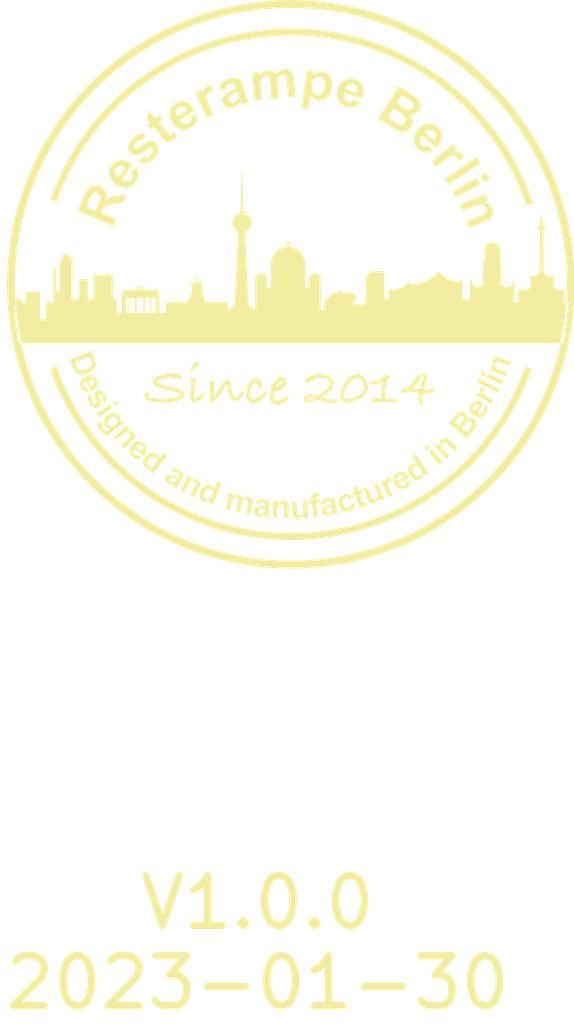
<source format=kicad_pcb>
(kicad_pcb (version 20211014) (generator pcbnew)
  (title_block (title "#PROJECT#") (date "2023-01-30") (rev "1.0.0") (company "Resterampe Berlin ") (comment 3 "https://creativecommons.org/licenses/by-nc/4.0 ") (comment 4 "License CC BY-NC 4.0 "))
  (layers (0 "F.Cu" signal) (31 "B.Cu" signal) (34 "B.Paste" user) (35 "F.Paste" user) (36 "B.SilkS" user "B.Silkscreen") (37 "F.SilkS" user "F.Silkscreen") (38 "B.Mask" user) (39 "F.Mask" user) (44 "Edge.Cuts" user))
  (net 0 "")
  (gr_poly (pts (xy 29.18181 27.967348) (xy 29.184505 27.967517) (xy 29.187163 27.967785) (xy 29.189785 27.968152) (xy 29.19238 27.968597) (xy 29.194956 27.969111) (xy 29.197512 27.969693) (xy 29.200049 27.970343) (xy 29.202567 27.971061) (xy 29.205065 27.971847) (xy 29.207544 27.9727) (xy 29.210003 27.973622) (xy 29.212442 27.97461) (xy 29.214863 27.975667) (xy 29.217263 27.97679) (xy 29.219644 27.977981) (xy 29.222005 27.97924) (xy 29.224347 27.980565) (xy 29.226669 27.981958) (xy 29.228971 27.983418) (xy 29.231303 27.984977) (xy 29.233706 27.986666) (xy 29.23618 27.988487) (xy 29.238724 27.990438) (xy 29.241339 27.992521) (xy 29.244025 27.994734) (xy 29.249608 27.999554) (xy 29.255474 28.004899) (xy 29.261624 28.010769) (xy 29.268055 28.017164) (xy 29.27477 28.024084) (xy 29.422063 28.178151) (xy 29.356472 28.240884) (xy 29.235506 28.114334) (xy 29.226269 28.104808) (xy 29.217746 28.096291) (xy 29.209939 28.088785) (xy 29.202847 28.082289) (xy 29.19647 28.076804) (xy 29.19355 28.074441) (xy 29.190809 28.072331) (xy 29.188248 28.070473) (xy 29.185865 28.068869) (xy 29.183661 28.067517) (xy 29.181637 28.066418) (xy 29.179701 28.065486) (xy 29.177763 28.064635) (xy 29.175824 28.063864) (xy 29.173883 28.063173) (xy 29.17194 28.062563) (xy 29.169996 28.062034) (xy 29.16805 28.061584) (xy 29.166102 28.061216) (xy 29.164153 28.060927) (xy 29.162202 28.060719) (xy 29.16025 28.060591) (xy 29.158296 28.060543) (xy 29.156341 28.060575) (xy 29.154385 28.060688) (xy 29.152427 28.06088) (xy 29.150468 28.061152) (xy 29.148512 28.061505) (xy 29.146576 28.061936) (xy 29.144658 28.062448) (xy 29.142759 28.063038) (xy 29.140879 28.063709) (xy 29.139017 28.064459) (xy 29.137175 28.065289) (xy 29.135351 28.0662) (xy 29.133546 28.06719) (xy 29.13176 28.06826) (xy 29.129993 28.06941) (xy 29.128245 28.07064) (xy 29.126516 28.071951) (xy 29.124806 28.073342) (xy 29.123115 28.074814) (xy 29.121444 28.076366) (xy 29.119364 28.078428) (xy 29.117381 28.080537) (xy 29.115495 28.082692) (xy 29.113706 28.084894) (xy 29.112013 28.087142) (xy 29.110418 28.089437) (xy 29.108919 28.091778) (xy 29.107517 28.094166) (xy 29.106213 28.0966) (xy 29.105005 28.099081) (xy 29.103895 28.101608) (xy 29.102882 28.104182) (xy 29.101966 28.106802) (xy 29.101147 28.109469) (xy 29.100425 28.112182) (xy 29.099801 28.114942) (xy 29.099281 28.117717) (xy 29.098873 28.120477) (xy 29.098577 28.123221) (xy 29.098392 28.125949) (xy 29.09832 28.128662) (xy 29.098359 28.131359) (xy 29.098509 28.134039) (xy 29.098772 28.136704) (xy 29.099147 28.139353) (xy 29.099633 28.141985) (xy 29.100232 28.144601) (xy 29.100942 28.147201) (xy 29.101765 28.149784) (xy 29.1027 28.152351) (xy 29.103747 28.154901) (xy 29.104906 28.157435) (xy 29.106239 28.160043) (xy 29.107805 28.162818) (xy 29.109605 28.165761) (xy 29.111639 28.16887) (xy 29.113907 28.172145) (xy 29.11641 28.175588) (xy 29.119147 28.179197) (xy 29.122118 28.182973) (xy 29.125323 28.186916) (xy 29.128763 28.191026) (xy 29.136347 28.199746) (xy 29.14487 28.209133) (xy 29.154333 28.219188) (xy 29.261672 28.331478) (xy 29.196084 28.394211) (xy 28.959069 28.146269) (xy 29.020002 28.088008) (xy 29.054821 28.124441) (xy 29.054076 28.115409) (xy 29.053778 28.106581) (xy 29.053925 28.097956) (xy 29.054518 28.089534) (xy 29.055556 28.081316) (xy 29.05704 28.0733) (xy 29.058969 28.065488) (xy 29.061344 28.057878) (xy 29.064164 28.050471) (xy 29.067428 28.043267) (xy 29.071138 28.036265) (xy 29.075293 28.029466) (xy 29.079893 28.022869) (xy 29.084938 28.016475) (xy 29.090427 28.010283) (xy 29.096361 28.004294) (xy 29.099089 28.001744) (xy 29.101847 27.999283) (xy 29.104633 27.996912) (xy 29.107448 27.994629) (xy 29.110293 27.992436) (xy 29.113167 27.990332) (xy 29.11607 27.988317) (xy 29.119002 27.986391) (xy 29.121964 27.984554) (xy 29.124954 27.982806) (xy 29.127974 27.981147) (xy 29.131023 27.979577) (xy 29.134101 27.978096) (xy 29.137209 27.976703) (xy 29.140345 27.975399) (xy 29.143511 27.974184) (xy 29.146673 27.973063) (xy 29.149799 27.972041) (xy 29.152889 27.971118) (xy 29.155943 27.970295) (xy 29.158961 27.96957) (xy 29.161943 27.968945) (xy 29.164889 27.968419) (xy 29.167799 27.967993) (xy 29.170673 27.967665) (xy 29.173512 27.967437) (xy 29.176314 27.967308) (xy 29.17908 27.967278)) (layer "F.SilkS") (width 0) (fill solid))
  (gr_poly (pts (xy 22.601105 27.289654) (xy 22.531441 27.336538) (xy 22.480746 27.261238) (xy 22.550411 27.214354)) (layer "F.SilkS") (width 0) (fill solid))
  (gr_poly (pts (xy 22.130305 26.3847) (xy 22.135323 26.398124) (xy 22.139761 26.410833) (xy 22.14362 26.422827) (xy 22.146898 26.434104) (xy 22.149598 26.444664) (xy 22.151718 26.454507) (xy 22.15326 26.463632) (xy 22.154224 26.472039) (xy 22.154579 26.477434) (xy 22.154761 26.482795) (xy 22.15477 26.488123) (xy 22.154607 26.493416) (xy 22.154271 26.498675) (xy 22.153762 26.5039) (xy 22.15308 26.509092) (xy 22.152226 26.51425) (xy 22.1512 26.519373) (xy 22.150001 26.524464) (xy 22.14863 26.52952) (xy 22.147087 26.534543) (xy 22.145372 26.539532) (xy 22.143485 26.544487) (xy 22.141426 26.549409) (xy 22.139195 26.554297) (xy 22.136803 26.559142) (xy 22.134268 26.563922) (xy 22.131591 26.568637) (xy 22.128772 26.573288) (xy 22.125811 26.577874) (xy 22.122708 26.582396) (xy 22.119462 26.586854) (xy 22.116074 26.591247) (xy 22.112544 26.595575) (xy 22.108872 26.599839) (xy 22.105057 26.604039) (xy 22.1011 26.608174) (xy 22.097 26.612244) (xy 22.092758 26.61625) (xy 22.088373 26.620191) (xy 22.083845 26.624068) (xy 22.079148 26.627886) (xy 22.074253 26.631651) (xy 22.069161 26.635362) (xy 22.063872 26.63902) (xy 22.058385 26.642624) (xy 22.0527 26.646175) (xy 22.046818 26.649672) (xy 22.040738 26.653116) (xy 22.03446 26.656506) (xy 22.027984 26.659842) (xy 22.021311 26.663125) (xy 22.014439 26.666354) (xy 22.007369 26.669529) (xy 22.000101 26.67265) (xy 21.992635 26.675718) (xy 21.98497 26.678731) (xy 21.971482 26.683678) (xy 21.958305 26.688022) (xy 21.945436 26.691762) (xy 21.932877 26.694897) (xy 21.920627 26.697427) (xy 21.908684 26.699351) (xy 21.902829 26.700086) (xy 21.897051 26.700669) (xy 21.891349 26.7011) (xy 21.885724 26.701379) (xy 21.878949 26.701545) (xy 21.872274 26.701544) (xy 21.865701 26.701378) (xy 21.859228 26.701047) (xy 21.852857 26.700549) (xy 21.846587 26.699886) (xy 21.840417 26.699057) (xy 21.834349 26.698062) (xy 21.828382 26.696902) (xy 21.822516 26.695575) (xy 21.816752 26.694082) (xy 21.811088 26.692424) (xy 21.805525 26.690599) (xy 21.800063 26.688608) (xy 21.794703 26.686451) (xy 21.789443 26.684128) (xy 21.785513 26.682234) (xy 21.781612 26.680183) (xy 21.77774 26.677975) (xy 21.773896 26.67561) (xy 21.770081 26.673089) (xy 21.766294 26.67041) (xy 21.762536 26.667575) (xy 21.758807 26.664582) (xy 21.755107 26.661433) (xy 21.751436 26.658127) (xy 21.747794 26.654664) (xy 21.74418 26.651044) (xy 21.740596 26.647267) (xy 21.73704 26.643333) (xy 21.733514 26.639243) (xy 21.730017 26.634995) (xy 21.727434 26.631664) (xy 21.724864 26.628148) (xy 21.722307 26.624448) (xy 21.719763 26.620564) (xy 21.717233 26.616496) (xy 21.714716 26.612245) (xy 21.712211 26.607809) (xy 21.709721 26.603189) (xy 21.707243 26.598386) (xy 21.704779 26.593398) (xy 21.702328 26.588227) (xy 21.699891 26.582872) (xy 21.697467 26.577333) (xy 21.695057 26.571611) (xy 21.690277 26.559616) (xy 21.648958 26.452301) (xy 21.734437 26.452301) (xy 21.7601 26.518896) (xy 21.763634 26.527892) (xy 21.76705 26.536186) (xy 21.77035 26.543778) (xy 21.773531 26.550669) (xy 21.776595 26.55686) (xy 21.779541 26.56235) (xy 21.782368 26.567141) (xy 21.785077 26.571231) (xy 21.786817 26.573642) (xy 21.788594 26.575972) (xy 21.790409 26.578223) (xy 21.79226 26.580393) (xy 21.794148 26.582484) (xy 21.796073 26.584494) (xy 21.798035 26.586424) (xy 21.800033 26.588274) (xy 21.802068 26.590043) (xy 21.80414 26.591732) (xy 21.806247 26.593341) (xy 21.808392 26.594869) (xy 21.810572 26.596317) (xy 21.812789 26.597684) (xy 21.815041 26.598971) (xy 21.81733 26.600177) (xy 21.819695 26.601297) (xy 21.822174 26.602326) (xy 21.824769 26.603263) (xy 21.82748 26.60411) (xy 21.830305 26.604864) (xy 21.833246 26.605528) (xy 21.836302 26.606099) (xy 21.839473 26.606579) (xy 21.842759 26.606968) (xy 21.846159 26.607264) (xy 21.849675 26.607468) (xy 21.853306 26.607581) (xy 21.857052 26.607601) (xy 21.860912 26.607529) (xy 21.864887 26.607365) (xy 21.868977 26.607109) (xy 21.873195 26.606743) (xy 21.877553 26.606242) (xy 21.882053 26.605605) (xy 21.886693 26.604832) (xy 21.891474 26.603924) (xy 21.896396 26.60288) (xy 21.906663 26.600385) (xy 21.917495 26.597348) (xy 21.928891 26.59377) (xy 21.940852 26.58965) (xy 21.953379 26.58499) (xy 21.965762 26.580061) (xy 21.977295 26.575137) (xy 21.987975 26.570217) (xy 21.997802 26.565301) (xy 22.006776 26.560389) (xy 22.014897 26.555481) (xy 22.018636 26.553028) (xy 22.022162 26.550575) (xy 22.025474 26.548123) (xy 22.028573 26.545672) (xy 22.031507 26.543211) (xy 22.034325 26.54073) (xy 22.037028 26.538228) (xy 22.039615 26.535706) (xy 22.042087 26.533164) (xy 22.044443 26.530601) (xy 22.046683 26.528018) (xy 22.048807 26.525415) (xy 22.050816 26.522792) (xy 22.052708 26.520148) (xy 22.054484 26.517485) (xy 22.056144 26.514801) (xy 22.057688 26.512098) (xy 22.059115 26.509374) (xy 22.060426 26.506631) (xy 22.06162 26.503868) (xy 22.062704 26.501076) (xy 22.063685 26.498245) (xy 22.064562 26.495376) (xy 22.065335 26.492468) (xy 22.066005 26.489522) (xy 22.066571 26.486537) (xy 22.067033 26.483514) (xy 22.067391 26.480453) (xy 22.067645 26.477353) (xy 22.067796 26.474214) (xy 22.067843 26.471037) (xy 22.067785 26.467822) (xy 22.067624 26.464568) (xy 22.067358 26.461276) (xy 22.066989 26.457945) (xy 22.066515 26.454576) (xy 22.066073 26.451902) (xy 22.065489 26.448961) (xy 22.0639 26.442277) (xy 22.061748 26.434524) (xy 22.059034 26.4257) (xy 22.055756 26.415806) (xy 22.051915 26.404842) (xy 22.047511 26.392806) (xy 22.042544 26.379699) (xy 22.027118 26.339615) (xy 21.734437 26.452301) (xy 21.648958 26.452301) (xy 21.625639 26.391737) (xy 22.06752 26.221637)) (layer "F.SilkS") (width 0) (fill solid))
  (gr_poly (pts (xy 24.076449 28.755684) (xy 24.054091 28.800848) (xy 24.062322 28.797069) (xy 24.070516 28.793776) (xy 24.078671 28.790972) (xy 24.086788 28.788655) (xy 24.094867 28.786825) (xy 24.102908 28.785483) (xy 24.11091 28.784629) (xy 24.118874 28.784262) (xy 24.1268 28.784383) (xy 24.134687 28.784992) (xy 24.142536 28.786089) (xy 24.150345 28.787673) (xy 24.158117 28.789746) (xy 24.165849 28.792306) (xy 24.173542 28.795354) (xy 24.181196 28.79889) (xy 24.184523 28.800586) (xy 24.187776 28.802339) (xy 24.190955 28.804151) (xy 24.194061 28.806019) (xy 24.197093 28.807946) (xy 24.200051 28.80993) (xy 24.202936 28.811971) (xy 24.205747 28.814071) (xy 24.208485 28.816228) (xy 24.211149 28.818443) (xy 24.21374 28.820715) (xy 24.216257 28.823045) (xy 24.218701 28.825433) (xy 24.221072 28.827879) (xy 24.22337 28.830382) (xy 24.225594 28.832943) (xy 24.227729 28.835537) (xy 24.229758 28.83813) (xy 24.23168 28.840723) (xy 24.233498 28.843315) (xy 24.235209 28.845907) (xy 24.236815 28.848498) (xy 24.238315 28.851089) (xy 24.239709 28.853679) (xy 24.240999 28.856268) (xy 24.242183 28.858857) (xy 24.243261 28.861445) (xy 24.244235 28.864032) (xy 24.245103 28.866619) (xy 24.245866 28.869205) (xy 24.246524 28.871791) (xy 24.247078 28.874376) (xy 24.247539 28.876968) (xy 24.24793 28.879565) (xy 24.248251 28.882167) (xy 24.248502 28.884774) (xy 24.248683 28.887385) (xy 24.248794 28.890001) (xy 24.248836 28.892622) (xy 24.248807 28.895248) (xy 24.248709 28.897879) (xy 24.248541 28.900514) (xy 24.248304 28.903153) (xy 24.247997 28.905797) (xy 24.24762 28.908446) (xy 24.247174 28.911099) (xy 24.246658 28.913756) (xy 24.246072 28.916418) (xy 24.245403 28.919138) (xy 24.244635 28.921971) (xy 24.242803 28.927971) (xy 24.240575 28.93442) (xy 24.237953 28.941315) (xy 24.234935 28.948657) (xy 24.231521 28.956445) (xy 24.22771 28.964678) (xy 24.223504 28.973356) (xy 24.128915 29.164385) (xy 24.047582 29.124142) (xy 24.125238 28.967244) (xy 24.131046 28.955302) (xy 24.136147 28.944379) (xy 24.140541 28.934476) (xy 24.144228 28.925592) (xy 24.147208 28.917728) (xy 24.149482 28.910883) (xy 24.151048 28.905058) (xy 24.151566 28.902527) (xy 24.151907 28.900252) (xy 24.152122 28.898116) (xy 24.152262 28.896007) (xy 24.152326 28.893922) (xy 24.152313 28.891863) (xy 24.152225 28.88983) (xy 24.152061 28.887823) (xy 24.151821 28.885841) (xy 24.151504 28.883884) (xy 24.151111 28.881954) (xy 24.150642 28.880049) (xy 24.150096 28.87817) (xy 24.149474 28.876317) (xy 24.148775 28.874489) (xy 24.148 28.872688) (xy 24.147148 28.870913) (xy 24.146219 28.869163) (xy 24.145222 28.867445) (xy 24.144156 28.865771) (xy 24.143022 28.864143) (xy 24.141819 28.86256) (xy 24.140547 28.861022) (xy 24.139206 28.859529) (xy 24.137796 28.858081) (xy 24.136317 28.856678) (xy 24.13477 28.85532) (xy 24.133153 28.854007) (xy 24.131468 28.852739) (xy 24.129714 28.851516) (xy 24.127891 28.850338) (xy 24.125999 28.849204) (xy 24.124039 28.848115) (xy 24.122009 28.847071) (xy 24.119364 28.84582) (xy 24.116708 28.844675) (xy 24.114041 28.843637) (xy 24.111363 28.842706) (xy 24.108674 28.841882) (xy 24.105974 28.841165) (xy 24.103263 28.840556) (xy 24.100541 28.840053) (xy 24.097809 28.839658) (xy 24.095065 28.83937) (xy 24.092311 28.839189) (xy 24.089546 28.839116) (xy 24.08677 28.839151) (xy 24.083984 28.839293) (xy 24.081187 28.839543) (xy 24.07838 28.839901) (xy 24.075589 28.840357) (xy 24.072852 28.840914) (xy 24.070169 28.84157) (xy 24.06754 28.842327) (xy 24.064964 28.843183) (xy 24.062442 28.844139) (xy 24.059974 28.845194) (xy 24.05756 28.84635) (xy 24.0552 28.847605) (xy 24.052893 28.848961) (xy 24.050639 28.850416) (xy 24.048439 28.851971) (xy 24.046293 28.853625) (xy 24.0442 28.85538) (xy 24.04216 28.857234) (xy 24.040174 28.859189) (xy 24.038176 28.861327) (xy 24.036101 28.863743) (xy 24.033949 28.866437) (xy 24.03172 28.869408) (xy 24.029415 28.872658) (xy 24.027032 28.876185) (xy 24.024573 28.87999) (xy 24.022037 28.884073) (xy 24.019423 28.888434) (xy 24.016733 28.893072) (xy 24.013966 28.897989) (xy 24.011123 28.903183) (xy 24.005204 28.914404) (xy 23.998978 28.926737) (xy 23.930081 29.06596) (xy 23.848721 29.025691) (xy 24.000883 28.718298)) (layer "F.SilkS") (width 0) (fill solid))
  (gr_poly (pts (xy 30.230266 26.346822) (xy 30.232939 26.346959) (xy 30.235624 26.347166) (xy 30.238319 26.347443) (xy 30.241027 26.34779) (xy 30.246694 26.348722) (xy 30.252839 26.350007) (xy 30.259463 26.351647) (xy 30.266566 26.353641) (xy 30.274148 26.355988) (xy 30.282208 26.358688) (xy 30.290747 26.361741) (xy 30.299766 26.365146) (xy 30.498548 26.442088) (xy 30.46579 26.526729) (xy 30.302544 26.463546) (xy 30.290134 26.45884) (xy 30.278801 26.454746) (xy 30.268545 26.451261) (xy 30.259367 26.448389) (xy 30.251266 26.446127) (xy 30.244244 26.444477) (xy 30.238299 26.44344) (xy 30.235732 26.44315) (xy 30.233434 26.443014) (xy 30.231283 26.442996) (xy 30.229164 26.44305) (xy 30.227078 26.443177) (xy 30.225025 26.443377) (xy 30.223005 26.44365) (xy 30.221018 26.443995) (xy 30.219064 26.444414) (xy 30.217142 26.444906) (xy 30.215254 26.44547) (xy 30.213398 26.446109) (xy 30.211575 26.44682) (xy 30.209785 26.447605) (xy 30.208028 26.448463) (xy 30.206304 26.449395) (xy 30.204613 26.450401) (xy 30.202955 26.45148) (xy 30.201338 26.452628) (xy 30.199771 26.453842) (xy 30.198255 26.455119) (xy 30.196789 26.456461) (xy 30.195374 26.457868) (xy 30.19401 26.459338) (xy 30.192696 26.460874) (xy 30.191432 26.462474) (xy 30.19022 26.464138) (xy 30.189059 26.465867) (xy 30.187948 26.46766) (xy 30.186889 26.469518) (xy 30.18588 26.471441) (xy 30.184923 26.473427) (xy 30.184017 26.475479) (xy 30.183163 26.477595) (xy 30.18215 26.480344) (xy 30.181247 26.483094) (xy 30.180451 26.485845) (xy 30.179764 26.488598) (xy 30.179185 26.491351) (xy 30.178715 26.494106) (xy 30.178352 26.496862) (xy 30.178097 26.499618) (xy 30.17795 26.502376) (xy 30.177911 26.505134) (xy 30.17798 26.507893) (xy 30.178156 26.510653) (xy 30.17844 26.513414) (xy 30.178831 26.516176) (xy 30.17933 26.518938) (xy 30.179937 26.521701) (xy 30.180644 26.524438) (xy 30.181446 26.527113) (xy 30.182343 26.529726) (xy 30.183334 26.532277) (xy 30.18442 26.534766) (xy 30.1856 26.537193) (xy 30.186875 26.539557) (xy 30.188244 26.541859) (xy 30.189707 26.544099) (xy 30.191265 26.546276) (xy 30.192916 26.548391) (xy 30.194662 26.550443) (xy 30.196502 26.552433) (xy 30.198435 26.554361) (xy 30.200463 26.556226) (xy 30.202584 26.558028) (xy 30.204898 26.559825) (xy 30.207495 26.561672) (xy 30.210375 26.56357) (xy 30.213538 26.56552) (xy 30.216983 26.56752) (xy 30.220712 26.569572) (xy 30.224724 26.571676) (xy 30.229019 26.57383) (xy 30.233597 26.576036) (xy 30.238458 26.578294) (xy 30.24903 26.582964) (xy 30.260735 26.587842) (xy 30.273572 26.592927) (xy 30.418458 26.649018) (xy 30.385702 26.733658) (xy 30.065821 26.609834) (xy 30.096248 26.531226) (xy 30.143238 26.549403) (xy 30.13873 26.541547) (xy 30.134711 26.533684) (xy 30.131182 26.525816) (xy 30.128141 26.517942) (xy 30.125591 26.510061) (xy 30.123529 26.502175) (xy 30.121957 26.494283) (xy 30.120873 26.486386) (xy 30.12028 26.478483) (xy 30.120175 26.470574) (xy 30.12056 26.46266) (xy 30.121434 26.454741) (xy 30.122797 26.446816) (xy 30.12465 26.438886) (xy 30.126991 26.430952) (xy 30.129822 26.423012) (xy 30.131209 26.419543) (xy 30.13266 26.416143) (xy 30.134176 26.412811) (xy 30.135756 26.409547) (xy 30.137401 26.406352) (xy 30.13911 26.403225) (xy 30.140884 26.400166) (xy 30.142722 26.397175) (xy 30.144624 26.394252) (xy 30.146592 26.391398) (xy 30.148623 26.388612) (xy 30.150719 26.385894) (xy 30.15288 26.383244) (xy 30.155105 26.380662) (xy 30.157394 26.378149) (xy 30.159748 26.375704) (xy 30.162134 26.373346) (xy 30.164529 26.371093) (xy 30.166934 26.368945) (xy 30.169348 26.366903) (xy 30.171771 26.364966) (xy 30.174204 26.363134) (xy 30.176647 26.361407) (xy 30.179099 26.359786) (xy 30.18156 26.35827) (xy 30.184032 26.356858) (xy 30.186513 26.355552) (xy 30.189004 26.354351) (xy 30.191504 26.353254) (xy 30.194015 26.352263) (xy 30.196535 26.351377) (xy 30.199065 26.350595) (xy 30.201605 26.3499) (xy 30.204156 26.349274) (xy 30.206718 26.348717) (xy 30.20929 26.348229) (xy 30.211873 26.347811) (xy 30.214468 26.347461) (xy 30.217073 26.347181) (xy 30.219689 26.34697) (xy 30.222316 26.346829) (xy 30.224955 26.346757) (xy 30.227605 26.346755)) (layer "F.SilkS") (width 0) (fill solid))
  (gr_poly (pts (xy 29.12528 28.453636) (xy 29.056013 28.512267) (xy 28.834424 28.250435) (xy 28.903692 28.191803)) (layer "F.SilkS") (width 0) (fill solid))
  (gr_poly (pts (xy 28.84215 28.682553) (xy 28.772326 28.729781) (xy 28.744095 28.688029) (xy 28.743924 28.692512) (xy 28.743637 28.696931) (xy 28.743234 28.701285) (xy 28.742717 28.705576) (xy 28.742084 28.709803) (xy 28.741336 28.713965) (xy 28.740473 28.718064) (xy 28.739495 28.722098) (xy 28.738402 28.726068) (xy 28.737193 28.729974) (xy 28.73587 28.733816) (xy 28.734432 28.737593) (xy 28.73288 28.741306) (xy 28.731212 28.744955) (xy 28.729429 28.748539) (xy 28.727532 28.752059) (xy 28.725549 28.755501) (xy 28.7235 28.758853) (xy 28.721384 28.762114) (xy 28.719202 28.765285) (xy 28.716954 28.768365) (xy 28.714639 28.771355) (xy 28.712258 28.774254) (xy 28.709811 28.777062) (xy 28.707297 28.77978) (xy 28.704717 28.782407) (xy 28.702071 28.784944) (xy 28.699358 28.787391) (xy 28.696579 28.789746) (xy 28.693734 28.792012) (xy 28.690822 28.794186) (xy 28.687844 28.796271) (xy 28.681673 28.800217) (xy 28.675403 28.80378) (xy 28.669035 28.806961) (xy 28.662568 28.80976) (xy 28.656003 28.812176) (xy 28.649338 28.81421) (xy 28.642576 28.815861) (xy 28.635714 28.81713) (xy 28.628755 28.818016) (xy 28.621696 28.818521) (xy 28.614539 28.818643) (xy 28.607283 28.818383) (xy 28.599929 28.817741) (xy 28.592477 28.816717) (xy 28.584925 28.81531) (xy 28.577276 28.813522) (xy 28.56963 28.811324) (xy 28.562093 28.808698) (xy 28.554663 28.805644) (xy 28.547341 28.802162) (xy 28.540128 28.798252) (xy 28.533022 28.793915) (xy 28.526023 28.78915) (xy 28.519133 28.783958) (xy 28.512351 28.778338) (xy 28.505676 28.77229) (xy 28.49911 28.765815) (xy 28.492651 28.758913) (xy 28.486301 28.751583) (xy 28.480058 28.743826) (xy 28.473923 28.735641) (xy 28.467896 28.727029) (xy 28.462014 28.718041) (xy 28.45658 28.709145) (xy 28.451596 28.70034) (xy 28.44706 28.691628) (xy 28.442973 28.683006) (xy 28.439335 28.674477) (xy 28.436146 28.666039) (xy 28.433405 28.657692) (xy 28.431113 28.649437) (xy 28.429269 28.641273) (xy 28.427874 28.633201) (xy 28.426928 28.62522) (xy 28.42643 28.61733) (xy 28.42638 28.609531) (xy 28.426731 28.602764) (xy 28.515923 28.602764) (xy 28.516093 28.60712) (xy 28.516515 28.611544) (xy 28.517189 28.616038) (xy 28.518116 28.620601) (xy 28.519295 28.625233) (xy 28.520726 28.629934) (xy 28.52241 28.634703) (xy 28.524347 28.639542) (xy 28.526535 28.644449) (xy 28.528977 28.649425) (xy 28.53167 28.654469) (xy 28.534616 28.659581) (xy 28.537814 28.664762) (xy 28.541265 28.670012) (xy 28.545092 28.675565) (xy 28.548885 28.680856) (xy 28.552643 28.685884) (xy 28.556366 28.690649) (xy 28.560054 28.695151) (xy 28.563708 28.69939) (xy 28.567327 28.703366) (xy 28.570912 28.70708) (xy 28.574461 28.71053) (xy 28.577976 28.713717) (xy 28.581456 28.716642) (xy 28.584902 28.719303) (xy 28.588312 28.721702) (xy 28.591688 28.723838) (xy 28.595029 28.725711) (xy 28.598336 28.727321) (xy 28.603077 28.729311) (xy 28.607775 28.730994) (xy 28.612431 28.732372) (xy 28.617044 28.733443) (xy 28.621614 28.734207) (xy 28.626142 28.734665) (xy 28.630627 28.734817) (xy 28.63507 28.734663) (xy 28.63947 28.734202) (xy 28.643828 28.733435) (xy 28.648143 28.732361) (xy 28.652416 28.730982) (xy 28.656647 28.729295) (xy 28.660835 28.727303) (xy 28.664981 28.725004) (xy 28.669085 28.722399) (xy 28.672241 28.720136) (xy 28.675219 28.717742) (xy 28.67802 28.715217) (xy 28.680644 28.712561) (xy 28.68309 28.709774) (xy 28.685359 28.706857) (xy 28.687451 28.703808) (xy 28.689365 28.700627) (xy 28.691102 28.697316) (xy 28.692662 28.693874) (xy 28.694044 28.6903) (xy 28.695249 28.686595) (xy 28.696277 28.682758) (xy 28.697127 28.678791) (xy 28.6978 28.674692) (xy 28.698296 28.670461) (xy 28.698579 28.666128) (xy 28.698604 28.66172) (xy 28.698371 28.657238) (xy 28.69788 28.652682) (xy 28.697131 28.648051) (xy 28.696125 28.643346) (xy 28.69486 28.638567) (xy 28.693338 28.633714) (xy 28.691559 28.628787) (xy 28.689522 28.623785) (xy 28.687227 28.61871) (xy 28.684675 28.613561) (xy 28.681865 28.608337) (xy 28.678798 28.60304) (xy 28.675473 28.597669) (xy 28.671891 28.592224) (xy 28.667757 28.586256) (xy 28.663629 28.580596) (xy 28.659509 28.575243) (xy 28.655395 28.570198) (xy 28.651288 28.56546) (xy 28.647188 28.56103) (xy 28.643095 28.556907) (xy 28.639009 28.553092) (xy 28.634929 28.549585) (xy 28.630857 28.546385) (xy 28.626791 28.543493) (xy 28.622732 28.540908) (xy 28.61868 28.538631) (xy 28.614635 28.536662) (xy 28.610596 28.535) (xy 28.606565 28.533645) (xy 28.602555 28.532555) (xy 28.598581 28.531686) (xy 28.594645 28.531037) (xy 28.590744 28.530609) (xy 28.586881 28.530402) (xy 28.583054 28.530416) (xy 28.579263 28.53065) (xy 28.575509 28.531105) (xy 28.571792 28.531781) (xy 28.568111 28.532678) (xy 28.564467 28.533796) (xy 28.560859 28.535134) (xy 28.557288 28.536693) (xy 28.553754 28.538473) (xy 28.550256 28.540473) (xy 28.546795 28.542695) (xy 28.543537 28.545017) (xy 28.54046 28.547459) (xy 28.537564 28.550022) (xy 28.534848 28.552705) (xy 28.532314 28.555508) (xy 28.52996 28.558431) (xy 28.527787 28.561475) (xy 28.525794 28.564638) (xy 28.523982 28.567921) (xy 28.52235 28.571325) (xy 28.520898 28.574848) (xy 28.519627 28.578491) (xy 28.518535 28.582254) (xy 28.517624 28.586136) (xy 28.516893 28.590139) (xy 28.516341 28.594261) (xy 28.516006 28.598478) (xy 28.515923 28.602764) (xy 28.426731 28.602764) (xy 28.426779 28.601824) (xy 28.427627 28.594208) (xy 28.428863 28.586738) (xy 28.430438 28.579466) (xy 28.432353 28.572393) (xy 28.434606 28.56552) (xy 28.437199 28.558845) (xy 28.440131 28.552369) (xy 28.443401 28.546093) (xy 28.447011 28.540015) (xy 28.450959 28.534137) (xy 28.455246 28.528458) (xy 28.459872 28.522977) (xy 28.464837 28.517696) (xy 28.470141 28.512614) (xy 28.475783 28.507731) (xy 28.481764 28.503047) (xy 28.488084 28.498562) (xy 28.494091 28.494722) (xy 28.500208 28.49126) (xy 28.506434 28.488176) (xy 28.512769 28.485469) (xy 28.519213 28.48314) (xy 28.525766 28.481188) (xy 28.532427 28.479614) (xy 28.539198 28.478417) (xy 28.546077 28.477597) (xy 28.553066 28.477155) (xy 28.560163 28.47709) (xy 28.567369 28.477402) (xy 28.574683 28.478091) (xy 28.582106 28.479157) (xy 28.589638 28.480601) (xy 28.597278 28.482422) (xy 28.501736 28.341161) (xy 28.576932 28.290334)) (layer "F.SilkS") (width 0) (fill solid))
  (gr_poly (pts (xy 24.956731 27.152841) (xy 24.956597 27.152819) (xy 24.956466 27.152793) (xy 24.956428 27.152784) (xy 24.956406 27.152776) (xy 24.956401 27.152773) (xy 24.956401 27.15277) (xy 24.956412 27.152766) (xy 24.956481 27.152761) (xy 24.956797 27.152759)) (layer "F.SilkS") (width 0) (fill solid))
  (gr_poly (pts (xy 28.075904 28.759658) (xy 28.080004 28.759842) (xy 28.084145 28.760155) (xy 28.092982 28.843658) (xy 28.08963 28.843268) (xy 28.086351 28.842972) (xy 28.083146 28.84277) (xy 28.080014 28.842661) (xy 28.076955 28.842646) (xy 28.073969 28.842724) (xy 28.071056 28.842896) (xy 28.068217 28.843162) (xy 28.06545 28.843521) (xy 28.062757 28.843974) (xy 28.060137 28.844521) (xy 28.05759 28.845161) (xy 28.055116 28.845895) (xy 28.052716 28.846722) (xy 28.050389 28.847644) (xy 28.048134 28.848659) (xy 28.046025 28.849717) (xy 28.043991 28.85083) (xy 28.042034 28.851997) (xy 28.040153 28.853218) (xy 28.038348 28.854493) (xy 28.036619 28.855822) (xy 28.034967 28.857206) (xy 28.033391 28.858643) (xy 28.031891 28.860135) (xy 28.030468 28.861681) (xy 28.029121 28.863282) (xy 28.02785 28.864936) (xy 28.026656 28.866646) (xy 28.025537 28.868409) (xy 28.024495 28.870228) (xy 28.02353 28.872101) (xy 28.022651 28.874051) (xy 28.021869 28.8761) (xy 28.021184 28.87825) (xy 28.020597 28.8805) (xy 28.020108 28.882849) (xy 28.019715 28.885299) (xy 28.019421 28.887849) (xy 28.019223 28.890499) (xy 28.019123 28.893249) (xy 28.01912 28.896099) (xy 28.019215 28.899049) (xy 28.019407 28.9021) (xy 28.019696 28.905251) (xy 28.020082 28.908503) (xy 28.020566 28.911854) (xy 28.021148 28.915307) (xy 28.021901 28.919013) (xy 28.022911 28.923116) (xy 28.024178 28.927617) (xy 28.025701 28.932516) (xy 28.027481 28.937812) (xy 28.029517 28.943506) (xy 28.03436 28.956086) (xy 28.040228 28.970255) (xy 28.047122 28.986015) (xy 28.05504 29.003365) (xy 28.063984 29.022304) (xy 28.109756 29.117819) (xy 28.027894 29.15703) (xy 27.879702 28.847706) (xy 27.955715 28.811299) (xy 27.976803 28.855273) (xy 27.978043 28.845505) (xy 27.979481 28.836461) (xy 27.981116 28.82814) (xy 27.982948 28.820543) (xy 27.983937 28.817016) (xy 27.984975 28.813669) (xy 27.986062 28.810503) (xy 27.987198 28.807518) (xy 27.988383 28.804713) (xy 27.989616 28.802089) (xy 27.990898 28.799645) (xy 27.992228 28.797382) (xy 27.993617 28.795245) (xy 27.995077 28.793168) (xy 27.996606 28.791152) (xy 27.998206 28.789197) (xy 27.999876 28.787304) (xy 28.001615 28.785471) (xy 28.003425 28.7837) (xy 28.005305 28.78199) (xy 28.007255 28.780341) (xy 28.009275 28.778754) (xy 28.011365 28.777228) (xy 28.013526 28.775764) (xy 28.015756 28.774362) (xy 28.018056 28.773022) (xy 28.020427 28.771743) (xy 28.022867 28.770527) (xy 28.026386 28.768919) (xy 28.029945 28.767438) (xy 28.033547 28.766086) (xy 28.037189 28.764862) (xy 28.040874 28.763765) (xy 28.0446 28.762796) (xy 28.048367 28.761956) (xy 28.052177 28.761243) (xy 28.056027 28.760659) (xy 28.059919 28.760202) (xy 28.063853 28.759874) (xy 28.067829 28.759673) (xy 28.071845 28.759601)) (layer "F.SilkS") (width 0) (fill solid))
  (gr_poly (pts (xy 24.167219 26.431589) (xy 24.175725 26.434138) (xy 24.183644 26.436823) (xy 24.190977 26.439646) (xy 24.197723 26.44261) (xy 24.203883 26.445715) (xy 24.209456 26.448963) (xy 24.214442 26.452357) (xy 24.218841 26.455897) (xy 24.222655 26.459585) (xy 24.225881 26.463423) (xy 24.228521 26.467414) (xy 24.230574 26.471557) (xy 24.23138 26.473687) (xy 24.23204 26.475855) (xy 24.232554 26.478063) (xy 24.23292 26.480311) (xy 24.233214 26.484924) (xy 24.233147 26.486617) (xy 24.233063 26.487455) (xy 24.232945 26.488286) (xy 24.232793 26.489111) (xy 24.232606 26.489931) (xy 24.232385 26.490745) (xy 24.232129 26.491554) (xy 24.231838 26.492359) (xy 24.231512 26.493158) (xy 24.230754 26.494743) (xy 24.229852 26.496311) (xy 24.228805 26.497865) (xy 24.227612 26.499405) (xy 24.22627 26.500933) (xy 24.224778 26.502452) (xy 24.223134 26.503962) (xy 24.221338 26.505466) (xy 24.219386 26.506964) (xy 24.217277 26.508459) (xy 24.215011 26.509953) (xy 24.215011 26.512228) (xy 24.212264 26.515348) (xy 24.209571 26.518306) (xy 24.206931 26.5211) (xy 24.204345 26.52373) (xy 24.201811 26.526193) (xy 24.199332 26.528488) (xy 24.196905 26.530612) (xy 24.194532 26.532565) (xy 24.192212 26.534345) (xy 24.189946 26.535949) (xy 24.187732 26.537377) (xy 24.185573 26.538627) (xy 24.183466 26.539697) (xy 24.181413 26.540585) (xy 24.179413 26.541289) (xy 24.177466 26.541809) (xy 24.160401 26.562288) (xy 24.149023 26.577078) (xy 24.122857 26.583904) (xy 24.11148 26.599832) (xy 24.093276 26.608934) (xy 24.063696 26.635101) (xy 24.045492 26.618036) (xy 24.048905 26.589592) (xy 24.06142 26.569114) (xy 24.061687 26.567208) (xy 24.062062 26.565328) (xy 24.062548 26.563474) (xy 24.063145 26.561648) (xy 24.063855 26.559848) (xy 24.06468 26.558075) (xy 24.065622 26.556328) (xy 24.066682 26.554608) (xy 24.067862 26.552915) (xy 24.069164 26.551248) (xy 24.070589 26.549608) (xy 24.072139 26.547995) (xy 24.073816 26.546409) (xy 24.075621 26.544849) (xy 24.077556 26.543315) (xy 24.079623 26.541809) (xy 24.079623 26.537258) (xy 24.086449 26.532708) (xy 24.087588 26.515642) (xy 24.105791 26.511091) (xy 24.105791 26.500851) (xy 24.119443 26.498576) (xy 24.120111 26.495843) (xy 24.120834 26.493192) (xy 24.121618 26.490624) (xy 24.122466 26.488141) (xy 24.123379 26.485745) (xy 24.124363 26.483437) (xy 24.12542 26.481219) (xy 24.126554 26.479093) (xy 24.127768 26.47706) (xy 24.129065 26.475122) (xy 24.130449 26.473281) (xy 24.131923 26.471538) (xy 24.13349 26.469894) (xy 24.135153 26.468353) (xy 24.136917 26.466915) (xy 24.138784 26.465582) (xy 24.142197 26.463307) (xy 24.149023 26.456481) (xy 24.158126 26.429176)) (layer "F.SilkS") (width 0) (fill solid))
  (gr_poly (pts (xy 22.68277 22.391961) (xy 22.697284 22.393174) (xy 22.712046 22.39526) (xy 22.727055 22.398219) (xy 22.742313 22.402052) (xy 22.757818 22.406759) (xy 22.773572 22.412339) (xy 22.789573 22.418792) (xy 22.805823 22.426119) (xy 22.822321 22.434319) (xy 22.839067 22.443392) (xy 22.856062 22.453339) (xy 22.873305 22.464159) (xy 22.890797 22.475852) (xy 22.685031 22.786843) (xy 22.692016 22.791073) (xy 22.698951 22.794963) (xy 22.705837 22.798512) (xy 22.712673 22.80172) (xy 22.719459 22.804588) (xy 22.726195 22.807115) (xy 22.732882 22.809302) (xy 22.739519 22.811148) (xy 22.746105 22.812653) (xy 22.752642 22.813818) (xy 22.759129 22.814641) (xy 22.765566 22.815124) (xy 22.771953 22.815266) (xy 22.778289 22.815067) (xy 22.784576 22.814526) (xy 22.790812 22.813645) (xy 22.796944 22.812464) (xy 22.802909 22.811012) (xy 22.808707 22.809291) (xy 22.814337 22.807301) (xy 22.8198 22.80504) (xy 22.825096 22.802511) (xy 22.830224 22.799711) (xy 22.835185 22.796642) (xy 22.83998 22.793304) (xy 22.844607 22.789696) (xy 22.849067 22.785819) (xy 22.85336 22.781673) (xy 22.857486 22.777257) (xy 22.861446 22.772573) (xy 22.865238 22.767618) (xy 22.868864 22.762395) (xy 22.871189 22.758749) (xy 22.873342 22.755093) (xy 22.875324 22.751427) (xy 22.877133 22.747751) (xy 22.878771 22.744065) (xy 22.880237 22.740369) (xy 22.88153 22.736663) (xy 22.882652 22.732947) (xy 22.883601 22.729222) (xy 22.884379 22.725486) (xy 22.884984 22.72174) (xy 22.885417 22.717985) (xy 22.885678 22.71422) (xy 22.885766 22.710444) (xy 22.885682 22.706659) (xy 22.885426 22.702864) (xy 22.884982 22.699051) (xy 22.884336 22.695214) (xy 22.883487 22.691352) (xy 22.882436 22.687466) (xy 22.881181 22.683554) (xy 22.879725 22.679619) (xy 22.878066 22.675658) (xy 22.876205 22.671673) (xy 22.874142 22.667664) (xy 22.871877 22.66363) (xy 22.86941 22.659571) (xy 22.866741 22.655488) (xy 22.86387 22.651381) (xy 22.860797 22.64725) (xy 22.857523 22.643094) (xy 22.854046 22.638914) (xy 22.956652 22.528953) (xy 22.962987 22.537585) (xy 22.968925 22.546264) (xy 22.974467 22.554993) (xy 22.979612 22.563769) (xy 22.98436 22.572593) (xy 22.988711 22.581466) (xy 22.992666 22.590387) (xy 22.996224 22.599356) (xy 22.999385 22.608373) (xy 23.00215 22.617438) (xy 23.004519 22.626551) (xy 23.006491 22.635712) (xy 23.008067 22.64492) (xy 23.009246 22.654177) (xy 23.010029 22.663481) (xy 23.010416 22.672834) (xy 23.010394 22.682214) (xy 23.009961 22.691613) (xy 23.009118 22.701031) (xy 23.007865 22.710467) (xy 23.0062 22.719922) (xy 23.004125 22.729395) (xy 23.001638 22.738886) (xy 22.998741 22.748396) (xy 22.995432 22.757924) (xy 22.991712 22.76747) (xy 22.987581 22.777034) (xy 22.983039 22.786617) (xy 22.978085 22.796217) (xy 22.972719 22.805836) (xy 22.966942 22.815473) (xy 22.960753 22.825128) (xy 22.950485 22.839967) (xy 22.939921 22.853896) (xy 22.929062 22.866915) (xy 22.917906 22.879024) (xy 22.906455 22.890222) (xy 22.894707 22.900509) (xy 22.882664 22.909887) (xy 22.870326 22.918354) (xy 22.857691 22.925911) (xy 22.844761 22.932557) (xy 22.831534 22.938293) (xy 22.818012 22.943119) (xy 22.804195 22.947034) (xy 22.790081 22.950039) (xy 22.775672 22.952134) (xy 22.760966 22.953319) (xy 22.749113 22.953551) (xy 22.737237 22.953248) (xy 22.725338 22.952408) (xy 22.713416 22.951032) (xy 22.701472 22.94912) (xy 22.689504 22.946672) (xy 22.677514 22.943689) (xy 22.665502 22.940169) (xy 22.653466 22.936113) (xy 22.641408 22.931522) (xy 22.629328 22.926395) (xy 22.617225 22.920733) (xy 22.605099 22.914535) (xy 22.592951 22.907802) (xy 22.58078 22.900533) (xy 22.568587 22.892729) (xy 22.554367 22.882973) (xy 22.540857 22.873002) (xy 22.528057 22.862817) (xy 22.515967 22.852417) (xy 22.504587 22.841802) (xy 22.493917 22.830973) (xy 22.483957 22.819929) (xy 22.474707 22.808671) (xy 22.466167 22.797198) (xy 22.458337 22.785511) (xy 22.451217 22.773609) (xy 22.444808 22.761493) (xy 22.439108 22.749162) (xy 22.434118 22.736616) (xy 22.429838 22.723856) (xy 22.426269 22.710881) (xy 22.4234 22.697844) (xy 22.421213 22.684897) (xy 22.419709 22.672039) (xy 22.418887 22.659271) (xy 22.418747 22.646593) (xy 22.41929 22.634005) (xy 22.419995 22.626811) (xy 22.543633 22.626811) (xy 22.543771 22.63238) (xy 22.544214 22.637991) (xy 22.544961 22.643645) (xy 22.546012 22.649342) (xy 22.547368 22.65508) (xy 22.549024 22.66079) (xy 22.550986 22.666399) (xy 22.553253 22.671907) (xy 22.555826 22.677315) (xy 22.558704 22.682622) (xy 22.561887 22.687829) (xy 22.565376 22.692934) (xy 22.56917 22.697939) (xy 22.573269 22.702844) (xy 22.577673 22.707647) (xy 22.582382 22.71235) (xy 22.587396 22.716952) (xy 22.592714 22.721453) (xy 22.598337 22.725853) (xy 22.604265 22.730151) (xy 22.610498 22.734349) (xy 22.733264 22.548824) (xy 22.726454 22.544697) (xy 22.719716 22.540901) (xy 22.71305 22.537435) (xy 22.706455 22.534299) (xy 22.699932 22.531493) (xy 22.693481 22.529017) (xy 22.687102 22.526872) (xy 22.680794 22.525057) (xy 22.674558 22.523573) (xy 22.668394 22.52242) (xy 22.662301 22.521597) (xy 22.65628 22.521104) (xy 22.65033 22.520943) (xy 22.644451 22.521113) (xy 22.638644 22.521613) (xy 22.632908 22.522445) (xy 22.627288 22.523554) (xy 22.621828 22.524899) (xy 22.616528 22.526479) (xy 22.611388 22.528293) (xy 22.606407 22.530343) (xy 22.601587 22.532627) (xy 22.596927 22.535146) (xy 22.592427 22.5379) (xy 22.588087 22.540888) (xy 22.583907 22.544111) (xy 22.579886 22.547569) (xy 22.576026 22.551262) (xy 22.572326 22.555189) (xy 22.568785 22.55935) (xy 22.565405 22.563746) (xy 22.562185 22.568376) (xy 22.558978 22.573473) (xy 22.556075 22.578613) (xy 22.553477 22.583796) (xy 22.551182 22.589023) (xy 22.549191 22.594292) (xy 22.547504 22.599605) (xy 22.546122 22.604961) (xy 22.545043 22.610359) (xy 22.544269 22.6158) (xy 22.543798 22.621284) (xy 22.543633 22.626811) (xy 22.419995 22.626811) (xy 22.420515 22.621506) (xy 22.422422 22.609096) (xy 22.425012 22.596775) (xy 22.428284 22.584544) (xy 22.432239 22.572402) (xy 22.436876 22.560349) (xy 22.442196 22.548385) (xy 22.448199 22.53651) (xy 22.454884 22.524723) (xy 22.462252 22.513026) (xy 22.471065 22.50029) (xy 22.480191 22.488257) (xy 22.489629 22.476927) (xy 22.499379 22.466299) (xy 22.509441 22.456373) (xy 22.519816 22.447151) (xy 22.530503 22.438631) (xy 22.541501 22.430813) (xy 22.552812 22.423698) (xy 22.564434 22.417286) (xy 22.576369 22.411576) (xy 22.588615 22.406569) (xy 22.601172 22.402264) (xy 22.614041 22.398662) (xy 22.627222 22.395763) (xy 22.640713 22.393566) (xy 22.654485 22.392158) (xy 22.668504 22.391623)) (layer "F.SilkS") (width 0) (fill solid))
  (gr_poly (pts (xy 30.346358 26.81732) (xy 30.308602 26.899843) (xy 29.996685 26.757181) (xy 30.034415 26.674657)) (layer "F.SilkS") (width 0) (fill solid))
  (gr_poly (pts (xy 23.07942 21.867024) (xy 23.087773 21.867623) (xy 23.096147 21.868613) (xy 23.104541 21.869994) (xy 23.112956 21.871767) (xy 23.121391 21.873931) (xy 23.129846 21.876486) (xy 23.138322 21.879432) (xy 23.146819 21.88277) (xy 23.155336 21.886499) (xy 23.163873 21.89062) (xy 23.087409 22.011164) (xy 23.083635 22.009286) (xy 23.079864 22.007582) (xy 23.076095 22.006052) (xy 23.072328 22.004695) (xy 23.068563 22.003512) (xy 23.064801 22.002503) (xy 23.061041 22.001668) (xy 23.057283 22.001007) (xy 23.053528 22.00052) (xy 23.049774 22.000207) (xy 23.046023 22.000067) (xy 23.042274 22.000102) (xy 23.038526 22.000311) (xy 23.034781 22.000694) (xy 23.031038 22.001252) (xy 23.027296 22.001983) (xy 23.023549 22.00291) (xy 23.019787 22.004053) (xy 23.01601 22.005412) (xy 23.01222 22.006988) (xy 23.008416 22.008779) (xy 23.004597 22.010787) (xy 23.000765 22.013011) (xy 22.996918 22.01545) (xy 22.993058 22.018106) (xy 22.989184 22.020977) (xy 22.985296 22.024063) (xy 22.981394 22.027366) (xy 22.977478 22.030883) (xy 22.973549 22.034616) (xy 22.969605 22.038565) (xy 22.965649 22.042729) (xy 22.960788 22.048064) (xy 22.956199 22.053295) (xy 22.951881 22.058423) (xy 22.947833 22.063446) (xy 22.944057 22.068365) (xy 22.940552 22.07318) (xy 22.937317 22.077891) (xy 22.934354 22.082499) (xy 22.931662 22.087002) (xy 22.929241 22.091402) (xy 22.92709 22.095698) (xy 22.925211 22.09989) (xy 22.923603 22.103978) (xy 22.922265 22.107963) (xy 22.921199 22.111844) (xy 22.920404 22.115621) (xy 22.920096 22.118136) (xy 22.919918 22.12059) (xy 22.919869 22.122983) (xy 22.919949 22.125315) (xy 22.920158 22.127587) (xy 22.920496 22.129799) (xy 22.920964 22.131949) (xy 22.921562 22.13404) (xy 22.922289 22.136069) (xy 22.923146 22.138039) (xy 22.924132 22.139948) (xy 22.925249 22.141797) (xy 22.926495 22.143585) (xy 22.927871 22.145313) (xy 22.929378 22.146981) (xy 22.931014 22.148589) (xy 22.932494 22.149883) (xy 22.934025 22.151067) (xy 22.935609 22.15214) (xy 22.937245 22.153104) (xy 22.938932 22.153957) (xy 22.940672 22.154699) (xy 22.942463 22.155332) (xy 22.944306 22.155855) (xy 22.946201 22.156267) (xy 22.948148 22.15657) (xy 22.950146 22.156762) (xy 22.952196 22.156845) (xy 22.954298 22.156817) (xy 22.956451 22.15668) (xy 22.958656 22.156433) (xy 22.960912 22.156076) (xy 22.96428 22.155245) (xy 22.968243 22.153912) (xy 22.972801 22.152078) (xy 22.977953 22.149742) (xy 22.9837 22.146905) (xy 22.990042 22.143566) (xy 22.996978 22.139726) (xy 23.004509 22.135386) (xy 23.012635 22.130544) (xy 23.021355 22.125201) (xy 23.04058 22.113013) (xy 23.062184 22.098821) (xy 23.086166 22.082628) (xy 23.110714 22.066383) (xy 23.134015 22.052039) (xy 23.145197 22.045581) (xy 23.156068 22.039597) (xy 23.166627 22.034089) (xy 23.176875 22.029056) (xy 23.186811 22.024499) (xy 23.196435 22.020418) (xy 23.205748 22.016813) (xy 23.214749 22.013683) (xy 23.223439 22.01103) (xy 23.231818 22.008852) (xy 23.239885 22.00715) (xy 23.247641 22.005925) (xy 23.255211 22.005249) (xy 23.262712 22.005005) (xy 23.270144 22.005194) (xy 23.277506 22.005816) (xy 23.2848 22.006872) (xy 23.292024 22.00836) (xy 23.29918 22.010281) (xy 23.306266 22.012636) (xy 23.313284 22.015423) (xy 23.320232 22.018644) (xy 23.327113 22.022298) (xy 23.333924 22.026385) (xy 23.340667 22.030906) (xy 23.347342 22.03586) (xy 23.353948 22.041247) (xy 23.360486 22.047068) (xy 23.367341 22.053768) (xy 23.373728 22.060724) (xy 23.379647 22.067934) (xy 23.385097 22.0754) (xy 23.39008 22.08312) (xy 23.394595 22.091095) (xy 23.398642 22.099325) (xy 23.40222 22.107809) (xy 23.405331 22.116549) (xy 23.407974 22.125544) (xy 23.41015 22.134793) (xy 23.411857 22.144297) (xy 23.413097 22.154056) (xy 23.413869 22.16407) (xy 23.414174 22.174339) (xy 23.41401 22.184863) (xy 23.413285 22.195544) (xy 23.411912 22.206283) (xy 23.409892 22.217082) (xy 23.407224 22.227939) (xy 23.403909 22.238856) (xy 23.399947 22.249831) (xy 23.395337 22.260866) (xy 23.390079 22.27196) (xy 23.384175 22.283114) (xy 23.377622 22.294326) (xy 23.370423 22.305598) (xy 23.362576 22.316929) (xy 23.354081 22.32832) (xy 23.34494 22.33977) (xy 23.33515 22.351279) (xy 23.324714 22.362848) (xy 23.314935 22.373119) (xy 23.305143 22.382868) (xy 23.295339 22.392095) (xy 23.285523 22.400799) (xy 23.275695 22.408982) (xy 23.265854 22.416642) (xy 23.256001 22.42378) (xy 23.246136 22.430396) (xy 23.236259 22.43649) (xy 23.22637 22.442062) (xy 23.216469 22.447111) (xy 23.206556 22.451639) (xy 23.196631 22.455644) (xy 23.186694 22.459127) (xy 23.176745 22.462088) (xy 23.166785 22.464527) (xy 23.156845 22.466483) (xy 23.146961 22.467996) (xy 23.137131 22.469066) (xy 23.127356 22.469692) (xy 23.117636 22.469876) (xy 23.107971 22.469616) (xy 23.09836 22.468914) (xy 23.088805 22.467768) (xy 23.079305 22.46618) (xy 23.069861 22.464149) (xy 23.060472 22.461676) (xy 23.051138 22.45876) (xy 23.04186 22.455402) (xy 23.032637 22.451601) (xy 23.02347 22.447358) (xy 23.014358 22.442672) (xy 23.099263 22.317684) (xy 23.104043 22.320394) (xy 23.108807 22.322881) (xy 23.113557 22.325144) (xy 23.118292 22.327184) (xy 23.123011 22.328999) (xy 23.127716 22.330591) (xy 23.132405 22.331958) (xy 23.137078 22.333102) (xy 23.141736 22.334022) (xy 23.146379 22.334718) (xy 23.151006 22.335191) (xy 23.155617 22.335439) (xy 23.160212 22.335463) (xy 23.164791 22.335264) (xy 23.169355 22.334841) (xy 23.173902 22.334194) (xy 23.178439 22.333313) (xy 23.18297 22.33218) (xy 23.187497 22.330793) (xy 23.192019 22.329153) (xy 23.196536 22.32726) (xy 23.201048 22.325114) (xy 23.205555 22.322714) (xy 23.210057 22.320062) (xy 23.214554 22.317156) (xy 23.219046 22.313996) (xy 23.223533 22.310583) (xy 23.228016 22.306917) (xy 23.232493 22.302998) (xy 23.236965 22.298824) (xy 23.241432 22.294398) (xy 23.245894 22.289717) (xy 23.250665 22.284454) (xy 23.255162 22.279242) (xy 23.259386 22.274081) (xy 23.263337 22.268971) (xy 23.267015 22.263912) (xy 23.27042 22.258904) (xy 23.273552 22.253947) (xy 23.276411 22.249041) (xy 23.278997 22.244186) (xy 23.281309 22.239383) (xy 23.283348 22.23463) (xy 23.285114 22.229929) (xy 23.286607 22.22528) (xy 23.287826 22.220681) (xy 23.288772 22.216134) (xy 23.289445 22.211639) (xy 23.289671 22.208608) (xy 23.289736 22.205636) (xy 23.289639 22.202724) (xy 23.28938 22.19987) (xy 23.28896 22.197077) (xy 23.288377 22.194342) (xy 23.287633 22.191666) (xy 23.286726 22.18905) (xy 23.285658 22.186492) (xy 23.284428 22.183993) (xy 23.283036 22.181553) (xy 23.281483 22.179172) (xy 23.279767 22.176849) (xy 23.27789 22.174585) (xy 23.27585 22.172379) (xy 23.273649 22.170231) (xy 23.272085 22.168838) (xy 23.270498 22.167536) (xy 23.268888 22.166326) (xy 23.267255 22.165206) (xy 23.265599 22.164178) (xy 23.26392 22.163242) (xy 23.262218 22.162396) (xy 23.260493 22.161642) (xy 23.258746 22.16098) (xy 23.256975 22.160409) (xy 23.255181 22.15993) (xy 23.253365 22.159542) (xy 23.251525 22.159246) (xy 23.249662 22.159041) (xy 23.247777 22.158928) (xy 23.245869 22.158907) (xy 23.24388 22.15911) (xy 23.241756 22.159478) (xy 23.239494 22.160012) (xy 23.237096 22.160713) (xy 23.234562 22.16158) (xy 23.23189 22.162613) (xy 23.229082 22.163812) (xy 23.226137 22.165178) (xy 23.223054 22.16671) (xy 23.219835 22.168407) (xy 23.216478 22.170271) (xy 23.212985 22.172302) (xy 23.209353 22.174498) (xy 23.205585 22.176861) (xy 23.201678 22.179389) (xy 23.197635 22.182084) (xy 23.161214 22.206892) (xy 23.127755 22.228826) (xy 23.097256 22.247888) (xy 23.069719 22.264076) (xy 23.045141 22.27739) (xy 23.023524 22.287831) (xy 23.013826 22.291973) (xy 23.004867 22.295397) (xy 22.996648 22.298102) (xy 22.989169 22.300089) (xy 22.979397 22.302046) (xy 22.969777 22.303431) (xy 22.960308 22.304246) (xy 22.95099 22.30449) (xy 22.941824 22.304162) (xy 22.932808 22.303264) (xy 22.923944 22.301795) (xy 22.915232 22.299755) (xy 22.906671 22.297144) (xy 22.898261 22.293962) (xy 22.890002 22.29021) (xy 22.881894 22.285887) (xy 22.873938 22.280993) (xy 22.866134 22.275529) (xy 22.85848 22.269494) (xy 22.850978 22.262888) (xy 22.844496 22.256569) (xy 22.838455 22.250043) (xy 22.832855 22.243311) (xy 22.827696 22.236372) (xy 22.822977 22.229227) (xy 22.818699 22.221875) (xy 22.814862 22.214317) (xy 22.811466 22.206552) (xy 22.80851 22.198581) (xy 22.805994 22.190403) (xy 22.80392 22.182019) (xy 22.802285 22.173428) (xy 22.801091 22.164631) (xy 22.800338 22.155627) (xy 22.800025 22.146416) (xy 22.800152 22.137) (xy 22.80081 22.127425) (xy 22.802091 22.117751) (xy 22.803995 22.107978) (xy 22.806522 22.098105) (xy 22.809671 22.088134) (xy 22.813443 22.078062) (xy 22.817838 22.067892) (xy 22.822856 22.057621) (xy 22.828496 22.047252) (xy 22.83476 22.036782) (xy 22.841647 22.026213) (xy 22.849156 22.015545) (xy 22.857289 22.004776) (xy 22.866045 21.993908) (xy 22.875424 21.982941) (xy 22.885426 21.971873) (xy 22.895194 21.961562) (xy 22.904862 21.95179) (xy 22.91443 21.942558) (xy 22.923898 21.933867) (xy 22.933267 21.925715) (xy 22.942535 21.918103) (xy 22.951704 21.91103) (xy 22.960773 21.904497) (xy 22.969742 21.898504) (xy 22.978611 21.89305) (xy 22.987381 21.888135) (xy 22.99605 21.883759) (xy 23.00462 21.879923) (xy 23.01309 21.876626) (xy 23.02146 21.873868) (xy 23.02973 21.871649) (xy 23.037961 21.8699) (xy 23.046212 21.868542) (xy 23.054483 21.867576) (xy 23.062775 21.867) (xy 23.071087 21.866817)) (layer "F.SilkS") (width 0) (fill solid))
  (gr_poly (pts (xy 26.444526 27.092477) (xy 26.444522 27.092475) (xy 26.444522 27.092472) (xy 26.444533 27.092468) (xy 26.444602 27.092463) (xy 26.444918 27.09246)) (layer "F.SilkS") (width 0) (fill solid))
  (gr_poly (pts (xy 26.86638 29.165296) (xy 26.871556 29.165583) (xy 26.876512 29.166023) (xy 26.881251 29.166615) (xy 26.88577 29.16736) (xy 26.890071 29.168257) (xy 26.894154 29.169307) (xy 26.89806 29.170474) (xy 26.901841 29.171725) (xy 26.905497 29.17306) (xy 26.909028 29.174477) (xy 26.912433 29.175978) (xy 26.915714 29.177562) (xy 26.918869 29.17923) (xy 26.921899 29.180982) (xy 26.924805 29.182817) (xy 26.927585 29.184736) (xy 26.930241 29.186739) (xy 26.932772 29.188826) (xy 26.935178 29.190996) (xy 26.937459 29.193251) (xy 26.939615 29.19559) (xy 26.941647 29.198014) (xy 26.943595 29.200625) (xy 26.945501 29.203537) (xy 26.947363 29.206749) (xy 26.949183 29.210263) (xy 26.950959 29.214077) (xy 26.952693 29.218193) (xy 26.954383 29.222609) (xy 26.956031 29.227326) (xy 26.957635 29.232345) (xy 26.959196 29.237664) (xy 26.960715 29.243285) (xy 26.962189 29.249207) (xy 26.963621 29.25543) (xy 26.965009 29.261954) (xy 26.966354 29.26878) (xy 26.967656 29.275907) (xy 26.985039 29.380418) (xy 26.986998 29.391173) (xy 26.988963 29.401175) (xy 26.990935 29.410422) (xy 26.992914 29.418915) (xy 26.994899 29.426654) (xy 26.99689 29.433639) (xy 26.998886 29.43987) (xy 27.000888 29.445347) (xy 27.003017 29.450473) (xy 27.005397 29.455651) (xy 27.008028 29.460882) (xy 27.010909 29.466166) (xy 27.01404 29.471503) (xy 27.017422 29.476894) (xy 27.021055 29.482339) (xy 27.024939 29.487839) (xy 26.936488 29.503396) (xy 26.935179 29.501194) (xy 26.93377 29.498732) (xy 26.932263 29.496012) (xy 26.930657 29.493031) (xy 26.928954 29.489791) (xy 26.927153 29.486289) (xy 26.925254 29.482525) (xy 26.923259 29.478499) (xy 26.921588 29.475051) (xy 26.92019 29.472248) (xy 26.919069 29.47009) (xy 26.918232 29.468577) (xy 26.91584 29.471825) (xy 26.913408 29.474989) (xy 26.910936 29.478071) (xy 26.908424 29.481069) (xy 26.905871 29.483985) (xy 26.903278 29.486817) (xy 26.900645 29.489567) (xy 26.897971 29.492234) (xy 26.895257 29.494819) (xy 26.892503 29.49732) (xy 26.889708 29.499739) (xy 26.886874 29.502075) (xy 26.883998 29.504329) (xy 26.881083 29.5065) (xy 26.878127 29.508588) (xy 26.875131 29.510594) (xy 26.872093 29.512517) (xy 26.869013 29.514358) (xy 26.86589 29.516116) (xy 26.862724 29.517792) (xy 26.859516 29.519386) (xy 26.856265 29.520897) (xy 26.852971 29.522326) (xy 26.849635 29.523673) (xy 26.846257 29.524938) (xy 26.842836 29.526121) (xy 26.839372 29.527222) (xy 26.835867 29.52824) (xy 26.832319 29.529177) (xy 26.828728 29.530032) (xy 26.825096 29.530804) (xy 26.821421 29.531495) (xy 26.814964 29.532516) (xy 26.808643 29.533285) (xy 26.802455 29.533803) (xy 26.796402 29.534069) (xy 26.790483 29.534085) (xy 26.784698 29.533849) (xy 26.779048 29.533361) (xy 26.773531 29.532623) (xy 26.768148 29.531632) (xy 26.7629 29.530391) (xy 26.757785 29.528898) (xy 26.752803 29.527153) (xy 26.747956 29.525156) (xy 26.743242 29.522908) (xy 26.738661 29.520409) (xy 26.734214 29.517657) (xy 26.729941 29.514701) (xy 26.725882 29.511586) (xy 26.722038 29.508314) (xy 26.718408 29.504883) (xy 26.714993 29.501294) (xy 26.711792 29.497547) (xy 26.708805 29.493642) (xy 26.706033 29.489578) (xy 26.703475 29.485357) (xy 26.701131 29.480977) (xy 26.699001 29.476439) (xy 26.697085 29.471744) (xy 26.695384 29.46689) (xy 26.693896 29.461878) (xy 26.692623 29.456707) (xy 26.691563 29.451379) (xy 26.690991 29.447817) (xy 26.690535 29.444284) (xy 26.690194 29.44078) (xy 26.68997 29.437305) (xy 26.689861 29.43386) (xy 26.689867 29.430444) (xy 26.689989 29.427058) (xy 26.690227 29.4237) (xy 26.69058 29.420373) (xy 26.690718 29.419399) (xy 26.778719 29.419399) (xy 26.778774 29.421714) (xy 26.778977 29.424057) (xy 26.779325 29.426429) (xy 26.779788 29.428746) (xy 26.780354 29.431003) (xy 26.781023 29.433201) (xy 26.781795 29.43534) (xy 26.782669 29.437419) (xy 26.783646 29.439439) (xy 26.784725 29.4414) (xy 26.785907 29.443302) (xy 26.787191 29.445146) (xy 26.788577 29.44693) (xy 26.790066 29.448656) (xy 26.791656 29.450323) (xy 26.793349 29.451932) (xy 26.795143 29.453482) (xy 26.79704 29.454974) (xy 26.799038 29.456407) (xy 26.801107 29.457752) (xy 26.803217 29.458979) (xy 26.805368 29.460089) (xy 26.80756 29.46108) (xy 26.809793 29.461955) (xy 26.812067 29.462711) (xy 26.814382 29.46335) (xy 26.816738 29.463872) (xy 26.819135 29.464275) (xy 26.821572 29.464562) (xy 26.824051 29.464731) (xy 26.82657 29.464782) (xy 26.829131 29.464716) (xy 26.831732 29.464533) (xy 26.834374 29.464233) (xy 26.837057 29.463815) (xy 26.840059 29.463224) (xy 26.843022 29.462512) (xy 26.845945 29.461678) (xy 26.84883 29.460724) (xy 26.851675 29.459649) (xy 26.854482 29.458452) (xy 26.857249 29.457135) (xy 26.859977 29.455696) (xy 26.862666 29.454136) (xy 26.865316 29.452454) (xy 26.867927 29.450651) (xy 26.870499 29.448727) (xy 26.873032 29.446682) (xy 26.875526 29.444515) (xy 26.87798 29.442226) (xy 26.880396 29.439816) (xy 26.88211 29.437933) (xy 26.88373 29.436022) (xy 26.885256 29.434086) (xy 26.886687 29.432122) (xy 26.888024 29.430132) (xy 26.889267 29.428115) (xy 26.890415 29.426071) (xy 26.891469 29.424001) (xy 26.892429 29.421904) (xy 26.893295 29.419781) (xy 26.894066 29.41763) (xy 26.894744 29.415454) (xy 26.895326 29.41325) (xy 26.895815 29.41102) (xy 26.896209 29.408763) (xy 26.896509 29.406479) (xy 26.896665 29.404893) (xy 26.896766 29.403149) (xy 26.896811 29.401249) (xy 26.896801 29.399192) (xy 26.896736 29.396978) (xy 26.896614 29.394608) (xy 26.896205 29.389397) (xy 26.895572 29.38356) (xy 26.894716 29.377097) (xy 26.893635 29.370008) (xy 26.892328 29.362294) (xy 26.889207 29.344461) (xy 26.884861 29.346743) (xy 26.8799 29.349203) (xy 26.874324 29.351843) (xy 26.868133 29.35466) (xy 26.861327 29.357657) (xy 26.853905 29.360832) (xy 26.845869 29.364185) (xy 26.837217 29.367717) (xy 26.82866 29.371264) (xy 26.820909 29.374658) (xy 26.813963 29.377901) (xy 26.807821 29.380993) (xy 26.802483 29.383934) (xy 26.797948 29.386723) (xy 26.795982 29.388061) (xy 26.794216 29.389361) (xy 26.79265 29.390623) (xy 26.791285 29.391848) (xy 26.789443 29.393801) (xy 26.787747 29.395782) (xy 26.786196 29.39779) (xy 26.784791 29.399826) (xy 26.783533 29.401889) (xy 26.78242 29.40398) (xy 26.781453 29.406099) (xy 26.780632 29.408245) (xy 26.779957 29.41042) (xy 26.779428 29.412622) (xy 26.779046 29.414853) (xy 26.778809 29.417112) (xy 26.778719 29.419399) (xy 26.690718 29.419399) (xy 26.691048 29.417074) (xy 26.691631 29.413806) (xy 26.69233 29.410567) (xy 26.693143 29.407357) (xy 26.694071 29.404177) (xy 26.695115 29.401027) (xy 26.696273 29.397907) (xy 26.697539 29.39484) (xy 26.698905 29.391839) (xy 26.700371 29.388904) (xy 26.701938 29.386036) (xy 26.703605 29.383234) (xy 26.705373 29.380499) (xy 26.70724 29.377831) (xy 26.709208 29.375229) (xy 26.711276 29.372694) (xy 26.713444 29.370225) (xy 26.715712 29.367823) (xy 26.71808 29.365488) (xy 26.720548 29.36322) (xy 26.723116 29.361019) (xy 26.725784 29.358885) (xy 26.728552 29.356817) (xy 26.731457 29.35478) (xy 26.734537 29.352737) (xy 26.737792 29.350687) (xy 26.741222 29.348632) (xy 26.744826 29.34657) (xy 26.748605 29.344502) (xy 26.756687 29.340347) (xy 26.765468 29.336167) (xy 26.774946 29.331963) (xy 26.785121 29.327733) (xy 26.795994 29.323479) (xy 26.810547 29.317914) (xy 26.823905 29.31261) (xy 26.836068 29.307566) (xy 26.847036 29.302782) (xy 26.85681 29.298259) (xy 26.865389 29.293997) (xy 26.872775 29.289995) (xy 26.878968 29.286253) (xy 26.877406 29.277363) (xy 26.876797 29.274209) (xy 26.876109 29.271189) (xy 26.875343 29.268301) (xy 26.874498 29.265546) (xy 26.873576 29.262924) (xy 26.872574 29.260435) (xy 26.871494 29.258078) (xy 26.870336 29.255855) (xy 26.869098 29.253765) (xy 26.867782 29.251808) (xy 26.866387 29.249984) (xy 26.864913 29.248293) (xy 26.863359 29.246735) (xy 26.861727 29.24531) (xy 26.860015 29.244019) (xy 26.858224 29.242861) (xy 26.856313 29.241823) (xy 26.854239 29.240902) (xy 26.852004 29.240099) (xy 26.849607 29.239413) (xy 26.847049 29.238844) (xy 26.844329 29.238392) (xy 26.841447 29.238057) (xy 26.838404 29.23784) (xy 26.835199 29.23774) (xy 26.831832 29.237757) (xy 26.828305 29.237891) (xy 26.824615 29.238143) (xy 26.820765 29.238511) (xy 26.816753 29.238997) (xy 26.812579 29.2396) (xy 26.808245 29.24032) (xy 26.805311 29.240876) (xy 26.802471 29.24149) (xy 26.799727 29.242163) (xy 26.797078 29.242895) (xy 26.794523 29.243686) (xy 26.792063 29.244535) (xy 26.789699 29.245443) (xy 26.787429 29.24641) (xy 26.785254 29.247435) (xy 26.783173 29.248519) (xy 26.781188 29.249661) (xy 26.779298 29.250862) (xy 26.777502 29.252121) (xy 26.775802 29.253439) (xy 26.774196 29.254815) (xy 26.772685 29.256249) (xy 26.771251 29.257769) (xy 26.769876 29.259393) (xy 26.76856 29.26112) (xy 26.767303 29.262951) (xy 26.766104 29.264885) (xy 26.764966 29.266922) (xy 26.763886 29.269063) (xy 26.762865 29.271307) (xy 26.761904 29.273654) (xy 26.761002 29.276105) (xy 26.760159 29.278659) (xy 26.759376 29.281315) (xy 26.758652 29.284075) (xy 26.757987 29.286938) (xy 26.757382 29.289904) (xy 26.756837 29.292973) (xy 26.673148 29.292602) (xy 26.673878 29.286264) (xy 26.674796 29.280097) (xy 26.675904 29.274102) (xy 26.677201 29.268279) (xy 26.678687 29.262627) (xy 26.680361 29.257148) (xy 26.682225 29.25184) (xy 26.684277 29.246704) (xy 26.686518 29.24174) (xy 26.688948 29.236947) (xy 26.691567 29.232326) (xy 26.694375 29.227877) (xy 26.697371 29.2236) (xy 26.700556 29.219495) (xy 26.703929 29.215561) (xy 26.707491 29.211799) (xy 26.71129 29.208193) (xy 26.715375 29.204726) (xy 26.719746 29.201398) (xy 26.724403 29.19821) (xy 26.729346 29.195162) (xy 26.734574 29.192252) (xy 26.740088 29.189482) (xy 26.745889 29.186852) (xy 26.751975 29.18436) (xy 26.758347 29.182008) (xy 26.765005 29.179795) (xy 26.771948 29.177721) (xy 26.779178 29.175786) (xy 26.786694 29.17399) (xy 26.794495 29.172333) (xy 26.802582 29.170815) (xy 26.817096 29.168491) (xy 26.830732 29.166777) (xy 26.843491 29.165673) (xy 26.849541 29.16535) (xy 26.855373 29.165179) (xy 26.860986 29.165161)) (layer "F.SilkS") (width 0) (fill solid))
  (gr_poly (pts (xy 27.230333 27.190356) (xy 27.230252 27.190366) (xy 27.229938 27.190303) (xy 27.231075 27.190303)) (layer "F.SilkS") (width 0) (fill solid))
  (gr_poly (pts (xy 29.417884 22.177772) (xy 29.355733 22.228122) (xy 29.371792 22.226383) (xy 29.386769 22.225234) (xy 29.400665 22.224674) (xy 29.413481 22.224703) (xy 29.419484 22.224937) (xy 29.425217 22.225319) (xy 29.43068 22.225847) (xy 29.435872 22.226522) (xy 29.440795 22.227344) (xy 29.445448 22.228312) (xy 29.449832 22.229427) (xy 29.453945 22.230689) (xy 29.457888 22.232091) (xy 29.46176 22.233628) (xy 29.46556 22.2353) (xy 29.46929 22.237108) (xy 29.472947 22.239051) (xy 29.476534 22.241129) (xy 29.480049 22.243342) (xy 29.483493 22.24569) (xy 29.486865 22.248174) (xy 29.490166 22.250793) (xy 29.493396 22.253547) (xy 29.496555 22.256436) (xy 29.499642 22.25946) (xy 29.502658 22.26262) (xy 29.505602 22.265914) (xy 29.508475 22.269344) (xy 29.512384 22.274338) (xy 29.516104 22.279448) (xy 29.519635 22.284674) (xy 29.522977 22.290016) (xy 29.526129 22.295473) (xy 29.529093 22.301047) (xy 29.531868 22.306736) (xy 29.534454 22.312541) (xy 29.536851 22.318461) (xy 29.53906 22.324497) (xy 29.54108 22.330649) (xy 29.542911 22.336916) (xy 29.544553 22.343299) (xy 29.546007 22.349797) (xy 29.547272 22.35641) (xy 29.548348 22.363139) (xy 29.418519 22.409044) (xy 29.417867 22.403549) (xy 29.417093 22.398207) (xy 29.416198 22.393017) (xy 29.41518 22.38798) (xy 29.414039 22.383095) (xy 29.412777 22.378362) (xy 29.411393 22.373782) (xy 29.409886 22.369353) (xy 29.408258 22.365078) (xy 29.406507 22.360954) (xy 29.404634 22.356982) (xy 29.402638 22.353163) (xy 29.400521 22.349496) (xy 29.398282 22.34598) (xy 29.39592 22.342617) (xy 29.393436 22.339406) (xy 29.390946 22.336441) (xy 29.388399 22.333619) (xy 29.385794 22.330939) (xy 29.383132 22.328403) (xy 29.380412 22.326008) (xy 29.377635 22.323757) (xy 29.3748 22.321648) (xy 29.371908 22.319681) (xy 29.368959 22.317858) (xy 29.365952 22.316176) (xy 29.362888 22.314638) (xy 29.359767 22.313242) (xy 29.356589 22.311989) (xy 29.353353 22.310878) (xy 29.350061 22.30991) (xy 29.346711 22.309085) (xy 29.34327 22.308427) (xy 29.339706 22.307962) (xy 29.336017 22.307691) (xy 29.332205 22.307612) (xy 29.32827 22.307726) (xy 29.32421 22.308033) (xy 29.320027 22.308533) (xy 29.315721 22.309227) (xy 29.311291 22.310113) (xy 29.306738 22.311193) (xy 29.302061 22.312466) (xy 29.297262 22.313933) (xy 29.292339 22.315592) (xy 29.287293 22.317445) (xy 29.282125 22.319492) (xy 29.276833 22.321732) (xy 29.271212 22.324348) (xy 29.265054 22.327525) (xy 29.25836 22.331261) (xy 29.25113 22.335558) (xy 29.243363 22.340414) (xy 29.235059 22.345831) (xy 29.216842 22.358344) (xy 29.196478 22.373096) (xy 29.173967 22.390089) (xy 29.149309 22.409321) (xy 29.122503 22.430793) (xy 28.987539 22.540198) (xy 28.893822 22.424549) (xy 29.330834 22.070351)) (layer "F.SilkS") (width 0) (fill solid))
  (gr_poly (pts (xy 24.946232 20.738841) (xy 24.953732 20.739174) (xy 24.960904 20.739798) (xy 24.96775 20.740714) (xy 24.974339 20.741851) (xy 24.980741 20.743149) (xy 24.986957 20.744607) (xy 24.992985 20.746226) (xy 24.998827 20.748005) (xy 25.004482 20.749945) (xy 25.009949 20.752046) (xy 25.015229 20.754307) (xy 25.020322 20.756729) (xy 25.025228 20.759311) (xy 25.029946 20.762055) (xy 25.034477 20.764958) (xy 25.03882 20.768023) (xy 25.042976 20.771248) (xy 25.046944 20.774633) (xy 25.050724 20.778179) (xy 25.054404 20.782055) (xy 25.058073 20.786428) (xy 25.061731 20.7913) (xy 25.065378 20.796669) (xy 25.069013 20.802537) (xy 25.072637 20.808902) (xy 25.07625 20.815766) (xy 25.079851 20.823129) (xy 25.08344 20.830989) (xy 25.087019 20.839348) (xy 25.090585 20.848205) (xy 25.09414 20.85756) (xy 25.097684 20.867414) (xy 25.101215 20.877767) (xy 25.104735 20.888618) (xy 25.108243 20.899967) (xy 25.156953 21.066734) (xy 25.162242 21.083869) (xy 25.167392 21.099774) (xy 25.172403 21.114449) (xy 25.177277 21.127895) (xy 25.182013 21.140112) (xy 25.186612 21.151101) (xy 25.191073 21.16086) (xy 25.195398 21.169392) (xy 25.197579 21.173351) (xy 25.199864 21.17732) (xy 25.204749 21.185287) (xy 25.210052 21.193294) (xy 25.215774 21.201341) (xy 25.221914 21.209427) (xy 25.228471 21.217553) (xy 25.235446 21.225719) (xy 25.242837 21.233924) (xy 25.101868 21.276469) (xy 25.099294 21.273141) (xy 25.096514 21.269409) (xy 25.093527 21.265273) (xy 25.090332 21.260733) (xy 25.086928 21.255788) (xy 25.083316 21.250439) (xy 25.079494 21.244685) (xy 25.075462 21.238527) (xy 25.072059 21.233218) (xy 25.069235 21.228917) (xy 25.06699 21.225617) (xy 25.066087 21.224341) (xy 25.065329 21.223314) (xy 25.062068 21.229065) (xy 25.058726 21.234689) (xy 25.055301 21.240187) (xy 25.051795 21.245559) (xy 25.048207 21.250804) (xy 25.044537 21.255922) (xy 25.040785 21.260914) (xy 25.036951 21.26578) (xy 25.033036 21.270519) (xy 25.029039 21.275131) (xy 25.02496 21.279617) (xy 25.020799 21.283976) (xy 25.016556 21.288209) (xy 25.012231 21.292316) (xy 25.007825 21.296296) (xy 25.003336 21.300149) (xy 24.998764 21.303872) (xy 24.994108 21.307469) (xy 24.989366 21.310941) (xy 24.984539 21.314288) (xy 24.979626 21.317509) (xy 24.974628 21.320606) (xy 24.969545 21.323577) (xy 24.964377 21.326422) (xy 24.959122 21.329143) (xy 24.953782 21.331738) (xy 24.948357 21.334208) (xy 24.942845 21.336552) (xy 24.937248 21.338772) (xy 24.931564 21.340866) (xy 24.925795 21.342835) (xy 24.919939 21.344679) (xy 24.909631 21.347601) (xy 24.89949 21.350087) (xy 24.889519 21.352138) (xy 24.879716 21.353752) (xy 24.870082 21.354931) (xy 24.860617 21.355673) (xy 24.85132 21.35598) (xy 24.842192 21.355851) (xy 24.833232 21.355285) (xy 24.824442 21.354284) (xy 24.815819 21.352847) (xy 24.807366 21.350974) (xy 24.799081 21.348665) (xy 24.790965 21.34592) (xy 24.783018 21.342739) (xy 24.775239 21.339122) (xy 24.767704 21.335138) (xy 24.760488 21.330855) (xy 24.75359 21.326273) (xy 24.747011 21.321392) (xy 24.74075 21.316212) (xy 24.734807 21.310733) (xy 24.729183 21.304956) (xy 24.723877 21.298879) (xy 24.718889 21.292504) (xy 24.714219 21.285829) (xy 24.709867 21.278856) (xy 24.705833 21.271584) (xy 24.702117 21.264013) (xy 24.698718 21.256143) (xy 24.695637 21.247974) (xy 24.692874 21.239507) (xy 24.691249 21.233815) (xy 24.689818 21.228149) (xy 24.688581 21.222508) (xy 24.687536 21.216894) (xy 24.686686 21.211306) (xy 24.686028 21.205744) (xy 24.685564 21.200207) (xy 24.685294 21.194696) (xy 24.685217 21.189211) (xy 24.685334 21.183752) (xy 24.685644 21.178318) (xy 24.686147 21.17291) (xy 24.686844 21.167527) (xy 24.687601 21.162973) (xy 24.828219 21.162973) (xy 24.828276 21.166698) (xy 24.828575 21.17044) (xy 24.829119 21.1742) (xy 24.829905 21.177979) (xy 24.830934 21.181775) (xy 24.832138 21.185457) (xy 24.833497 21.189024) (xy 24.835013 21.192474) (xy 24.836683 21.195809) (xy 24.838509 21.199027) (xy 24.840491 21.202129) (xy 24.842628 21.205115) (xy 24.84492 21.207985) (xy 24.847368 21.210738) (xy 24.849971 21.213375) (xy 24.852729 21.215896) (xy 24.855643 21.218301) (xy 24.858712 21.220589) (xy 24.861935 21.22276) (xy 24.865314 21.224815) (xy 24.868848 21.226754) (xy 24.872482 21.228539) (xy 24.876158 21.230126) (xy 24.879879 21.231513) (xy 24.883642 21.232702) (xy 24.88745 21.233691) (xy 24.891301 21.23448) (xy 24.895195 21.235071) (xy 24.899133 21.235462) (xy 24.903115 21.235654) (xy 24.907141 21.235646) (xy 24.911211 21.235439) (xy 24.915324 21.235032) (xy 24.919481 21.234426) (xy 24.923682 21.23362) (xy 24.927927 21.232615) (xy 24.932217 21.23141) (xy 24.93699 21.229862) (xy 24.941676 21.228124) (xy 24.946274 21.226196) (xy 24.950785 21.224078) (xy 24.955209 21.221771) (xy 24.959545 21.219273) (xy 24.963794 21.216586) (xy 24.967955 21.21371) (xy 24.972029 21.210643) (xy 24.976015 21.207387) (xy 24.979914 21.203941) (xy 24.983726 21.200305) (xy 24.98745 21.19648) (xy 24.991087 21.192465) (xy 24.994636 21.18826) (xy 24.998098 21.183865) (xy 25.000523 21.180469) (xy 25.00279 21.177047) (xy 25.004897 21.1736) (xy 25.006845 21.170128) (xy 25.008634 21.166629) (xy 25.010263 21.163106) (xy 25.011734 21.159556) (xy 25.013047 21.155981) (xy 25.0142 21.15238) (xy 25.015195 21.148754) (xy 25.016031 21.145101) (xy 25.016709 21.141423) (xy 25.017228 21.137719) (xy 25.017589 21.133988) (xy 25.017791 21.130232) (xy 25.017836 21.12645) (xy 25.01778 21.123833) (xy 25.017604 21.120972) (xy 25.017307 21.117867) (xy 25.016888 21.114519) (xy 25.016349 21.110926) (xy 25.015689 21.10709) (xy 25.014006 21.098685) (xy 25.011839 21.089305) (xy 25.009189 21.078948) (xy 25.006055 21.067614) (xy 25.002437 21.055304) (xy 24.993864 21.026888) (xy 24.987221 21.031448) (xy 24.979616 21.036418) (xy 24.971046 21.041799) (xy 24.961512 21.047591) (xy 24.951014 21.053795) (xy 24.939549 21.060411) (xy 24.927119 21.06744) (xy 24.913722 21.074883) (xy 24.90049 21.08233) (xy 24.888536 21.089374) (xy 24.87786 21.096013) (xy 24.868462 21.102247) (xy 24.860343 21.108078) (xy 24.853503 21.113504) (xy 24.850562 21.116065) (xy 24.847942 21.118525) (xy 24.845641 21.120885) (xy 24.843661 21.123143) (xy 24.841039 21.126678) (xy 24.838661 21.130231) (xy 24.836527 21.1338) (xy 24.834637 21.137386) (xy 24.832989 21.14099) (xy 24.831586 21.14461) (xy 24.830426 21.148248) (xy 24.829509 21.151903) (xy 24.828836 21.155575) (xy 24.828406 21.159265) (xy 24.828219 21.162973) (xy 24.687601 21.162973) (xy 24.687735 21.16217) (xy 24.688819 21.156839) (xy 24.690096 21.151532) (xy 24.691563 21.146284) (xy 24.693207 21.141126) (xy 24.695026 21.136057) (xy 24.697021 21.131078) (xy 24.699193 21.126189) (xy 24.70154 21.12139) (xy 24.704063 21.11668) (xy 24.706762 21.11206) (xy 24.709636 21.10753) (xy 24.712687 21.103089) (xy 24.715913 21.098738) (xy 24.719315 21.094476) (xy 24.722892 21.090303) (xy 24.726646 21.08622) (xy 24.730574 21.082227) (xy 24.734679 21.078322) (xy 24.739012 21.07444) (xy 24.743629 21.070514) (xy 24.748529 21.066543) (xy 24.753713 21.062527) (xy 24.759179 21.058467) (xy 24.764929 21.054363) (xy 24.770961 21.050214) (xy 24.777276 21.04602) (xy 24.790755 21.0375) (xy 24.805365 21.028804) (xy 24.821104 21.01993) (xy 24.837972 21.01088) (xy 24.860589 20.998977) (xy 24.881311 20.987732) (xy 24.900137 20.977147) (xy 24.917069 20.967221) (xy 24.932106 20.957953) (xy 24.945247 20.949344) (xy 24.956494 20.941392) (xy 24.965845 20.934098) (xy 24.961558 20.919916) (xy 24.959955 20.914898) (xy 24.958248 20.910111) (xy 24.95644 20.905556) (xy 24.954529 20.901234) (xy 24.952515 20.897143) (xy 24.950399 20.893285) (xy 24.94818 20.889659) (xy 24.945859 20.886265) (xy 24.943435 20.883103) (xy 24.940909 20.880173) (xy 24.938279 20.877476) (xy 24.935547 20.875011) (xy 24.932712 20.872779) (xy 24.929775 20.870779) (xy 24.926734 20.869011) (xy 24.923591 20.867476) (xy 24.920276 20.866163) (xy 24.916721 20.865072) (xy 24.912926 20.864204) (xy 24.908891 20.863557) (xy 24.904616 20.863131) (xy 24.900101 20.862928) (xy 24.895345 20.862946) (xy 24.890349 20.863187) (xy 24.885113 20.863648) (xy 24.879637 20.864332) (xy 24.87392 20.865237) (xy 24.867963 20.866364) (xy 24.861765 20.867712) (xy 24.855327 20.869281) (xy 24.848648 20.871073) (xy 24.841729 20.873085) (xy 24.837059 20.874558) (xy 24.832556 20.876108) (xy 24.828219 20.877735) (xy 24.824048 20.87944) (xy 24.820043 20.881223) (xy 24.816204 20.883083) (xy 24.81253 20.88502) (xy 24.809023 20.887035) (xy 24.805682 20.889128) (xy 24.802506 20.891298) (xy 24.799497 20.893546) (xy 24.796653 20.895871) (xy 24.793975 20.898273) (xy 24.791462 20.900754) (xy 24.789115 20.903311) (xy 24.786934 20.905946) (xy 24.784894 20.908699) (xy 24.782971 20.911609) (xy 24.781166 20.914677) (xy 24.779477 20.917902) (xy 24.777905 20.921284) (xy 24.77645 20.924824) (xy 24.775112 20.928521) (xy 24.77389 20.932375) (xy 24.772785 20.936387) (xy 24.771796 20.940555) (xy 24.770924 20.944881) (xy 24.770169 20.949363) (xy 24.769529 20.954003) (xy 24.769006 20.9588) (xy 24.768599 20.963754) (xy 24.768307 20.968865) (xy 24.631941 20.984581) (xy 24.631889 20.974116) (xy 24.632178 20.963894) (xy 24.632809 20.953915) (xy 24.633781 20.944178) (xy 24.635095 20.934685) (xy 24.63675 20.925435) (xy 24.638747 20.916428) (xy 24.641086 20.907663) (xy 24.643765 20.899141) (xy 24.646786 20.890862) (xy 24.650149 20.882826) (xy 24.653852 20.875032) (xy 24.657897 20.867481) (xy 24.662283 20.860172) (xy 24.66701 20.853106) (xy 24.672079 20.846283) (xy 24.677568 20.839671) (xy 24.68355 20.83323) (xy 24.690023 20.826961) (xy 24.696988 20.820863) (xy 24.704445 20.814935) (xy 24.712395 20.809179) (xy 24.720837 20.803593) (xy 24.729771 20.798178) (xy 24.739197 20.792934) (xy 24.749116 20.787861) (xy 24.759527 20.782959) (xy 24.770431 20.778228) (xy 24.781828 20.773667) (xy 24.793717 20.769276) (xy 24.8061 20.765057) (xy 24.818975 20.761008) (xy 24.842152 20.754396) (xy 24.864021 20.748948) (xy 24.88458 20.744664) (xy 24.894369 20.742959) (xy 24.90383 20.741544) (xy 24.912965 20.740421) (xy 24.921772 20.739589) (xy 24.930252 20.739048) (xy 24.938406 20.738799)) (layer "F.SilkS") (width 0) (fill solid))
  (gr_poly (pts (xy 22.050417 26.713502) (xy 22.058658 26.714349) (xy 22.066791 26.715637) (xy 22.074816 26.717363) (xy 22.082733 26.719529) (xy 22.090462 26.722081) (xy 22.097931 26.724963) (xy 22.105141 26.728175) (xy 22.112092 26.731718) (xy 22.118784 26.735591) (xy 22.125216 26.739793) (xy 22.13139 26.744326) (xy 22.137304 26.749189) (xy 22.142959 26.754382) (xy 22.148354 26.759905) (xy 22.153491 26.765757) (xy 22.158368 26.77194) (xy 22.162986 26.778451) (xy 22.167345 26.785292) (xy 22.171445 26.792463) (xy 22.175285 26.799963) (xy 22.179224 26.808548) (xy 22.182698 26.817077) (xy 22.185706 26.825552) (xy 22.188248 26.833971) (xy 22.190324 26.842335) (xy 22.191935 26.850644) (xy 22.19308 26.858899) (xy 22.193759 26.867098) (xy 22.193973 26.875243) (xy 22.193721 26.883332) (xy 22.193003 26.891367) (xy 22.19182 26.899347) (xy 22.19017 26.907272) (xy 22.188056 26.915143) (xy 22.185475 26.922959) (xy 22.182429 26.93072) (xy 22.178882 26.938379) (xy 22.1748 26.945896) (xy 22.170183 26.953271) (xy 22.165031 26.960505) (xy 22.159343 26.967598) (xy 22.153121 26.974549) (xy 22.146363 26.981358) (xy 22.13907 26.988026) (xy 22.131242 26.994552) (xy 22.122879 27.000936) (xy 22.11398 27.007178) (xy 22.104547 27.013279) (xy 22.094578 27.019238) (xy 22.084074 27.025055) (xy 22.073035 27.03073) (xy 22.061461 27.036263) (xy 21.962401 26.831607) (xy 21.958009 26.833953) (xy 21.95381 26.836379) (xy 21.949806 26.838885) (xy 21.945995 26.84147) (xy 21.942379 26.844135) (xy 21.938957 26.84688) (xy 21.935729 26.849704) (xy 21.932695 26.852609) (xy 21.929855 26.855593) (xy 21.927209 26.858657) (xy 21.924758 26.861802) (xy 21.9225 26.865027) (xy 21.920437 26.868332) (xy 21.918568 26.871717) (xy 21.916892 26.875183) (xy 21.915411 26.87873) (xy 21.914124 26.882314) (xy 21.91303 26.885895) (xy 21.912129 26.889471) (xy 21.911422 26.893043) (xy 21.910908 26.896611) (xy 21.910588 26.900175) (xy 21.91046 26.903735) (xy 21.910526 26.907291) (xy 21.910785 26.910844) (xy 21.911237 26.914393) (xy 21.911883 26.917938) (xy 21.912721 26.92148) (xy 21.913752 26.925019) (xy 21.914977 26.928554) (xy 21.916394 26.932086) (xy 21.918004 26.935615) (xy 21.919194 26.937967) (xy 21.920443 26.940233) (xy 21.921752 26.942412) (xy 21.923118 26.944504) (xy 21.924544 26.94651) (xy 21.926028 26.948428) (xy 21.927571 26.950259) (xy 21.929173 26.952003) (xy 21.930833 26.953659) (xy 21.932552 26.955229) (xy 21.934329 26.956712) (xy 21.936165 26.958107) (xy 21.938059 26.959415) (xy 21.940011 26.960635) (xy 21.942022 26.961768) (xy 21.944092 26.962814) (xy 21.946228 26.963767) (xy 21.948441 26.964621) (xy 21.95073 26.965377) (xy 21.953095 26.966034) (xy 21.955536 26.966593) (xy 21.958053 26.967054) (xy 21.960645 26.967416) (xy 21.963314 26.96768) (xy 21.966058 26.967845) (xy 21.968877 26.967912) (xy 21.971772 26.967881) (xy 21.974743 26.967752) (xy 21.977789 26.967525) (xy 21.98091 26.967199) (xy 21.984106 26.966776) (xy 21.987378 26.966254) (xy 22.013122 27.054281) (xy 22.006622 27.054913) (xy 22.000222 27.055324) (xy 21.99392 27.055511) (xy 21.987716 27.055476) (xy 21.981611 27.055219) (xy 21.975604 27.054738) (xy 21.969696 27.054035) (xy 21.963886 27.05311) (xy 21.958174 27.051962) (xy 21.952561 27.050591) (xy 21.947045 27.048998) (xy 21.941628 27.047182) (xy 21.936309 27.045143) (xy 21.931089 27.042882) (xy 21.925966 27.040398) (xy 21.920941 27.037691) (xy 21.916025 27.034763) (xy 21.911227 27.031613) (xy 21.906549 27.028242) (xy 21.90199 27.024649) (xy 21.897549 27.020836) (xy 21.893228 27.016801) (xy 21.889025 27.012545) (xy 21.884941 27.008068) (xy 21.880976 27.00337) (xy 21.877129 26.998451) (xy 21.873401 26.99331) (xy 21.869792 26.987949) (xy 21.866302 26.982367) (xy 21.86293 26.976564) (xy 21.859676 26.97054) (xy 21.856541 26.964296) (xy 21.851954 26.954294) (xy 21.847937 26.94442) (xy 21.844488 26.934674) (xy 21.841609 26.925055) (xy 21.839299 26.915565) (xy 21.837558 26.906202) (xy 21.836387 26.896968) (xy 21.835785 26.887861) (xy 21.835752 26.878882) (xy 21.836288 26.870032) (xy 21.837394 26.86131) (xy 21.839069 26.852715) (xy 21.841313 26.84425) (xy 21.844126 26.835912) (xy 21.847509 26.827703) (xy 21.851461 26.819622) (xy 21.855028 26.813334) (xy 21.857844 26.808854) (xy 22.013095 26.808854) (xy 22.072203 26.930958) (xy 22.076485 26.928669) (xy 22.080572 26.926315) (xy 22.084463 26.923896) (xy 22.088158 26.921413) (xy 22.091658 26.918864) (xy 22.094962 26.916251) (xy 22.09807 26.913573) (xy 22.100983 26.91083) (xy 22.103701 26.908022) (xy 22.106223 26.905149) (xy 22.10855 26.90221) (xy 22.110683 26.899206) (xy 22.11262 26.896137) (xy 22.114362 26.893002) (xy 22.115909 26.889801) (xy 22.117262 26.886535) (xy 22.11843 26.883242) (xy 22.119425 26.87996) (xy 22.120246 26.876688) (xy 22.120894 26.873428) (xy 22.121369 26.870179) (xy 22.12167 26.866941) (xy 22.121798 26.863713) (xy 22.121753 26.860497) (xy 22.121535 26.857291) (xy 22.121144 26.854097) (xy 22.12058 26.850913) (xy 22.119844 26.847739) (xy 22.118935 26.844577) (xy 22.117853 26.841425) (xy 22.116599 26.838284) (xy 22.115172 26.835153) (xy 22.113496 26.831882) (xy 22.111703 26.828758) (xy 22.109793 26.82578) (xy 22.107765 26.822949) (xy 22.105621 26.820264) (xy 22.10336 26.817725) (xy 22.100982 26.815333) (xy 22.098486 26.813087) (xy 22.095874 26.810987) (xy 22.093145 26.809033) (xy 22.090299 26.807226) (xy 22.087337 26.805566) (xy 22.084257 26.804051) (xy 22.081061 26.802683) (xy 22.077749 26.801462) (xy 22.074319 26.800387) (xy 22.07081 26.79948) (xy 22.067259 26.798766) (xy 22.063665 26.798242) (xy 22.060028 26.797911) (xy 22.056349 26.79777) (xy 22.052627 26.797822) (xy 22.048863 26.798064) (xy 22.045057 26.798498) (xy 22.041208 26.799123) (xy 22.037318 26.79994) (xy 22.033385 26.800948) (xy 22.029411 26.802147) (xy 22.025394 26.803537) (xy 22.021336 26.805118) (xy 22.017236 26.80689) (xy 22.013095 26.808854) (xy 21.857844 26.808854) (xy 21.858883 26.807201) (xy 21.863025 26.801222) (xy 21.867456 26.795398) (xy 21.872174 26.789729) (xy 21.87718 26.784215) (xy 21.882474 26.778855) (xy 21.888057 26.77365) (xy 21.893927 26.768601) (xy 21.900085 26.763706) (xy 21.906532 26.758967) (xy 21.913266 26.754383) (xy 21.920289 26.749954) (xy 21.9276 26.745681) (xy 21.935199 26.741563) (xy 21.943087 26.737601) (xy 21.952627 26.733177) (xy 21.962059 26.729192) (xy 21.971382 26.725647) (xy 21.980597 26.72254) (xy 21.989703 26.719873) (xy 21.998701 26.717645) (xy 22.007591 26.715856) (xy 22.016373 26.714506) (xy 22.025046 26.713596) (xy 22.033611 26.713125) (xy 22.042068 26.713094)) (layer "F.SilkS") (width 0) (fill solid))
  (gr_poly (pts (xy 29.880056 22.881537) (xy 29.385815 23.150168) (xy 29.314721 23.019385) (xy 29.808962 22.75078)) (layer "F.SilkS") (width 0) (fill solid))
  (gr_poly (pts (xy 25.359282 26.769307) (xy 25.364467 26.770453) (xy 25.369408 26.771653) (xy 25.374104 26.772906) (xy 25.378554 26.774213) (xy 25.382755 26.775573) (xy 25.386706 26.776986) (xy 25.390405 26.778453) (xy 25.393852 26.779972) (xy 25.397043 26.781546) (xy 25.399977 26.783172) (xy 25.402654 26.784852) (xy 25.40507 26.786585) (xy 25.407225 26.788372) (xy 25.409116 26.790212) (xy 25.410742 26.792105) (xy 25.412222 26.792345) (xy 25.413673 26.792638) (xy 25.415094 26.792985) (xy 25.416484 26.793385) (xy 25.41784 26.793838) (xy 25.419161 26.794344) (xy 25.420446 26.794904) (xy 25.421692 26.795518) (xy 25.422899 26.796184) (xy 25.424063 26.796904) (xy 25.425185 26.797677) (xy 25.426261 26.798504) (xy 25.42729 26.799384) (xy 25.428272 26.800317) (xy 25.429203 26.801304) (xy 25.430083 26.802343) (xy 25.453975 26.803482) (xy 25.469903 26.823961) (xy 25.472427 26.829756) (xy 25.473622 26.83256) (xy 25.474738 26.835338) (xy 25.475747 26.838115) (xy 25.476203 26.839512) (xy 25.476622 26.840919) (xy 25.477001 26.84234) (xy 25.477337 26.843777) (xy 25.477627 26.845234) (xy 25.477866 26.846715) (xy 25.486969 26.855816) (xy 25.483555 26.872882) (xy 25.483756 26.873975) (xy 25.483931 26.875124) (xy 25.484083 26.876329) (xy 25.484214 26.877593) (xy 25.484416 26.880301) (xy 25.484551 26.883264) (xy 25.484634 26.886492) (xy 25.484676 26.890001) (xy 25.484694 26.897912) (xy 25.490382 26.902463) (xy 25.490382 26.919528) (xy 25.494932 26.954797) (xy 25.491919 26.957704) (xy 25.488853 26.96045) (xy 25.485733 26.963037) (xy 25.48256 26.965463) (xy 25.479333 26.96773) (xy 25.476054 26.969836) (xy 25.472721 26.971783) (xy 25.469334 26.973569) (xy 25.465894 26.975196) (xy 25.462401 26.976662) (xy 25.458855 26.977969) (xy 25.455255 26.979115) (xy 25.451602 26.980102) (xy 25.447896 26.980929) (xy 25.444136 26.981595) (xy 25.440323 26.982102) (xy 25.438363 26.978529) (xy 25.436325 26.975063) (xy 25.43421 26.971703) (xy 25.432021 26.96845) (xy 25.429758 26.965303) (xy 25.427423 26.962263) (xy 25.425018 26.95933) (xy 25.422546 26.956504) (xy 25.420006 26.953784) (xy 25.417401 26.951171) (xy 25.414734 26.948664) (xy 25.412004 26.946264) (xy 25.409215 26.943971) (xy 25.406367 26.941784) (xy 25.403462 26.939704) (xy 25.400503 26.937731) (xy 25.398228 26.900187) (xy 25.391402 26.887672) (xy 25.391402 26.87857) (xy 25.380024 26.864918) (xy 25.374335 26.860367) (xy 25.364096 26.863781) (xy 25.349306 26.863781) (xy 25.347399 26.864261) (xy 25.345518 26.864849) (xy 25.343659 26.865548) (xy 25.341822 26.866358) (xy 25.340005 26.867282) (xy 25.338207 26.86832) (xy 25.336425 26.869475) (xy 25.334658 26.870749) (xy 25.332904 26.872142) (xy 25.331162 26.873657) (xy 25.329431 26.875296) (xy 25.327707 26.877059) (xy 25.32599 26.878949) (xy 25.324278 26.880968) (xy 25.32257 26.883116) (xy 25.320863 26.885396) (xy 25.314037 26.894801) (xy 25.307211 26.904312) (xy 25.300385 26.914035) (xy 25.296972 26.91901) (xy 25.293558 26.924079) (xy 25.292421 26.935456) (xy 25.285594 26.941144) (xy 25.285594 26.961623) (xy 25.270804 26.977551) (xy 25.252601 27.027611) (xy 25.253738 27.041263) (xy 25.244637 27.061741) (xy 25.24805 27.086771) (xy 25.241223 27.090185) (xy 25.238948 27.12204) (xy 25.240085 27.127729) (xy 25.253738 27.141382) (xy 25.259427 27.165273) (xy 25.275355 27.169824) (xy 25.276492 27.178925) (xy 25.295834 27.182338) (xy 25.310624 27.185752) (xy 25.311691 27.185138) (xy 25.312761 27.184576) (xy 25.313839 27.184064) (xy 25.314926 27.183601) (xy 25.316026 27.183184) (xy 25.317143 27.182812) (xy 25.31828 27.182483) (xy 25.319441 27.182196) (xy 25.320628 27.181949) (xy 25.321845 27.181741) (xy 25.323096 27.181569) (xy 25.324383 27.181432) (xy 25.32571 27.181328) (xy 25.32708 27.181256) (xy 25.328497 27.181215) (xy 25.329964 27.181201) (xy 25.337929 27.181201) (xy 25.341291 27.179976) (xy 25.34456 27.178872) (xy 25.347748 27.177901) (xy 25.35087 27.177077) (xy 25.352411 27.176724) (xy 25.353939 27.176412) (xy 25.355458 27.176144) (xy 25.356968 27.175921) (xy 25.358471 27.175745) (xy 25.35997 27.175617) (xy 25.361465 27.175539) (xy 25.362958 27.175512) (xy 25.365145 27.174659) (xy 25.367438 27.173806) (xy 25.369838 27.172952) (xy 25.372344 27.172099) (xy 25.374957 27.171246) (xy 25.377677 27.170392) (xy 25.380503 27.169539) (xy 25.383436 27.168686) (xy 25.385183 27.166419) (xy 25.387012 27.16431) (xy 25.388924 27.162359) (xy 25.390921 27.160562) (xy 25.391952 27.159721) (xy 25.393004 27.158918) (xy 25.394079 27.158154) (xy 25.395176 27.157427) (xy 25.396296 27.156737) (xy 25.397438 27.156085) (xy 25.398603 27.15547) (xy 25.399792 27.154891) (xy 25.402238 27.153844) (xy 25.40478 27.152943) (xy 25.407419 27.152184) (xy 25.410155 27.151567) (xy 25.412992 27.15109) (xy 25.415931 27.150752) (xy 25.418972 27.15055) (xy 25.422119 27.150483) (xy 25.428945 27.150483) (xy 25.429584 27.150456) (xy 25.430221 27.150378) (xy 25.43085 27.15025) (xy 25.43147 27.150074) (xy 25.432076 27.149851) (xy 25.432665 27.149583) (xy 25.433235 27.149271) (xy 25.433781 27.148918) (xy 25.4343 27.148525) (xy 25.43479 27.148094) (xy 25.435246 27.147626) (xy 25.435665 27.147123) (xy 25.436044 27.146587) (xy 25.436381 27.146019) (xy 25.436531 27.145723) (xy 25.43667 27.145421) (xy 25.436796 27.145111) (xy 25.436909 27.144794) (xy 25.438469 27.142488) (xy 25.44016 27.140265) (xy 25.441982 27.138129) (xy 25.443931 27.136083) (xy 25.446008 27.134131) (xy 25.448209 27.132275) (xy 25.450533 27.130519) (xy 25.45298 27.128866) (xy 25.455546 27.12732) (xy 25.45823 27.125884) (xy 25.461031 27.124561) (xy 25.463948 27.123355) (xy 25.466977 27.122269) (xy 25.470118 27.121307) (xy 25.473369 27.120471) (xy 25.476729 27.119764) (xy 25.480662 27.116191) (xy 25.48436 27.112723) (xy 25.487823 27.109358) (xy 25.491057 27.106094) (xy 25.494064 27.102931) (xy 25.496848 27.099866) (xy 25.499412 27.096897) (xy 25.501759 27.094024) (xy 25.503892 27.091244) (xy 25.505816 27.088555) (xy 25.507533 27.085957) (xy 25.509047 27.083446) (xy 25.510361 27.081023) (xy 25.511478 27.078684) (xy 25.512402 27.076429) (xy 25.513135 27.074256) (xy 25.515015 27.073137) (xy 25.516815 27.071914) (xy 25.518535 27.070591) (xy 25.520175 27.069172) (xy 25.521735 27.06766) (xy 25.523215 27.066057) (xy 25.524615 27.064368) (xy 25.525935 27.062595) (xy 25.527175 27.060743) (xy 25.528335 27.058813) (xy 25.529415 27.056811) (xy 25.530415 27.054738) (xy 25.531335 27.052599) (xy 25.532175 27.050396) (xy 25.532935 27.048134) (xy 25.533615 27.045814) (xy 25.540441 27.041263) (xy 25.543854 27.015095) (xy 25.550254 27.016295) (xy 25.556229 27.017764) (xy 25.561781 27.019502) (xy 25.566911 27.021513) (xy 25.569318 27.02262) (xy 25.571621 27.023796) (xy 25.573819 27.025041) (xy 25.575912 27.026354) (xy 25.577902 27.027737) (xy 25.579787 27.02919) (xy 25.581569 27.030711) (xy 25.583247 27.032303) (xy 25.584822 27.033965) (xy 25.586294 27.035696) (xy 25.587663 27.037499) (xy 25.588929 27.039371) (xy 25.590093 27.041315) (xy 25.591154 27.04333) (xy 25.592113 27.045416) (xy 25.592971 27.047573) (xy 25.593727 27.049802) (xy 25.594381 27.052103) (xy 25.594934 27.054476) (xy 25.595386 27.056922) (xy 25.595737 27.059439) (xy 25.595988 27.06203) (xy 25.596188 27.06743) (xy 25.596188 27.076532) (xy 25.574572 27.097011) (xy 25.573435 27.103837) (xy 25.572955 27.10637) (xy 25.57237 27.108848) (xy 25.571682 27.111269) (xy 25.570892 27.113632) (xy 25.570003 27.115935) (xy 25.569015 27.118176) (xy 25.56793 27.120354) (xy 25.56675 27.122467) (xy 25.565477 27.124513) (xy 25.564112 27.126491) (xy 25.562658 27.128399) (xy 25.561115 27.130235) (xy 25.559485 27.131998) (xy 25.557771 27.133686) (xy 25.555973 27.135298) (xy 25.554093 27.136831) (xy 25.5506 27.143124) (xy 25.546945 27.149203) (xy 25.543126 27.155069) (xy 25.539143 27.160722) (xy 25.534993 27.166162) (xy 25.530675 27.171388) (xy 25.526186 27.176401) (xy 25.521526 27.181201) (xy 25.516693 27.185787) (xy 25.511685 27.19016) (xy 25.5065 27.19432) (xy 25.501136 27.198267) (xy 25.495593 27.202) (xy 25.489868 27.20552) (xy 25.48396 27.208826) (xy 25.477866 27.211919) (xy 25.460802 27.225571) (xy 25.446011 27.227847) (xy 25.427807 27.2415) (xy 25.415293 27.242637) (xy 25.386851 27.26084) (xy 25.368647 27.258565) (xy 25.348168 27.267666) (xy 25.33224 27.263116) (xy 25.324276 27.269942) (xy 25.30266 27.266529) (xy 25.281043 27.269942) (xy 25.27308 27.263116) (xy 25.250326 27.258565) (xy 25.217332 27.233536) (xy 25.199129 27.210782) (xy 25.197062 27.208048) (xy 25.195129 27.205391) (xy 25.193329 27.202807) (xy 25.191662 27.200293) (xy 25.190129 27.197846) (xy 25.188729 27.195462) (xy 25.187462 27.193139) (xy 25.186329 27.190872) (xy 25.185329 27.188658) (xy 25.184462 27.186494) (xy 25.183729 27.184377) (xy 25.183129 27.182303) (xy 25.182662 27.180269) (xy 25.182329 27.178272) (xy 25.182129 27.176308) (xy 25.182062 27.174374) (xy 25.182062 27.170962) (xy 25.170685 27.153896) (xy 25.170685 27.139106) (xy 25.169886 27.135744) (xy 25.169192 27.132475) (xy 25.168606 27.129286) (xy 25.168126 27.126164) (xy 25.167753 27.123096) (xy 25.167486 27.120067) (xy 25.167326 27.117065) (xy 25.167273 27.114076) (xy 25.167273 27.106112) (xy 25.161584 27.086771) (xy 25.167273 27.073118) (xy 25.162722 27.064017) (xy 25.176374 27.042401) (xy 25.172961 27.024197) (xy 25.182062 26.994617) (xy 25.186613 26.98779) (xy 25.191164 26.960486) (xy 25.188888 26.955935) (xy 25.202542 26.941144) (xy 25.204817 26.929767) (xy 25.213919 26.903601) (xy 25.228709 26.871744) (xy 25.249188 26.853541) (xy 25.253738 26.843301) (xy 25.260565 26.830787) (xy 25.26284 26.81941) (xy 25.281043 26.797793) (xy 25.282801 26.797318) (xy 25.284652 26.796762) (xy 25.288581 26.795518) (xy 25.290632 26.794882) (xy 25.292723 26.794273) (xy 25.294841 26.793718) (xy 25.295905 26.793468) (xy 25.296972 26.793242) (xy 25.297335 26.791876) (xy 25.297785 26.790549) (xy 25.298323 26.789262) (xy 25.298949 26.788014) (xy 25.299663 26.786805) (xy 25.300466 26.785635) (xy 25.301358 26.784504) (xy 25.30234 26.783412) (xy 25.303412 26.782358) (xy 25.304574 26.781342) (xy 25.305827 26.780364) (xy 25.307171 26.779423) (xy 25.308606 26.77852) (xy 25.310134 26.777655) (xy 25.311755 26.776826) (xy 25.313468 26.776035) (xy 25.315275 26.77528) (xy 25.317175 26.774561) (xy 25.319169 26.773879) (xy 25.321258 26.773233) (xy 25.323443 26.772622) (xy 25.325722 26.772048) (xy 25.328097 26.771508) (xy 25.330569 26.771004) (xy 25.333137 26.770535) (xy 25.335803 26.770101) (xy 25.338565 26.769701) (xy 25.341426 26.769335) (xy 25.347443 26.768707) (xy 25.353857 26.768213)) (layer "F.SilkS") (width 0) (fill solid))
  (gr_poly (pts (xy 29.974724 26.998136) (xy 29.97175 26.999726) (xy 29.968888 27.001352) (xy 29.96614 27.003013) (xy 29.963504 27.004709) (xy 29.960982 27.006441) (xy 29.958572 27.008208) (xy 29.956277 27.010011) (xy 29.954094 27.011848) (xy 29.952025 27.013721) (xy 29.95007 27.01563) (xy 29.948228 27.017574) (xy 29.9465 27.019553) (xy 29.944886 27.021567) (xy 29.943385 27.023617) (xy 29.941999 27.025702) (xy 29.940726 27.027823) (xy 29.939597 27.029892) (xy 29.938561 27.031962) (xy 29.937618 27.034034) (xy 29.936768 27.036107) (xy 29.936011 27.038182) (xy 29.935348 27.040257) (xy 29.934779 27.042334) (xy 29.934303 27.044412) (xy 29.93392 27.046491) (xy 29.933632 27.048572) (xy 29.933437 27.050653) (xy 29.933336 27.052736) (xy 29.933329 27.054821) (xy 29.933416 27.056906) (xy 29.933597 27.058993) (xy 29.933872 27.061081) (xy 29.934263 27.063183) (xy 29.93479 27.065312) (xy 29.935454 27.067469) (xy 29.936254 27.069652) (xy 29.937192 27.071863) (xy 29.938266 27.074101) (xy 29.939477 27.076366) (xy 29.940825 27.078659) (xy 29.942309 27.080978) (xy 29.943932 27.083324) (xy 29.945691 27.085697) (xy 29.947587 27.088097) (xy 29.949621 27.090523) (xy 29.951792 27.092977) (xy 29.954101 27.095457) (xy 29.956547 27.097963) (xy 29.95928 27.100579) (xy 29.962451 27.103373) (xy 29.966058 27.106348) (xy 29.970101 27.109503) (xy 29.974582 27.112839) (xy 29.979499 27.116354) (xy 29.984854 27.12005) (xy 29.990645 27.123926) (xy 30.00354 27.132219) (xy 30.018184 27.141235) (xy 30.034578 27.150974) (xy 30.052723 27.161437) (xy 30.144771 27.213851) (xy 30.099874 27.292723) (xy 29.801792 27.123046) (xy 29.843493 27.049782) (xy 29.885879 27.073913) (xy 29.881333 27.065176) (xy 29.87736 27.056922) (xy 29.87396 27.049152) (xy 29.872475 27.045448) (xy 29.871133 27.041865) (xy 29.869935 27.038404) (xy 29.86888 27.035063) (xy 29.867968 27.031843) (xy 29.867199 27.028744) (xy 29.866574 27.025765) (xy 29.866092 27.022908) (xy 29.865754 27.020172) (xy 29.865558 27.017557) (xy 29.865481 27.015007) (xy 29.865495 27.012468) (xy 29.865602 27.009939) (xy 29.865801 27.007421) (xy 29.866094 27.004914) (xy 29.866478 27.002417) (xy 29.866956 26.999931) (xy 29.867526 26.997455) (xy 29.868188 26.994989) (xy 29.868944 26.992535) (xy 29.869792 26.99009) (xy 29.870733 26.987657) (xy 29.871767 26.985234) (xy 29.872894 26.982821) (xy 29.874114 26.980419) (xy 29.875426 26.978027) (xy 29.8774 26.974699) (xy 29.87948 26.971453) (xy 29.881667 26.968288) (xy 29.88396 26.965204) (xy 29.886361 26.962202) (xy 29.888869 26.959281) (xy 29.891483 26.956441) (xy 29.894205 26.953683) (xy 29.897035 26.951006) (xy 29.899971 26.948411) (xy 29.903015 26.945898) (xy 29.906167 26.943466) (xy 29.909426 26.941116) (xy 29.912793 26.938848) (xy 29.916268 26.936662) (xy 29.919851 26.934557)) (layer "F.SilkS") (width 0) (fill solid))
  (gr_poly (pts (xy 27.441084 26.678129) (xy 27.443949 26.679221) (xy 27.44673 26.680469) (xy 27.449426 26.681872) (xy 27.452036 26.683428) (xy 27.454557 26.685136) (xy 27.456988 26.686994) (xy 27.459328 26.689) (xy 27.461574 26.691153) (xy 27.463725 26.693451) (xy 27.46578 26.695892) (xy 27.467736 26.698475) (xy 27.469592 26.701198) (xy 27.471347 26.704059) (xy 27.472998 26.707057) (xy 27.474544 26.71019) (xy 27.489335 26.719291) (xy 27.505263 26.732944) (xy 27.524604 26.738633) (xy 27.543945 26.771626) (xy 27.562148 26.783003) (xy 27.570112 26.801206) (xy 27.570339 26.801633) (xy 27.570596 26.802059) (xy 27.570887 26.802486) (xy 27.571214 26.802913) (xy 27.571581 26.80334) (xy 27.571992 26.803766) (xy 27.572449 26.804193) (xy 27.572956 26.80462) (xy 27.573517 26.805046) (xy 27.574134 26.805473) (xy 27.574811 26.8059) (xy 27.575552 26.806326) (xy 27.576359 26.806753) (xy 27.577236 26.80718) (xy 27.578186 26.807606) (xy 27.579214 26.808033) (xy 27.58148 26.810006) (xy 27.583589 26.812086) (xy 27.585541 26.814272) (xy 27.587338 26.816566) (xy 27.588981 26.818965) (xy 27.590473 26.821472) (xy 27.591815 26.824085) (xy 27.593009 26.826805) (xy 27.594056 26.829632) (xy 27.594957 26.832565) (xy 27.595716 26.835605) (xy 27.596333 26.838751) (xy 27.59681 26.842004) (xy 27.597148 26.845364) (xy 27.59735 26.848831) (xy 27.597417 26.852404) (xy 27.613345 26.869469) (xy 27.608794 26.87857) (xy 27.612207 26.881984) (xy 27.616029 26.912062) (xy 27.618891 26.93574) (xy 27.620687 26.95302) (xy 27.621151 26.959259) (xy 27.621309 26.963899) (xy 27.621282 26.965179) (xy 27.621204 26.966457) (xy 27.621076 26.967731) (xy 27.6209 26.969001) (xy 27.620677 26.970264) (xy 27.620409 26.971518) (xy 27.620098 26.972763) (xy 27.619745 26.973996) (xy 27.619352 26.975215) (xy 27.61892 26.97642) (xy 27.618452 26.977608) (xy 27.617949 26.978778) (xy 27.617413 26.979927) (xy 27.616845 26.981055) (xy 27.616247 26.98216) (xy 27.61562 26.98324) (xy 27.623585 26.99348) (xy 27.613345 27.003719) (xy 27.622446 27.015095) (xy 27.598555 27.040126) (xy 27.584902 27.074256) (xy 27.563286 27.09246) (xy 27.55646 27.106112) (xy 27.545083 27.115214) (xy 27.534843 27.130004) (xy 27.523466 27.133417) (xy 27.523466 27.143657) (xy 27.499574 27.151621) (xy 27.485921 27.166411) (xy 27.467718 27.174374) (xy 27.457479 27.189165) (xy 27.444964 27.189165) (xy 27.439169 27.190854) (xy 27.436365 27.191665) (xy 27.433587 27.192436) (xy 27.430809 27.193154) (xy 27.428005 27.193805) (xy 27.425147 27.194376) (xy 27.42221 27.194854) (xy 27.404007 27.211919) (xy 27.3676 27.224434) (xy 27.34257 27.239224) (xy 27.322092 27.242637) (xy 27.307302 27.250601) (xy 27.272033 27.255152) (xy 27.259518 27.267666) (xy 27.223111 27.261978) (xy 27.21401 27.265391) (xy 27.194668 27.261978) (xy 27.183291 27.264254) (xy 27.165089 27.256289) (xy 27.153711 27.256289) (xy 27.151791 27.256222) (xy 27.149869 27.256021) (xy 27.147944 27.255682) (xy 27.146013 27.255205) (xy 27.144077 27.254588) (xy 27.142131 27.25383) (xy 27.140176 27.252928) (xy 27.138209 27.251881) (xy 27.136229 27.250687) (xy 27.134234 27.249346) (xy 27.132222 27.247854) (xy 27.130192 27.24621) (xy 27.128142 27.244413) (xy 27.12607 27.242462) (xy 27.123975 27.240353) (xy 27.121855 27.238086) (xy 27.119348 27.236994) (xy 27.116949 27.235851) (xy 27.114655 27.234662) (xy 27.112469 27.233429) (xy 27.110389 27.232156) (xy 27.108416 27.230847) (xy 27.106549 27.229504) (xy 27.104789 27.228131) (xy 27.103136 27.226732) (xy 27.101589 27.225309) (xy 27.100149 27.223867) (xy 27.098816 27.222407) (xy 27.09759 27.220935) (xy 27.09647 27.219452) (xy 27.095457 27.217963) (xy 27.09455 27.21647) (xy 27.089999 27.209643) (xy 27.076347 27.197129) (xy 27.060419 27.159585) (xy 27.062694 27.151621) (xy 27.056843 27.144794) (xy 27.136645 27.144794) (xy 27.139472 27.148901) (xy 27.141978 27.152687) (xy 27.144165 27.156153) (xy 27.146031 27.1593) (xy 27.147578 27.162126) (xy 27.148804 27.164633) (xy 27.149298 27.165766) (xy 27.149711 27.166819) (xy 27.150044 27.167792) (xy 27.150297 27.168686) (xy 27.151377 27.170565) (xy 27.152479 27.172363) (xy 27.153602 27.174078) (xy 27.154742 27.175708) (xy 27.155894 27.177251) (xy 27.157057 27.178705) (xy 27.158227 27.18007) (xy 27.159399 27.181343) (xy 27.160572 27.182523) (xy 27.161741 27.183607) (xy 27.162904 27.184596) (xy 27.164057 27.185485) (xy 27.165196 27.186275) (xy 27.166319 27.186963) (xy 27.167422 27.187548) (xy 27.168501 27.188028) (xy 27.182153 27.185752) (xy 27.181838 27.18575) (xy 27.181768 27.185744) (xy 27.181757 27.18574) (xy 27.181758 27.185737) (xy 27.181762 27.185734) (xy 27.181784 27.185727) (xy 27.181823 27.185717) (xy 27.181953 27.185692) (xy 27.182438 27.18561) (xy 27.183242 27.185474) (xy 27.183773 27.185382) (xy 27.184393 27.185272) (xy 27.185107 27.185142) (xy 27.185917 27.18499) (xy 27.186828 27.184815) (xy 27.187842 27.184614) (xy 27.189122 27.184654) (xy 27.190404 27.184772) (xy 27.191689 27.184967) (xy 27.192979 27.185237) (xy 27.194276 27.18558) (xy 27.195582 27.185994) (xy 27.196897 27.186479) (xy 27.198224 27.187032) (xy 27.199564 27.187652) (xy 27.200919 27.188336) (xy 27.202291 27.189084) (xy 27.203681 27.189894) (xy 27.205091 27.190764) (xy 27.206523 27.191692) (xy 27.207979 27.192677) (xy 27.209459 27.193716) (xy 27.217956 27.192223) (xy 27.224533 27.191156) (xy 27.228978 27.190516) (xy 27.230252 27.190366) (xy 27.235626 27.19144) (xy 27.240176 27.188028) (xy 27.272033 27.18689) (xy 27.286822 27.183477) (xy 27.302751 27.170962) (xy 27.311853 27.172099) (xy 27.323229 27.155034) (xy 27.341432 27.158447) (xy 27.350535 27.149345) (xy 27.363049 27.152759) (xy 27.363703 27.152119) (xy 27.364383 27.151479) (xy 27.365089 27.150839) (xy 27.365822 27.150199) (xy 27.366582 27.149559) (xy 27.367369 27.148919) (xy 27.368182 27.148279) (xy 27.369022 27.147639) (xy 27.370782 27.146359) (xy 27.372649 27.145079) (xy 27.374622 27.143799) (xy 27.376701 27.142519) (xy 27.378194 27.14228) (xy 27.379683 27.14199) (xy 27.381166 27.141654) (xy 27.382639 27.141275) (xy 27.384098 27.140855) (xy 27.385541 27.140399) (xy 27.386964 27.13991) (xy 27.388363 27.13939) (xy 27.389736 27.138844) (xy 27.391078 27.138275) (xy 27.39366 27.137079) (xy 27.396083 27.13583) (xy 27.398318 27.134555) (xy 27.399225 27.133226) (xy 27.400238 27.131817) (xy 27.401358 27.130355) (xy 27.401958 27.129612) (xy 27.402585 27.128866) (xy 27.403238 27.12812) (xy 27.403918 27.127377) (xy 27.404625 27.126641) (xy 27.405358 27.125915) (xy 27.406118 27.125203) (xy 27.406905 27.124506) (xy 27.407718 27.123831) (xy 27.408558 27.123178) (xy 27.408558 27.111801) (xy 27.412304 27.111748) (xy 27.415862 27.11159) (xy 27.419229 27.111328) (xy 27.422405 27.110965) (xy 27.425388 27.110502) (xy 27.428176 27.109941) (xy 27.430767 27.109283) (xy 27.43316 27.10853) (xy 27.435353 27.107684) (xy 27.437344 27.106746) (xy 27.439132 27.105718) (xy 27.440715 27.104601) (xy 27.442092 27.103398) (xy 27.44326 27.102111) (xy 27.444218 27.100739) (xy 27.444964 27.099286) (xy 27.473407 27.08222) (xy 27.474086 27.080954) (xy 27.474842 27.079714) (xy 27.475672 27.078501) (xy 27.476571 27.077314) (xy 27.477537 27.076154) (xy 27.478566 27.075021) (xy 27.479656 27.073914) (xy 27.480802 27.072834) (xy 27.482001 27.071781) (xy 27.483251 27.070754) (xy 27.484547 27.069755) (xy 27.485886 27.068781) (xy 27.487266 27.067835) (xy 27.488682 27.066915) (xy 27.490131 27.066021) (xy 27.491611 27.065155) (xy 27.493063 27.064275) (xy 27.494435 27.063344) (xy 27.495723 27.062362) (xy 27.496926 27.061333) (xy 27.498042 27.060256) (xy 27.49907 27.059135) (xy 27.500008 27.057971) (xy 27.500854 27.056764) (xy 27.501242 27.056146) (xy 27.501607 27.055518) (xy 27.501948 27.05488) (xy 27.502265 27.054233) (xy 27.502558 27.053577) (xy 27.502827 27.052912) (xy 27.50307 27.052238) (xy 27.50329 27.051556) (xy 27.503484 27.050865) (xy 27.503653 27.050166) (xy 27.503796 27.04946) (xy 27.503914 27.048745) (xy 27.504006 27.048023) (xy 27.504072 27.047294) (xy 27.504112 27.046557) (xy 27.504125 27.045814) (xy 27.504107 27.042614) (xy 27.504065 27.041174) (xy 27.503983 27.03984) (xy 27.503923 27.039214) (xy 27.503847 27.038614) (xy 27.503755 27.03804) (xy 27.503645 27.037494) (xy 27.503515 27.036974) (xy 27.503363 27.036481) (xy 27.503188 27.036014) (xy 27.502988 27.035574) (xy 27.522328 27.027611) (xy 27.523184 27.026279) (xy 27.524053 27.024855) (xy 27.525884 27.021779) (xy 27.526872 27.020155) (xy 27.527928 27.018491) (xy 27.529063 27.0168) (xy 27.529665 27.015948) (xy 27.530292 27.015095) (xy 27.530189 27.014985) (xy 27.530092 27.014869) (xy 27.530001 27.014745) (xy 27.529917 27.014615) (xy 27.529838 27.014479) (xy 27.529765 27.014335) (xy 27.529697 27.014185) (xy 27.529634 27.014029) (xy 27.529524 27.013696) (xy 27.529432 27.013336) (xy 27.529357 27.012949) (xy 27.529296 27.012536) (xy 27.529249 27.012096) (xy 27.529214 27.011629) (xy 27.529189 27.011136) (xy 27.529172 27.010616) (xy 27.529156 27.009496) (xy 27.529154 27.008269) (xy 27.529207 27.006949) (xy 27.529367 27.005547) (xy 27.529634 27.004062) (xy 27.530007 27.002492) (xy 27.530487 27.000835) (xy 27.531074 26.99909) (xy 27.531767 26.997255) (xy 27.532567 26.995328) (xy 27.533474 26.993308) (xy 27.534487 26.991192) (xy 27.535607 26.988981) (xy 27.536834 26.98667) (xy 27.538167 26.98426) (xy 27.539608 26.981749) (xy 27.541154 26.979133) (xy 27.542808 26.976413) (xy 27.539393 26.963899) (xy 27.545083 26.941144) (xy 27.541669 26.930905) (xy 27.542808 26.914977) (xy 27.53143 26.894498) (xy 27.533705 26.87857) (xy 27.526879 26.870607) (xy 27.524604 26.854679) (xy 27.517777 26.839889) (xy 27.514857 26.838342) (xy 27.512069 26.836693) (xy 27.50941 26.834944) (xy 27.50688 26.833098) (xy 27.504477 26.831158) (xy 27.502199 26.829129) (xy 27.500043 26.827013) (xy 27.49801 26.824814) (xy 27.496097 26.822535) (xy 27.494301 26.820179) (xy 27.492623 26.817749) (xy 27.491059 26.81525) (xy 27.489609 26.812684) (xy 27.48827 26.810055) (xy 27.487042 26.807366) (xy 27.485921 26.80462) (xy 27.479095 26.801206) (xy 27.466581 26.792105) (xy 27.44155 26.790967) (xy 27.423347 26.768213) (xy 27.419935 26.7648) (xy 27.407989 26.766364) (xy 27.405536 26.766655) (xy 27.403296 26.76688) (xy 27.401269 26.767024) (xy 27.399456 26.767075) (xy 27.392629 26.767075) (xy 27.38239 26.773902) (xy 27.366463 26.777315) (xy 27.359637 26.786416) (xy 27.328918 26.802343) (xy 27.308439 26.810309) (xy 27.290236 26.823961) (xy 27.266344 26.84899) (xy 27.250416 26.85923) (xy 27.239039 26.881984) (xy 27.21401 26.905876) (xy 27.216285 26.920665) (xy 27.194668 26.938868) (xy 27.195806 26.954797) (xy 27.178741 26.966174) (xy 27.17806 26.97076) (xy 27.177296 26.975131) (xy 27.176446 26.979286) (xy 27.175505 26.983222) (xy 27.174471 26.986938) (xy 27.173341 26.990432) (xy 27.17211 26.993704) (xy 27.170776 26.99675) (xy 27.169336 26.999569) (xy 27.167785 27.002161) (xy 27.166122 27.004522) (xy 27.164341 27.006652) (xy 27.162441 27.008548) (xy 27.160417 27.010209) (xy 27.158266 27.011634) (xy 27.155986 27.01282) (xy 27.156199 27.013434) (xy 27.15641 27.013998) (xy 27.156618 27.014515) (xy 27.156821 27.014989) (xy 27.157206 27.01582) (xy 27.15755 27.016518) (xy 27.157841 27.017109) (xy 27.157962 27.017373) (xy 27.158065 27.01762) (xy 27.158148 27.017854) (xy 27.15821 27.018078) (xy 27.158248 27.018295) (xy 27.158261 27.018509) (xy 27.158234 27.019161) (xy 27.158154 27.019838) (xy 27.158021 27.020534) (xy 27.157834 27.021246) (xy 27.157594 27.021972) (xy 27.157301 27.022708) (xy 27.156955 27.023451) (xy 27.156555 27.024197) (xy 27.156101 27.024943) (xy 27.155595 27.025686) (xy 27.155035 27.026422) (xy 27.154421 27.027148) (xy 27.153755 27.027861) (xy 27.153035 27.028557) (xy 27.152262 27.029233) (xy 27.151435 27.029886) (xy 27.152572 27.038987) (xy 27.146884 27.051503) (xy 27.14916 27.071981) (xy 27.136645 27.079944) (xy 27.14916 27.087909) (xy 27.140058 27.101561) (xy 27.148022 27.115214) (xy 27.13892 27.127729) (xy 27.140058 27.132279) (xy 27.136645 27.144794) (xy 27.056843 27.144794) (xy 27.055868 27.143657) (xy 27.062694 27.116352) (xy 27.06228 27.115285) (xy 27.061894 27.114219) (xy 27.061534 27.113152) (xy 27.061201 27.112085) (xy 27.060894 27.111019) (xy 27.060614 27.109952) (xy 27.060361 27.108886) (xy 27.060134 27.107819) (xy 27.059934 27.106753) (xy 27.059761 27.105686) (xy 27.059614 27.104619) (xy 27.059494 27.103553) (xy 27.059401 27.102486) (xy 27.059334 27.10142) (xy 27.059294 27.100353) (xy 27.059281 27.099286) (xy 27.059308 27.097806) (xy 27.05939 27.096353) (xy 27.059528 27.094926) (xy 27.059725 27.093526) (xy 27.059982 27.092153) (xy 27.060301 27.090806) (xy 27.060683 27.089486) (xy 27.06113 27.088193) (xy 27.061643 27.086927) (xy 27.062225 27.085687) (xy 27.062877 27.084473) (xy 27.063601 27.083287) (xy 27.064398 27.082127) (xy 27.06527 27.080993) (xy 27.066218 27.079887) (xy 27.067245 27.078807) (xy 27.067245 27.071981) (xy 27.067228 27.066221) (xy 27.067185 27.063502) (xy 27.067103 27.060889) (xy 27.066968 27.058382) (xy 27.066765 27.055982) (xy 27.066483 27.053689) (xy 27.066108 27.051503) (xy 27.082036 27.018509) (xy 27.086586 26.991203) (xy 27.097963 26.976413) (xy 27.104789 26.950246) (xy 27.113891 26.929767) (xy 27.114372 26.926981) (xy 27.11496 26.924172) (xy 27.115659 26.921343) (xy 27.116469 26.918497) (xy 27.117392 26.915638) (xy 27.118431 26.912768) (xy 27.119586 26.909892) (xy 27.12086 26.907013) (xy 27.122253 26.904134) (xy 27.123768 26.901258) (xy 27.125407 26.898389) (xy 27.12717 26.895529) (xy 27.129061 26.892683) (xy 27.131079 26.889854) (xy 27.133228 26.887045) (xy 27.135508 26.884259) (xy 27.144609 26.875158) (xy 27.142334 26.870607) (xy 27.153711 26.852404) (xy 27.154848 26.827374) (xy 27.176465 26.820547) (xy 27.185567 26.806895) (xy 27.186407 26.806772) (xy 27.18722 26.806616) (xy 27.188006 26.806426) (xy 27.188766 26.806204) (xy 27.1895 26.80595) (xy 27.190206 26.805663) (xy 27.190886 26.805344) (xy 27.19154 26.804993) (xy 27.192166 26.804611) (xy 27.192766 26.804197) (xy 27.193339 26.803752) (xy 27.193886 26.803275) (xy 27.194406 26.802768) (xy 27.194899 26.802231) (xy 27.195366 26.801663) (xy 27.195806 26.801064) (xy 27.196219 26.800436) (xy 27.196606 26.799778) (xy 27.196966 26.79909) (xy 27.197299 26.798373) (xy 27.197606 26.797627) (xy 27.197886 26.796852) (xy 27.198139 26.796048) (xy 27.198365 26.795216) (xy 27.198565 26.794355) (xy 27.198739 26.793466) (xy 27.198885 26.792549) (xy 27.199005 26.791605) (xy 27.199099 26.790633) (xy 27.199165 26.789633) (xy 27.199205 26.788607) (xy 27.199219 26.787554) (xy 27.228799 26.757974) (xy 27.234488 26.760249) (xy 27.240176 26.73977) (xy 27.25838 26.73977) (xy 27.260656 26.729531) (xy 27.267482 26.729531) (xy 27.267482 26.717016) (xy 27.278859 26.717016) (xy 27.281565 26.716976) (xy 27.284134 26.716854) (xy 27.286563 26.716649) (xy 27.288849 26.716359) (xy 27.290988 26.715982) (xy 27.292978 26.715516) (xy 27.294814 26.714961) (xy 27.296493 26.714314) (xy 27.298013 26.713574) (xy 27.299369 26.712739) (xy 27.300558 26.711807) (xy 27.301089 26.711304) (xy 27.301578 26.710776) (xy 27.302022 26.710224) (xy 27.302424 26.709646) (xy 27.302781 26.709043) (xy 27.303093 26.708414) (xy 27.30336 26.70776) (xy 27.303582 26.707079) (xy 27.303759 26.706372) (xy 27.303889 26.705639) (xy 27.349397 26.693124) (xy 27.375564 26.682885) (xy 27.385803 26.682885) (xy 27.409695 26.678334) (xy 27.416521 26.681747) (xy 27.417988 26.681134) (xy 27.419401 26.680572) (xy 27.422068 26.679596) (xy 27.424521 26.678807) (xy 27.426761 26.678192) (xy 27.428787 26.677736) (xy 27.430601 26.677427) (xy 27.4322 26.677252) (xy 27.433587 26.677196) (xy 27.438138 26.677196)) (layer "F.SilkS") (width 0) (fill solid))
  (gr_poly (pts (xy 30.267725 26.983373) (xy 30.22653 27.064229) (xy 29.804651 26.849281) (xy 29.845847 26.768425)) (layer "F.SilkS") (width 0) (fill solid))
  (gr_poly (pts (xy 29.884159 22.459633) (xy 29.23675 22.88839) (xy 29.154569 22.7643) (xy 29.801978 22.335543)) (layer "F.SilkS") (width 0) (fill solid))
  (gr_poly (pts (xy 29.500726 27.43824) (xy 29.504188 27.438426) (xy 29.507675 27.438705) (xy 29.511186 27.439076) (xy 29.514721 27.439541) (xy 29.518251 27.440106) (xy 29.521746 27.440788) (xy 29.525206 27.441589) (xy 29.528632 27.442507) (xy 29.532024 27.443544) (xy 29.535381 27.444699) (xy 29.538704 27.445971) (xy 29.541993 27.447362) (xy 29.545247 27.448871) (xy 29.548468 27.450498) (xy 29.551655 27.452243) (xy 29.554808 27.454107) (xy 29.557927 27.456089) (xy 29.561012 27.458189) (xy 29.564063 27.460408) (xy 29.567081 27.462745) (xy 29.57027 27.46538) (xy 29.573338 27.468099) (xy 29.576285 27.4709) (xy 29.579111 27.473783) (xy 29.581817 27.476749) (xy 29.584401 27.479798) (xy 29.586864 27.482929) (xy 29.589207 27.486144) (xy 29.591429 27.489441) (xy 29.593529 27.49282) (xy 29.595509 27.496283) (xy 29.597368 27.499829) (xy 29.599106 27.503457) (xy 29.600723 27.507168) (xy 29.602219 27.510963) (xy 29.603594 27.51484) (xy 29.604835 27.51876) (xy 29.605929 27.52269) (xy 29.606877 27.52663) (xy 29.607677 27.530581) (xy 29.60833 27.534543) (xy 29.608836 27.538515) (xy 29.609196 27.542498) (xy 29.609408 27.546491) (xy 29.609473 27.550495) (xy 29.609392 27.554509) (xy 29.609163 27.558534) (xy 29.608787 27.56257) (xy 29.608265 27.566616) (xy 29.607596 27.570672) (xy 29.606779 27.574739) (xy 29.605816 27.578817) (xy 29.61043 27.575677) (xy 29.615054 27.572746) (xy 29.61969 27.570024) (xy 29.624335 27.567511) (xy 29.628991 27.565206) (xy 29.633658 27.563111) (xy 29.638335 27.561224) (xy 29.643023 27.559545) (xy 29.647722 27.558076) (xy 29.65243 27.556815) (xy 29.65715 27.555763) (xy 29.66188 27.554919) (xy 29.666621 27.554284) (xy 29.671372 27.553857) (xy 29.676133 27.553638) (xy 29.680906 27.553628) (xy 29.685659 27.55382) (xy 29.690365 27.554205) (xy 29.695023 27.554785) (xy 29.699633 27.555559) (xy 29.704195 27.556526) (xy 29.708709 27.557688) (xy 29.713175 27.559044) (xy 29.717593 27.560594) (xy 29.721963 27.562338) (xy 29.726285 27.564276) (xy 29.730559 27.566408) (xy 29.734785 27.568735) (xy 29.738962 27.571255) (xy 29.743091 27.57397) (xy 29.747172 27.576878) (xy 29.751205 27.579981) (xy 29.754318 27.582543) (xy 29.757346 27.585187) (xy 29.760291 27.587915) (xy 29.763151 27.590726) (xy 29.765927 27.59362) (xy 29.768619 27.596596) (xy 29.771227 27.599656) (xy 29.773751 27.602798) (xy 29.77619 27.606023) (xy 29.778546 27.609331) (xy 29.780818 27.612721) (xy 29.783006 27.616195) (xy 29.78511 27.619751) (xy 29.787131 27.623389) (xy 29.789067 27.62711) (xy 29.79092 27.630914) (xy 29.792666 27.634763) (xy 29.794283 27.638619) (xy 29.795772 27.642484) (xy 29.797131 27.646356) (xy 29.798362 27.650236) (xy 29.799464 27.654124) (xy 29.800438 27.65802) (xy 29.801284 27.661923) (xy 29.802001 27.665833) (xy 29.80259 27.669751) (xy 29.80305 27.673676) (xy 29.803383 27.677609) (xy 29.803588 27.681548) (xy 29.803664 27.685495) (xy 29.803613 27.689448) (xy 29.803434 27.693409) (xy 29.803118 27.697375) (xy 29.802657 27.701346) (xy 29.802051 27.705322) (xy 29.8013 27.709304) (xy 29.800404 27.713291) (xy 29.799363 27.717283) (xy 29.798177 27.721281) (xy 29.796845 27.725284) (xy 29.795369 27.729293) (xy 29.793747 27.733307) (xy 29.79198 27.737327) (xy 29.790069 27.741353) (xy 29.788012 27.745385) (xy 29.785809 27.749423) (xy 29.783462 27.753466) (xy 29.78097 27.757516) (xy 29.777065 27.763391) (xy 29.771797 27.770877) (xy 29.765167 27.779972) (xy 29.757174 27.790679) (xy 29.747819 27.802996) (xy 29.737099 27.816925) (xy 29.71157 27.849618) (xy 29.611002 27.975586) (xy 29.356138 27.772095) (xy 29.509376 27.772095) (xy 29.608303 27.8511) (xy 29.663523 27.781937) (xy 29.671184 27.772278) (xy 29.678034 27.763483) (xy 29.684074 27.755553) (xy 29.689306 27.748487) (xy 29.693728 27.742288) (xy 29.697343 27.736954) (xy 29.70015 27.732488) (xy 29.702151 27.728888) (xy 29.703382 27.7265) (xy 29.704508 27.724105) (xy 29.705526 27.721705) (xy 29.706438 27.719299) (xy 29.707243 27.716887) (xy 29.707941 27.71447) (xy 29.708533 27.712047) (xy 29.709018 27.709617) (xy 29.709396 27.707182) (xy 29.709668 27.704741) (xy 29.709833 27.702294) (xy 29.709891 27.699841) (xy 29.709843 27.697382) (xy 29.709688 27.694917) (xy 29.709426 27.692446) (xy 29.709058 27.689969) (xy 29.708573 27.687504) (xy 29.70796 27.685072) (xy 29.70722 27.682672) (xy 29.706353 27.680305) (xy 29.705359 27.677969) (xy 29.704237 27.675666) (xy 29.702989 27.673395) (xy 29.701612 27.671157) (xy 29.700109 27.66895) (xy 29.698478 27.666776) (xy 29.696719 27.664634) (xy 29.694833 27.662525) (xy 29.692819 27.660447) (xy 29.690677 27.658402) (xy 29.688408 27.656389) (xy 29.686011 27.654409) (xy 29.683922 27.652794) (xy 29.681822 27.651273) (xy 29.679711 27.649847) (xy 29.677589 27.648515) (xy 29.675455 27.647278) (xy 29.673311 27.646135) (xy 29.671156 27.645087) (xy 29.668989 27.644133) (xy 29.666812 27.643274) (xy 29.664624 27.642509) (xy 29.662426 27.641839) (xy 29.660216 27.641264) (xy 29.657996 27.640783) (xy 29.655765 27.640397) (xy 29.653524 27.640106) (xy 29.651272 27.63991) (xy 29.649017 27.639809) (xy 29.646767 27.639803) (xy 29.644522 27.639893) (xy 29.642281 27.640078) (xy 29.640045 27.640359) (xy 29.637814 27.640735) (xy 29.635588 27.641207) (xy 29.633365 27.641775) (xy 29.631148 27.642438) (xy 29.628934 27.643196) (xy 29.626725 27.64405) (xy 29.62452 27.644999) (xy 29.622318 27.646044) (xy 29.620121 27.647184) (xy 29.617928 27.64842) (xy 29.615739 27.649752) (xy 29.61346 27.651287) (xy 29.611001 27.653134) (xy 29.60836 27.655293) (xy 29.605538 27.657764) (xy 29.602535 27.660547) (xy 29.599351 27.663643) (xy 29.595985 27.66705) (xy 29.592438 27.67077) (xy 29.58871 27.674802) (xy 29.5848 27.679146) (xy 29.580709 27.683802) (xy 29.576436 27.688771) (xy 29.567346 27.699646) (xy 29.557529 27.71177) (xy 29.509376 27.772095) (xy 29.356138 27.772095) (xy 29.240983 27.680153) (xy 29.261368 27.65462) (xy 29.362215 27.65462) (xy 29.447782 27.722936) (xy 29.486886 27.673961) (xy 29.502582 27.654137) (xy 29.514826 27.638319) (xy 29.519653 27.631911) (xy 29.523617 27.626504) (xy 29.526718 27.622097) (xy 29.528956 27.61869) (xy 29.530528 27.61607) (xy 29.53198 27.61346) (xy 29.533313 27.610859) (xy 29.534527 27.608268) (xy 29.53562 27.605686) (xy 29.536595 27.603114) (xy 29.53745 27.600552) (xy 29.538185 27.598) (xy 29.538802 27.595457) (xy 29.539299 27.592925) (xy 29.539676 27.590402) (xy 29.539935 27.58789) (xy 29.540074 27.585388) (xy 29.540094 27.582896) (xy 29.539995 27.580415) (xy 29.539777 27.577944) (xy 29.539438 27.575499) (xy 29.538976 27.573097) (xy 29.538391 27.570737) (xy 29.537683 27.568419) (xy 29.536853 27.566143) (xy 29.535901 27.563909) (xy 29.534825 27.561718) (xy 29.533628 27.559569) (xy 29.532308 27.557462) (xy 29.530865 27.555397) (xy 29.5293 27.553374) (xy 29.527613 27.551393) (xy 29.525803 27.549455) (xy 29.523871 27.547558) (xy 29.521817 27.545704) (xy 29.51964 27.543892) (xy 29.517488 27.542238) (xy 29.515328 27.540697) (xy 29.51316 27.539269) (xy 29.510983 27.537955) (xy 29.508798 27.536755) (xy 29.506605 27.535669) (xy 29.504403 27.534696) (xy 29.502192 27.533838) (xy 29.499973 27.533094) (xy 29.497745 27.532464) (xy 29.495508 27.531948) (xy 29.493262 27.531547) (xy 29.491007 27.53126) (xy 29.488743 27.531088) (xy 29.48647 27.53103) (xy 29.484188 27.531086) (xy 29.481905 27.531263) (xy 29.479632 27.531564) (xy 29.477368 27.53199) (xy 29.475113 27.53254) (xy 29.472867 27.533215) (xy 29.47063 27.534015) (xy 29.468402 27.534939) (xy 29.466183 27.535988) (xy 29.463972 27.537162) (xy 29.46177 27.53846) (xy 29.459576 27.539882) (xy 29.457391 27.54143) (xy 29.455214 27.543102) (xy 29.453045 27.544899) (xy 29.450885 27.54682) (xy 29.448733 27.548866) (xy 29.445701 27.552053) (xy 29.441669 27.556575) (xy 29.436635 27.562431) (xy 29.430602 27.56962) (xy 29.423568 27.578142) (xy 29.415536 27.587997) (xy 29.406506 27.599185) (xy 29.396477 27.611705) (xy 29.362215 27.65462) (xy 29.261368 27.65462) (xy 29.359066 27.532251) (xy 29.367615 27.521663) (xy 29.37572 27.511866) (xy 29.38338 27.502859) (xy 29.390597 27.494643) (xy 29.39737 27.487217) (xy 29.403699 27.480581) (xy 29.409584 27.474734) (xy 29.415024 27.469676) (xy 29.417655 27.467387) (xy 29.420319 27.465183) (xy 29.423016 27.463063) (xy 29.425746 27.461029) (xy 29.428509 27.45908) (xy 29.431305 27.457216) (xy 29.434135 27.455436) (xy 29.436998 27.453742) (xy 29.439895 27.452132) (xy 29.442825 27.450608) (xy 29.445789 27.449168) (xy 29.448786 27.447814) (xy 29.451817 27.446544) (xy 29.454883 27.445359) (xy 29.457982 27.444259) (xy 29.461115 27.443245) (xy 29.464278 27.442319) (xy 29.467466 27.441485) (xy 29.47068 27.440744) (xy 29.473919 27.440095) (xy 29.477182 27.439539) (xy 29.480471 27.439075) (xy 29.483785 27.438704) (xy 29.487124 27.438426) (xy 29.490487 27.43824) (xy 29.493876 27.438148) (xy 29.497288 27.438148)) (layer "F.SilkS") (width 0) (fill solid))
  (gr_poly (pts (xy 24.918458 29.088027) (xy 24.907742 29.133641) (xy 24.914783 29.128501) (xy 24.921856 29.123808) (xy 24.928962 29.119561) (xy 24.9361 29.115761) (xy 24.94327 29.112407) (xy 24.950472 29.109498) (xy 24.957708 29.107036) (xy 24.964975 29.10502) (xy 24.972275 29.103449) (xy 24.979608 29.102324) (xy 24.986973 29.101645) (xy 24.994372 29.101412) (xy 25.001802 29.101624) (xy 25.009266 29.102282) (xy 25.016762 29.103385) (xy 25.024291 29.104934) (xy 25.028254 29.10592) (xy 25.032127 29.106994) (xy 25.035909 29.108155) (xy 25.039601 29.109404) (xy 25.043202 29.11074) (xy 25.046712 29.112163) (xy 25.050132 29.113674) (xy 25.053462 29.115272) (xy 25.056701 29.116958) (xy 25.059849 29.118731) (xy 25.062907 29.120592) (xy 25.065874 29.12254) (xy 25.068751 29.124575) (xy 25.071537 29.126698) (xy 25.074233 29.128909) (xy 25.076838 29.131206) (xy 25.079352 29.133598) (xy 25.081775 29.136078) (xy 25.084107 29.138648) (xy 25.086348 29.141308) (xy 25.088498 29.144057) (xy 25.090557 29.146896) (xy 25.092526 29.149825) (xy 25.094403 29.152843) (xy 25.096189 29.155951) (xy 25.097885 29.15915) (xy 25.09949 29.162438) (xy 25.101004 29.165817) (xy 25.102427 29.169285) (xy 25.10376 29.172844) (xy 25.105002 29.176494) (xy 25.106154 29.180234) (xy 25.109692 29.177596) (xy 25.113232 29.175069) (xy 25.116774 29.172655) (xy 25.120317 29.170352) (xy 25.123863 29.168161) (xy 25.127411 29.166082) (xy 25.130961 29.164115) (xy 25.134514 29.162259) (xy 25.138068 29.160516) (xy 25.141625 29.158884) (xy 25.145183 29.157365) (xy 25.148745 29.155957) (xy 25.152308 29.154661) (xy 25.155874 29.153478) (xy 25.159442 29.152407) (xy 25.163013 29.151448) (xy 25.166581 29.1506) (xy 25.170154 29.149861) (xy 25.17373 29.149233) (xy 25.177309 29.148714) (xy 25.180892 29.148304) (xy 25.184478 29.148004) (xy 25.188067 29.147814) (xy 25.19166 29.147733) (xy 25.195256 29.147762) (xy 25.198855 29.1479) (xy 25.202457 29.148147) (xy 25.206061 29.148504) (xy 25.209669 29.14897) (xy 25.213279 29.149545) (xy 25.216892 29.15023) (xy 25.220507 29.151024) (xy 25.225048 29.152149) (xy 25.229473 29.15337) (xy 25.233781 29.154688) (xy 25.237974 29.156103) (xy 25.242051 29.157614) (xy 25.246012 29.159222) (xy 25.249857 29.160925) (xy 25.253586 29.162725) (xy 25.257199 29.164621) (xy 25.260696 29.166613) (xy 25.264078 29.168701) (xy 25.267343 29.170885) (xy 25.270492 29.173165) (xy 25.273525 29.17554) (xy 25.276443 29.178011) (xy 25.279244 29.180578) (xy 25.281925 29.183235) (xy 25.284479 29.185979) (xy 25.286908 29.188809) (xy 25.28921 29.191724) (xy 25.291387 29.194726) (xy 25.293437 29.197813) (xy 25.295361 29.200987) (xy 25.29716 29.204245) (xy 25.298831 29.20759) (xy 25.300377 29.211019) (xy 25.301797 29.214535) (xy 25.30309 29.218135) (xy 25.304256 29.221821) (xy 25.305297 29.225592) (xy 25.306211 29.229448) (xy 25.306998 29.233389) (xy 25.30745 29.236425) (xy 25.307781 29.239651) (xy 25.307993 29.243066) (xy 25.308085 29.24667) (xy 25.308058 29.250463) (xy 25.30791 29.254446) (xy 25.307643 29.258618) (xy 25.307257 29.262979) (xy 25.30675 29.26753) (xy 25.306124 29.272271) (xy 25.305379 29.2772) (xy 25.304513 29.28232) (xy 25.303528 29.287629) (xy 25.302423 29.293128) (xy 25.299855 29.304694) (xy 25.249717 29.518187) (xy 25.161371 29.497444) (xy 25.206192 29.306573) (xy 25.208837 29.294677) (xy 25.21094 29.283812) (xy 25.212499 29.273979) (xy 25.213515 29.265179) (xy 25.213819 29.261165) (xy 25.213987 29.25741) (xy 25.21402 29.253912) (xy 25.213917 29.250673) (xy 25.213678 29.247691) (xy 25.213303 29.244968) (xy 25.212792 29.242502) (xy 25.212146 29.240294) (xy 25.211099 29.237638) (xy 25.209915 29.235104) (xy 25.208592 29.232694) (xy 25.207131 29.230407) (xy 25.205531 29.228243) (xy 25.203794 29.226203) (xy 25.201919 29.224286) (xy 25.199905 29.222491) (xy 25.197754 29.22082) (xy 25.195465 29.219272) (xy 25.193037 29.217847) (xy 25.190472 29.216545) (xy 25.187769 29.215366) (xy 25.184929 29.21431) (xy 25.18195 29.213377) (xy 25.178834 29.212566) (xy 25.176516 29.212067) (xy 25.174192 29.21166) (xy 25.171865 29.211345) (xy 25.169534 29.211123) (xy 25.167198 29.210993) (xy 25.164859 29.210956) (xy 25.162515 29.211012) (xy 25.160168 29.211161) (xy 25.157817 29.211402) (xy 25.155463 29.211735) (xy 25.153105 29.212162) (xy 25.150744 29.212681) (xy 25.148379 29.213294) (xy 25.14601 29.213999) (xy 25.143639 29.214797) (xy 25.141264 29.215688) (xy 25.138914 29.216675) (xy 25.136616 29.217761) (xy 25.13437 29.218945) (xy 25.132175 29.220228) (xy 25.130034 29.221609) (xy 25.127944 29.223089) (xy 25.125906 29.224667) (xy 25.12392 29.226344) (xy 25.121987 29.22812) (xy 25.120105 29.229994) (xy 25.118276 29.231967) (xy 25.116499 29.234039) (xy 25.114774 29.236209) (xy 25.113101 29.238477) (xy 25.11148 29.240844) (xy 25.109911 29.24331) (xy 25.108369 29.245936) (xy 25.106836 29.248772) (xy 25.105315 29.25182) (xy 25.103803 29.255078) (xy 25.102302 29.258547) (xy 25.100812 29.262228) (xy 25.099332 29.266119) (xy 25.097862 29.270222) (xy 25.096402 29.274536) (xy 25.094953 29.279061) (xy 25.092084 29.288744) (xy 25.089256 29.299273) (xy 25.086468 29.310647) (xy 25.048792 29.470985) (xy 24.960448 29.450241) (xy 25.003416 29.267255) (xy 25.006081 29.255595) (xy 25.008342 29.24498) (xy 25.010201 29.235412) (xy 25.011657 29.22689) (xy 25.012712 29.219413) (xy 25.013365 29.212982) (xy 25.013617 29.207595) (xy 25.013593 29.205293) (xy 25.01347 29.203253) (xy 25.013269 29.201367) (xy 25.013015 29.199529) (xy 25.012708 29.197738) (xy 25.012347 29.195994) (xy 25.011933 29.194299) (xy 25.011465 29.19265) (xy 25.010943 29.191049) (xy 25.010367 29.189495) (xy 25.009738 29.187988) (xy 25.009054 29.186528) (xy 25.008316 29.185115) (xy 25.007524 29.183749) (xy 25.006678 29.18243) (xy 25.005777 29.181157) (xy 25.004822 29.179931) (xy 25.003813 29.178752) (xy 25.002742 29.177617) (xy 25.001604 29.176523) (xy 25.000398 29.175471) (xy 24.999124 29.17446) (xy 24.997783 29.17349) (xy 24.996373 29.172562) (xy 24.994896 29.171675) (xy 24.993352 29.170828) (xy 24.991739 29.170023) (xy 24.990058 29.169258) (xy 24.988309 29.168534) (xy 24.986493 29.167851) (xy 24.984608 29.167208) (xy 24.982655 29.166606) (xy 24.980634 29.166045) (xy 24.978545 29.165523) (xy 24.975996 29.16497) (xy 24.973459 29.16451) (xy 24.970934 29.164143) (xy 24.96842 29.163871) (xy 24.965918 29.163691) (xy 24.963428 29.163605) (xy 24.96095 29.163613) (xy 24.958483 29.163714) (xy 24.956028 29.163908) (xy 24.953585 29.164196) (xy 24.951154 29.164577) (xy 24.948735 29.165051) (xy 24.946327 29.165618) (xy 24.943932 29.166278) (xy 24.941548 29.167032) (xy 24.939175 29.167878) (xy 24.936836 29.168823) (xy 24.934551 29.16986) (xy 24.932322 29.170991) (xy 24.930146 29.172214) (xy 24.928025 29.173531) (xy 24.925959 29.17494) (xy 24.923947 29.176443) (xy 24.92199 29.178038) (xy 24.920088 29.179727) (xy 24.91824 29.181508) (xy 24.916446 29.183383) (xy 24.914708 29.18535) (xy 24.913023 29.187411) (xy 24.911394 29.189565) (xy 24.909818 29.191811) (xy 24.908298 29.194151) (xy 24.906807 29.19665) (xy 24.905321 29.199376) (xy 24.90384 29.202328) (xy 24.902365 29.205507) (xy 24.900894 29.208912) (xy 24.899428 29.212544) (xy 24.897967 29.216402) (xy 24.896511 29.220487) (xy 24.89506 29.224798) (xy 24.893614 29.229337) (xy 24.890736 29.239093) (xy 24.887879 29.249757) (xy 24.885041 29.261329) (xy 24.846941 29.423572) (xy 24.758597 29.402829) (xy 24.837019 29.068924)) (layer "F.SilkS") (width 0) (fill solid))
  (gr_poly (pts (xy 28.769942 26.67513) (xy 28.772848 26.676612) (xy 28.775701 26.678231) (xy 28.778501 26.679988) (xy 28.781247 26.681884) (xy 28.78394 26.683923) (xy 28.78658 26.686105) (xy 28.789166 26.688431) (xy 28.7917 26.690905) (xy 28.794179 26.693527) (xy 28.796606 26.696298) (xy 28.798979 26.699222) (xy 28.801299 26.702298) (xy 28.803565 26.70553) (xy 28.805778 26.708919) (xy 28.807938 26.712465) (xy 28.808552 26.714199) (xy 28.809114 26.715987) (xy 28.809626 26.717833) (xy 28.810089 26.719736) (xy 28.810506 26.7217) (xy 28.810878 26.723725) (xy 28.811207 26.725813) (xy 28.811494 26.727967) (xy 28.811741 26.730187) (xy 28.81195 26.732475) (xy 28.812259 26.737264) (xy 28.812434 26.742345) (xy 28.81249 26.747734) (xy 28.802251 26.760249) (xy 28.803388 26.789829) (xy 28.799975 26.798931) (xy 28.796561 26.809171) (xy 28.788599 26.823961) (xy 28.792011 26.844439) (xy 28.784048 26.84899) (xy 28.782909 26.85923) (xy 28.772669 26.879708) (xy 28.774944 26.897912) (xy 28.76243 26.945695) (xy 28.739677 26.995755) (xy 28.740813 27.000306) (xy 28.746503 27.002581) (xy 28.773807 27.011683) (xy 28.788599 27.009407) (xy 28.795425 27.009407) (xy 28.796051 27.009607) (xy 28.796651 27.009785) (xy 28.79777 27.010083) (xy 28.79969 27.010545) (xy 28.800491 27.010763) (xy 28.800851 27.01088) (xy 28.801184 27.011007) (xy 28.801491 27.011148) (xy 28.801771 27.011305) (xy 28.802025 27.011482) (xy 28.802251 27.011683) (xy 28.854584 26.99348) (xy 28.865961 26.985515) (xy 28.894404 26.978689) (xy 28.896337 26.976422) (xy 28.898299 26.974313) (xy 28.900291 26.972362) (xy 28.902315 26.970565) (xy 28.904372 26.968921) (xy 28.906463 26.967429) (xy 28.908592 26.966088) (xy 28.910759 26.964894) (xy 28.912966 26.963847) (xy 28.915214 26.962945) (xy 28.917506 26.962187) (xy 28.919843 26.96157) (xy 28.922226 26.961093) (xy 28.924658 26.960754) (xy 28.927139 26.960553) (xy 28.929673 26.960486) (xy 28.9365 26.960486) (xy 28.958117 26.979826) (xy 28.957396 26.984213) (xy 28.956515 26.988413) (xy 28.955469 26.992426) (xy 28.954259 26.996252) (xy 28.952882 26.999892) (xy 28.951337 27.003345) (xy 28.949622 27.006612) (xy 28.947735 27.009692) (xy 28.945675 27.012585) (xy 28.94344 27.015291) (xy 28.941028 27.017811) (xy 28.938438 27.020144) (xy 28.935668 27.022291) (xy 28.932716 27.024251) (xy 28.929581 27.026024) (xy 28.926261 27.027611) (xy 28.922848 27.042401) (xy 28.920101 27.044668) (xy 28.917406 27.046776) (xy 28.914761 27.048728) (xy 28.912164 27.050525) (xy 28.909614 27.052168) (xy 28.907109 27.05366) (xy 28.904647 27.055002) (xy 28.902227 27.056195) (xy 28.899847 27.057242) (xy 28.897505 27.058144) (xy 28.8952 27.058903) (xy 28.89293 27.059519) (xy 28.890694 27.059996) (xy 28.888488 27.060335) (xy 28.886313 27.060537) (xy 28.884167 27.060604) (xy 28.883723 27.061134) (xy 28.883246 27.061657) (xy 28.882191 27.062681) (xy 28.880999 27.063676) (xy 28.879668 27.064639) (xy 28.878198 27.065569) (xy 28.876586 27.066463) (xy 28.874831 27.067321) (xy 28.872931 27.068141) (xy 28.870884 27.068921) (xy 28.868688 27.069659) (xy 28.866343 27.070353) (xy 28.863846 27.071003) (xy 28.861196 27.071606) (xy 28.858391 27.072161) (xy 28.855429 27.072665) (xy 28.852309 27.073118) (xy 28.843207 27.077669) (xy 28.7977 27.087909) (xy 28.784048 27.08222) (xy 28.768119 27.079944) (xy 28.751053 27.083358) (xy 28.729436 27.075394) (xy 28.729436 27.077669) (xy 28.721473 27.086771) (xy 28.722611 27.099286) (xy 28.720336 27.111801) (xy 28.721473 27.119764) (xy 28.712371 27.137968) (xy 28.718061 27.142519) (xy 28.712371 27.149345) (xy 28.719198 27.170962) (xy 28.708959 27.182338) (xy 28.714646 27.198267) (xy 28.707821 27.218745) (xy 28.708434 27.219399) (xy 28.708996 27.220078) (xy 28.709508 27.220785) (xy 28.709972 27.221518) (xy 28.710389 27.222278) (xy 28.71076 27.223065) (xy 28.711089 27.223878) (xy 28.711376 27.224718) (xy 28.711623 27.225585) (xy 28.711831 27.226478) (xy 28.712003 27.227398) (xy 28.71214 27.228345) (xy 28.712244 27.229318) (xy 28.712315 27.230318) (xy 28.712357 27.231345) (xy 28.712371 27.232398) (xy 28.712357 27.233038) (xy 28.712315 27.233678) (xy 28.712244 27.234318) (xy 28.71214 27.234958) (xy 28.712003 27.235598) (xy 28.711831 27.236238) (xy 28.711623 27.236878) (xy 28.711376 27.237518) (xy 28.711089 27.238158) (xy 28.71076 27.238798) (xy 28.710389 27.239438) (xy 28.709972 27.240077) (xy 28.709508 27.240717) (xy 28.708996 27.241357) (xy 28.708434 27.241997) (xy 28.707821 27.242637) (xy 28.710096 27.254014) (xy 28.710096 27.259703) (xy 28.716265 27.269533) (xy 28.719476 27.274802) (xy 28.722753 27.280324) (xy 28.726084 27.286113) (xy 28.729455 27.292181) (xy 28.732852 27.298543) (xy 28.736263 27.305211) (xy 28.722611 27.316588) (xy 28.721091 27.317828) (xy 28.71952 27.318988) (xy 28.717898 27.320068) (xy 28.716229 27.321068) (xy 28.714512 27.321988) (xy 28.712751 27.322828) (xy 28.710946 27.323588) (xy 28.7091 27.324268) (xy 28.707214 27.324868) (xy 28.705289 27.325388) (xy 28.703328 27.325828) (xy 28.701332 27.326188) (xy 28.699302 27.326468) (xy 28.697241 27.326668) (xy 28.69515 27.326788) (xy 28.69303 27.326828) (xy 28.690697 27.326801) (xy 28.688388 27.326719) (xy 28.686103 27.32658) (xy 28.68384 27.326383) (xy 28.681596 27.326126) (xy 28.679371 27.325808) (xy 28.677162 27.325426) (xy 28.674969 27.324979) (xy 28.672789 27.324465) (xy 28.67062 27.323883) (xy 28.668462 27.323231) (xy 28.666312 27.322508) (xy 28.664168 27.321711) (xy 28.66203 27.320839) (xy 28.659895 27.31989) (xy 28.657761 27.318863) (xy 28.655486 27.291559) (xy 28.645246 27.277907) (xy 28.645246 27.264254) (xy 28.630456 27.251739) (xy 28.636146 27.2415) (xy 28.630456 27.235811) (xy 28.635006 27.224434) (xy 28.630456 27.202817) (xy 28.625905 27.193716) (xy 28.635006 27.17665) (xy 28.631594 27.164135) (xy 28.638421 27.134555) (xy 28.638107 27.134228) (xy 28.637807 27.133889) (xy 28.637245 27.133173) (xy 28.636733 27.13241) (xy 28.636269 27.131604) (xy 28.635852 27.130758) (xy 28.63548 27.129875) (xy 28.635151 27.128959) (xy 28.634864 27.128013) (xy 28.634617 27.12704) (xy 28.634409 27.126044) (xy 28.634237 27.125028) (xy 28.6341 27.123995) (xy 28.633996 27.122949) (xy 28.633925 27.121893) (xy 28.633883 27.12083) (xy 28.633869 27.119764) (xy 28.633882 27.119112) (xy 28.633922 27.118434) (xy 28.633989 27.117732) (xy 28.634082 27.117009) (xy 28.634202 27.116266) (xy 28.634349 27.115505) (xy 28.634522 27.114727) (xy 28.634722 27.113934) (xy 28.634949 27.113128) (xy 28.635202 27.11231) (xy 28.635482 27.111482) (xy 28.635789 27.110645) (xy 28.636122 27.109802) (xy 28.636482 27.108954) (xy 28.636869 27.108103) (xy 28.637282 27.10725) (xy 28.639559 27.098149) (xy 28.640394 27.0939) (xy 28.640778 27.091809) (xy 28.641123 27.089758) (xy 28.641414 27.08776) (xy 28.641638 27.085829) (xy 28.641783 27.083978) (xy 28.641821 27.083087) (xy 28.641834 27.08222) (xy 28.641834 27.075394) (xy 28.641634 27.074768) (xy 28.641458 27.074168) (xy 28.641306 27.073594) (xy 28.641176 27.073048) (xy 28.641066 27.072528) (xy 28.640974 27.072034) (xy 28.640838 27.071128) (xy 28.640756 27.070328) (xy 28.640714 27.069635) (xy 28.640698 27.069048) (xy 28.640696 27.068568) (xy 28.623629 27.059466) (xy 28.615679 27.059357) (xy 28.608022 27.059022) (xy 28.600632 27.058446) (xy 28.593481 27.057618) (xy 28.586544 27.056522) (xy 28.579793 27.055147) (xy 28.576479 27.05435) (xy 28.573203 27.053478) (xy 28.569959 27.05253) (xy 28.566746 27.051503) (xy 28.538302 27.051503) (xy 28.531476 27.046952) (xy 28.509859 27.05264) (xy 28.496207 27.042401) (xy 28.472315 27.044676) (xy 28.463213 27.037849) (xy 28.452975 27.037849) (xy 28.449239 27.038649) (xy 28.445703 27.039343) (xy 28.442354 27.03993) (xy 28.439179 27.04041) (xy 28.436163 27.040783) (xy 28.433294 27.041049) (xy 28.430559 27.041209) (xy 28.427944 27.041263) (xy 28.414487 27.0464) (xy 28.404763 27.049938) (xy 28.398665 27.051983) (xy 28.396943 27.052478) (xy 28.396088 27.05264) (xy 28.395975 27.052647) (xy 28.395848 27.052667) (xy 28.39555 27.052745) (xy 28.395193 27.052873) (xy 28.394773 27.053049) (xy 28.394285 27.053272) (xy 28.393728 27.05354) (xy 28.392391 27.054205) (xy 28.390733 27.055029) (xy 28.388729 27.056) (xy 28.387588 27.056536) (xy 28.386351 27.057104) (xy 28.385014 27.057702) (xy 28.383573 27.058329) (xy 28.380161 27.06743) (xy 28.367646 27.069706) (xy 28.366339 27.070319) (xy 28.364977 27.070881) (xy 28.363558 27.071393) (xy 28.362081 27.071856) (xy 28.360545 27.072273) (xy 28.358946 27.072645) (xy 28.357284 27.072974) (xy 28.355557 27.073261) (xy 28.353764 27.073507) (xy 28.351902 27.073716) (xy 28.34997 27.073888) (xy 28.347967 27.074025) (xy 28.34589 27.074128) (xy 28.343738 27.0742) (xy 28.339203 27.074256) (xy 28.328963 27.074256) (xy 28.327896 27.07487) (xy 28.326828 27.075431) (xy 28.325756 27.075943) (xy 28.324679 27.076407) (xy 28.323596 27.076824) (xy 28.322504 27.077196) (xy 28.321402 27.077524) (xy 28.320288 27.077811) (xy 28.319161 27.078058) (xy 28.31802 27.078267) (xy 28.316861 27.078439) (xy 28.315684 27.078576) (xy 28.314487 27.078679) (xy 28.313269 27.078751) (xy 28.312027 27.078793) (xy 28.31076 27.078807) (xy 28.307827 27.078751) (xy 28.3064 27.078679) (xy 28.305 27.078576) (xy 28.303627 27.078439) (xy 28.302281 27.078267) (xy 28.300961 27.078058) (xy 28.299668 27.077811) (xy 28.298401 27.077524) (xy 28.297161 27.077196) (xy 28.295948 27.076824) (xy 28.294762 27.076407) (xy 28.293602 27.075943) (xy 28.292469 27.075431) (xy 28.291362 27.07487) (xy 28.290282 27.074256) (xy 28.288007 27.068568) (xy 28.280042 27.066292) (xy 28.26639 27.033299) (xy 28.267523 27.030552) (xy 28.268788 27.027859) (xy 28.270182 27.025219) (xy 28.271705 27.022633) (xy 28.273355 27.0201) (xy 28.275129 27.01762) (xy 28.277027 27.015193) (xy 28.279047 27.01282) (xy 28.281187 27.0105) (xy 28.283445 27.008234) (xy 28.285819 27.006021) (xy 28.288309 27.003861) (xy 28.290912 27.001754) (xy 28.293626 26.999701) (xy 28.296451 26.997701) (xy 28.299384 26.995755) (xy 28.300521 26.991203) (xy 28.311898 26.979826) (xy 28.339203 26.967312) (xy 28.379023 26.965037) (xy 28.379023 26.970725) (xy 28.404053 26.952522) (xy 28.422256 26.955935) (xy 28.429082 26.942282) (xy 28.439321 26.934318) (xy 28.437046 26.922941) (xy 28.466627 26.914977) (xy 28.467293 26.913484) (xy 28.468011 26.911993) (xy 28.468779 26.910505) (xy 28.469595 26.909022) (xy 28.470458 26.907546) (xy 28.471366 26.906078) (xy 28.472317 26.90462) (xy 28.47331 26.903173) (xy 28.474343 26.901741) (xy 28.475415 26.900323) (xy 28.476523 26.898921) (xy 28.477666 26.897538) (xy 28.478843 26.896175) (xy 28.480051 26.894834) (xy 28.481289 26.893516) (xy 28.482555 26.892223) (xy 28.48483 26.891085) (xy 28.48691 26.888254) (xy 28.488883 26.885716) (xy 28.490749 26.883446) (xy 28.492509 26.881415) (xy 28.494162 26.879597) (xy 28.495709 26.877966) (xy 28.498482 26.875158) (xy 28.503033 26.872882) (xy 28.503659 26.872455) (xy 28.50426 26.872026) (xy 28.504833 26.871595) (xy 28.50538 26.871158) (xy 28.5059 26.870714) (xy 28.506394 26.870262) (xy 28.50686 26.8698) (xy 28.5073 26.869327) (xy 28.507714 26.86884) (xy 28.5081 26.868338) (xy 28.50846 26.86782) (xy 28.508793 26.867283) (xy 28.5091 26.866726) (xy 28.50938 26.866147) (xy 28.509633 26.865545) (xy 28.509859 26.864918) (xy 28.521236 26.853541) (xy 28.529201 26.838751) (xy 28.541715 26.833062) (xy 28.54559 26.824547) (xy 28.547275 26.820963) (xy 28.548826 26.817845) (xy 28.55027 26.815208) (xy 28.550961 26.814073) (xy 28.551635 26.813064) (xy 28.552295 26.812181) (xy 28.552946 26.811426) (xy 28.55359 26.810802) (xy 28.55423 26.810309) (xy 28.554684 26.809229) (xy 28.55519 26.808124) (xy 28.55575 26.806996) (xy 28.556363 26.805847) (xy 28.55703 26.804677) (xy 28.55775 26.803489) (xy 28.558523 26.802284) (xy 28.559349 26.801064) (xy 28.560229 26.799831) (xy 28.561163 26.798587) (xy 28.562149 26.797332) (xy 28.563189 26.796069) (xy 28.564282 26.794799) (xy 28.565429 26.793524) (xy 28.566629 26.792246) (xy 28.567882 26.790967) (xy 28.567469 26.790953) (xy 28.567083 26.790915) (xy 28.566723 26.790854) (xy 28.566389 26.790771) (xy 28.566083 26.790668) (xy 28.565803 26.790547) (xy 28.56555 26.790409) (xy 28.565323 26.790256) (xy 28.565123 26.790089) (xy 28.56495 26.789911) (xy 28.564804 26.789723) (xy 28.564684 26.789527) (xy 28.56459 26.789324) (xy 28.564524 26.789116) (xy 28.564484 26.788904) (xy 28.564471 26.788691) (xy 28.56448 26.788368) (xy 28.56451 26.788038) (xy 28.56456 26.787701) (xy 28.564628 26.787358) (xy 28.564716 26.787008) (xy 28.564823 26.786652) (xy 28.565093 26.785918) (xy 28.565435 26.785158) (xy 28.56585 26.784372) (xy 28.566335 26.783558) (xy 28.566888 26.782719) (xy 28.567507 26.781852) (xy 28.568192 26.780959) (xy 28.56894 26.780039) (xy 28.569749 26.779092) (xy 28.570619 26.778119) (xy 28.571547 26.777119) (xy 28.572531 26.776093) (xy 28.573571 26.775039) (xy 28.573863 26.774786) (xy 28.574313 26.774453) (xy 28.575668 26.773546) (xy 28.57761 26.77232) (xy 28.580113 26.770773) (xy 28.58669 26.76672) (xy 28.590713 26.764213) (xy 28.595188 26.761387) (xy 28.594988 26.760507) (xy 28.594812 26.759573) (xy 28.59466 26.758587) (xy 28.59453 26.757547) (xy 28.59442 26.756453) (xy 28.594328 26.755307) (xy 28.594192 26.752854) (xy 28.59411 26.750187) (xy 28.594067 26.747307) (xy 28.59405 26.740908) (xy 28.614529 26.728393) (xy 28.616262 26.72282) (xy 28.61805 26.717618) (xy 28.619895 26.712787) (xy 28.621798 26.708323) (xy 28.623762 26.704227) (xy 28.625787 26.700495) (xy 28.627875 26.697126) (xy 28.630029 26.69412) (xy 28.632249 26.691473) (xy 28.634537 26.689184) (xy 28.636896 26.687253) (xy 28.639326 26.685676) (xy 28.64183 26.684452) (xy 28.644409 26.68358) (xy 28.647064 26.683058) (xy 28.649798 26.682885) (xy 28.650491 26.682911) (xy 28.651291 26.682989) (xy 28.652198 26.683117) (xy 28.653211 26.683294) (xy 28.655557 26.683785) (xy 28.658331 26.684449) (xy 28.66153 26.685273) (xy 28.665157 26.686244) (xy 28.67369 26.688573) (xy 28.680515 26.702225) (xy 28.686204 26.705639) (xy 28.686517 26.705755) (xy 28.686817 26.705891) (xy 28.687105 26.706047) (xy 28.687379 26.706221) (xy 28.687641 26.706413) (xy 28.687891 26.706624) (xy 28.688129 26.706851) (xy 28.688355 26.707096) (xy 28.688569 26.707358) (xy 28.688772 26.707636) (xy 28.688963 26.70793) (xy 28.689144 26.708239) (xy 28.689313 26.708563) (xy 28.689472 26.708901) (xy 28.689621 26.709254) (xy 28.689759 26.709621) (xy 28.689888 26.710001) (xy 28.690006 26.710394) (xy 28.690116 26.710799) (xy 28.690215 26.711216) (xy 28.690387 26.712086) (xy 28.690524 26.712999) (xy 28.690628 26.713951) (xy 28.6907 26.714941) (xy 28.690742 26.715964) (xy 28.690755 26.717016) (xy 28.690755 26.748871) (xy 28.677102 26.773902) (xy 28.67369 26.776177) (xy 28.670275 26.795517) (xy 28.656623 26.800068) (xy 28.652073 26.810309) (xy 28.651933 26.811292) (xy 28.651726 26.812322) (xy 28.651111 26.814524) (xy 28.650226 26.816915) (xy 28.649069 26.819499) (xy 28.647639 26.822276) (xy 28.645934 26.825247) (xy 28.643952 26.828416) (xy 28.641692 26.831782) (xy 28.639152 26.835349) (xy 28.63633 26.839117) (xy 28.633225 26.843089) (xy 28.629835 26.847266) (xy 28.626158 26.851649) (xy 28.622193 26.856241) (xy 28.617938 26.861043) (xy 28.613392 26.866056) (xy 28.613299 26.868576) (xy 28.613183 26.869806) (xy 28.613021 26.871018) (xy 28.612813 26.87221) (xy 28.612559 26.873383) (xy 28.61226 26.874537) (xy 28.611916 26.875673) (xy 28.611527 26.87679) (xy 28.611093 26.87789) (xy 28.610092 26.880035) (xy 28.608914 26.88211) (xy 28.607561 26.884117) (xy 28.606034 26.886057) (xy 28.604336 26.887932) (xy 28.602468 26.889744) (xy 28.600432 26.891494) (xy 28.598229 26.893185) (xy 28.595862 26.894817) (xy 28.59333 26.896392) (xy 28.590638 26.897912) (xy 28.587223 26.900187) (xy 28.581854 26.907049) (xy 28.577552 26.912418) (xy 28.575735 26.914609) (xy 28.574104 26.916506) (xy 28.572633 26.918137) (xy 28.571296 26.919528) (xy 28.570202 26.921008) (xy 28.569052 26.922461) (xy 28.567841 26.923888) (xy 28.566567 26.925288) (xy 28.565227 26.926661) (xy 28.563816 26.928008) (xy 28.562333 26.929328) (xy 28.560772 26.930621) (xy 28.559132 26.931887) (xy 28.557408 26.933127) (xy 28.555598 26.934341) (xy 28.553697 26.935527) (xy 28.551703 26.936687) (xy 28.549613 26.93782) (xy 28.547422 26.938927) (xy 28.545128 26.940007) (xy 28.538302 26.944557) (xy 28.536027 26.952522) (xy 28.520099 26.961623) (xy 28.515548 26.966174) (xy 28.521236 26.967312) (xy 28.539438 26.966174) (xy 28.556505 26.973) (xy 28.557998 26.974027) (xy 28.559488 26.974976) (xy 28.560971 26.975847) (xy 28.562443 26.976644) (xy 28.563903 26.977368) (xy 28.565345 26.97802) (xy 28.566768 26.978602) (xy 28.568167 26.979115) (xy 28.56954 26.979562) (xy 28.570882 26.979944) (xy 28.572192 26.980263) (xy 28.573465 26.98052) (xy 28.574697 26.980717) (xy 28.575887 26.980856) (xy 28.57703 26.980937) (xy 28.578123 26.980964) (xy 28.581534 26.980964) (xy 28.619221 26.987079) (xy 28.626812 26.988484) (xy 28.627841 26.988819) (xy 28.62767 26.988901) (xy 28.627044 26.988928) (xy 28.627897 26.988915) (xy 28.628752 26.988875) (xy 28.629611 26.988808) (xy 28.630474 26.988715) (xy 28.631345 26.988595) (xy 28.632223 26.988448) (xy 28.633112 26.988275) (xy 28.634012 26.988075) (xy 28.634926 26.987848) (xy 28.635854 26.987595) (xy 28.6368 26.987315) (xy 28.637763 26.987008) (xy 28.639752 26.986315) (xy 28.641834 26.985515) (xy 28.658898 26.990066) (xy 28.66345 26.980964) (xy 28.66345 26.970725) (xy 28.674827 26.958211) (xy 28.67484 26.957744) (xy 28.67488 26.957197) (xy 28.674947 26.95657) (xy 28.67504 26.955864) (xy 28.675307 26.95421) (xy 28.67568 26.952237) (xy 28.67616 26.949944) (xy 28.676747 26.947331) (xy 28.67744 26.944398) (xy 28.67824 26.941144) (xy 28.674827 26.917253) (xy 28.68393 26.914977) (xy 28.680515 26.905876) (xy 28.681956 26.904622) (xy 28.683291 26.90342) (xy 28.684523 26.902268) (xy 28.685653 26.901165) (xy 28.686683 26.900108) (xy 28.687615 26.899096) (xy 28.68845 26.898127) (xy 28.689191 26.8972) (xy 28.689837 26.896313) (xy 28.690393 26.895465) (xy 28.690858 26.894653) (xy 28.691235 26.893876) (xy 28.691525 26.893132) (xy 28.69173 26.89242) (xy 28.691852 26.891738) (xy 28.691892 26.891085) (xy 28.691865 26.890818) (xy 28.691785 26.890445) (xy 28.691652 26.889965) (xy 28.691466 26.889378) (xy 28.691226 26.888685) (xy 28.690932 26.887885) (xy 28.690186 26.885965) (xy 28.689226 26.883619) (xy 28.688053 26.880846) (xy 28.686667 26.877646) (xy 28.685067 26.87402) (xy 28.685733 26.873167) (xy 28.686453 26.872314) (xy 28.687227 26.87146) (xy 28.688053 26.870607) (xy 28.688933 26.869754) (xy 28.689866 26.8689) (xy 28.690853 26.868047) (xy 28.691893 26.867194) (xy 28.692986 26.86634) (xy 28.694132 26.865487) (xy 28.695332 26.864634) (xy 28.696586 26.863781) (xy 28.697892 26.862927) (xy 28.699252 26.862074) (xy 28.700666 26.861221) (xy 28.702132 26.860367) (xy 28.703269 26.822823) (xy 28.707821 26.821686) (xy 28.706684 26.815997) (xy 28.708339 26.813542) (xy 28.709901 26.811286) (xy 28.711383 26.809218) (xy 28.712798 26.807322) (xy 28.71416 26.805586) (xy 28.715482 26.803998) (xy 28.716778 26.802542) (xy 28.718061 26.801206) (xy 28.717434 26.800126) (xy 28.716836 26.799022) (xy 28.716268 26.797894) (xy 28.715731 26.796744) (xy 28.715228 26.795574) (xy 28.71476 26.794387) (xy 28.714328 26.793182) (xy 28.713935 26.791962) (xy 28.713582 26.790729) (xy 28.713271 26.789485) (xy 28.713003 26.78823) (xy 28.71278 26.786967) (xy 28.712603 26.785698) (xy 28.712475 26.784423) (xy 28.712397 26.783145) (xy 28.712371 26.781865) (xy 28.712389 26.779323) (xy 28.712431 26.778086) (xy 28.712513 26.776888) (xy 28.712574 26.776308) (xy 28.712649 26.775744) (xy 28.712741 26.775196) (xy 28.712851 26.774666) (xy 28.712981 26.774156) (xy 28.713133 26.773668) (xy 28.713309 26.773203) (xy 28.713509 26.772764) (xy 28.721473 26.760249) (xy 28.719198 26.746596) (xy 28.723748 26.721567) (xy 28.722611 26.705639) (xy 28.724184 26.701719) (xy 28.725031 26.699858) (xy 28.725917 26.698064) (xy 28.726844 26.696335) (xy 28.727811 26.694672) (xy 28.728817 26.693074) (xy 28.729864 26.691542) (xy 28.73095 26.690074) (xy 28.732077 26.688672) (xy 28.733244 26.687334) (xy 28.73445 26.68606) (xy 28.735697 26.684851) (xy 28.736983 26.683705) (xy 28.73831 26.682623) (xy 28.739677 26.681605) (xy 28.741083 26.68065) (xy 28.74253 26.679758) (xy 28.744016 26.678929) (xy 28.745543 26.678163) (xy 28.74711 26.677459) (xy 28.748716 26.676818) (xy 28.750363 26.676239) (xy 28.752049 26.675721) (xy 28.753776 26.675265) (xy 28.755542 26.674871) (xy 28.757349 26.674538) (xy 28.759196 26.674266) (xy 28.761082 26.674055) (xy 28.763009 26.673904) (xy 28.766982 26.673784)) (layer "F.SilkS") (width 0) (fill solid))
  (gr_poly (pts (xy 30.035685 23.204117) (xy 29.958823 23.234438) (xy 29.972993 23.238901) (xy 29.98658 23.243914) (xy 29.999584 23.249477) (xy 30.012004 23.255591) (xy 30.023842 23.262256) (xy 30.035097 23.269471) (xy 30.045768 23.277237) (xy 30.055856 23.285553) (xy 30.065361 23.294419) (xy 30.074282 23.303836) (xy 30.082621 23.313802) (xy 30.090376 23.324319) (xy 30.097547 23.335387) (xy 30.104136 23.347004) (xy 30.11014 23.359172) (xy 30.115562 23.371889) (xy 30.117743 23.377614) (xy 30.119771 23.383327) (xy 30.121647 23.389029) (xy 30.12337 23.39472) (xy 30.12494 23.4004) (xy 30.126357 23.406069) (xy 30.127621 23.411727) (xy 30.128732 23.417374) (xy 30.12969 23.423011) (xy 30.130494 23.428636) (xy 30.131145 23.434251) (xy 30.131643 23.439855) (xy 30.131988 23.445448) (xy 30.132178 23.451031) (xy 30.132216 23.456603) (xy 30.132099 23.462165) (xy 30.131841 23.467663) (xy 30.131456 23.473045) (xy 30.130943 23.478312) (xy 30.130302 23.483462) (xy 30.129533 23.488496) (xy 30.128637 23.493414) (xy 30.127612 23.498216) (xy 30.126459 23.502901) (xy 30.125179 23.50747) (xy 30.12377 23.511923) (xy 30.122233 23.51626) (xy 30.120568 23.52048) (xy 30.118775 23.524584) (xy 30.116853 23.528571) (xy 30.114804 23.532442) (xy 30.112626 23.536196) (xy 30.110338 23.539856) (xy 30.10796 23.543445) (xy 30.105491 23.546963) (xy 30.102932 23.550409) (xy 30.100283 23.553785) (xy 30.097543 23.557089) (xy 30.094713 23.560322) (xy 30.091793 23.563484) (xy 30.088782 23.566575) (xy 30.085682 23.569595) (xy 30.082491 23.572545) (xy 30.07921 23.575423) (xy 30.075839 23.57823) (xy 30.072378 23.580967) (xy 30.068827 23.583633) (xy 30.065186 23.586228) (xy 30.061374 23.588801) (xy 30.057319 23.591401) (xy 30.053022 23.594028) (xy 30.048482 23.596682) (xy 30.038675 23.602069) (xy 30.027896 23.607564) (xy 30.016147 23.613167) (xy 30.003426 23.618878) (xy 29.989733 23.624697) (xy 29.975068 23.630626) (xy 29.649868 23.758948) (xy 29.595234 23.620492) (xy 29.862304 23.515108) (xy 29.882497 23.506976) (xy 29.900711 23.499307) (xy 29.916946 23.492101) (xy 29.931201 23.485356) (xy 29.943477 23.479073) (xy 29.953773 23.473251) (xy 29.962091 23.467888) (xy 29.965507 23.46538) (xy 29.968429 23.462986) (xy 29.971042 23.460623) (xy 29.973535 23.458207) (xy 29.975906 23.455739) (xy 29.978157 23.453218) (xy 29.980286 23.450644) (xy 29.982295 23.448018) (xy 29.984183 23.44534) (xy 29.98595 23.442609) (xy 29.987596 23.439826) (xy 29.989121 23.43699) (xy 29.990525 23.434102) (xy 29.991809 23.431162) (xy 29.992971 23.42817) (xy 29.994012 23.425125) (xy 29.994933 23.422028) (xy 29.995733 23.418879) (xy 29.996405 23.415694) (xy 29.996945 23.412487) (xy 29.997353 23.40926) (xy 29.997627 23.406011) (xy 29.997769 23.402742) (xy 29.997778 23.399451) (xy 29.997655 23.39614) (xy 29.997399 23.392808) (xy 29.99701 23.389455) (xy 29.996488 23.386082) (xy 29.995834 23.382687) (xy 29.995047 23.379273) (xy 29.994127 23.375837) (xy 29.993075 23.372381) (xy 29.99189 23.368904) (xy 29.990572 23.365407) (xy 29.988731 23.360972) (xy 29.986759 23.356655) (xy 29.984656 23.352456) (xy 29.982421 23.348376) (xy 29.980056 23.344414) (xy 29.97756 23.34057) (xy 29.974933 23.336845) (xy 29.972174 23.333237) (xy 29.969284 23.329748) (xy 29.966264 23.326377) (xy 29.963112 23.323124) (xy 29.959828 23.319989) (xy 29.956414 23.316972) (xy 29.952868 23.314073) (xy 29.94919 23.311291) (xy 29.945382 23.308628) (xy 29.941485 23.306118) (xy 29.937545 23.303788) (xy 29.93356 23.301638) (xy 29.929531 23.299668) (xy 29.925458 23.297879) (xy 29.92134 23.296269) (xy 29.917177 23.294839) (xy 29.91297 23.293589) (xy 29.908719 23.29252) (xy 29.904423 23.29163) (xy 29.900081 23.290921) (xy 29.895695 23.290392) (xy 29.891265 23.290044) (xy 29.886789 23.289875) (xy 29.882268 23.289888) (xy 29.877701 23.29008) (xy 29.872914 23.290489) (xy 29.867728 23.29115) (xy 29.862143 23.292064) (xy 29.856161 23.293231) (xy 29.84978 23.29465) (xy 29.843001 23.296321) (xy 29.835824 23.298246) (xy 29.828248 23.300422) (xy 29.811901 23.305534) (xy 29.79396 23.311657) (xy 29.774425 23.318791) (xy 29.753295 23.326937) (xy 29.516308 23.42044) (xy 29.461671 23.281984) (xy 29.984937 23.075503)) (layer "F.SilkS") (width 0) (fill solid))
  (gr_poly (pts (xy 25.804706 29.233627) (xy 25.802379 29.283977) (xy 25.808402 29.277208) (xy 25.814586 29.270901) (xy 25.820931 29.265057) (xy 25.827436 29.259674) (xy 25.834101 29.254753) (xy 25.840927 29.250295) (xy 25.847913 29.246299) (xy 25.85506 29.242765) (xy 25.862367 29.239694) (xy 25.869834 29.237084) (xy 25.877462 29.234937) (xy 25.885249 29.233253) (xy 25.893197 29.232031) (xy 25.901305 29.231271) (xy 25.909573 29.230974) (xy 25.918001 29.23114) (xy 25.92173 29.231355) (xy 25.925414 29.231653) (xy 25.929055 29.232034) (xy 25.932651 29.232498) (xy 25.936203 29.233045) (xy 25.93971 29.233675) (xy 25.943174 29.234387) (xy 25.946593 29.235182) (xy 25.949968 29.236059) (xy 25.953298 29.237018) (xy 25.956584 29.23806) (xy 25.959826 29.239184) (xy 25.963023 29.24039) (xy 25.966175 29.241679) (xy 25.969283 29.243049) (xy 25.972346 29.244501) (xy 25.975339 29.246016) (xy 25.978236 29.247573) (xy 25.981037 29.249173) (xy 25.983741 29.250816) (xy 25.986348 29.252502) (xy 25.98886 29.25423) (xy 25.991274 29.256) (xy 25.993592 29.257813) (xy 25.995814 29.259669) (xy 25.997938 29.261567) (xy 25.999966 29.263507) (xy 26.001896 29.26549) (xy 26.00373 29.267515) (xy 26.005466 29.269582) (xy 26.007105 29.271692) (xy 26.008647 29.273844) (xy 26.01011 29.276028) (xy 26.011511 29.278245) (xy 26.01285 29.280496) (xy 26.014128 29.282778) (xy 26.015344 29.285094) (xy 26.016499 29.287443) (xy 26.017591 29.289824) (xy 26.018622 29.292239) (xy 26.019591 29.294686) (xy 26.020497 29.297166) (xy 26.021342 29.299679) (xy 26.022124 29.302225) (xy 26.022844 29.304804) (xy 26.023501 29.307415) (xy 26.024096 29.31006) (xy 26.024628 29.312737) (xy 26.025539 29.318399) (xy 26.026265 29.324629) (xy 26.026809 29.331427) (xy 26.027168 29.338792) (xy 26.027344 29.346726) (xy 26.027337 29.355228) (xy 26.027146 29.364298) (xy 26.026771 29.373935) (xy 26.016876 29.586873) (xy 25.92623 29.582666) (xy 25.934353 29.407802) (xy 25.934878 29.39453) (xy 25.935166 29.382477) (xy 25.935215 29.371641) (xy 25.935027 29.362023) (xy 25.9346 29.353622) (xy 25.933936 29.34644) (xy 25.933033 29.340476) (xy 25.932492 29.337951) (xy 25.931891 29.33573) (xy 25.931232 29.333688) (xy 25.930512 29.3317) (xy 25.929734 29.329766) (xy 25.928895 29.327887) (xy 25.927997 29.326061) (xy 25.92704 29.324289) (xy 25.926023 29.322571) (xy 25.924946 29.320906) (xy 25.92381 29.319296) (xy 25.922614 29.31774) (xy 25.921359 29.316238) (xy 25.920045 29.31479) (xy 25.91867 29.313395) (xy 25.917237 29.312055) (xy 25.915743 29.310769) (xy 25.914191 29.309536) (xy 25.912586 29.308365) (xy 25.910936 29.307263) (xy 25.909242 29.306229) (xy 25.907503 29.305264) (xy 25.90572 29.304368) (xy 25.903892 29.303541) (xy 25.902019 29.302782) (xy 25.900102 29.302091) (xy 25.89814 29.30147) (xy 25.896133 29.300916) (xy 25.894082 29.300431) (xy 25.891986 29.300015) (xy 25.889845 29.299667) (xy 25.88766 29.299387) (xy 25.88543 29.299176) (xy 25.883155 29.299032) (xy 25.88023 29.298949) (xy 25.877337 29.298969) (xy 25.874478 29.299091) (xy 25.871651 29.299315) (xy 25.868857 29.299641) (xy 25.866096 29.30007) (xy 25.863368 29.300601) (xy 25.860673 29.301235) (xy 25.85801 29.30197) (xy 25.85538 29.302809) (xy 25.852784 29.303749) (xy 25.85022 29.304792) (xy 25.847689 29.305937) (xy 25.845191 29.307184) (xy 25.842725 29.308534) (xy 25.840293 29.309986) (xy 25.837922 29.311524) (xy 25.83564 29.313132) (xy 25.833447 29.31481) (xy 25.831343 29.316558) (xy 25.829328 29.318377) (xy 25.827403 29.320265) (xy 25.825567 29.322222) (xy 25.823819 29.32425) (xy 25.822161 29.326347) (xy 25.820592 29.328515) (xy 25.819111 29.330751) (xy 25.817719 29.333058) (xy 25.816417 29.335434) (xy 25.815203 29.33788) (xy 25.814077 29.340395) (xy 25.813041 29.342979) (xy 25.812074 29.345746) (xy 25.811147 29.348796) (xy 25.810261 29.352131) (xy 25.809415 29.35575) (xy 25.80861 29.359653) (xy 25.807845 29.363841) (xy 25.807122 29.368313) (xy 25.806439 29.373069) (xy 25.805196 29.383437) (xy 25.804118 29.394943) (xy 25.803205 29.407589) (xy 25.802457 29.421376) (xy 25.795234 29.576553) (xy 25.704588 29.572346) (xy 25.720516 29.229712)) (layer "F.SilkS") (width 0) (fill solid))
  (gr_poly (pts (xy 28.035941 26.703536) (xy 28.039596 26.707041) (xy 28.042988 26.710462) (xy 28.046118 26.713798) (xy 28.048988 26.717048) (xy 28.0516 26.720209) (xy 28.053955 26.72328) (xy 28.056055 26.72626) (xy 28.057902 26.729146) (xy 28.059497 26.731937) (xy 28.060843 26.734632) (xy 28.061939 26.737228) (xy 28.06279 26.739724) (xy 28.063395 26.742119) (xy 28.063757 26.74441) (xy 28.063877 26.746596) (xy 28.063824 26.748076) (xy 28.063666 26.749532) (xy 28.063405 26.750963) (xy 28.063042 26.752374) (xy 28.062579 26.753764) (xy 28.062017 26.755136) (xy 28.061359 26.756491) (xy 28.060606 26.757831) (xy 28.05976 26.759158) (xy 28.058822 26.760473) (xy 28.057794 26.761779) (xy 28.056677 26.763076) (xy 28.055474 26.764366) (xy 28.054186 26.765651) (xy 28.052815 26.766933) (xy 28.051362 26.768213) (xy 28.022921 26.790967) (xy 28.022921 26.79438) (xy 28.022817 26.794487) (xy 28.02272 26.794593) (xy 28.02263 26.7947) (xy 28.022545 26.794807) (xy 28.022466 26.794913) (xy 28.022393 26.79502) (xy 28.022263 26.795233) (xy 28.022152 26.795446) (xy 28.02206 26.79566) (xy 28.021985 26.795873) (xy 28.021925 26.796086) (xy 28.021878 26.7963) (xy 28.021843 26.796513) (xy 28.021817 26.796726) (xy 28.0218 26.79694) (xy 28.02179 26.797153) (xy 28.021785 26.797366) (xy 28.021783 26.797793) (xy 28.021785 26.79822) (xy 28.02179 26.798433) (xy 28.0218 26.798646) (xy 28.021817 26.79886) (xy 28.021843 26.799073) (xy 28.021878 26.799286) (xy 28.021925 26.7995) (xy 28.021985 26.799713) (xy 28.02206 26.799926) (xy 28.022152 26.80014) (xy 28.022263 26.800353) (xy 28.022393 26.800566) (xy 28.022466 26.800673) (xy 28.022545 26.800779) (xy 28.02263 26.800886) (xy 28.02272 26.800993) (xy 28.022817 26.801099) (xy 28.022921 26.801206) (xy 28.022921 26.80462) (xy 28.018369 26.806895) (xy 28.010404 26.80462) (xy 28.012681 26.837613) (xy 28.005854 26.842164) (xy 28.004983 26.844724) (xy 28.004515 26.846003) (xy 28.004006 26.847283) (xy 28.003732 26.847923) (xy 28.003443 26.848563) (xy 28.003138 26.849203) (xy 28.002815 26.849843) (xy 28.002471 26.850483) (xy 28.002106 26.851124) (xy 28.001717 26.851764) (xy 28.001304 26.852404) (xy 27.99789 26.855816) (xy 27.997787 26.855923) (xy 27.99769 26.85603) (xy 27.997599 26.856137) (xy 27.997515 26.856243) (xy 27.997436 26.85635) (xy 27.997363 26.856457) (xy 27.997232 26.85667) (xy 27.997122 26.856883) (xy 27.99703 26.857097) (xy 27.996955 26.85731) (xy 27.996894 26.857523) (xy 27.996847 26.857737) (xy 27.996812 26.85795) (xy 27.996787 26.858163) (xy 27.99677 26.858377) (xy 27.99676 26.85859) (xy 27.996754 26.858803) (xy 27.996752 26.85923) (xy 27.996766 26.85987) (xy 27.996808 26.86051) (xy 27.99688 26.86115) (xy 27.996983 26.86179) (xy 27.99712 26.86243) (xy 27.997292 26.86307) (xy 27.997501 26.86371) (xy 27.997748 26.86435) (xy 27.998035 26.864989) (xy 27.998364 26.865629) (xy 27.998735 26.866269) (xy 27.999152 26.866909) (xy 27.999616 26.867549) (xy 28.000128 26.868189) (xy 28.00069 26.868829) (xy 28.001304 26.869469) (xy 27.999226 26.87384) (xy 27.997268 26.878411) (xy 27.995444 26.883168) (xy 27.993766 26.888099) (xy 27.992986 26.890625) (xy 27.992248 26.89319) (xy 27.991554 26.895791) (xy 27.990904 26.898427) (xy 27.990301 26.901097) (xy 27.989746 26.903798) (xy 27.989241 26.90653) (xy 27.988788 26.909289) (xy 27.986424 26.919493) (xy 27.985369 26.923888) (xy 27.98438 26.927776) (xy 27.983444 26.931132) (xy 27.982549 26.933927) (xy 27.982112 26.935106) (xy 27.98168 26.936136) (xy 27.981252 26.937012) (xy 27.980825 26.937731) (xy 27.985375 26.945695) (xy 27.972861 26.969587) (xy 27.975136 26.984377) (xy 27.969448 27.008269) (xy 27.973998 27.017371) (xy 27.967171 27.036712) (xy 27.967972 27.039645) (xy 27.968665 27.042472) (xy 27.969252 27.045192) (xy 27.969733 27.047805) (xy 27.970106 27.050311) (xy 27.970373 27.052711) (xy 27.970533 27.055005) (xy 27.970586 27.057191) (xy 27.970584 27.05842) (xy 27.970568 27.059555) (xy 27.970526 27.060611) (xy 27.970491 27.061113) (xy 27.970444 27.0616) (xy 27.970384 27.062073) (xy 27.970308 27.062535) (xy 27.970216 27.062987) (xy 27.970106 27.063431) (xy 27.969976 27.063867) (xy 27.969824 27.064299) (xy 27.969648 27.064728) (xy 27.969448 27.065155) (xy 27.970303 27.067446) (xy 27.971172 27.070043) (xy 27.972067 27.072934) (xy 27.973003 27.076105) (xy 27.975047 27.083233) (xy 27.977412 27.091322) (xy 27.964896 27.097011) (xy 27.964896 27.099286) (xy 27.965109 27.099966) (xy 27.965321 27.100722) (xy 27.965529 27.101551) (xy 27.965732 27.10245) (xy 27.966116 27.104446) (xy 27.966461 27.106681) (xy 27.966614 27.10788) (xy 27.966752 27.10913) (xy 27.966873 27.110426) (xy 27.966976 27.111765) (xy 27.967059 27.113144) (xy 27.96712 27.114561) (xy 27.967158 27.11601) (xy 27.967171 27.117489) (xy 27.96712 27.12042) (xy 27.966976 27.123231) (xy 27.966752 27.125909) (xy 27.966461 27.128439) (xy 27.966116 27.13081) (xy 27.965732 27.133008) (xy 27.965321 27.135019) (xy 27.964896 27.136831) (xy 27.977412 27.144794) (xy 27.976785 27.145674) (xy 27.976183 27.146607) (xy 27.975604 27.147594) (xy 27.975047 27.148634) (xy 27.97451 27.149727) (xy 27.973992 27.150874) (xy 27.97349 27.152074) (xy 27.973003 27.153327) (xy 27.972529 27.154634) (xy 27.972067 27.155994) (xy 27.971616 27.157407) (xy 27.971172 27.158873) (xy 27.970303 27.161967) (xy 27.969448 27.165273) (xy 27.967171 27.16186) (xy 27.96831 27.183477) (xy 27.975136 27.173237) (xy 27.994477 27.178925) (xy 28.027471 27.173237) (xy 28.028609 27.178925) (xy 28.077531 27.165273) (xy 28.068429 27.189165) (xy 28.069082 27.188965) (xy 28.06976 27.18879) (xy 28.070461 27.188638) (xy 28.071184 27.188508) (xy 28.071927 27.188397) (xy 28.072688 27.188305) (xy 28.073466 27.18823) (xy 28.074259 27.18817) (xy 28.075883 27.188088) (xy 28.077548 27.188045) (xy 28.080942 27.188028) (xy 28.082449 27.188054) (xy 28.08398 27.188132) (xy 28.085535 27.18826) (xy 28.087111 27.188437) (xy 28.088708 27.18866) (xy 28.090322 27.188928) (xy 28.091954 27.189239) (xy 28.0936 27.189592) (xy 28.095259 27.189985) (xy 28.096931 27.190416) (xy 28.100301 27.191387) (xy 28.103699 27.192492) (xy 28.10711 27.193716) (xy 28.110523 27.193716) (xy 28.123963 27.191387) (xy 28.135269 27.189592) (xy 28.140122 27.188928) (xy 28.144441 27.188437) (xy 28.148228 27.188132) (xy 28.151481 27.188028) (xy 28.15304 27.188054) (xy 28.154732 27.188134) (xy 28.158502 27.188454) (xy 28.16278 27.188988) (xy 28.167551 27.189734) (xy 28.172802 27.190694) (xy 28.178519 27.191867) (xy 28.18469 27.193254) (xy 28.1913 27.194854) (xy 28.198127 27.188028) (xy 28.201847 27.189761) (xy 28.205326 27.19155) (xy 28.208566 27.193395) (xy 28.211566 27.195298) (xy 28.214326 27.197261) (xy 28.216846 27.199287) (xy 28.219126 27.201375) (xy 28.221166 27.203528) (xy 28.222966 27.205749) (xy 28.224526 27.208037) (xy 28.225846 27.210395) (xy 28.226416 27.211601) (xy 28.226926 27.212826) (xy 28.227376 27.214068) (xy 28.227766 27.215329) (xy 28.228096 27.216609) (xy 28.228366 27.217908) (xy 28.228576 27.219225) (xy 28.228726 27.220563) (xy 28.228846 27.223296) (xy 28.228823 27.224459) (xy 28.228753 27.225603) (xy 28.228637 27.226727) (xy 28.228475 27.227832) (xy 28.228267 27.228917) (xy 28.228013 27.229983) (xy 28.227714 27.231031) (xy 28.22737 27.23206) (xy 28.226981 27.233071) (xy 28.226547 27.234064) (xy 28.226069 27.235038) (xy 28.225546 27.235996) (xy 28.224979 27.236935) (xy 28.224368 27.237857) (xy 28.223713 27.238763) (xy 28.223014 27.239651) (xy 28.221488 27.241378) (xy 28.21979 27.24304) (xy 28.217922 27.244638) (xy 28.215886 27.246175) (xy 28.213683 27.247652) (xy 28.211315 27.24907) (xy 28.208783 27.250432) (xy 28.20609 27.251739) (xy 28.156031 27.252877) (xy 28.109385 27.261978) (xy 28.075254 27.255152) (xy 28.059327 27.252877) (xy 28.065015 27.247188) (xy 28.044536 27.256289) (xy 28.030316 27.254725) (xy 28.027227 27.254434) (xy 28.024378 27.25421) (xy 28.021796 27.254065) (xy 28.019507 27.254014) (xy 28.019081 27.253561) (xy 28.018656 27.253052) (xy 28.018234 27.252487) (xy 28.017818 27.251864) (xy 28.017408 27.25118) (xy 28.017007 27.250435) (xy 28.016615 27.249626) (xy 28.016236 27.248753) (xy 28.015869 27.247812) (xy 28.015518 27.246804) (xy 28.015183 27.245725) (xy 28.014867 27.244575) (xy 28.01457 27.243351) (xy 28.014295 27.242053) (xy 28.014044 27.240678) (xy 28.013817 27.239224) (xy 27.994477 27.256289) (xy 27.971723 27.254014) (xy 27.969145 27.254032) (xy 27.967823 27.254074) (xy 27.966461 27.254157) (xy 27.965045 27.254292) (xy 27.964314 27.254384) (xy 27.963563 27.254494) (xy 27.962793 27.254624) (xy 27.962001 27.254776) (xy 27.961186 27.254952) (xy 27.960346 27.255152) (xy 27.950106 27.255152) (xy 27.947062 27.255101) (xy 27.943884 27.254956) (xy 27.940547 27.254732) (xy 27.937022 27.254441) (xy 27.920525 27.252877) (xy 27.890946 27.257428) (xy 27.888671 27.251739) (xy 27.876156 27.254014) (xy 27.856814 27.255152) (xy 27.834061 27.266529) (xy 27.828373 27.26084) (xy 27.827305 27.261254) (xy 27.826235 27.26164) (xy 27.825157 27.262) (xy 27.82407 27.262334) (xy 27.822969 27.262641) (xy 27.821852 27.262921) (xy 27.820715 27.263174) (xy 27.819554 27.2634) (xy 27.818367 27.2636) (xy 27.81715 27.263774) (xy 27.8159 27.26392) (xy 27.814612 27.26404) (xy 27.813285 27.264134) (xy 27.811915 27.2642) (xy 27.810498 27.26424) (xy 27.809031 27.264254) (xy 27.801067 27.264254) (xy 27.797654 27.259703) (xy 27.79557 27.260503) (xy 27.793565 27.261196) (xy 27.792585 27.261503) (xy 27.791614 27.261783) (xy 27.790651 27.262036) (xy 27.78969 27.262263) (xy 27.78873 27.262463) (xy 27.787766 27.262636) (xy 27.786796 27.262783) (xy 27.785815 27.262903) (xy 27.784821 27.262996) (xy 27.783811 27.263063) (xy 27.782781 27.263103) (xy 27.781727 27.263116) (xy 27.78066 27.263103) (xy 27.779593 27.263063) (xy 27.778526 27.262996) (xy 27.777459 27.262903) (xy 27.776393 27.262783) (xy 27.775326 27.262636) (xy 27.774259 27.262463) (xy 27.773193 27.262263) (xy 27.772126 27.262036) (xy 27.771059 27.261783) (xy 27.769993 27.261503) (xy 27.768926 27.261196) (xy 27.76786 27.260863) (xy 27.766793 27.260503) (xy 27.765726 27.260116) (xy 27.76466 27.259703) (xy 27.764434 27.259916) (xy 27.764182 27.260129) (xy 27.763908 27.260343) (xy 27.763611 27.260556) (xy 27.763295 27.260769) (xy 27.76296 27.260983) (xy 27.762609 27.261196) (xy 27.762242 27.261409) (xy 27.761471 27.261836) (xy 27.76066 27.262263) (xy 27.758971 27.263116) (xy 27.757793 27.263492) (xy 27.756802 27.263774) (xy 27.756369 27.263884) (xy 27.755972 27.263976) (xy 27.755274 27.264112) (xy 27.754683 27.264194) (xy 27.754172 27.264236) (xy 27.753714 27.264252) (xy 27.753283 27.264254) (xy 27.748897 27.264187) (xy 27.744701 27.263985) (xy 27.740698 27.263646) (xy 27.736893 27.263169) (xy 27.733287 27.262552) (xy 27.729884 27.261794) (xy 27.726688 27.260892) (xy 27.723702 27.259845) (xy 27.72093 27.258652) (xy 27.718374 27.25731) (xy 27.716038 27.255818) (xy 27.713926 27.254175) (xy 27.71204 27.252378) (xy 27.710384 27.250426) (xy 27.708961 27.248318) (xy 27.707775 27.246051) (xy 27.704468 27.245195) (xy 27.701375 27.244326) (xy 27.698495 27.243431) (xy 27.695829 27.242495) (xy 27.694575 27.242008) (xy 27.693375 27.241506) (xy 27.692229 27.240988) (xy 27.691136 27.240451) (xy 27.690096 27.239894) (xy 27.689109 27.239315) (xy 27.688176 27.238713) (xy 27.687296 27.238086) (xy 27.687296 27.218745) (xy 27.686683 27.217692) (xy 27.686121 27.216665) (xy 27.685609 27.215665) (xy 27.685145 27.214692) (xy 27.684728 27.213746) (xy 27.684356 27.212826) (xy 27.684027 27.211932) (xy 27.68374 27.211066) (xy 27.683493 27.210226) (xy 27.683285 27.209413) (xy 27.683113 27.208626) (xy 27.682976 27.207866) (xy 27.682872 27.207133) (xy 27.6828 27.206426) (xy 27.682758 27.205746) (xy 27.682744 27.205093) (xy 27.682811 27.2028) (xy 27.683011 27.200613) (xy 27.683345 27.198534) (xy 27.683811 27.19656) (xy 27.684411 27.194694) (xy 27.684761 27.193801) (xy 27.685145 27.192934) (xy 27.685561 27.192094) (xy 27.686012 27.191281) (xy 27.686495 27.190494) (xy 27.687012 27.189734) (xy 27.687562 27.189001) (xy 27.688145 27.188294) (xy 27.688762 27.187614) (xy 27.689412 27.186961) (xy 27.690095 27.186334) (xy 27.690812 27.185734) (xy 27.691562 27.185161) (xy 27.692345 27.184614) (xy 27.694012 27.183601) (xy 27.695812 27.182694) (xy 27.697745 27.181894) (xy 27.699811 27.181201) (xy 27.732804 27.173237) (xy 27.733444 27.173036) (xy 27.734084 27.172861) (xy 27.734724 27.172709) (xy 27.735364 27.172579) (xy 27.736004 27.172469) (xy 27.736644 27.172377) (xy 27.737284 27.172302) (xy 27.737924 27.172241) (xy 27.739204 27.172159) (xy 27.740484 27.172117) (xy 27.743044 27.172099) (xy 27.744524 27.172126) (xy 27.745977 27.172208) (xy 27.747404 27.172347) (xy 27.748804 27.172543) (xy 27.750177 27.1728) (xy 27.751523 27.173119) (xy 27.752843 27.173501) (xy 27.754137 27.173948) (xy 27.755403 27.174461) (xy 27.756643 27.175043) (xy 27.757857 27.175695) (xy 27.759043 27.176418) (xy 27.760203 27.177215) (xy 27.761336 27.178087) (xy 27.762443 27.179036) (xy 27.763523 27.180063) (xy 27.764432 27.179632) (xy 27.76546 27.179174) (xy 27.766623 27.178663) (xy 27.767931 27.178072) (xy 27.7694 27.177374) (xy 27.770199 27.176977) (xy 27.771042 27.176543) (xy 27.771933 27.176069) (xy 27.772871 27.175552) (xy 27.77386 27.174988) (xy 27.7749 27.174374) (xy 27.795379 27.172099) (xy 27.818133 27.165273) (xy 27.852263 27.167548) (xy 27.857757 27.169201) (xy 27.863143 27.170748) (xy 27.868423 27.172188) (xy 27.873596 27.173521) (xy 27.878662 27.174748) (xy 27.883622 27.175868) (xy 27.888475 27.176881) (xy 27.893221 27.177788) (xy 27.895496 27.174374) (xy 27.884119 27.155034) (xy 27.886394 27.137968) (xy 27.885981 27.136902) (xy 27.885595 27.135839) (xy 27.884901 27.133737) (xy 27.884315 27.131688) (xy 27.883835 27.129719) (xy 27.883462 27.127857) (xy 27.883196 27.126128) (xy 27.883036 27.12456) (xy 27.882996 27.123844) (xy 27.882982 27.123178) (xy 27.882996 27.122338) (xy 27.883038 27.121522) (xy 27.88311 27.12073) (xy 27.883213 27.11996) (xy 27.88335 27.11921) (xy 27.883522 27.118478) (xy 27.883731 27.117763) (xy 27.883978 27.117063) (xy 27.884264 27.116376) (xy 27.884593 27.1157) (xy 27.884965 27.115035) (xy 27.885382 27.114378) (xy 27.885845 27.113728) (xy 27.886357 27.113083) (xy 27.886919 27.112441) (xy 27.887533 27.111801) (xy 27.886357 27.107163) (xy 27.885382 27.102646) (xy 27.884593 27.098262) (xy 27.883978 27.094024) (xy 27.883522 27.089946) (xy 27.883213 27.086042) (xy 27.883038 27.082324) (xy 27.882982 27.078807) (xy 27.883036 27.077114) (xy 27.883194 27.075447) (xy 27.883455 27.073807) (xy 27.883818 27.072194) (xy 27.884281 27.070608) (xy 27.884842 27.069048) (xy 27.8855 27.067515) (xy 27.886253 27.066008) (xy 27.887099 27.064528) (xy 27.888037 27.063075) (xy 27.889065 27.061648) (xy 27.890181 27.060248) (xy 27.891384 27.058875) (xy 27.892672 27.057528) (xy 27.894043 27.056209) (xy 27.895496 27.054915) (xy 27.893221 27.033299) (xy 27.893634 27.032873) (xy 27.894021 27.032448) (xy 27.894381 27.032026) (xy 27.894714 27.03161) (xy 27.895021 27.0312) (xy 27.895301 27.030799) (xy 27.895554 27.030408) (xy 27.895781 27.030028) (xy 27.895981 27.029662) (xy 27.896154 27.02931) (xy 27.896301 27.028976) (xy 27.896421 27.028659) (xy 27.896514 27.028363) (xy 27.896581 27.028088) (xy 27.896621 27.027837) (xy 27.896635 27.027611) (xy 27.896625 27.027497) (xy 27.896595 27.027371) (xy 27.896545 27.027231) (xy 27.896477 27.027079) (xy 27.896389 27.026915) (xy 27.896282 27.026738) (xy 27.896012 27.026348) (xy 27.895669 27.025912) (xy 27.895255 27.02543) (xy 27.89477 27.024906) (xy 27.894217 27.024339) (xy 27.893597 27.023733) (xy 27.892912 27.023088) (xy 27.892164 27.022407) (xy 27.891355 27.021691) (xy 27.890485 27.020941) (xy 27.889557 27.02016) (xy 27.888572 27.019348) (xy 27.887533 27.018509) (xy 27.882982 26.980964) (xy 27.886394 26.979826) (xy 27.895496 26.962761) (xy 27.887533 26.941144) (xy 27.901185 26.926354) (xy 27.905736 26.902463) (xy 27.905736 26.896773) (xy 27.905763 26.89528) (xy 27.905841 26.893789) (xy 27.905969 26.892301) (xy 27.906145 26.890818) (xy 27.906368 26.889342) (xy 27.906636 26.887874) (xy 27.906948 26.886416) (xy 27.907301 26.88497) (xy 27.907694 26.883537) (xy 27.908125 26.882119) (xy 27.908593 26.880718) (xy 27.909096 26.879335) (xy 27.909632 26.877972) (xy 27.9102 26.876631) (xy 27.910798 26.875313) (xy 27.911425 26.87402) (xy 27.911011 26.873367) (xy 27.910625 26.872691) (xy 27.910264 26.871995) (xy 27.909931 26.871282) (xy 27.909624 26.870556) (xy 27.909344 26.86982) (xy 27.909091 26.869077) (xy 27.908864 26.868331) (xy 27.908664 26.867585) (xy 27.908491 26.866843) (xy 27.908345 26.866107) (xy 27.908225 26.865381) (xy 27.908131 26.864668) (xy 27.908065 26.863972) (xy 27.908025 26.863296) (xy 27.908011 26.862643) (xy 27.908014 26.862214) (xy 27.908019 26.861995) (xy 27.908029 26.861772) (xy 27.908046 26.861542) (xy 27.908071 26.861303) (xy 27.908107 26.861054) (xy 27.908154 26.860794) (xy 27.908214 26.86052) (xy 27.908289 26.860232) (xy 27.908381 26.859927) (xy 27.908491 26.859603) (xy 27.908621 26.85926) (xy 27.908773 26.858894) (xy 27.908948 26.858506) (xy 27.909148 26.858092) (xy 27.909148 26.853541) (xy 27.904598 26.855816) (xy 27.903585 26.856292) (xy 27.902252 26.856848) (xy 27.901465 26.857147) (xy 27.900599 26.857457) (xy 27.899652 26.857773) (xy 27.898625 26.858092) (xy 27.897519 26.858412) (xy 27.896332 26.858728) (xy 27.895066 26.859037) (xy 27.893719 26.859336) (xy 27.892292 26.859622) (xy 27.890786 26.859892) (xy 27.889199 26.860141) (xy 27.887533 26.860367) (xy 27.86364 26.869469) (xy 27.85909 26.869469) (xy 27.857571 26.870509) (xy 27.856001 26.871493) (xy 27.854385 26.872421) (xy 27.852726 26.873291) (xy 27.851026 26.874101) (xy 27.84929 26.874849) (xy 27.847521 26.875533) (xy 27.845722 26.876153) (xy 27.843896 26.876706) (xy 27.842046 26.877191) (xy 27.840177 26.877605) (xy 27.838291 26.877948) (xy 27.836392 26.878218) (xy 27.834483 26.878413) (xy 27.832567 26.878531) (xy 27.830648 26.87857) (xy 27.824958 26.87857) (xy 27.822769 26.880808) (xy 27.820461 26.883246) (xy 27.81543 26.888668) (xy 27.80976 26.89473) (xy 27.806651 26.897967) (xy 27.803342 26.901325) (xy 27.784002 26.891085) (xy 27.772623 26.893361) (xy 27.770264 26.893854) (xy 27.767877 26.894478) (xy 27.765464 26.895233) (xy 27.763025 26.896116) (xy 27.760558 26.897126) (xy 27.758065 26.89826) (xy 27.755545 26.899518) (xy 27.752999 26.900898) (xy 27.750426 26.902398) (xy 27.747826 26.904016) (xy 27.745199 26.905751) (xy 27.742546 26.9076) (xy 27.739866 26.909563) (xy 27.737159 26.911638) (xy 27.734426 26.913822) (xy 27.731666 26.916115) (xy 27.730146 26.914248) (xy 27.728575 26.912487) (xy 27.726954 26.910828) (xy 27.725284 26.909271) (xy 27.723568 26.907814) (xy 27.721807 26.906456) (xy 27.720002 26.905194) (xy 27.718156 26.904027) (xy 27.71627 26.902954) (xy 27.714345 26.901972) (xy 27.712384 26.90108) (xy 27.710388 26.900276) (xy 27.708358 26.89956) (xy 27.706297 26.898928) (xy 27.704206 26.898379) (xy 27.702086 26.897912) (xy 27.667954 26.886535) (xy 27.65544 26.858092) (xy 27.657386 26.854372) (xy 27.659382 26.850892) (xy 27.661425 26.847653) (xy 27.663511 26.844653) (xy 27.665637 26.841893) (xy 27.667799 26.839373) (xy 27.669995 26.837093) (xy 27.672221 26.835053) (xy 27.674474 26.833253) (xy 27.67675 26.831694) (xy 27.679046 26.830374) (xy 27.681359 26.829294) (xy 27.683685 26.828454) (xy 27.686021 26.827854) (xy 27.688363 26.827494) (xy 27.69071 26.827374) (xy 27.692947 26.82743) (xy 27.694142 26.827501) (xy 27.695385 26.827605) (xy 27.696674 26.827742) (xy 27.698009 26.827914) (xy 27.699387 26.828122) (xy 27.700806 26.828369) (xy 27.702266 26.828656) (xy 27.703764 26.828985) (xy 27.705299 26.829357) (xy 27.706868 26.829774) (xy 27.708471 26.830237) (xy 27.710106 26.830749) (xy 27.71177 26.831311) (xy 27.713463 26.831924) (xy 27.727115 26.843301) (xy 27.728609 26.842061) (xy 27.730102 26.840901) (xy 27.731596 26.839822) (xy 27.733089 26.838822) (xy 27.734582 26.837902) (xy 27.736076 26.837062) (xy 27.737569 26.836302) (xy 27.739062 26.835622) (xy 27.740555 26.835022) (xy 27.742049 26.834502) (xy 27.743542 26.834062) (xy 27.745035 26.833702) (xy 27.746528 26.833422) (xy 27.748021 26.833222) (xy 27.749515 26.833102) (xy 27.751008 26.833062) (xy 27.751578 26.832426) (xy 27.752221 26.831796) (xy 27.752938 26.831173) (xy 27.753728 26.830558) (xy 27.755527 26.82935) (xy 27.757621 26.828174) (xy 27.760007 26.827031) (xy 27.762687 26.825923) (xy 27.76566 26.824851) (xy 27.768927 26.823818) (xy 27.772486 26.822825) (xy 27.77634 26.821874) (xy 27.780486 26.820966) (xy 27.784926 26.820103) (xy 27.789659 26.819287) (xy 27.794685 26.818519) (xy 27.800004 26.817801) (xy 27.805617 26.817135) (xy 27.811306 26.817135) (xy 27.812586 26.817095) (xy 27.813868 26.816977) (xy 27.815153 26.816782) (xy 27.816443 26.816512) (xy 27.81774 26.816169) (xy 27.819046 26.815755) (xy 27.820361 26.81527) (xy 27.821688 26.814717) (xy 27.823028 26.814097) (xy 27.824383 26.813412) (xy 27.825755 26.812664) (xy 27.827145 26.811855) (xy 27.828555 26.810985) (xy 27.829987 26.810057) (xy 27.831443 26.809072) (xy 27.832923 26.808033) (xy 27.834189 26.807005) (xy 27.835427 26.806055) (xy 27.836635 26.805178) (xy 27.837812 26.80437) (xy 27.838955 26.80363) (xy 27.840063 26.802953) (xy 27.841134 26.802335) (xy 27.842167 26.801775) (xy 27.84316 26.801268) (xy 27.844111 26.800811) (xy 27.845882 26.800033) (xy 27.847466 26.799415) (xy 27.84885 26.798931) (xy 27.843162 26.795517) (xy 27.879569 26.787554) (xy 27.885258 26.77959) (xy 27.873881 26.768213) (xy 27.910287 26.751147) (xy 27.92394 26.751147) (xy 27.92849 26.756836) (xy 27.929104 26.757049) (xy 27.929668 26.757265) (xy 27.930185 26.757483) (xy 27.930659 26.757707) (xy 27.931093 26.757937) (xy 27.93149 26.758176) (xy 27.931854 26.758425) (xy 27.932188 26.758685) (xy 27.932495 26.758958) (xy 27.932779 26.759247) (xy 27.933043 26.759552) (xy 27.93329 26.759876) (xy 27.933524 26.760219) (xy 27.933748 26.760585) (xy 27.933965 26.760973) (xy 27.934179 26.761387) (xy 27.933754 26.759576) (xy 27.933343 26.757564) (xy 27.932959 26.755367) (xy 27.932614 26.752996) (xy 27.932323 26.750465) (xy 27.932099 26.747787) (xy 27.932016 26.746397) (xy 27.931955 26.744976) (xy 27.931917 26.743525) (xy 27.931904 26.742045) (xy 27.931957 26.739725) (xy 27.932117 26.737457) (xy 27.932384 26.735238) (xy 27.932757 26.733068) (xy 27.933237 26.730945) (xy 27.933823 26.728866) (xy 27.934517 26.726831) (xy 27.935317 26.724838) (xy 27.936223 26.722884) (xy 27.937236 26.720969) (xy 27.938356 26.719091) (xy 27.939583 26.717247) (xy 27.940916 26.715437) (xy 27.942356 26.713659) (xy 27.943902 26.71191) (xy 27.945556 26.71019) (xy 27.987652 26.69995) (xy 28.032021 26.69995)) (layer "F.SilkS") (width 0) (fill solid))
  (gr_poly (pts (xy 27.28011 20.751789) (xy 27.292984 20.752819) (xy 27.305966 20.754528) (xy 27.319056 20.756917) (xy 27.332254 20.759985) (xy 27.34556 20.763733) (xy 27.360274 20.768576) (xy 27.374402 20.773917) (xy 27.387944 20.779755) (xy 27.400901 20.786092) (xy 27.413271 20.792927) (xy 27.425056 20.800261) (xy 27.436256 20.808092) (xy 27.44687 20.816421) (xy 27.456898 20.825249) (xy 27.466341 20.834575) (xy 27.475199 20.8444) (xy 27.483472 20.854723) (xy 27.49116 20.865544) (xy 27.498262 20.876864) (xy 27.50478 20.888682) (xy 27.510713 20.900999) (xy 27.51597 20.913807) (xy 27.520459 20.927101) (xy 27.52418 20.940879) (xy 27.527134 20.955143) (xy 27.529319 20.969892) (xy 27.530738 20.985127) (xy 27.531388 21.000846) (xy 27.531271 21.017052) (xy 27.530386 21.033742) (xy 27.528734 21.050919) (xy 27.526313 21.068581) (xy 27.523125 21.086729) (xy 27.51917 21.105363) (xy 27.514446 21.124482) (xy 27.508955 21.144088) (xy 27.502696 21.16418) (xy 27.146144 21.054986) (xy 27.144068 21.062886) (xy 27.142304 21.070642) (xy 27.140853 21.078253) (xy 27.139715 21.085719) (xy 27.138889 21.093041) (xy 27.138375 21.100219) (xy 27.138174 21.107252) (xy 27.138286 21.114141) (xy 27.13871 21.120885) (xy 27.139447 21.127484) (xy 27.140496 21.133939) (xy 27.141858 21.14025) (xy 27.143532 21.146416) (xy 27.145519 21.152438) (xy 27.147818 21.158315) (xy 27.15043 21.164048) (xy 27.153299 21.16959) (xy 27.156379 21.174896) (xy 27.159671 21.179966) (xy 27.163174 21.184799) (xy 27.166889 21.189396) (xy 27.170814 21.193757) (xy 27.174951 21.197882) (xy 27.179299 21.201771) (xy 27.183859 21.205423) (xy 27.188629 21.208839) (xy 27.193611 21.212018) (xy 27.198803 21.214962) (xy 27.204207 21.217669) (xy 27.209821 21.22014) (xy 27.215646 21.222374) (xy 27.221683 21.224373) (xy 27.225845 21.225568) (xy 27.229966 21.226596) (xy 27.234048 21.227456) (xy 27.238089 21.228148) (xy 27.242091 21.228671) (xy 27.246052 21.229027) (xy 27.249974 21.229215) (xy 27.253856 21.229234) (xy 27.257698 21.229086) (xy 27.261501 21.228769) (xy 27.265264 21.228285) (xy 27.268987 21.227632) (xy 27.272672 21.226811) (xy 27.276317 21.225822) (xy 27.279922 21.224666) (xy 27.283489 21.223341) (xy 27.287019 21.221836) (xy 27.290515 21.220131) (xy 27.293977 21.218225) (xy 27.297405 21.216118) (xy 27.3008 21.213809) (xy 27.304161 21.2113) (xy 27.307488 21.20859) (xy 27.310781 21.20568) (xy 27.314041 21.202568) (xy 27.317268 21.199255) (xy 27.320461 21.195742) (xy 27.323621 21.192027) (xy 27.326748 21.188112) (xy 27.329841 21.183995) (xy 27.332902 21.179678) (xy 27.33593 21.17516) (xy 27.470444 21.242364) (xy 27.46396 21.250887) (xy 27.457318 21.259043) (xy 27.450518 21.266832) (xy 27.44356 21.274253) (xy 27.436444 21.281308) (xy 27.42917 21.287996) (xy 27.421737 21.294317) (xy 27.414147 21.300272) (xy 27.406398 21.305859) (xy 27.398491 21.31108) (xy 27.390426 21.315934) (xy 27.382203 21.320421) (xy 27.373822 21.324542) (xy 27.365282 21.328296) (xy 27.356585 21.331683) (xy 27.347729 21.334704) (xy 27.338728 21.337347) (xy 27.329591 21.3396) (xy 27.32032 21.341464) (xy 27.310915 21.342939) (xy 27.301376 21.344024) (xy 27.291702 21.34472) (xy 27.281895 21.345026) (xy 27.271953 21.344943) (xy 27.261877 21.34447) (xy 27.251668 21.343608) (xy 27.241325 21.342357) (xy 27.230848 21.340716) (xy 27.220237 21.338686) (xy 27.209493 21.336266) (xy 27.198615 21.333457) (xy 27.187604 21.330259) (xy 27.170461 21.32462) (xy 27.154109 21.318439) (xy 27.138545 21.311717) (xy 27.123771 21.304452) (xy 27.109786 21.296646) (xy 27.09659 21.288298) (xy 27.084183 21.279408) (xy 27.072566 21.269977) (xy 27.061738 21.260003) (xy 27.051699 21.249489) (xy 27.042448 21.238432) (xy 27.033987 21.226834) (xy 27.026315 21.214695) (xy 27.019431 21.202014) (xy 27.013337 21.188791) (xy 27.008031 21.175028) (xy 27.004446 21.163724) (xy 27.001368 21.152247) (xy 26.998798 21.140596) (xy 26.996736 21.128772) (xy 26.995181 21.116774) (xy 26.994135 21.104603) (xy 26.993596 21.092259) (xy 26.993566 21.079741) (xy 26.994043 21.06705) (xy 26.995028 21.054186) (xy 26.996521 21.041148) (xy 26.998521 21.027937) (xy 27.00103 21.014553) (xy 27.004047 21.000996) (xy 27.007571 20.987266) (xy 27.011603 20.973362) (xy 27.013131 20.968652) (xy 27.175354 20.968652) (xy 27.388053 21.033793) (xy 27.390082 21.026091) (xy 27.391815 21.018552) (xy 27.39325 21.011175) (xy 27.394389 21.003962) (xy 27.395231 20.996912) (xy 27.395776 20.990024) (xy 27.396025 20.983298) (xy 27.395977 20.976736) (xy 27.395633 20.970335) (xy 27.394992 20.964098) (xy 27.394055 20.958022) (xy 27.392822 20.952109) (xy 27.391293 20.946358) (xy 27.389468 20.940769) (xy 27.387347 20.935341) (xy 27.38493 20.930076) (xy 27.382271 20.925002) (xy 27.379431 20.920147) (xy 27.376412 20.915512) (xy 27.373213 20.911096) (xy 27.369834 20.9069) (xy 27.366276 20.902924) (xy 27.362538 20.899168) (xy 27.358621 20.895631) (xy 27.354524 20.892314) (xy 27.350247 20.889217) (xy 27.345791 20.88634) (xy 27.341156 20.883683) (xy 27.336341 20.881246) (xy 27.331347 20.879029) (xy 27.326174 20.877032) (xy 27.320821 20.875255) (xy 27.31502 20.873625) (xy 27.309264 20.872299) (xy 27.303553 20.871277) (xy 27.297888 20.870558) (xy 27.292268 20.870142) (xy 27.286693 20.87003) (xy 27.281164 20.870222) (xy 27.27568 20.870717) (xy 27.270243 20.871516) (xy 27.26485 20.87262) (xy 27.259504 20.874027) (xy 27.254203 20.875738) (xy 27.248947 20.877754) (xy 27.243738 20.880074) (xy 27.238574 20.882698) (xy 27.233456 20.885626) (xy 27.228453 20.888839) (xy 27.223633 20.892315) (xy 27.218995 20.896055) (xy 27.214541 20.900058) (xy 27.210269 20.904325) (xy 27.20618 20.908855) (xy 27.202274 20.913649) (xy 27.198551 20.918706) (xy 27.195011 20.924027) (xy 27.191654 20.929611) (xy 27.18848 20.935459) (xy 27.185489 20.941571) (xy 27.182681 20.947946) (xy 27.180056 20.954585) (xy 27.177613 20.961487) (xy 27.175354 20.968652) (xy 27.013131 20.968652) (xy 27.016922 20.956959) (xy 27.022649 20.941176) (xy 27.028783 20.926013) (xy 27.035326 20.91147) (xy 27.042276 20.897547) (xy 27.049633 20.884244) (xy 27.057399 20.871561) (xy 27.065572 20.859499) (xy 27.074152 20.848056) (xy 27.08314 20.837234) (xy 27.092534 20.827032) (xy 27.102337 20.81745) (xy 27.112546 20.808488) (xy 27.123162 20.800146) (xy 27.134185 20.792424) (xy 27.145615 20.785323) (xy 27.157303 20.778876) (xy 27.169098 20.773109) (xy 27.181001 20.768021) (xy 27.193012 20.763614) (xy 27.205131 20.759886) (xy 27.217358 20.756837) (xy 27.229692 20.754468) (xy 27.242135 20.752779) (xy 27.254685 20.75177) (xy 27.267344 20.75144)) (layer "F.SilkS") (width 0) (fill solid))
  (gr_poly (pts (xy 23.740043 28.57657) (xy 23.745526 28.576935) (xy 23.751132 28.577592) (xy 23.756863 28.578542) (xy 23.762717 28.579785) (xy 23.768695 28.58132) (xy 23.774797 28.583149) (xy 23.781023 28.585269) (xy 23.787373 28.587683) (xy 23.793847 28.590389) (xy 23.800446 28.593388) (xy 23.807168 28.59668) (xy 23.814016 28.600264) (xy 23.820987 28.604141) (xy 23.828084 28.60831) (xy 23.84055 28.616091) (xy 23.846386 28.619937) (xy 23.851956 28.623754) (xy 23.85726 28.627543) (xy 23.862299 28.631302) (xy 23.867073 28.635033) (xy 23.871581 28.638735) (xy 23.875824 28.642408) (xy 23.879802 28.646052) (xy 23.883514 28.649667) (xy 23.88696 28.653254) (xy 23.890141 28.656811) (xy 23.893057 28.660341) (xy 23.895708 28.663841) (xy 23.898093 28.667313) (xy 23.900275 28.670761) (xy 23.902308 28.67419) (xy 23.904192 28.6776) (xy 23.905926 28.68099) (xy 23.90751 28.684361) (xy 23.908946 28.687714) (xy 23.910231 28.691046) (xy 23.911368 28.69436) (xy 23.912355 28.697654) (xy 23.913192 28.700929) (xy 23.91388 28.704185) (xy 23.914419 28.707422) (xy 23.914808 28.710639) (xy 23.915048 28.713838) (xy 23.915138 28.717017) (xy 23.915079 28.720176) (xy 23.91483 28.723426) (xy 23.914351 28.726874) (xy 23.913642 28.73052) (xy 23.912703 28.734365) (xy 23.911533 28.738408) (xy 23.910134 28.74265) (xy 23.908505 28.74709) (xy 23.906645 28.751728) (xy 23.904556 28.756565) (xy 23.902236 28.7616) (xy 23.899687 28.766834) (xy 23.896907 28.772266) (xy 23.893897 28.777897) (xy 23.890658 28.783726) (xy 23.887188 28.789754) (xy 23.883488 28.79598) (xy 23.827952 28.886203) (xy 23.822358 28.895595) (xy 23.817266 28.904424) (xy 23.812675 28.912689) (xy 23.808584 28.92039) (xy 23.804995 28.927527) (xy 23.801907 28.934099) (xy 23.79932 28.940107) (xy 23.797233 28.945549) (xy 23.795474 28.950819) (xy 23.793866 28.95629) (xy 23.79241 28.961964) (xy 23.791106 28.96784) (xy 23.789954 28.97392) (xy 23.788955 28.980204) (xy 23.78811 28.986692) (xy 23.787417 28.993386) (xy 23.710556 28.94703) (xy 23.711011 28.944509) (xy 23.711563 28.941727) (xy 23.712213 28.938685) (xy 23.71296 28.935382) (xy 23.713806 28.931819) (xy 23.714749 28.927995) (xy 23.716933 28.919567) (xy 23.717935 28.915856) (xy 23.718722 28.91282) (xy 23.719295 28.910459) (xy 23.719658 28.908772) (xy 23.711808 28.910431) (xy 23.70792 28.911129) (xy 23.704055 28.911738) (xy 23.700215 28.912258) (xy 23.696398 28.912691) (xy 23.692605 28.913034) (xy 23.688837 28.91329) (xy 23.685092 28.913456) (xy 23.681371 28.913534) (xy 23.677674 28.913523) (xy 23.674001 28.913423) (xy 23.670351 28.913234) (xy 23.666725 28.912956) (xy 23.663123 28.912588) (xy 23.659544 28.912132) (xy 23.655993 28.911586) (xy 23.652464 28.91095) (xy 23.648956 28.910224) (xy 23.64547 28.909409) (xy 23.642005 28.908503) (xy 23.638562 28.907507) (xy 23.63514 28.906422) (xy 23.63174 28.905246) (xy 23.628361 28.903981) (xy 23.625003 28.902626) (xy 23.621667 28.90118) (xy 23.618352 28.899645) (xy 23.615059 28.89802) (xy 23.611786 28.896305) (xy 23.608535 28.8945) (xy 23.605305 28.892605) (xy 23.599768 28.889136) (xy 23.594497 28.885565) (xy 23.589493 28.881891) (xy 23.584756 28.878115) (xy 23.580285 28.874238) (xy 23.576081 28.870258) (xy 23.572143 28.866177) (xy 23.568471 28.861993) (xy 23.565066 28.857708) (xy 23.561927 28.853322) (xy 23.559055 28.848834) (xy 23.556448 28.844244) (xy 23.554108 28.839553) (xy 23.552034 28.834761) (xy 23.550226 28.829867) (xy 23.548684 28.824872) (xy 23.547403 28.819838) (xy 23.546388 28.814824) (xy 23.545639 28.809832) (xy 23.545611 28.809548) (xy 23.636093 28.809548) (xy 23.636196 28.811848) (xy 23.636416 28.814171) (xy 23.636751 28.816517) (xy 23.637202 28.818884) (xy 23.637769 28.821274) (xy 23.638448 28.823649) (xy 23.639235 28.825962) (xy 23.64013 28.828213) (xy 23.641133 28.830403) (xy 23.642243 28.83253) (xy 23.643462 28.834596) (xy 23.644788 28.836599) (xy 23.646223 28.838541) (xy 23.647765 28.840422) (xy 23.649415 28.84224) (xy 23.651173 28.843998) (xy 23.653039 28.845693) (xy 23.655012 28.847327) (xy 23.657094 28.848899) (xy 23.659284 28.85041) (xy 23.661581 28.85186) (xy 23.664231 28.853384) (xy 23.666932 28.854792) (xy 23.669683 28.856083) (xy 23.672485 28.857257) (xy 23.675337 28.858314) (xy 23.67824 28.859255) (xy 23.681193 28.860079) (xy 23.684197 28.860786) (xy 23.687251 28.861376) (xy 23.690355 28.86185) (xy 23.693509 28.862206) (xy 23.696713 28.862445) (xy 23.699967 28.862567) (xy 23.70327 28.862573) (xy 23.706624 28.862461) (xy 23.710027 28.862232) (xy 23.712555 28.861938) (xy 23.715029 28.861562) (xy 23.717449 28.861104) (xy 23.719816 28.860564) (xy 23.722128 28.859943) (xy 23.724388 28.859239) (xy 23.726593 28.858453) (xy 23.728746 28.857585) (xy 23.730845 28.856634) (xy 23.732891 28.855602) (xy 23.734884 28.854487) (xy 23.736823 28.85329) (xy 23.73871 28.852011) (xy 23.740543 28.850649) (xy 23.742324 28.849205) (xy 23.744052 28.847679) (xy 23.745213 28.846585) (xy 23.746436 28.845336) (xy 23.747719 28.843933) (xy 23.749063 28.842375) (xy 23.750468 28.840663) (xy 23.751934 28.838796) (xy 23.753461 28.836775) (xy 23.755049 28.834599) (xy 23.756698 28.832268) (xy 23.758408 28.829783) (xy 23.762012 28.824347) (xy 23.765861 28.818292) (xy 23.769955 28.811617) (xy 23.779294 28.796139) (xy 23.77452 28.794993) (xy 23.769164 28.793579) (xy 23.763229 28.791898) (xy 23.756712 28.789951) (xy 23.749616 28.787736) (xy 23.741939 28.785255) (xy 23.733681 28.782508) (xy 23.724843 28.779496) (xy 23.716059 28.776557) (xy 23.707981 28.774029) (xy 23.700609 28.771915) (xy 23.693943 28.770213) (xy 23.687983 28.768923) (xy 23.682728 28.768048) (xy 23.680366 28.767765) (xy 23.678179 28.767585) (xy 23.676168 28.767509) (xy 23.674334 28.767537) (xy 23.671666 28.767799) (xy 23.66909 28.768177) (xy 23.666606 28.768672) (xy 23.664213 28.769284) (xy 23.661912 28.770012) (xy 23.659702 28.770857) (xy 23.657583 28.771819) (xy 23.655556 28.772898) (xy 23.653619 28.774094) (xy 23.651774 28.775406) (xy 23.65002 28.776836) (xy 23.648357 28.778382) (xy 23.646784 28.780046) (xy 23.645303 28.781827) (xy 23.643912 28.783725) (xy 23.642612 28.78574) (xy 23.641439 28.78779) (xy 23.640383 28.789864) (xy 23.639442 28.79196) (xy 23.638618 28.794079) (xy 23.637909 28.796221) (xy 23.637317 28.798385) (xy 23.63684 28.800573) (xy 23.636479 28.802783) (xy 23.636235 28.805015) (xy 23.636106 28.80727) (xy 23.636093 28.809548) (xy 23.545611 28.809548) (xy 23.545156 28.80486) (xy 23.544938 28.79991) (xy 23.544986 28.794982) (xy 23.5453 28.790074) (xy 23.545879 28.785188) (xy 23.546724 28.780323) (xy 23.547834 28.77548) (xy 23.549209 28.770659) (xy 23.550849 28.765858) (xy 23.552755 28.76108) (xy 23.554926 28.756322) (xy 23.557361 28.751587) (xy 23.560062 28.746873) (xy 23.561975 28.743812) (xy 23.563956 28.740849) (xy 23.566003 28.737985) (xy 23.568118 28.735219) (xy 23.5703 28.732552) (xy 23.572549 28.729982) (xy 23.574866 28.727511) (xy 23.577249 28.725138) (xy 23.5797 28.722862) (xy 23.582218 28.720685) (xy 23.584804 28.718606) (xy 23.587456 28.716624) (xy 23.590177 28.71474) (xy 23.592964 28.712953) (xy 23.59582 28.711264) (xy 23.598743 28.709672) (xy 23.601715 28.708188) (xy 23.604719 28.70682) (xy 23.607755 28.705569) (xy 23.610822 28.704434) (xy 23.613921 28.703416) (xy 23.617051 28.702514) (xy 23.620213 28.701729) (xy 23.623406 28.701061) (xy 23.62663 28.700509) (xy 23.629885 28.700073) (xy 23.633172 28.699754) (xy 23.63649 28.699552) (xy 23.639839 28.699467) (xy 23.643219 28.699498) (xy 23.64663 28.699645) (xy 23.650072 28.69991) (xy 23.653603 28.700282) (xy 23.657268 28.700764) (xy 23.661069 28.701356) (xy 23.665005 28.702058) (xy 23.673283 28.703792) (xy 23.682103 28.705965) (xy 23.691465 28.708579) (xy 23.701369 28.711634) (xy 23.711816 28.715129) (xy 23.722806 28.719066) (xy 23.737439 28.724427) (xy 23.750999 28.729201) (xy 23.763486 28.733388) (xy 23.774899 28.736988) (xy 23.78524 28.740001) (xy 23.794508 28.742428) (xy 23.802703 28.744269) (xy 23.809827 28.745524) (xy 23.814484 28.737771) (xy 23.816102 28.734998) (xy 23.817572 28.732272) (xy 23.818895 28.729595) (xy 23.820071 28.726966) (xy 23.821099 28.724385) (xy 23.82198 28.721853) (xy 23.822714 28.719369) (xy 23.823301 28.716932) (xy 23.823741 28.714544) (xy 23.824034 28.712204) (xy 23.824181 28.709912) (xy 23.82418 28.707667) (xy 23.824033 28.705471) (xy 23.823739 28.703323) (xy 23.823299 28.701222) (xy 23.822713 28.699169) (xy 23.822355 28.698152) (xy 23.821949 28.697131) (xy 23.820986 28.695076) (xy 23.819826 28.693003) (xy 23.818467 28.690913) (xy 23.81691 28.688805) (xy 23.815154 28.686679) (xy 23.8132 28.684535) (xy 23.811048 28.682374) (xy 23.808698 28.680195) (xy 23.80615 28.677997) (xy 23.803404 28.675782) (xy 23.800459 28.673548) (xy 23.797317 28.671296) (xy 23.793977 28.669025) (xy 23.790439 28.666736) (xy 23.786703 28.664428) (xy 23.784125 28.662919) (xy 23.781581 28.661516) (xy 23.77907 28.66022) (xy 23.776592 28.659031) (xy 23.774147 28.657948) (xy 23.771736 28.656972) (xy 23.769357 28.656103) (xy 23.767011 28.65534) (xy 23.764699 28.654684) (xy 23.762419 28.654135) (xy 23.760171 28.653692) (xy 23.757957 28.653356) (xy 23.755775 28.653126) (xy 23.753625 28.653004) (xy 23.751508 28.652988) (xy 23.749423 28.653078) (xy 23.747343 28.65328) (xy 23.74524 28.653599) (xy 23.743113 28.654035) (xy 23.740964 28.654587) (xy 23.738791 28.655257) (xy 23.736595 28.656043) (xy 23.734376 28.656946) (xy 23.732133 28.657967) (xy 23.729866 28.659104) (xy 23.727576 28.660359) (xy 23.725262 28.661732) (xy 23.722924 28.663221) (xy 23.720563 28.664828) (xy 23.718177 28.666553) (xy 23.715768 28.668396) (xy 23.713335 28.670356) (xy 23.650496 28.615085) (xy 23.655208 28.610786) (xy 23.65995 28.606741) (xy 23.664721 28.60295) (xy 23.669522 28.599413) (xy 23.674351 28.596128) (xy 23.679211 28.593097) (xy 23.6841 28.59032) (xy 23.689019 28.587796) (xy 23.693967 28.585525) (xy 23.698946 28.583508) (xy 23.703954 28.581743) (xy 23.708992 28.580232) (xy 23.714061 28.578974) (xy 23.719159 28.57797) (xy 23.724288 28.577218) (xy 23.729447 28.576719) (xy 23.734683 28.576499)) (layer "F.SilkS") (width 0) (fill solid))
  (gr_poly (pts (xy 24.679354 28.876281) (xy 24.50592 29.316839) (xy 24.427471 29.285962) (xy 24.445939 29.239078) (xy 24.442147 29.241468) (xy 24.438342 29.243728) (xy 24.434525 29.245858) (xy 24.430695 29.247858) (xy 24.426852 29.249726) (xy 24.422996 29.251465) (xy 24.419128 29.253072) (xy 24.415247 29.254549) (xy 24.411354 29.255895) (xy 24.407449 29.25711) (xy 24.403531 29.258194) (xy 24.399601 29.259147) (xy 24.39566 29.259968) (xy 24.391706 29.260659) (xy 24.38774 29.261218) (xy 24.383762 29.261646) (xy 24.379797 29.261956) (xy 24.37587 29.26216) (xy 24.371981 29.262258) (xy 24.36813 29.262251) (xy 24.364317 29.262139) (xy 24.360541 29.261921) (xy 24.356803 29.261597) (xy 24.353103 29.261167) (xy 24.349441 29.260632) (xy 24.345817 29.259991) (xy 24.34223 29.259244) (xy 24.338682 29.258391) (xy 24.335171 29.257432) (xy 24.331698 29.256368) (xy 24.328263 29.255197) (xy 24.324866 29.25392) (xy 24.31812 29.251063) (xy 24.311633 29.247908) (xy 24.305407 29.244455) (xy 24.29944 29.240705) (xy 24.293733 29.236656) (xy 24.288286 29.232311) (xy 24.283098 29.227667) (xy 24.27817 29.222726) (xy 24.273501 29.217487) (xy 24.269092 29.211951) (xy 24.264942 29.206117) (xy 24.261052 29.199985) (xy 24.257421 29.193556) (xy 24.254049 29.186828) (xy 24.250937 29.179804) (xy 24.248084 29.172481) (xy 24.245572 29.164938) (xy 24.243474 29.157242) (xy 24.24179 29.149391) (xy 24.240519 29.141387) (xy 24.239662 29.13323) (xy 24.239472 29.129674) (xy 24.330048 29.129674) (xy 24.330197 29.13367) (xy 24.330542 29.137488) (xy 24.331084 29.141128) (xy 24.332125 29.146159) (xy 24.333395 29.150982) (xy 24.334893 29.155597) (xy 24.33662 29.160005) (xy 24.338575 29.164204) (xy 24.340758 29.168195) (xy 24.34317 29.171979) (xy 24.34581 29.175554) (xy 24.348679 29.178922) (xy 24.351777 29.182081) (xy 24.355103 29.185032) (xy 24.358657 29.187775) (xy 24.36244 29.19031) (xy 24.366452 29.192636) (xy 24.370693 29.194754) (xy 24.375162 29.196664) (xy 24.378812 29.197988) (xy 24.38247 29.19909) (xy 24.386135 29.199972) (xy 24.389808 29.200634) (xy 24.393489 29.201074) (xy 24.397177 29.201295) (xy 24.400873 29.201294) (xy 24.404578 29.201073) (xy 24.40829 29.200632) (xy 24.412011 29.19997) (xy 24.415739 29.199088) (xy 24.419476 29.197986) (xy 24.423222 29.196663) (xy 24.426976 29.19512) (xy 24.430738 29.193357) (xy 24.434509 29.191373) (xy 24.438242 29.189153) (xy 24.441891 29.186678) (xy 24.445455 29.183949) (xy 24.448935 29.180965) (xy 24.452331 29.177728) (xy 24.455642 29.174236) (xy 24.458869 29.17049) (xy 24.462012 29.166489) (xy 24.46507 29.162235) (xy 24.468045 29.157726) (xy 24.470934 29.152963) (xy 24.47374 29.147945) (xy 24.476461 29.142674) (xy 24.479098 29.137148) (xy 24.48165 29.131368) (xy 24.484119 29.125333) (xy 24.486697 29.118552) (xy 24.489027 29.11195) (xy 24.491107 29.105527) (xy 24.492938 29.099283) (xy 24.49452 29.093219) (xy 24.495852 29.087334) (xy 24.496934 29.081628) (xy 24.497767 29.076101) (xy 24.498351 29.070753) (xy 24.498684 29.065585) (xy 24.498769 29.060596) (xy 24.498603 29.055786) (xy 24.498188 29.051155) (xy 24.497523 29.046704) (xy 24.496608 29.042431) (xy 24.495443 29.038338) (xy 24.494077 29.034417) (xy 24.492549 29.03065) (xy 24.49086 29.027038) (xy 24.489009 29.02358) (xy 24.486996 29.020277) (xy 24.484821 29.017128) (xy 24.482485 29.014134) (xy 24.479988 29.011295) (xy 24.477328 29.00861) (xy 24.474508 29.00608) (xy 24.471525 29.003705) (xy 24.468382 29.001485) (xy 24.465077 28.999419) (xy 24.46161 28.997509) (xy 24.457983 28.995753) (xy 24.454194 28.994153) (xy 24.45044 28.992782) (xy 24.446688 28.991629) (xy 24.442939 28.990691) (xy 24.439192 28.989971) (xy 24.435449 28.989467) (xy 24.431708 28.989179) (xy 24.427969 28.989108) (xy 24.424233 28.989254) (xy 24.4205 28.989617) (xy 24.41677 28.990196) (xy 24.413043 28.990992) (xy 24.409319 28.992005) (xy 24.405597 28.993235) (xy 24.401879 28.994682) (xy 24.398163 28.996346) (xy 24.394451 28.998227) (xy 24.390779 29.000339) (xy 24.387193 29.002699) (xy 24.383694 29.005305) (xy 24.380282 29.008158) (xy 24.376956 29.011258) (xy 24.373716 29.014604) (xy 24.370563 29.018197) (xy 24.367496 29.022036) (xy 24.364516 29.026122) (xy 24.361621 29.030454) (xy 24.358813 29.035033) (xy 24.35609 29.039858) (xy 24.353454 29.044929) (xy 24.350903 29.050247) (xy 24.348438 29.055811) (xy 24.346059 29.061621) (xy 24.343642 29.067917) (xy 24.341424 29.074037) (xy 24.339403 29.07998) (xy 24.33758 29.085746) (xy 24.335954 29.091335) (xy 24.334525 29.096747) (xy 24.333294 29.101982) (xy 24.332261 29.10704) (xy 24.331424 29.111921) (xy 24.330785 29.116625) (xy 24.330342 29.121152) (xy 24.330097 29.125502) (xy 24.330048 29.129674) (xy 24.239472 29.129674) (xy 24.239219 29.124919) (xy 24.239189 29.116455) (xy 24.239574 29.107837) (xy 24.240372 29.099067) (xy 24.241585 29.090143) (xy 24.243211 29.081066) (xy 24.245252 29.071837) (xy 24.247707 29.062454) (xy 24.250576 29.052919) (xy 24.253859 29.043231) (xy 24.257556 29.033391) (xy 24.261639 29.023456) (xy 24.265899 29.013944) (xy 24.270338 29.004853) (xy 24.274955 28.996183) (xy 24.27975 28.987936) (xy 24.284723 28.98011) (xy 24.289875 28.972706) (xy 24.295206 28.965723) (xy 24.300715 28.959162) (xy 24.306403 28.953023) (xy 24.312269 28.947306) (xy 24.318315 28.94201) (xy 24.324539 28.937136) (xy 24.330942 28.932683) (xy 24.337525 28.928652) (xy 24.344286 28.925043) (xy 24.351151 28.921841) (xy 24.358042 28.919029) (xy 24.36496 28.91661) (xy 24.371904 28.914581) (xy 24.378876 28.912944) (xy 24.385875 28.911699) (xy 24.392901 28.910845) (xy 24.399954 28.910382) (xy 24.407035 28.910311) (xy 24.414142 28.910632) (xy 24.421278 28.911345) (xy 24.42844 28.912449) (xy 24.435631 28.913945) (xy 24.442849 28.915833) (xy 24.450095 28.918112) (xy 24.457368 28.920784) (xy 24.463931 28.923569) (xy 24.470245 28.926658) (xy 24.476309 28.930049) (xy 24.482123 28.933743) (xy 24.487689 28.937739) (xy 24.493004 28.942039) (xy 24.49807 28.946642) (xy 24.502887 28.951548) (xy 24.507454 28.956758) (xy 24.511771 28.96227) (xy 24.515839 28.968086) (xy 24.519657 28.974206) (xy 24.523225 28.980629) (xy 24.526544 28.987356) (xy 24.529612 28.994386) (xy 24.532431 29.00172) (xy 24.5949 28.843023)) (layer "F.SilkS") (width 0) (fill solid))
  (gr_poly (pts (xy 22.145111 22.897818) (xy 22.152959 22.89813) (xy 22.160815 22.898732) (xy 22.168677 22.899625) (xy 22.176546 22.900808) (xy 22.184422 22.902282) (xy 22.192305 22.904047) (xy 22.200194 22.906102) (xy 22.208091 22.908448) (xy 22.215996 22.911084) (xy 22.223907 22.914012) (xy 22.231826 22.91723) (xy 22.241694 22.921639) (xy 22.251186 22.926325) (xy 22.260302 22.931288) (xy 22.269043 22.936527) (xy 22.277408 22.942043) (xy 22.285397 22.947835) (xy 22.29301 22.953903) (xy 22.300247 22.960247) (xy 22.307109 22.966868) (xy 22.313595 22.973765) (xy 22.319705 22.980938) (xy 22.325439 22.988388) (xy 22.330797 22.996113) (xy 22.33578 23.004115) (xy 22.340387 23.012392) (xy 22.344618 23.020946) (xy 22.348432 23.029761) (xy 22.351787 23.038812) (xy 22.354683 23.048099) (xy 22.357121 23.057623) (xy 22.3591 23.067384) (xy 22.36062 23.077381) (xy 22.361682 23.087615) (xy 22.362286 23.098085) (xy 22.362431 23.108793) (xy 22.362118 23.119738) (xy 22.361348 23.130919) (xy 22.360119 23.142338) (xy 22.358432 23.153994) (xy 22.356287 23.165887) (xy 22.353684 23.178017) (xy 22.350624 23.190385) (xy 22.362396 23.181875) (xy 22.374119 23.173945) (xy 22.385792 23.166596) (xy 22.397416 23.159829) (xy 22.40899 23.153644) (xy 22.414758 23.150769) (xy 22.420514 23.14804) (xy 22.426257 23.145457) (xy 22.431988 23.143019) (xy 22.437707 23.140727) (xy 22.443413 23.13858) (xy 22.455747 23.134438) (xy 22.469949 23.130305) (xy 22.486016 23.126183) (xy 22.50395 23.12207) (xy 22.523749 23.117967) (xy 22.545413 23.113874) (xy 22.568941 23.109792) (xy 22.594332 23.105719) (xy 22.770836 23.077646) (xy 22.697545 23.250234) (xy 22.497706 23.288519) (xy 22.44901 23.298059) (xy 22.409881 23.306481) (xy 22.393905 23.310273) (xy 22.380322 23.313786) (xy 22.369131 23.317021) (xy 22.360334 23.319978) (xy 22.356588 23.321415) (xy 22.35294 23.322916) (xy 22.34939 23.324483) (xy 22.345938 23.326114) (xy 22.342584 23.32781) (xy 22.339329 23.329571) (xy 22.336171 23.331397) (xy 22.333112 23.333287) (xy 22.330151 23.335241) (xy 22.327289 23.33726) (xy 22.324525 23.339344) (xy 22.321859 23.341491) (xy 22.319291 23.343703) (xy 22.316822 23.345979) (xy 22.314452 23.348319) (xy 22.31218 23.350723) (xy 22.309945 23.353277) (xy 22.307683 23.356068) (xy 22.305395 23.359096) (xy 22.303082 23.36236) (xy 22.300742 23.365861) (xy 22.298376 23.369599) (xy 22.295984 23.373573) (xy 22.293566 23.377783) (xy 22.291123 23.382229) (xy 22.288653 23.386912) (xy 22.286157 23.391831) (xy 22.283635 23.396986) (xy 22.281087 23.402377) (xy 22.278513 23.408003) (xy 22.273287 23.419964) (xy 22.260851 23.449201) (xy 22.559248 23.57591) (xy 22.497944 23.72024) (xy 21.783225 23.41671) (xy 21.822707 23.323736) (xy 21.965417 23.323736) (xy 22.146763 23.400755) (xy 22.192112 23.293996) (xy 22.202482 23.269192) (xy 22.211543 23.246709) (xy 22.219297 23.226547) (xy 22.225741 23.208708) (xy 22.230875 23.19319) (xy 22.234699 23.179994) (xy 22.237212 23.16912) (xy 22.237977 23.164553) (xy 22.238414 23.160567) (xy 22.238619 23.156894) (xy 22.238688 23.153267) (xy 22.238621 23.149686) (xy 22.238419 23.14615) (xy 22.23808 23.14266) (xy 22.237606 23.139216) (xy 22.236995 23.135817) (xy 22.236248 23.132465) (xy 22.235365 23.129157) (xy 22.234346 23.125896) (xy 22.233191 23.122679) (xy 22.2319 23.119509) (xy 22.230472 23.116383) (xy 22.228908 23.113304) (xy 22.227207 23.110269) (xy 22.225371 23.10728) (xy 22.2234 23.104352) (xy 22.221296 23.101504) (xy 22.219061 23.098734) (xy 22.216693 23.096043) (xy 22.214194 23.09343) (xy 22.211562 23.090896) (xy 22.208797 23.08844) (xy 22.2059 23.086063) (xy 22.202871 23.083765) (xy 22.19971 23.081544) (xy 22.196416 23.079403) (xy 22.192989 23.077339) (xy 22.18943 23.075354) (xy 22.185738 23.073447) (xy 22.181914 23.071618) (xy 22.177957 23.069867) (xy 22.17347 23.068051) (xy 22.169027 23.066431) (xy 22.164629 23.065007) (xy 22.160276 23.06378) (xy 22.155968 23.06275) (xy 22.151704 23.061916) (xy 22.147484 23.061279) (xy 22.14331 23.060839) (xy 22.13918 23.060595) (xy 22.135095 23.060547) (xy 22.131054 23.060696) (xy 22.127058 23.061042) (xy 22.123107 23.061584) (xy 22.1192 23.062323) (xy 22.115338 23.063258) (xy 22.11152 23.06439) (xy 22.107763 23.06571) (xy 22.10408 23.067207) (xy 22.100473 23.068882) (xy 22.09694 23.070736) (xy 22.093483 23.072767) (xy 22.0901 23.074976) (xy 22.086793 23.077363) (xy 22.083561 23.079928) (xy 22.080403 23.082672) (xy 22.077321 23.085593) (xy 22.074314 23.088692) (xy 22.071381 23.091969) (xy 22.068524 23.095424) (xy 22.065742 23.099057) (xy 22.063035 23.102867) (xy 22.060403 23.106856) (xy 22.057503 23.112098) (xy 22.053746 23.119566) (xy 22.049132 23.129261) (xy 22.043661 23.141183) (xy 22.037335 23.155331) (xy 22.030154 23.171705) (xy 22.022118 23.190304) (xy 22.013228 23.211129) (xy 21.965417 23.323736) (xy 21.822707 23.323736) (xy 21.91221 23.112968) (xy 21.924259 23.085431) (xy 21.936077 23.060109) (xy 21.947665 23.037) (xy 21.959024 23.016104) (xy 21.970153 22.997421) (xy 21.981054 22.98095) (xy 21.986418 22.973544) (xy 21.991725 22.96669) (xy 21.996975 22.96039) (xy 22.002168 22.954641) (xy 22.007415 22.949305) (xy 22.012827 22.94423) (xy 22.018404 22.939416) (xy 22.024146 22.934863) (xy 22.030053 22.930571) (xy 22.036126 22.92654) (xy 22.042364 22.922771) (xy 22.048768 22.919263) (xy 22.055337 22.916017) (xy 22.062072 22.913032) (xy 22.068972 22.910308) (xy 22.076039 22.907846) (xy 22.083271 22.905646) (xy 22.09067 22.903707) (xy 22.098234 22.902029) (xy 22.105965 22.900614) (xy 22.113781 22.899474) (xy 22.121604 22.898624) (xy 22.129433 22.898065) (xy 22.137268 22.897796)) (layer "F.SilkS") (width 0) (fill solid))
  (gr_poly (pts (xy 22.515988 27.461924) (xy 22.523569 27.46275) (xy 22.530964 27.463917) (xy 22.538172 27.465426) (xy 22.545194 27.467277) (xy 22.552028 27.469469) (xy 22.558676 27.472002) (xy 22.565138 27.474877) (xy 22.571412 27.478094) (xy 22.5775 27.481651) (xy 22.583402 27.48555) (xy 22.589116 27.489791) (xy 22.594644 27.494372) (xy 22.599986 27.499295) (xy 22.60514 27.504559) (xy 22.610109 27.510164) (xy 22.61489 27.516111) (xy 22.619501 27.52249) (xy 22.62366 27.528996) (xy 22.627366 27.535629) (xy 22.630621 27.542389) (xy 22.633424 27.549276) (xy 22.635774 27.556291) (xy 22.637673 27.563432) (xy 22.639119 27.570701) (xy 22.640113 27.578097) (xy 22.640656 27.58562) (xy 22.640746 27.59327) (xy 22.640384 27.601047) (xy 22.63957 27.608951) (xy 22.638304 27.616983) (xy 22.636586 27.625141) (xy 22.634416 27.633427) (xy 22.672595 27.604137) (xy 22.724269 27.671554) (xy 22.479979 27.858799) (xy 22.46821 27.867619) (xy 22.457014 27.875607) (xy 22.446391 27.882762) (xy 22.436339 27.889084) (xy 22.426859 27.894574) (xy 22.422334 27.897007) (xy 22.417951 27.899232) (xy 22.413711 27.901249) (xy 22.409614 27.903058) (xy 22.405659 27.90466) (xy 22.401847 27.906054) (xy 22.398127 27.907292) (xy 22.394449 27.908419) (xy 22.390813 27.909433) (xy 22.387218 27.910336) (xy 22.383665 27.911126) (xy 22.380153 27.911805) (xy 22.376684 27.912372) (xy 22.373256 27.912827) (xy 22.36987 27.913171) (xy 22.366526 27.913403) (xy 22.363224 27.913523) (xy 22.359964 27.913533) (xy 22.356745 27.91343) (xy 22.353569 27.913217) (xy 22.350435 27.912893) (xy 22.347343 27.912457) (xy 22.344262 27.91191) (xy 22.341169 27.911253) (xy 22.338066 27.910484) (xy 22.334951 27.909605) (xy 22.331824 27.908615) (xy 22.328686 27.907515) (xy 22.325537 27.906304) (xy 22.322377 27.904982) (xy 22.319205 27.90355) (xy 22.316021 27.902008) (xy 22.312826 27.900356) (xy 22.309619 27.898593) (xy 22.306401 27.896721) (xy 22.303171 27.894738) (xy 22.299929 27.892645) (xy 22.296676 27.890443) (xy 22.293409 27.888109) (xy 22.290126 27.885629) (xy 22.286828 27.883004) (xy 22.283514 27.880234) (xy 22.280185 27.87732) (xy 22.276839 27.87426) (xy 22.273478 27.871055) (xy 22.270102 27.867706) (xy 22.266709 27.864212) (xy 22.263301 27.860573) (xy 22.259876 27.856789) (xy 22.256436 27.852861) (xy 22.25298 27.848788) (xy 22.249508 27.84457) (xy 22.24602 27.840208) (xy 22.242515 27.835702) (xy 22.236096 27.827136) (xy 22.230103 27.818743) (xy 22.224537 27.810522) (xy 22.219398 27.802473) (xy 22.214685 27.794597) (xy 22.210398 27.786893) (xy 22.206539 27.779362) (xy 22.203106 27.772003) (xy 22.200099 27.764816) (xy 22.19752 27.757802) (xy 22.195367 27.75096) (xy 22.19364 27.744291) (xy 22.19234 27.737794) (xy 22.191467 27.731469) (xy 22.191021 27.725317) (xy 22.191001 27.719337) (xy 22.191326 27.713523) (xy 22.191923 27.707859) (xy 22.192792 27.702344) (xy 22.193933 27.696979) (xy 22.195347 27.691764) (xy 22.197034 27.686699) (xy 22.198993 27.681783) (xy 22.201224 27.677017) (xy 22.203728 27.672402) (xy 22.206504 27.667936) (xy 22.209553 27.663621) (xy 22.212875 27.659456) (xy 22.216469 27.655442) (xy 22.220337 27.651578) (xy 22.224477 27.647864) (xy 22.228889 27.644301) (xy 22.2308 27.642873) (xy 22.232921 27.641325) (xy 22.235255 27.639658) (xy 22.237806 27.637873) (xy 22.290881 27.727831) (xy 22.289335 27.729457) (xy 22.287891 27.731071) (xy 22.286549 27.732674) (xy 22.28531 27.734265) (xy 22.284173 27.735844) (xy 22.283138 27.737411) (xy 22.282206 27.738967) (xy 22.281376 27.740511) (xy 22.280648 27.742043) (xy 22.280023 27.743563) (xy 22.2795 27.745071) (xy 22.279079 27.746568) (xy 22.278761 27.748053) (xy 22.278544 27.749526) (xy 22.278431 27.750987) (xy 22.278419 27.752437) (xy 22.278505 27.754479) (xy 22.278721 27.756568) (xy 22.279068 27.758703) (xy 22.279546 27.760884) (xy 22.280154 27.763112) (xy 22.280894 27.765386) (xy 22.281764 27.767705) (xy 22.282765 27.770071) (xy 22.283897 27.772483) (xy 22.28516 27.77494) (xy 22.286554 27.777443) (xy 22.288078 27.779992) (xy 22.289734 27.782586) (xy 22.29152 27.785226) (xy 22.293437 27.787912) (xy 22.295485 27.790642) (xy 22.298179 27.794089) (xy 22.300855 27.797374) (xy 22.303512 27.800498) (xy 22.306151 27.803461) (xy 22.308771 27.806263) (xy 22.311372 27.808903) (xy 22.313955 27.811383) (xy 22.316519 27.813701) (xy 22.319065 27.815857) (xy 22.321592 27.817853) (xy 22.3241 27.819687) (xy 22.32659 27.82136) (xy 22.329062 27.822872) (xy 22.331514 27.824223) (xy 22.333948 27.825413) (xy 22.336364 27.826441) (xy 22.337989 27.827052) (xy 22.339642 27.827585) (xy 22.34132 27.828039) (xy 22.343026 27.828416) (xy 22.344758 27.828715) (xy 22.346517 27.828935) (xy 22.348303 27.829078) (xy 22.350115 27.829143) (xy 22.351954 27.82913) (xy 22.353819 27.82904) (xy 22.355712 27.828871) (xy 22.357631 27.828625) (xy 22.359576 27.828301) (xy 22.361548 27.8279) (xy 22.363547 27.82742) (xy 22.365573 27.826864) (xy 22.367061 27.826364) (xy 22.368647 27.825746) (xy 22.370332 27.825012) (xy 22.372116 27.824161) (xy 22.373998 27.823193) (xy 22.375978 27.822108) (xy 22.378057 27.820906) (xy 22.380234 27.819588) (xy 22.38251 27.818153) (xy 22.384883 27.816602) (xy 22.387355 27.814934) (xy 22.389925 27.81315) (xy 22.39536 27.809232) (xy 22.401186 27.804851) (xy 22.440927 27.774397) (xy 22.432441 27.774383) (xy 22.4242 27.773973) (xy 22.416201 27.773167) (xy 22.408446 27.771966) (xy 22.400935 27.770369) (xy 22.393667 27.768376) (xy 22.386642 27.765987) (xy 22.379861 27.763202) (xy 22.373322 27.760021) (xy 22.367027 27.756444) (xy 22.360974 27.752472) (xy 22.355164 27.748103) (xy 22.349597 27.743338) (xy 22.344273 27.738177) (xy 22.339191 27.73262) (xy 22.334352 27.726666) (xy 22.329348 27.71976) (xy 22.324842 27.712755) (xy 22.320835 27.705649) (xy 22.317327 27.698444) (xy 22.314317 27.691138) (xy 22.311806 27.683733) (xy 22.309794 27.676228) (xy 22.308281 27.668623) (xy 22.307267 27.660919) (xy 22.307263 27.660865) (xy 22.394265 27.660865) (xy 22.394276 27.664625) (xy 22.39449 27.668326) (xy 22.394908 27.671967) (xy 22.39553 27.675549) (xy 22.396357 27.679071) (xy 22.397387 27.682534) (xy 22.398621 27.685937) (xy 22.40006 27.689281) (xy 22.401702 27.692565) (xy 22.403549 27.69579) (xy 22.405599 27.698955) (xy 22.407854 27.70206) (xy 22.41044 27.705266) (xy 22.413138 27.708284) (xy 22.415949 27.711114) (xy 22.418871 27.713758) (xy 22.421906 27.716213) (xy 22.425053 27.718482) (xy 22.428312 27.720563) (xy 22.431682 27.722456) (xy 22.435165 27.724162) (xy 22.43876 27.72568) (xy 22.442466 27.72701) (xy 22.446285 27.728153) (xy 22.450215 27.729108) (xy 22.454257 27.729875) (xy 22.45841 27.730455) (xy 22.462675 27.730846) (xy 22.46702 27.731013) (xy 22.47141 27.730919) (xy 22.475848 27.730564) (xy 22.480331 27.729948) (xy 22.484862 27.729071) (xy 22.489438 27.727933) (xy 22.494062 27.726534) (xy 22.498731 27.724873) (xy 22.503448 27.722952) (xy 22.50821 27.72077) (xy 22.51302 27.718326) (xy 22.517876 27.715622) (xy 22.522778 27.712656) (xy 22.527727 27.709429) (xy 22.532723 27.705941) (xy 22.537765 27.702192) (xy 22.542915 27.698137) (xy 22.547792 27.694075) (xy 22.552393 27.690008) (xy 22.55672 27.685936) (xy 22.560772 27.681857) (xy 22.564549 27.677774) (xy 22.568052 27.673684) (xy 22.57128 27.669589) (xy 22.574233 27.665489) (xy 22.576912 27.661383) (xy 22.579316 27.657271) (xy 22.581445 27.653154) (xy 22.583299 27.649031) (xy 22.584879 27.644902) (xy 22.586184 27.640768) (xy 22.587215 27.636628) (xy 22.588 27.632511) (xy 22.58857 27.628444) (xy 22.588925 27.624428) (xy 22.589064 27.620461) (xy 22.588989 27.616545) (xy 22.588698 27.61268) (xy 22.588191 27.608865) (xy 22.587469 27.6051) (xy 22.586532 27.601386) (xy 22.585379 27.597723) (xy 22.58401 27.59411) (xy 22.582426 27.590548) (xy 22.580626 27.587036) (xy 22.578611 27.583575) (xy 22.576379 27.580165) (xy 22.573933 27.576806) (xy 22.571401 27.573668) (xy 22.568766 27.570721) (xy 22.566028 27.567965) (xy 22.563187 27.565401) (xy 22.560244 27.563028) (xy 22.557198 27.560847) (xy 22.554049 27.558857) (xy 22.550798 27.557059) (xy 22.547444 27.555451) (xy 22.543987 27.554035) (xy 22.540428 27.552811) (xy 22.536766 27.551777) (xy 22.533002 27.550935) (xy 22.529136 27.550284) (xy 22.525167 27.549823) (xy 22.521095 27.549554) (xy 22.51694 27.54951) (xy 22.51272 27.549724) (xy 22.508435 27.550196) (xy 22.504084 27.550927) (xy 22.499669 27.551917) (xy 22.495189 27.553164) (xy 22.490644 27.55467) (xy 22.486035 27.556433) (xy 22.48136 27.558455) (xy 22.476621 27.560734) (xy 22.471817 27.563272) (xy 22.466948 27.566067) (xy 22.462015 27.569119) (xy 22.457017 27.57243) (xy 22.451954 27.575998) (xy 22.446827 27.579823) (xy 22.441555 27.583971) (xy 22.436565 27.588111) (xy 22.431856 27.592243) (xy 22.427429 27.596367) (xy 22.423284 27.600483) (xy 22.41942 27.604591) (xy 22.415837 27.608691) (xy 22.412537 27.612783) (xy 22.409517 27.616867) (xy 22.406779 27.620943) (xy 22.404323 27.62501) (xy 22.402148 27.62907) (xy 22.400255 27.633121) (xy 22.398643 27.637165) (xy 22.397313 27.6412) (xy 22.396265 27.645228) (xy 22.395459 27.649226) (xy 22.394857 27.653165) (xy 22.394459 27.657045) (xy 22.394265 27.660865) (xy 22.307263 27.660865) (xy 22.306751 27.653114) (xy 22.306735 27.64521) (xy 22.307217 27.637206) (xy 22.308199 27.629102) (xy 22.309679 27.620898) (xy 22.311659 27.612594) (xy 22.314138 27.604191) (xy 22.316461 27.597583) (xy 22.319074 27.591064) (xy 22.321978 27.584634) (xy 22.325172 27.578294) (xy 22.328656 27.572042) (xy 22.332431 27.56588) (xy 22.336496 27.559806) (xy 22.340851 27.553821) (xy 22.345497 27.547924) (xy 22.350434 27.542116) (xy 22.355661 27.536397) (xy 22.361179 27.530766) (xy 22.366988 27.525224) (xy 22.373087 27.519769) (xy 22.379477 27.514403) (xy 22.386158 27.509125) (xy 22.394683 27.502797) (xy 22.403154 27.496919) (xy 22.41157 27.491491) (xy 22.419931 27.486514) (xy 22.428238 27.481987) (xy 22.43649 27.47791) (xy 22.444687 27.474284) (xy 22.452829 27.471108) (xy 22.460916 27.468383) (xy 22.468949 27.466108) (xy 22.476926 27.464284) (xy 22.484849 27.462911) (xy 22.492716 27.461988) (xy 22.500529 27.461516) (xy 22.508286 27.461494)) (layer "F.SilkS") (width 0) (fill solid))
  (gr_poly (pts (xy 21.507594 26.898571) (xy 21.675817 27.243704) (xy 21.86914 27.573299) (xy 22.086308 27.886111) (xy 22.326066 28.180895) (xy 22.587158 28.456407) (xy 22.868328 28.711402) (xy 23.168323 28.944634) (xy 23.485885 29.15486) (xy 23.819759 29.340834) (xy 24.168692 29.501312) (xy 24.531425 29.635048) (xy 24.906706 29.740799) (xy 25.293277 29.817319) (xy 25.689884 29.863363) (xy 25.891559 29.874568) (xy 26.095272 29.877687) (xy 26.297389 29.872693) (xy 26.497425 29.859755) (xy 26.695226 29.839028) (xy 26.890642 29.810664) (xy 27.083521 29.774817) (xy 27.27371 29.73164) (xy 27.461058 29.681287) (xy 27.645414 29.623912) (xy 27.826624 29.559668) (xy 28.004538 29.488708) (xy 28.179003 29.411186) (xy 28.349867 29.327255) (xy 28.51698 29.237069) (xy 28.680188 29.140782) (xy 28.83934 29.038546) (xy 28.994285 28.930516) (xy 29.14487 28.816845) (xy 29.290943 28.697686) (xy 29.432353 28.573193) (xy 29.568948 28.443519) (xy 29.700575 28.308818) (xy 29.827084 28.169244) (xy 29.948322 28.024949) (xy 30.064137 27.876088) (xy 30.174378 27.722813) (xy 30.278892 27.565279) (xy 30.377528 27.403639) (xy 30.470134 27.238045) (xy 30.556558 27.068653) (xy 30.636649 26.895615) (xy 30.710253 26.719085) (xy 30.777221 26.539216) (xy 30.911968 26.586435) (xy 30.767373 26.953037) (xy 30.596092 27.305269) (xy 30.399375 27.64187) (xy 30.17847 27.961576) (xy 29.934628 28.263124) (xy 29.669099 28.545251) (xy 29.383132 28.806694) (xy 29.077976 29.046189) (xy 28.754883 29.262474) (xy 28.415101 29.454285) (xy 28.059881 29.620359) (xy 27.690472 29.759433) (xy 27.308123 29.870244) (xy 26.914085 29.951529) (xy 26.509607 30.002025) (xy 26.303843 30.015332) (xy 26.095939 30.020468) (xy 25.886393 30.017263) (xy 25.678944 30.00574) (xy 25.473753 29.98606) (xy 25.270981 29.958382) (xy 25.07079 29.922868) (xy 24.873341 29.879676) (xy 24.678795 29.828967) (xy 24.487314 29.770901) (xy 24.29906 29.705637) (xy 24.114194 29.633337) (xy 23.932876 29.55416) (xy 23.75527 29.468266) (xy 23.581535 29.375816) (xy 23.411834 29.276968) (xy 23.246328 29.171884) (xy 23.085178 29.060723) (xy 22.928546 28.943646) (xy 22.776593 28.820812) (xy 22.629481 28.692382) (xy 22.48737 28.558515) (xy 22.350423 28.419373) (xy 22.218801 28.275113) (xy 22.092665 28.125898) (xy 21.972176 27.971886) (xy 21.857497 27.813239) (xy 21.748788 27.650115) (xy 21.646212 27.482676) (xy 21.549928 27.31108) (xy 21.460099 27.135489) (xy 21.376886 26.956062) (xy 21.300451 26.772959) (xy 21.230955 26.58634) (xy 21.365727 26.539145)) (layer "F.SilkS") (width 0) (fill solid))
  (gr_poly (pts (xy 26.613538 29.070908) (xy 26.623122 29.071494) (xy 26.632697 29.072447) (xy 26.642264 29.073769) (xy 26.651823 29.075459) (xy 26.646558 29.139727) (xy 26.641075 29.139118) (xy 26.635659 29.138661) (xy 26.63031 29.138356) (xy 26.625027 29.138205) (xy 26.619812 29.138208) (xy 26.614664 29.138365) (xy 26.609583 29.138677) (xy 26.604568 29.139145) (xy 26.60217 29.139448) (xy 26.599865 29.139813) (xy 26.597655 29.140239) (xy 26.595539 29.140727) (xy 26.593518 29.141277) (xy 26.59159 29.141888) (xy 26.589757 29.142561) (xy 26.588019 29.143295) (xy 26.586374 29.144091) (xy 26.584824 29.144949) (xy 26.583368 29.145868) (xy 26.582006 29.14685) (xy 26.580738 29.147893) (xy 26.579565 29.148998) (xy 26.578486 29.150165) (xy 26.577502 29.151394) (xy 26.576604 29.152721) (xy 26.575788 29.154171) (xy 26.575052 29.155745) (xy 26.574397 29.157443) (xy 26.573823 29.159264) (xy 26.57333 29.161209) (xy 26.572918 29.163277) (xy 26.572587 29.16547) (xy 26.572338 29.167787) (xy 26.572169 29.170228) (xy 26.572082 29.172793) (xy 26.572077 29.175482) (xy 26.572153 29.178296) (xy 26.572311 29.181234) (xy 26.57255 29.184297) (xy 26.572871 29.187484) (xy 26.575516 29.211561) (xy 26.642933 29.204126) (xy 26.650765 29.275087) (xy 26.583349 29.282522) (xy 26.613115 29.552502) (xy 26.522918 29.562451) (xy 26.493126 29.29247) (xy 26.443067 29.298) (xy 26.435235 29.227039) (xy 26.48532 29.221535) (xy 26.48249 29.195844) (xy 26.48148 29.185414) (xy 26.480833 29.175634) (xy 26.480547 29.166504) (xy 26.480624 29.158026) (xy 26.481063 29.150198) (xy 26.481419 29.146528) (xy 26.481864 29.143022) (xy 26.482401 29.139678) (xy 26.483028 29.136497) (xy 26.483745 29.133479) (xy 26.484553 29.130624) (xy 26.485466 29.127875) (xy 26.486505 29.125174) (xy 26.487673 29.12252) (xy 26.488968 29.119914) (xy 26.490391 29.117356) (xy 26.491941 29.114847) (xy 26.493619 29.112385) (xy 26.495424 29.109971) (xy 26.497357 29.107605) (xy 26.499417 29.105287) (xy 26.501605 29.103018) (xy 26.50392 29.100796) (xy 26.506362 29.098623) (xy 26.508931 29.096498) (xy 26.511628 29.094421) (xy 26.514451 29.092392) (xy 26.51739 29.090435) (xy 26.520443 29.08857) (xy 26.523609 29.086798) (xy 26.526888 29.08512) (xy 26.530281 29.083534) (xy 26.533788 29.082041) (xy 26.537408 29.080642) (xy 26.541141 29.079335) (xy 26.544988 29.078122) (xy 26.548948 29.077001) (xy 26.553022 29.075974) (xy 26.55721 29.075039) (xy 26.56151 29.074198) (xy 26.565925 29.073449) (xy 26.570452 29.072794) (xy 26.575094 29.072231) (xy 26.584722 29.071352) (xy 26.594338 29.070838) (xy 26.603943 29.07069)) (layer "F.SilkS") (width 0) (fill solid))
  (gr_poly (pts (xy 29.81834 27.222375) (xy 29.827189 27.223134) (xy 29.836189 27.224425) (xy 29.845338 27.226249) (xy 29.854637 27.228606) (xy 29.864086 27.231496) (xy 29.873685 27.234918) (xy 29.883433 27.238874) (xy 29.893331 27.243363) (xy 29.903379 27.248385) (xy 29.913576 27.253941) (xy 29.923923 27.260029) (xy 29.93442 27.266651) (xy 29.945066 27.273806) (xy 29.819149 27.463141) (xy 29.823405 27.465731) (xy 29.827631 27.468113) (xy 29.831827 27.470288) (xy 29.835992 27.472255) (xy 29.840127 27.474014) (xy 29.844232 27.475565) (xy 29.848307 27.476908) (xy 29.852351 27.478044) (xy 29.856366 27.478972) (xy 29.86035 27.479692) (xy 29.864305 27.480205) (xy 29.868229 27.48051) (xy 29.872124 27.480607) (xy 29.875988 27.480496) (xy 29.879823 27.480178) (xy 29.883628 27.479651) (xy 29.887368 27.478939) (xy 29.891007 27.478061) (xy 29.894544 27.477019) (xy 29.897981 27.475812) (xy 29.901316 27.474441) (xy 29.904549 27.472905) (xy 29.907682 27.471204) (xy 29.910712 27.469339) (xy 29.913642 27.46731) (xy 29.91647 27.465116) (xy 29.919197 27.462759) (xy 29.921822 27.460237) (xy 29.924346 27.457551) (xy 29.926768 27.454701) (xy 29.929088 27.451687) (xy 29.931307 27.44851) (xy 29.932728 27.446289) (xy 29.934044 27.444061) (xy 29.935255 27.441827) (xy 29.936362 27.439586) (xy 29.937363 27.437339) (xy 29.93826 27.435085) (xy 29.939053 27.432824) (xy 29.93974 27.430558) (xy 29.940323 27.428285) (xy 29.940801 27.426006) (xy 29.941174 27.423721) (xy 29.941442 27.421431) (xy 29.941606 27.419134) (xy 29.941665 27.416831) (xy 29.941619 27.414523) (xy 29.941468 27.412209) (xy 29.941203 27.409885) (xy 29.940814 27.407546) (xy 29.940302 27.405192) (xy 29.939667 27.402822) (xy 29.938908 27.400438) (xy 29.938027 27.398038) (xy 29.937022 27.395623) (xy 29.935894 27.393192) (xy 29.934643 27.390746) (xy 29.933269 27.388284) (xy 29.931772 27.385807) (xy 29.930152 27.383314) (xy 29.928408 27.380805) (xy 29.926542 27.37828) (xy 29.924554 27.375739) (xy 29.922442 27.373182) (xy 29.985151 27.306296) (xy 29.988998 27.311569) (xy 29.992604 27.31687) (xy 29.995968 27.3222) (xy 29.999091 27.327559) (xy 30.001971 27.332946) (xy 30.00461 27.338361) (xy 30.007008 27.343805) (xy 30.009164 27.349278) (xy 30.011078 27.354779) (xy 30.012751 27.360308) (xy 30.014182 27.365866) (xy 30.015372 27.371453) (xy 30.016321 27.377068) (xy 30.017028 27.382712) (xy 30.017494 27.388384) (xy 30.017719 27.394085) (xy 30.017698 27.399805) (xy 30.017425 27.405536) (xy 30.016901 27.411277) (xy 30.016127 27.417029) (xy 30.015101 27.422792) (xy 30.013824 27.428565) (xy 30.012295 27.434348) (xy 30.010516 27.440142) (xy 30.008486 27.445947) (xy 30.006204 27.451762) (xy 30.003671 27.457588) (xy 30.000887 27.463424) (xy 29.997852 27.469271) (xy 29.994566 27.475129) (xy 29.991028 27.480996) (xy 29.98724 27.486875) (xy 29.980959 27.495909) (xy 29.974499 27.504388) (xy 29.967859 27.512312) (xy 29.961041 27.519681) (xy 29.954043 27.526494) (xy 29.946866 27.532752) (xy 29.93951 27.538454) (xy 29.931974 27.543601) (xy 29.92426 27.548193) (xy 29.916366 27.552228) (xy 29.908293 27.555708) (xy 29.90004 27.558632) (xy 29.891609 27.561) (xy 29.882998 27.562812) (xy 29.874209 27.564068) (xy 29.86524 27.564768) (xy 29.85801 27.564892) (xy 29.850768 27.56469) (xy 29.843512 27.56416) (xy 29.836244 27.563304) (xy 29.828963 27.562122) (xy 29.821668 27.560612) (xy 29.814361 27.558775) (xy 29.807042 27.556612) (xy 29.799709 27.554122) (xy 29.792364 27.551305) (xy 29.785006 27.548162) (xy 29.777636 27.544691) (xy 29.770253 27.540894) (xy 29.762858 27.53677) (xy 29.75545 27.532319) (xy 29.748029 27.527541) (xy 29.73937 27.521577) (xy 29.731145 27.515484) (xy 29.723352 27.509259) (xy 29.715992 27.502905) (xy 29.709066 27.49642) (xy 29.702572 27.489806) (xy 29.696513 27.483061) (xy 29.690886 27.476185) (xy 29.685693 27.46918) (xy 29.680933 27.462044) (xy 29.676607 27.454778) (xy 29.672715 27.447382) (xy 29.669257 27.439856) (xy 29.666232 27.432199) (xy 29.663641 27.424412) (xy 29.661484 27.416495) (xy 29.659753 27.408541) (xy 29.658437 27.400642) (xy 29.657538 27.392798) (xy 29.657054 27.385009) (xy 29.656987 27.377276) (xy 29.657336 27.369599) (xy 29.657759 27.365375) (xy 29.733163 27.365375) (xy 29.733241 27.368773) (xy 29.733505 27.372197) (xy 29.733954 27.375648) (xy 29.734589 27.379125) (xy 29.735409 27.382629) (xy 29.73641 27.386116) (xy 29.737598 27.389541) (xy 29.738972 27.392905) (xy 29.740533 27.396207) (xy 29.74228 27.399448) (xy 29.744214 27.402628) (xy 29.746335 27.405746) (xy 29.748641 27.408803) (xy 29.751134 27.411798) (xy 29.753814 27.414732) (xy 29.756679 27.417605) (xy 29.759731 27.420416) (xy 29.762969 27.423166) (xy 29.766393 27.425855) (xy 29.770003 27.428482) (xy 29.7738 27.431048) (xy 29.848914 27.318097) (xy 29.844769 27.315573) (xy 29.840667 27.31325) (xy 29.836609 27.311128) (xy 29.832593 27.309207) (xy 29.828621 27.307487) (xy 29.824692 27.305969) (xy 29.820807 27.304651) (xy 29.816964 27.303535) (xy 29.813164 27.30262) (xy 29.809408 27.301906) (xy 29.805694 27.301393) (xy 29.802024 27.301082) (xy 29.798396 27.300972) (xy 29.794812 27.301064) (xy 29.79127 27.301357) (xy 29.787771 27.301851) (xy 29.784341 27.302523) (xy 29.781009 27.303337) (xy 29.777774 27.304294) (xy 29.774635 27.305394) (xy 29.771593 27.306637) (xy 29.768649 27.308023) (xy 29.765802 27.309552) (xy 29.763052 27.311224) (xy 29.760399 27.313039) (xy 29.757844 27.314998) (xy 29.755386 27.3171) (xy 29.753026 27.319346) (xy 29.750764 27.321735) (xy 29.748599 27.324268) (xy 29.746533 27.326945) (xy 29.744564 27.329765) (xy 29.742598 27.332869) (xy 29.740818 27.336) (xy 29.739224 27.339157) (xy 29.737816 27.342341) (xy 29.736594 27.345551) (xy 29.735558 27.348789) (xy 29.734707 27.352053) (xy 29.734043 27.355343) (xy 29.733564 27.358661) (xy 29.733271 27.362005) (xy 29.733163 27.365375) (xy 29.657759 27.365375) (xy 29.658101 27.361977) (xy 29.659282 27.354411) (xy 29.660879 27.346901) (xy 29.662892 27.339446) (xy 29.665321 27.332048) (xy 29.668167 27.324706) (xy 29.671429 27.317419) (xy 29.675106 27.310189) (xy 29.6792 27.303016) (xy 29.68371 27.295898) (xy 29.689103 27.288145) (xy 29.694685 27.280821) (xy 29.700456 27.273925) (xy 29.706417 27.267458) (xy 29.712566 27.261419) (xy 29.718904 27.255809) (xy 29.725432 27.250628) (xy 29.732149 27.245875) (xy 29.739055 27.241552) (xy 29.74615 27.237657) (xy 29.753434 27.234191) (xy 29.760907 27.231154) (xy 29.76857 27.228546) (xy 29.776421 27.226368) (xy 29.784462 27.224618) (xy 29.792692 27.223297) (xy 29.801091 27.222457) (xy 29.809641 27.22215)) (layer "F.SilkS") (width 0) (fill solid))
  (gr_poly (pts (xy 28.873661 28.156297) (xy 28.804366 28.214929) (xy 28.750127 28.150847) (xy 28.819396 28.092215)) (layer "F.SilkS") (width 0) (fill solid))
  (gr_poly (pts (xy 30.06807 22.779355) (xy 29.947076 22.84513) (xy 29.875982 22.714347) (xy 29.997004 22.648572)) (layer "F.SilkS") (width 0) (fill solid))
  (gr_poly (pts (xy 24.128989 26.767169) (xy 24.131602 26.767451) (xy 24.132869 26.767663) (xy 24.134109 26.767923) (xy 24.135322 26.76823) (xy 24.136509 26.768586) (xy 24.137669 26.76899) (xy 24.138802 26.769443) (xy 24.139908 26.769945) (xy 24.140988 26.770495) (xy 24.142042 26.771095) (xy 24.143068 26.771744) (xy 24.144068 26.772442) (xy 24.145041 26.77319) (xy 24.145988 26.773989) (xy 24.146908 26.774837) (xy 24.147801 26.775736) (xy 24.148668 26.776686) (xy 24.149508 26.777686) (xy 24.150321 26.778738) (xy 24.151108 26.77984) (xy 24.151868 26.780994) (xy 24.153308 26.783458) (xy 24.154641 26.78613) (xy 24.155868 26.789011) (xy 24.156988 26.792105) (xy 24.156988 26.796655) (xy 24.157601 26.798361) (xy 24.158163 26.800066) (xy 24.158675 26.801768) (xy 24.159139 26.803464) (xy 24.159556 26.805154) (xy 24.159928 26.806835) (xy 24.160256 26.808506) (xy 24.160543 26.810166) (xy 24.160999 26.813444) (xy 24.161307 26.816654) (xy 24.161483 26.819785) (xy 24.161539 26.822823) (xy 24.161525 26.824077) (xy 24.161487 26.825278) (xy 24.161426 26.82643) (xy 24.161343 26.827534) (xy 24.16124 26.828591) (xy 24.161119 26.829603) (xy 24.160828 26.831498) (xy 24.160483 26.833233) (xy 24.160099 26.834822) (xy 24.159688 26.836277) (xy 24.159263 26.837613) (xy 24.151298 26.894498) (xy 24.159263 26.910427) (xy 24.15921 26.912973) (xy 24.15905 26.915491) (xy 24.158783 26.917979) (xy 24.15841 26.920435) (xy 24.15793 26.922858) (xy 24.157343 26.925246) (xy 24.15665 26.927597) (xy 24.15585 26.92991) (xy 24.154943 26.932183) (xy 24.15393 26.934414) (xy 24.15281 26.936602) (xy 24.151583 26.938745) (xy 24.15025 26.940841) (xy 24.14881 26.942889) (xy 24.147263 26.944887) (xy 24.14561 26.946834) (xy 24.150161 26.960486) (xy 24.135371 27.003719) (xy 24.134893 27.01071) (xy 24.134322 27.017193) (xy 24.133671 27.023197) (xy 24.132953 27.028748) (xy 24.132182 27.033872) (xy 24.131371 27.038596) (xy 24.130534 27.042947) (xy 24.129683 27.046952) (xy 24.129683 27.075394) (xy 24.122857 27.091322) (xy 24.123994 27.102699) (xy 24.121718 27.128866) (xy 24.123994 27.149345) (xy 24.14106 27.162998) (xy 24.154712 27.160722) (xy 24.156988 27.157309) (xy 24.166089 27.158447) (xy 24.180879 27.153896) (xy 24.193394 27.141382) (xy 24.197944 27.134555) (xy 24.20591 27.133417) (xy 24.208185 27.127729) (xy 24.211598 27.123178) (xy 24.218424 27.127729) (xy 24.229801 27.116352) (xy 24.236627 27.117489) (xy 24.238902 27.109525) (xy 24.241178 27.109525) (xy 24.244591 27.100424) (xy 24.254831 27.095873) (xy 24.276447 27.085633) (xy 24.279647 27.083366) (xy 24.282846 27.081258) (xy 24.286046 27.079306) (xy 24.289246 27.077509) (xy 24.292446 27.075866) (xy 24.295645 27.074374) (xy 24.298845 27.073032) (xy 24.302045 27.071838) (xy 24.305245 27.070792) (xy 24.308445 27.06989) (xy 24.311644 27.069131) (xy 24.314844 27.068514) (xy 24.318044 27.068037) (xy 24.321244 27.067699) (xy 24.324444 27.067497) (xy 24.327643 27.06743) (xy 24.332194 27.06743) (xy 24.333661 27.06851) (xy 24.335074 27.069616) (xy 24.336434 27.07075) (xy 24.337741 27.07191) (xy 24.338994 27.073096) (xy 24.340194 27.074309) (xy 24.34134 27.075549) (xy 24.342434 27.076816) (xy 24.343474 27.078109) (xy 24.34446 27.079429) (xy 24.345394 27.080776) (xy 24.346274 27.082149) (xy 24.347101 27.083549) (xy 24.347874 27.084975) (xy 24.348594 27.086429) (xy 24.349261 27.087909) (xy 24.349221 27.091042) (xy 24.349103 27.09404) (xy 24.348908 27.096901) (xy 24.348638 27.099624) (xy 24.348295 27.102207) (xy 24.347881 27.104648) (xy 24.347396 27.106946) (xy 24.346843 27.109099) (xy 24.346223 27.111105) (xy 24.345538 27.112963) (xy 24.34479 27.114671) (xy 24.34398 27.116227) (xy 24.343111 27.11763) (xy 24.342183 27.118878) (xy 24.341198 27.119969) (xy 24.340158 27.120902) (xy 24.334469 27.125453) (xy 24.328781 27.141382) (xy 24.310578 27.14707) (xy 24.309485 27.149377) (xy 24.308338 27.151605) (xy 24.307138 27.153757) (xy 24.305885 27.155834) (xy 24.304578 27.157837) (xy 24.303218 27.159769) (xy 24.301805 27.161631) (xy 24.300339 27.163424) (xy 24.298819 27.165151) (xy 24.297245 27.166813) (xy 24.295619 27.168411) (xy 24.293939 27.169948) (xy 24.292206 27.171425) (xy 24.290419 27.172844) (xy 24.288579 27.174205) (xy 24.286686 27.175512) (xy 24.276447 27.178925) (xy 24.261657 27.194854) (xy 24.248004 27.198267) (xy 24.247457 27.199527) (xy 24.246884 27.200747) (xy 24.246282 27.201928) (xy 24.245653 27.203069) (xy 24.244996 27.204171) (xy 24.244309 27.205234) (xy 24.243594 27.206258) (xy 24.242849 27.207244) (xy 24.242074 27.208191) (xy 24.241268 27.209101) (xy 24.240432 27.209972) (xy 24.239565 27.210806) (xy 24.238665 27.211602) (xy 24.237734 27.212361) (xy 24.23677 27.213083) (xy 24.235774 27.213768) (xy 24.234744 27.214416) (xy 24.23368 27.215028) (xy 24.232582 27.215604) (xy 24.23145 27.216143) (xy 24.230282 27.216647) (xy 24.229079 27.217115) (xy 24.22784 27.217548) (xy 24.226565 27.217945) (xy 24.225254 27.218308) (xy 24.223905 27.218635) (xy 24.222519 27.218929) (xy 24.221095 27.219187) (xy 24.218131 27.219602) (xy 24.215011 27.219883) (xy 24.214771 27.220336) (xy 24.214477 27.220843) (xy 24.214131 27.221403) (xy 24.213731 27.222016) (xy 24.212771 27.223403) (xy 24.211598 27.225003) (xy 24.210211 27.226816) (xy 24.208611 27.228843) (xy 24.206798 27.231083) (xy 24.204771 27.233536) (xy 24.202638 27.234989) (xy 24.200503 27.236363) (xy 24.198364 27.237656) (xy 24.196221 27.238869) (xy 24.194071 27.240002) (xy 24.191912 27.241056) (xy 24.189744 27.242029) (xy 24.187564 27.242922) (xy 24.18537 27.243735) (xy 24.183162 27.244469) (xy 24.180936 27.245122) (xy 24.178693 27.245695) (xy 24.176429 27.246188) (xy 24.174144 27.246602) (xy 24.171836 27.246935) (xy 24.169502 27.247188) (xy 24.163814 27.248326) (xy 24.15585 27.258565) (xy 24.133095 27.258565) (xy 24.114892 27.272217) (xy 24.068246 27.238086) (xy 24.04663 27.193716) (xy 24.045492 27.137968) (xy 24.040941 27.124315) (xy 24.054594 27.024197) (xy 24.059144 27.019646) (xy 24.058344 27.015382) (xy 24.057651 27.011131) (xy 24.057064 27.006907) (xy 24.056584 27.002723) (xy 24.056211 26.998592) (xy 24.055944 26.994528) (xy 24.055784 26.990544) (xy 24.055731 26.986653) (xy 24.055758 26.985293) (xy 24.055838 26.983771) (xy 24.056158 26.980235) (xy 24.056691 26.976033) (xy 24.057438 26.971151) (xy 24.058398 26.965576) (xy 24.059571 26.959294) (xy 24.060958 26.952292) (xy 24.062558 26.944557) (xy 24.068246 26.91839) (xy 24.068007 26.917537) (xy 24.067715 26.916682) (xy 24.067374 26.915823) (xy 24.066984 26.91496) (xy 24.066548 26.914089) (xy 24.066067 26.913211) (xy 24.065542 26.912322) (xy 24.064976 26.911422) (xy 24.064369 26.910509) (xy 24.063725 26.90958) (xy 24.062327 26.907672) (xy 24.060796 26.905683) (xy 24.059144 26.903601) (xy 24.065971 26.881984) (xy 24.068246 26.855816) (xy 24.070522 26.852404) (xy 24.069908 26.851111) (xy 24.069344 26.849793) (xy 24.068827 26.848451) (xy 24.068353 26.847088) (xy 24.067919 26.845705) (xy 24.067522 26.844304) (xy 24.067158 26.842886) (xy 24.066824 26.841453) (xy 24.066233 26.838548) (xy 24.065722 26.835604) (xy 24.064834 26.829649) (xy 24.064937 26.829539) (xy 24.065034 26.829422) (xy 24.065125 26.829299) (xy 24.065211 26.829169) (xy 24.065292 26.829033) (xy 24.065369 26.828889) (xy 24.065509 26.828583) (xy 24.065636 26.828249) (xy 24.065753 26.827889) (xy 24.065864 26.827503) (xy 24.065971 26.827089) (xy 24.066433 26.825169) (xy 24.066574 26.824623) (xy 24.066731 26.82405) (xy 24.066908 26.82345) (xy 24.067109 26.822823) (xy 24.067309 26.822397) (xy 24.067484 26.821972) (xy 24.067636 26.82155) (xy 24.067766 26.821134) (xy 24.067877 26.820724) (xy 24.067969 26.820323) (xy 24.068044 26.819932) (xy 24.068104 26.819552) (xy 24.068151 26.819186) (xy 24.068186 26.818834) (xy 24.068229 26.818183) (xy 24.068244 26.817612) (xy 24.068246 26.817135) (xy 24.067446 26.814577) (xy 24.066753 26.812033) (xy 24.066167 26.809515) (xy 24.065687 26.807037) (xy 24.065314 26.804613) (xy 24.065047 26.802255) (xy 24.064887 26.799978) (xy 24.064834 26.797793) (xy 24.064864 26.796117) (xy 24.064954 26.7945) (xy 24.065104 26.792943) (xy 24.065314 26.791445) (xy 24.065584 26.790006) (xy 24.065914 26.788626) (xy 24.066304 26.787305) (xy 24.066753 26.786043) (xy 24.067263 26.784839) (xy 24.067833 26.783693) (xy 24.068463 26.782605) (xy 24.069153 26.781574) (xy 24.069903 26.780601) (xy 24.070713 26.779686) (xy 24.071583 26.778827) (xy 24.072513 26.778025) (xy 24.073503 26.77728) (xy 24.074553 26.776592) (xy 24.075663 26.77596) (xy 24.076832 26.775383) (xy 24.078062 26.774863) (xy 24.079352 26.774398) (xy 24.080702 26.773989) (xy 24.082112 26.773635) (xy 24.083582 26.773335) (xy 24.085112 26.773091) (xy 24.086702 26.772901) (xy 24.088352 26.772766) (xy 24.090061 26.772685) (xy 24.091831 26.772657) (xy 24.095551 26.772764) (xy 24.109204 26.773902) (xy 24.112457 26.772302) (xy 24.11539 26.770915) (xy 24.118004 26.769742) (xy 24.120297 26.768782) (xy 24.12227 26.768035) (xy 24.123923 26.767502) (xy 24.12463 26.767315) (xy 24.125256 26.767182) (xy 24.125803 26.767102) (xy 24.126269 26.767075)) (layer "F.SilkS") (width 0) (fill solid))
  (gr_poly (pts (xy 27.945952 29.1946) (xy 27.867689 29.225875) (xy 27.848612 29.178196) (xy 27.847654 29.182225) (xy 27.846577 29.186204) (xy 27.84538 29.190133) (xy 27.844064 29.194012) (xy 27.842628 29.197841) (xy 27.841072 29.201621) (xy 27.839397 29.205351) (xy 27.837603 29.209031) (xy 27.835689 29.212661) (xy 27.833656 29.216241) (xy 27.831503 29.219771) (xy 27.829231 29.223251) (xy 27.82684 29.226681) (xy 27.82433 29.230061) (xy 27.821701 29.23339) (xy 27.818952 29.23667) (xy 27.816104 29.239867) (xy 27.813186 29.24296) (xy 27.810199 29.245949) (xy 27.807141 29.248833) (xy 27.804013 29.251613) (xy 27.800814 29.254289) (xy 27.797546 29.256859) (xy 27.794208 29.259325) (xy 27.790799 29.261686) (xy 27.787321 29.263942) (xy 27.783772 29.266094) (xy 27.780154 29.26814) (xy 27.776465 29.270081) (xy 27.772706 29.271916) (xy 27.768878 29.273647) (xy 27.764979 29.275272) (xy 27.760969 29.276809) (xy 27.756967 29.278215) (xy 27.752974 29.279491) (xy 27.748988 29.280636) (xy 27.745011 29.28165) (xy 27.741041 29.282533) (xy 27.737079 29.283286) (xy 27.733125 29.283908) (xy 27.729179 29.284399) (xy 27.72524 29.284761) (xy 27.721309 29.284991) (xy 27.717386 29.285092) (xy 27.713471 29.285061) (xy 27.709563 29.284901) (xy 27.705662 29.28461) (xy 27.701769 29.284189) (xy 27.697912 29.283632) (xy 27.69413 29.282941) (xy 27.690424 29.282119) (xy 27.686792 29.281163) (xy 27.683235 29.280074) (xy 27.679754 29.278853) (xy 27.676347 29.2775) (xy 27.673015 29.276013) (xy 27.669759 29.274394) (xy 27.666577 29.272642) (xy 27.663471 29.270758) (xy 27.660439 29.268741) (xy 27.657483 29.266591) (xy 27.654602 29.264308) (xy 27.651795 29.261893) (xy 27.649064 29.259345) (xy 27.646379 29.256632) (xy 27.643722 29.25373) (xy 27.641093 29.250641) (xy 27.638492 29.247364) (xy 27.63592 29.2439) (xy 27.633375 29.240247) (xy 27.630858 29.236408) (xy 27.62837 29.23238) (xy 27.62591 29.228165) (xy 27.623478 29.223762) (xy 27.621075 29.219172) (xy 27.618699 29.214395) (xy 27.616353 29.20943) (xy 27.614034 29.204277) (xy 27.611744 29.198937) (xy 27.609482 29.19341) (xy 27.528943 28.991851) (xy 27.613239 28.958195) (xy 27.671712 29.104537) (xy 27.678176 29.120492) (xy 27.684135 29.134764) (xy 27.689587 29.147351) (xy 27.694533 29.158254) (xy 27.698973 29.167472) (xy 27.702907 29.175007) (xy 27.706335 29.180857) (xy 27.709257 29.185022) (xy 27.710616 29.186648) (xy 27.712015 29.1882) (xy 27.713454 29.189679) (xy 27.714932 29.191085) (xy 27.716451 29.192418) (xy 27.718009 29.193678) (xy 27.719607 29.194864) (xy 27.721246 29.195977) (xy 27.722924 29.197017) (xy 27.724642 29.197984) (xy 27.7264 29.198877) (xy 27.728199 29.199698) (xy 27.730037 29.200445) (xy 27.731916 29.201119) (xy 27.733835 29.20172) (xy 27.735795 29.202247) (xy 27.737786 29.202694) (xy 27.739802 29.20305) (xy 27.741841 29.203316) (xy 27.743905 29.203493) (xy 27.745993 29.20358) (xy 27.748105 29.203577) (xy 27.75024 29.203484) (xy 27.7524 29.203302) (xy 27.754584 29.203031) (xy 27.756791 29.202669) (xy 27.759022 29.202218) (xy 27.761277 29.201678) (xy 27.763556 29.201048) (xy 27.765859 29.200329) (xy 27.768185 29.199521) (xy 27.770534 29.198623) (xy 27.773197 29.197507) (xy 27.775788 29.196312) (xy 27.778307 29.195039) (xy 27.780754 29.193686) (xy 27.783128 29.192255) (xy 27.785431 29.190746) (xy 27.787661 29.189157) (xy 27.789819 29.18749) (xy 27.791905 29.185744) (xy 27.793919 29.18392) (xy 27.79586 29.182016) (xy 27.797729 29.180034) (xy 27.799526 29.177973) (xy 27.80125 29.175833) (xy 27.802901 29.173615) (xy 27.804481 29.171318) (xy 27.805972 29.168976) (xy 27.807363 29.166623) (xy 27.808651 29.16426) (xy 27.809837 29.161887) (xy 27.810922 29.159502) (xy 27.811905 29.157107) (xy 27.812786 29.154701) (xy 27.813565 29.152284) (xy 27.814242 29.149857) (xy 27.814817 29.147418) (xy 27.81529 29.144969) (xy 27.81566 29.142508) (xy 27.815929 29.140037) (xy 27.816095 29.137554) (xy 27.81616 29.135061) (xy 27.816122 29.132556) (xy 27.815928 29.129862) (xy 27.815527 29.12679) (xy 27.814919 29.123341) (xy 27.814102 29.119514) (xy 27.813078 29.115309) (xy 27.811845 29.110727) (xy 27.810405 29.105767) (xy 27.808756 29.100429) (xy 27.804835 29.088621) (xy 27.800082 29.075302) (xy 27.794495 29.060473) (xy 27.788076 29.044133) (xy 27.734392 28.909751) (xy 27.818662 28.876095)) (layer "F.SilkS") (width 0) (fill solid))
  (gr_poly (pts (xy 23.598691 28.311554) (xy 23.306908 28.684458) (xy 23.240523 28.63252) (xy 23.271559 28.592833) (xy 23.267241 28.594043) (xy 23.262949 28.595126) (xy 23.258683 28.596079) (xy 23.254443 28.596905) (xy 23.250229 28.597601) (xy 23.24604 28.598169) (xy 23.241877 28.598608) (xy 23.237739 28.598918) (xy 23.233627 28.599099) (xy 23.22954 28.599151) (xy 23.225478 28.599074) (xy 23.221441 28.598868) (xy 23.21743 28.598532) (xy 23.213444 28.598067) (xy 23.209482 28.597473) (xy 23.205546 28.596749) (xy 23.20166 28.595915) (xy 23.19784 28.59499) (xy 23.194087 28.593975) (xy 23.190399 28.592869) (xy 23.186778 28.591673) (xy 23.183224 28.590386) (xy 23.179735 28.589009) (xy 23.176312 28.587541) (xy 23.172956 28.585983) (xy 23.169666 28.584334) (xy 23.166441 28.582594) (xy 23.163282 28.580764) (xy 23.16019 28.578844) (xy 23.157163 28.576833) (xy 23.154202 28.574731) (xy 23.151307 28.572539) (xy 23.145654 28.567884) (xy 23.140335 28.563017) (xy 23.13535 28.557938) (xy 23.130699 28.552646) (xy 23.126381 28.547143) (xy 23.122396 28.541428) (xy 23.118746 28.535501) (xy 23.115429 28.529363) (xy 23.112445 28.523012) (xy 23.109796 28.51645) (xy 23.10748 28.509676) (xy 23.105497 28.502691) (xy 23.103848 28.495493) (xy 23.102533 28.488085) (xy 23.101551 28.480464) (xy 23.101208 28.476312) (xy 23.188794 28.476312) (xy 23.188919 28.481165) (xy 23.189321 28.485883) (xy 23.190001 28.490467) (xy 23.190959 28.494916) (xy 23.192195 28.49923) (xy 23.193709 28.50341) (xy 23.195501 28.507456) (xy 23.197572 28.511366) (xy 23.199921 28.515142) (xy 23.202547 28.518784) (xy 23.205453 28.522291) (xy 23.208636 28.525664) (xy 23.212098 28.528902) (xy 23.215838 28.532005) (xy 23.218955 28.534312) (xy 23.222142 28.536409) (xy 23.225401 28.538298) (xy 23.228731 28.539978) (xy 23.232132 28.541449) (xy 23.235604 28.542711) (xy 23.239146 28.543764) (xy 23.242759 28.544609) (xy 23.246443 28.545245) (xy 23.250198 28.545673) (xy 23.254023 28.545891) (xy 23.257919 28.545902) (xy 23.261885 28.545703) (xy 23.265921 28.545297) (xy 23.270028 28.544682) (xy 23.274205 28.543858) (xy 23.278417 28.542792) (xy 23.282621 28.541457) (xy 23.286816 28.539855) (xy 23.291003 28.537985) (xy 23.295181 28.535847) (xy 23.29935 28.533442) (xy 23.30351 28.530769) (xy 23.307662 28.527828) (xy 23.311805 28.52462) (xy 23.315939 28.521144) (xy 23.320065 28.5174) (xy 23.324182 28.51339) (xy 23.32829 28.509112) (xy 23.332389 28.504566) (xy 23.33648 28.499753) (xy 23.340562 28.494673) (xy 23.344971 28.488904) (xy 23.349089 28.483236) (xy 23.352916 28.47767) (xy 23.356453 28.472204) (xy 23.359698 28.46684) (xy 23.362654 28.461577) (xy 23.365318 28.456415) (xy 23.367692 28.451353) (xy 23.369776 28.446393) (xy 23.371569 28.441535) (xy 23.373071 28.436777) (xy 23.374283 28.43212) (xy 23.375205 28.427564) (xy 23.375836 28.42311) (xy 23.376177 28.418756) (xy 23.376228 28.414504) (xy 23.376035 28.410353) (xy 23.375642 28.406306) (xy 23.37505 28.402361) (xy 23.37426 28.398519) (xy 23.37327 28.394779) (xy 23.372082 28.391142) (xy 23.370694 28.387608) (xy 23.369108 28.384176) (xy 23.367323 28.380846) (xy 23.36534 28.377618) (xy 23.363158 28.374493) (xy 23.360777 28.37147) (xy 23.358197 28.368549) (xy 23.355419 28.365729) (xy 23.352443 28.363012) (xy 23.349267 28.360396) (xy 23.346058 28.358015) (xy 23.342789 28.355842) (xy 23.33946 28.353878) (xy 23.336072 28.352121) (xy 23.332625 28.350574) (xy 23.329119 28.349234) (xy 23.325554 28.348103) (xy 23.32193 28.34718) (xy 23.318246 28.346466) (xy 23.314504 28.34596) (xy 23.310704 28.345663) (xy 23.306844 28.345573) (xy 23.302926 28.345692) (xy 23.298949 28.34602) (xy 23.294914 28.346556) (xy 23.290821 28.3473) (xy 23.286704 28.348278) (xy 23.282599 28.349517) (xy 23.278506 28.351017) (xy 23.274425 28.352777) (xy 23.270356 28.354798) (xy 23.266299 28.35708) (xy 23.262254 28.359623) (xy 23.258221 28.362427) (xy 23.2542 28.365492) (xy 23.250191 28.368818) (xy 23.246194 28.372405) (xy 23.24221 28.376254) (xy 23.238238 28.380363) (xy 23.234278 28.384735) (xy 23.23033 28.389368) (xy 23.226395 28.394262) (xy 23.222283 28.399613) (xy 23.218411 28.404849) (xy 23.214779 28.409972) (xy 23.211387 28.41498) (xy 23.208235 28.419874) (xy 23.205323 28.424655) (xy 23.20265 28.429321) (xy 23.200218 28.433874) (xy 23.198024 28.438313) (xy 23.196071 28.442638) (xy 23.194357 28.44685) (xy 23.192882 28.450948) (xy 23.191648 28.454932) (xy 23.190652 28.458803) (xy 23.189896 28.46256) (xy 23.18938 28.466203) (xy 23.188948 28.471325) (xy 23.188794 28.476312) (xy 23.101208 28.476312) (xy 23.100903 28.472632) (xy 23.100642 28.464681) (xy 23.100822 28.4567) (xy 23.101443 28.448692) (xy 23.102505 28.440654) (xy 23.104008 28.432588) (xy 23.105951 28.424494) (xy 23.108335 28.416371) (xy 23.111159 28.40822) (xy 23.114424 28.40004) (xy 23.11813 28.391831) (xy 23.122276 28.383594) (xy 23.126862 28.375329) (xy 23.13189 28.367035) (xy 23.137357 28.358712) (xy 23.143265 28.350361) (xy 23.149613 28.341981) (xy 23.156355 28.333621) (xy 23.163149 28.325717) (xy 23.169993 28.318267) (xy 23.176888 28.311273) (xy 23.183835 28.304734) (xy 23.190832 28.29865) (xy 23.19788 28.293021) (xy 23.20498 28.287847) (xy 23.212131 28.283129) (xy 23.219333 28.278865) (xy 23.226586 28.275057) (xy 23.23389 28.271704) (xy 23.241246 28.268806) (xy 23.248653 28.266364) (xy 23.256112 28.264376) (xy 23.263622 28.262844) (xy 23.27111 28.261726) (xy 23.278514 28.260992) (xy 23.285832 28.260642) (xy 23.293065 28.260676) (xy 23.300213 28.261093) (xy 23.307277 28.261894) (xy 23.314255 28.263079) (xy 23.321149 28.264647) (xy 23.327957 28.266599) (xy 23.334681 28.268934) (xy 23.34132 28.271652) (xy 23.347873 28.274754) (xy 23.354342 28.27824) (xy 23.360726 28.282109) (xy 23.367025 28.286361) (xy 23.373239 28.290996) (xy 23.378736 28.295536) (xy 23.383907 28.300294) (xy 23.388753 28.305272) (xy 23.393272 28.310468) (xy 23.397465 28.315884) (xy 23.401333 28.321518) (xy 23.404875 28.327372) (xy 23.408091 28.333445) (xy 23.410981 28.339737) (xy 23.413546 28.346249) (xy 23.415786 28.352979) (xy 23.417701 28.359929) (xy 23.41929 28.367099) (xy 23.420554 28.374488) (xy 23.421493 28.382096) (xy 23.422107 28.389924) (xy 23.5272 28.255621)) (layer "F.SilkS") (width 0) (fill solid))
  (gr_poly (pts (xy 23.905048 21.20782) (xy 23.918261 21.209087) (xy 23.931467 21.211121) (xy 23.944668 21.213923) (xy 23.957862 21.217493) (xy 23.970985 21.221901) (xy 23.983974 21.227207) (xy 23.996827 21.23341) (xy 24.009545 21.240512) (xy 24.022127 21.248512) (xy 24.034575 21.257409) (xy 24.046887 21.267204) (xy 24.059065 21.277898) (xy 24.071107 21.289489) (xy 24.083014 21.301978) (xy 24.094785 21.315365) (xy 24.106422 21.32965) (xy 24.117923 21.344833) (xy 24.129289 21.360914) (xy 24.14052 21.377893) (xy 24.151616 21.39577) (xy 23.835757 21.593943) (xy 23.840368 21.600683) (xy 23.845076 21.607092) (xy 23.849879 21.61317) (xy 23.854777 21.618916) (xy 23.859771 21.624332) (xy 23.86486 21.629417) (xy 23.870045 21.634171) (xy 23.875325 21.638594) (xy 23.880701 21.642687) (xy 23.886172 21.646448) (xy 23.891739 21.649879) (xy 23.897402 21.652979) (xy 23.903159 21.655748) (xy 23.909013 21.658187) (xy 23.914962 21.660295) (xy 23.921006 21.662073) (xy 23.927077 21.663528) (xy 23.933108 21.664669) (xy 23.939098 21.665495) (xy 23.945047 21.666007) (xy 23.950955 21.666205) (xy 23.956822 21.666089) (xy 23.962649 21.665658) (xy 23.968435 21.664914) (xy 23.974181 21.663855) (xy 23.979886 21.662482) (xy 23.98555 21.660795) (xy 23.991174 21.658795) (xy 23.996758 21.65648) (xy 24.002301 21.653851) (xy 24.007803 21.650909) (xy 24.013266 21.647653) (xy 24.01689 21.645291) (xy 24.020362 21.64285) (xy 24.023682 21.640328) (xy 24.026849 21.637726) (xy 24.029863 21.635044) (xy 24.032724 21.632283) (xy 24.035432 21.629441) (xy 24.037988 21.626519) (xy 24.040391 21.623518) (xy 24.042641 21.620436) (xy 24.044738 21.617274) (xy 24.046682 21.614033) (xy 24.048473 21.610711) (xy 24.050111 21.607309) (xy 24.051596 21.603828) (xy 24.052927 21.600266) (xy 24.054095 21.596607) (xy 24.05509 21.592842) (xy 24.055911 21.588972) (xy 24.056558 21.584996) (xy 24.057032 21.580915) (xy 24.057332 21.576729) (xy 24.057459 21.572437) (xy 24.057412 21.56804) (xy 24.057191 21.563537) (xy 24.056796 21.558929) (xy 24.056228 21.554215) (xy 24.055487 21.549397) (xy 24.054572 21.544472) (xy 24.053483 21.539442) (xy 24.05222 21.534307) (xy 24.050784 21.529067) (xy 24.189664 21.471335) (xy 24.19186 21.481811) (xy 24.193675 21.492168) (xy 24.195111 21.502404) (xy 24.196167 21.512521) (xy 24.196842 21.522517) (xy 24.197137 21.532393) (xy 24.197051 21.542149) (xy 24.196585 21.551784) (xy 24.195739 21.5613) (xy 24.194512 21.570696) (xy 24.192905 21.579972) (xy 24.190917 21.589128) (xy 24.188549 21.598165) (xy 24.1858 21.607081) (xy 24.18267 21.615878) (xy 24.179159 21.624555) (xy 24.175268 21.633095) (xy 24.170994 21.64148) (xy 24.166338 21.649712) (xy 24.1613 21.657789) (xy 24.155879 21.665712) (xy 24.150077 21.673481) (xy 24.143892 21.681096) (xy 24.137326 21.688557) (xy 24.130376 21.695865) (xy 24.123045 21.703019) (xy 24.115331 21.710019) (xy 24.107235 21.716865) (xy 24.098756 21.723558) (xy 24.089894 21.730098) (xy 24.080651 21.736484) (xy 24.071024 21.742717) (xy 24.055545 21.75199) (xy 24.040171 21.760312) (xy 24.024904 21.767682) (xy 24.009742 21.774101) (xy 23.994687 21.779568) (xy 23.979738 21.784085) (xy 23.964896 21.78765) (xy 23.950159 21.790263) (xy 23.935529 21.791926) (xy 23.921006 21.792637) (xy 23.906588 21.792397) (xy 23.892278 21.791206) (xy 23.878074 21.789064) (xy 23.863976 21.78597) (xy 23.849985 21.781925) (xy 23.836101 21.776928) (xy 23.825212 21.77224) (xy 23.814524 21.767055) (xy 23.804037 21.761373) (xy 23.79375 21.755194) (xy 23.783664 21.748518) (xy 23.773778 21.741344) (xy 23.764093 21.733674) (xy 23.754609 21.725507) (xy 23.745326 21.716842) (xy 23.736244 21.707679) (xy 23.727363 21.698019) (xy 23.718683 21.687862) (xy 23.710204 21.677207) (xy 23.701926 21.666054) (xy 23.69385 21.654404) (xy 23.685976 21.642255) (xy 23.677052 21.627496) (xy 23.668864 21.612836) (xy 23.661412 21.598273) (xy 23.654697 21.58381) (xy 23.648717 21.569444) (xy 23.643473 21.555177) (xy 23.638965 21.541008) (xy 23.635193 21.526937) (xy 23.632156 21.512964) (xy 23.629855 21.499088) (xy 23.62829 21.485311) (xy 23.627461 21.471631) (xy 23.627367 21.458049) (xy 23.628009 21.444565) (xy 23.629008 21.434855) (xy 23.763236 21.434855) (xy 23.763345 21.440843) (xy 23.763773 21.446865) (xy 23.76452 21.452922) (xy 23.765586 21.459012) (xy 23.766972 21.465137) (xy 23.768677 21.471295) (xy 23.770701 21.477488) (xy 23.773045 21.483715) (xy 23.775709 21.489976) (xy 23.778692 21.496271) (xy 23.781995 21.5026) (xy 23.785618 21.508964) (xy 23.789561 21.515361) (xy 23.978023 21.397146) (xy 23.973528 21.390574) (xy 23.968961 21.384333) (xy 23.964323 21.378422) (xy 23.959613 21.372841) (xy 23.954832 21.367591) (xy 23.94998 21.362672) (xy 23.945057 21.358082) (xy 23.940062 21.353823) (xy 23.934996 21.349894) (xy 23.929859 21.346296) (xy 23.92465 21.343027) (xy 23.91937 21.340088) (xy 23.914018 21.33748) (xy 23.908596 21.335202) (xy 23.903102 21.333253) (xy 23.897536 21.331635) (xy 23.89196 21.330326) (xy 23.886432 21.329297) (xy 23.880954 21.328547) (xy 23.875524 21.328078) (xy 23.870144 21.327888) (xy 23.864811 21.327977) (xy 23.859528 21.328346) (xy 23.854294 21.328995) (xy 23.849108 21.329924) (xy 23.843971 21.331132) (xy 23.838882 21.33262) (xy 23.833842 21.334388) (xy 23.82885 21.336435) (xy 23.823907 21.338762) (xy 23.819012 21.341369) (xy 23.814166 21.344255) (xy 23.809132 21.347572) (xy 23.804359 21.351054) (xy 23.799845 21.354701) (xy 23.795592 21.358513) (xy 23.791599 21.362489) (xy 23.787866 21.36663) (xy 23.784393 21.370936) (xy 23.78118 21.375407) (xy 23.778227 21.380042) (xy 23.775533 21.384842) (xy 23.773099 21.389806) (xy 23.770925 21.394935) (xy 23.76901 21.400228) (xy 23.767355 21.405686) (xy 23.765959 21.411308) (xy 23.764822 21.417095) (xy 23.763975 21.422981) (xy 23.763446 21.428901) (xy 23.763236 21.434855) (xy 23.629008 21.434855) (xy 23.629386 21.431178) (xy 23.631499 21.417889) (xy 23.634271 21.40483) (xy 23.637629 21.392134) (xy 23.641571 21.379802) (xy 23.646098 21.367833) (xy 23.651209 21.356227) (xy 23.656906 21.344985) (xy 23.663186 21.334106) (xy 23.670051 21.323591) (xy 23.677501 21.313439) (xy 23.685535 21.303651) (xy 23.694154 21.294225) (xy 23.703356 21.285164) (xy 23.713144 21.276465) (xy 23.723515 21.26813) (xy 23.734471 21.260159) (xy 23.74601 21.252551) (xy 23.759298 21.244596) (xy 23.772578 21.23741) (xy 23.785853 21.230993) (xy 23.799122 21.225344) (xy 23.812384 21.220464) (xy 23.82564 21.216353) (xy 23.83889 21.21301) (xy 23.852134 21.210436) (xy 23.865372 21.208629) (xy 23.878603 21.207592) (xy 23.891829 21.207322)) (layer "F.SilkS") (width 0) (fill solid))
  (gr_poly (pts (xy 28.857296 21.662928) (xy 28.870225 21.663614) (xy 28.882951 21.664957) (xy 28.895473 21.666958) (xy 28.907791 21.669616) (xy 28.919906 21.672932) (xy 28.931817 21.676906) (xy 28.943525 21.681537) (xy 28.95503 21.686826) (xy 28.966331 21.692773) (xy 28.977429 21.699377) (xy 28.988324 21.706639) (xy 28.999016 21.714559) (xy 29.009505 21.723137) (xy 29.019791 21.732372) (xy 29.030854 21.743207) (xy 29.041173 21.754232) (xy 29.050747 21.765445) (xy 29.059577 21.776847) (xy 29.067662 21.788439) (xy 29.075003 21.800219) (xy 29.0816 21.812189) (xy 29.087451 21.824348) (xy 29.092558 21.836696) (xy 29.09692 21.849233) (xy 29.100538 21.86196) (xy 29.10341 21.874875) (xy 29.105537 21.88798) (xy 29.106919 21.901274) (xy 29.107555 21.914757) (xy 29.107447 21.928429) (xy 29.106514 21.942239) (xy 29.104677 21.956147) (xy 29.101938 21.970152) (xy 29.098294 21.984254) (xy 29.093748 21.998453) (xy 29.088298 22.01275) (xy 29.081944 22.027143) (xy 29.074688 22.041634) (xy 29.066528 22.056222) (xy 29.057465 22.070907) (xy 29.047499 22.085688) (xy 29.03663 22.100567) (xy 29.024858 22.115543) (xy 29.012183 22.130615) (xy 28.998605 22.145784) (xy 28.984124 22.16105) (xy 28.712318 21.905781) (xy 28.706968 21.911951) (xy 28.701964 21.918131) (xy 28.697304 21.924319) (xy 28.692989 21.930515) (xy 28.689018 21.93672) (xy 28.685392 21.942934) (xy 28.68211 21.949156) (xy 28.679172 21.955387) (xy 28.676579 21.961625) (xy 28.674329 21.967873) (xy 28.672424 21.974128) (xy 28.670862 21.980392) (xy 28.669644 21.986664) (xy 28.66877 21.992944) (xy 28.66824 21.999232) (xy 28.668053 22.005528) (xy 28.668185 22.011769) (xy 28.668611 22.017891) (xy 28.669331 22.023894) (xy 28.670344 22.029777) (xy 28.671652 22.035542) (xy 28.673252 22.041187) (xy 28.675146 22.046714) (xy 28.677334 22.052121) (xy 28.679814 22.05741) (xy 28.682589 22.062579) (xy 28.685656 22.067629) (xy 28.689016 22.07256) (xy 28.69267 22.077372) (xy 28.696616 22.082065) (xy 28.700855 22.086639) (xy 28.705387 22.091094) (xy 28.708591 22.094002) (xy 28.711833 22.096741) (xy 28.715114 22.099313) (xy 28.718434 22.101716) (xy 28.721792 22.103951) (xy 28.725189 22.106018) (xy 28.728625 22.107917) (xy 28.732099 22.109648) (xy 28.735612 22.111211) (xy 28.739164 22.112606) (xy 28.742755 22.113833) (xy 28.746384 22.114892) (xy 28.750053 22.115783) (xy 28.75376 22.116506) (xy 28.757507 22.11706) (xy 28.761292 22.117447) (xy 28.765126 22.117652) (xy 28.769019 22.117663) (xy 28.77297 22.117478) (xy 28.776979 22.117099) (xy 28.781046 22.116525) (xy 28.785172 22.115755) (xy 28.789356 22.11479) (xy 28.793598 22.11363) (xy 28.797899 22.112275) (xy 28.802257 22.110724) (xy 28.806674 22.108978) (xy 28.81115 22.107037) (xy 28.815684 22.104899) (xy 28.820276 22.102566) (xy 28.824926 22.100037) (xy 28.829635 22.097312) (xy 28.920676 22.21701) (xy 28.911102 22.221796) (xy 28.901546 22.226183) (xy 28.89201 22.23017) (xy 28.882494 22.233759) (xy 28.872996 22.236948) (xy 28.863518 22.239739) (xy 28.854059 22.24213) (xy 28.84462 22.244123) (xy 28.835201 22.245717) (xy 28.8258 22.246912) (xy 28.81642 22.247709) (xy 28.807059 22.248107) (xy 28.797718 22.248107) (xy 28.788396 22.247709) (xy 28.779095 22.246912) (xy 28.769813 22.245717) (xy 28.760567 22.244119) (xy 28.751373 22.242112) (xy 28.742231 22.239696) (xy 28.733141 22.236872) (xy 28.724102 22.233639) (xy 28.715116 22.229997) (xy 28.706181 22.225947) (xy 28.697297 22.221488) (xy 28.688465 22.21662) (xy 28.679685 22.211344) (xy 28.670955 22.205659) (xy 28.662277 22.199565) (xy 28.65365 22.193063) (xy 28.645074 22.186152) (xy 28.636549 22.178833) (xy 28.628075 22.171105) (xy 28.615179 22.158479) (xy 28.603231 22.145716) (xy 28.59223 22.132814) (xy 28.582176 22.119774) (xy 28.57307 22.106596) (xy 28.564911 22.09328) (xy 28.557699 22.079826) (xy 28.551435 22.066234) (xy 28.546118 22.052503) (xy 28.541748 22.038635) (xy 28.538326 22.024629) (xy 28.53585 22.010486) (xy 28.534321 21.996204) (xy 28.53374 21.981784) (xy 28.534105 21.967227) (xy 28.535418 21.952532) (xy 28.537187 21.940809) (xy 28.539489 21.929154) (xy 28.542324 21.917567) (xy 28.545691 21.906048) (xy 28.549591 21.894598) (xy 28.554022 21.883216) (xy 28.558986 21.871902) (xy 28.564483 21.860656) (xy 28.570511 21.849478) (xy 28.575417 21.841169) (xy 28.776639 21.841169) (xy 28.938775 21.993463) (xy 28.943993 21.987448) (xy 28.948874 21.981448) (xy 28.953417 21.975462) (xy 28.957621 21.969492) (xy 28.961488 21.963536) (xy 28.965017 21.957596) (xy 28.968208 21.95167) (xy 28.971061 21.945759) (xy 28.973575 21.939863) (xy 28.975752 21.933982) (xy 28.977591 21.928115) (xy 28.979092 21.922264) (xy 28.980255 21.916428) (xy 28.98108 21.910606) (xy 28.981567 21.904799) (xy 28.981716 21.899007) (xy 28.981572 21.893282) (xy 28.98117 21.887674) (xy 28.980508 21.882184) (xy 28.979589 21.876812) (xy 28.97841 21.871558) (xy 28.976973 21.866421) (xy 28.975278 21.861403) (xy 28.973323 21.856502) (xy 28.97111 21.851719) (xy 28.968639 21.847054) (xy 28.965909 21.842506) (xy 28.96292 21.838077) (xy 28.959673 21.833765) (xy 28.956167 21.829571) (xy 28.952403 21.825495) (xy 28.94838 21.821537) (xy 28.943894 21.817516) (xy 28.939314 21.813788) (xy 28.934641 21.810352) (xy 28.929875 21.807209) (xy 28.925016 21.804359) (xy 28.920064 21.801801) (xy 28.915019 21.799535) (xy 28.90988 21.797562) (xy 28.904648 21.795882) (xy 28.899322 21.794493) (xy 28.893903 21.793397) (xy 28.888391 21.792594) (xy 28.882785 21.792082) (xy 28.877086 21.791863) (xy 28.871293 21.791936) (xy 28.865406 21.792301) (xy 28.859497 21.792971) (xy 28.853636 21.793959) (xy 28.847824 21.795265) (xy 28.84206 21.796889) (xy 28.836344 21.798831) (xy 28.830676 21.801091) (xy 28.825056 21.803669) (xy 28.819485 21.806565) (xy 28.813961 21.809778) (xy 28.808486 21.81331) (xy 28.803058 21.817159) (xy 28.797679 21.821326) (xy 28.792347 21.82581) (xy 28.787063 21.830612) (xy 28.781827 21.835732) (xy 28.776639 21.841169) (xy 28.575417 21.841169) (xy 28.577071 21.838369) (xy 28.584163 21.827327) (xy 28.591787 21.816354) (xy 28.599943 21.80545) (xy 28.60863 21.794613) (xy 28.617849 21.783845) (xy 28.627599 21.773145) (xy 28.639611 21.760773) (xy 28.651714 21.749137) (xy 28.663909 21.738238) (xy 28.676197 21.728075) (xy 28.688576 21.718647) (xy 28.701047 21.709956) (xy 28.71361 21.702001) (xy 28.726265 21.694782) (xy 28.739012 21.688299) (xy 28.751852 21.682552) (xy 28.764783 21.677541) (xy 28.777807 21.673266) (xy 28.790923 21.669727) (xy 28.804131 21.666925) (xy 28.817432 21.664858) (xy 28.830825 21.663528) (xy 28.844162 21.662899)) (layer "F.SilkS") (width 0) (fill solid))
  (gr_poly (pts (xy 24.470872 20.897547) (xy 24.477595 20.89795) (xy 24.484383 20.898564) (xy 24.496844 21.035698) (xy 24.491361 21.034977) (xy 24.485995 21.034412) (xy 24.480745 21.034003) (xy 24.475612 21.033749) (xy 24.470596 21.03365) (xy 24.465697 21.033708) (xy 24.460916 21.03392) (xy 24.456251 21.034289) (xy 24.451703 21.034813) (xy 24.447273 21.035493) (xy 24.44296 21.036329) (xy 24.438764 21.03732) (xy 24.434686 21.038467) (xy 24.430726 21.03977) (xy 24.426883 21.041228) (xy 24.423158 21.042842) (xy 24.419673 21.04452) (xy 24.416311 21.046289) (xy 24.413073 21.048149) (xy 24.409958 21.0501) (xy 24.406967 21.052142) (xy 24.4041 21.054276) (xy 24.401357 21.0565) (xy 24.398737 21.058816) (xy 24.396242 21.061223) (xy 24.393871 21.063721) (xy 24.391624 21.066311) (xy 24.389501 21.068991) (xy 24.387502 21.071763) (xy 24.385628 21.074625) (xy 24.383879 21.077579) (xy 24.382254 21.080625) (xy 24.380769 21.083799) (xy 24.379441 21.087141) (xy 24.378269 21.09065) (xy 24.377253 21.094326) (xy 24.376394 21.098169) (xy 24.375692 21.102179) (xy 24.375145 21.106357) (xy 24.374756 21.110701) (xy 24.374523 21.115212) (xy 24.374447 21.11989) (xy 24.374527 21.124734) (xy 24.374764 21.129745) (xy 24.375158 21.134923) (xy 24.375708 21.140267) (xy 24.376415 21.145777) (xy 24.37728 21.151454) (xy 24.378427 21.157547) (xy 24.379986 21.164299) (xy 24.381954 21.171708) (xy 24.384334 21.179776) (xy 24.387123 21.188502) (xy 24.390323 21.197885) (xy 24.397953 21.218628) (xy 24.407225 21.242003) (xy 24.418137 21.268012) (xy 24.430689 21.296654) (xy 24.444881 21.327931) (xy 24.517588 21.485728) (xy 24.382413 21.548011) (xy 24.146986 21.037127) (xy 24.272558 20.979262) (xy 24.306027 21.051891) (xy 24.308311 21.035907) (xy 24.310895 21.021113) (xy 24.313779 21.00751) (xy 24.316965 20.995098) (xy 24.31867 20.989338) (xy 24.320452 20.983876) (xy 24.322308 20.978712) (xy 24.32424 20.973845) (xy 24.326247 20.969276) (xy 24.32833 20.965005) (xy 24.330489 20.961031) (xy 24.332723 20.957355) (xy 24.335057 20.953879) (xy 24.337503 20.950506) (xy 24.340063 20.947236) (xy 24.342736 20.944069) (xy 24.345521 20.941005) (xy 24.34842 20.938043) (xy 24.351433 20.935184) (xy 24.354558 20.932428) (xy 24.357798 20.929774) (xy 24.36115 20.927223) (xy 24.364617 20.924775) (xy 24.368197 20.922429) (xy 24.371891 20.920185) (xy 24.375699 20.918044) (xy 24.37962 20.916006) (xy 24.383656 20.914069) (xy 24.389459 20.911516) (xy 24.395327 20.909174) (xy 24.401261 20.907043) (xy 24.40726 20.905124) (xy 24.413326 20.903416) (xy 24.419457 20.90192) (xy 24.425654 20.900634) (xy 24.431916 20.89956) (xy 24.438245 20.898697) (xy 24.444639 20.898045) (xy 24.451098 20.897604) (xy 24.457624 20.897374) (xy 24.464215 20.897355)) (layer "F.SilkS") (width 0) (fill solid))
  (gr_poly (pts (xy 23.028269 28.033132) (xy 23.036036 28.033865) (xy 23.043683 28.035002) (xy 23.051211 28.036541) (xy 23.05862 28.038482) (xy 23.065909 28.040826) (xy 23.073078 28.043572) (xy 23.080129 28.046721) (xy 23.08706 28.050272) (xy 23.093872 28.054225) (xy 23.100564 28.058581) (xy 23.107138 28.06334) (xy 23.113592 28.068501) (xy 23.119927 28.074064) (xy 23.12675 28.080598) (xy 23.133119 28.087252) (xy 23.139035 28.094025) (xy 23.144498 28.100918) (xy 23.149508 28.107931) (xy 23.154064 28.115064) (xy 23.158167 28.122317) (xy 23.161817 28.12969) (xy 23.165013 28.137182) (xy 23.167756 28.144795) (xy 23.170046 28.152528) (xy 23.171883 28.160381) (xy 23.173266 28.168354) (xy 23.174196 28.176447) (xy 23.174672 28.184661) (xy 23.174695 28.192994) (xy 23.174217 28.201421) (xy 23.17319 28.209912) (xy 23.171612 28.218469) (xy 23.169486 28.227091) (xy 23.166809 28.235779) (xy 23.163583 28.244531) (xy 23.159806 28.253349) (xy 23.15548 28.262233) (xy 23.150604 28.271181) (xy 23.145177 28.280196) (xy 23.139201 28.289275) (xy 23.132674 28.298421) (xy 23.125596 28.307632) (xy 23.117969 28.316908) (xy 23.109791 28.32625) (xy 23.101062 28.335658) (xy 22.933633 28.181829) (xy 22.93041 28.185626) (xy 22.927397 28.189425) (xy 22.924595 28.193228) (xy 22.922004 28.197034) (xy 22.919623 28.200843) (xy 22.917453 28.204655) (xy 22.915493 28.208471) (xy 22.913743 28.212289) (xy 22.912204 28.216111) (xy 22.910875 28.219935) (xy 22.909755 28.223763) (xy 22.908846 28.227594) (xy 22.908147 28.231428) (xy 22.907657 28.235265) (xy 22.907377 28.239105) (xy 22.907307 28.242948) (xy 22.907431 28.246755) (xy 22.907733 28.250487) (xy 22.908212 28.254144) (xy 22.90887 28.257727) (xy 22.909706 28.261234) (xy 22.910719 28.264667) (xy 22.911911 28.268024) (xy 22.91328 28.271308) (xy 22.914828 28.274516) (xy 22.916553 28.27765) (xy 22.918457 28.280709) (xy 22.920538 28.283693) (xy 22.922798 28.286603) (xy 22.925235 28.289438) (xy 22.927851 28.292199) (xy 22.930644 28.294886) (xy 22.932615 28.296635) (xy 22.934609 28.298283) (xy 22.936626 28.299827) (xy 22.938665 28.30127) (xy 22.940728 28.30261) (xy 22.942813 28.303847) (xy 22.944921 28.304982) (xy 22.947051 28.306014) (xy 22.949205 28.306944) (xy 22.95138 28.307771) (xy 22.953579 28.308495) (xy 22.955799 28.309117) (xy 22.958043 28.309636) (xy 22.960308 28.310052) (xy 22.962597 28.310365) (xy 22.964907 28.310576) (xy 22.967246 28.310675) (xy 22.969619 28.310655) (xy 22.972026 28.310516) (xy 22.974467 28.310258) (xy 22.976942 28.30988) (xy 22.979452 28.309384) (xy 22.981995 28.308768) (xy 22.984573 28.308032) (xy 22.987184 28.307178) (xy 22.98983 28.306204) (xy 22.99251 28.30511) (xy 22.995224 28.303897) (xy 22.997971 28.302564) (xy 23.000754 28.301112) (xy 23.00357 28.29954) (xy 23.00642 28.297849) (xy 23.06275 28.370212) (xy 23.056945 28.373191) (xy 23.051149 28.375927) (xy 23.045362 28.37842) (xy 23.039584 28.38067) (xy 23.033814 28.382677) (xy 23.028054 28.38444) (xy 23.022303 28.385961) (xy 23.016561 28.387238) (xy 23.010828 28.388273) (xy 23.005105 28.389064) (xy 22.999391 28.389612) (xy 22.993686 28.389917) (xy 22.987992 28.389979) (xy 22.982307 28.389798) (xy 22.976632 28.389374) (xy 22.970966 28.388707) (xy 22.96532 28.387793) (xy 22.959702 28.386631) (xy 22.954113 28.385219) (xy 22.948553 28.383557) (xy 22.943021 28.381647) (xy 22.937517 28.379487) (xy 22.932042 28.377078) (xy 22.926596 28.374419) (xy 22.921178 28.371512) (xy 22.915788 28.368354) (xy 22.910427 28.364948) (xy 22.905095 28.361293) (xy 22.899791 28.357388) (xy 22.894516 28.353233) (xy 22.889269 28.34883) (xy 22.884051 28.344177) (xy 22.876104 28.336566) (xy 22.868734 28.328864) (xy 22.86194 28.321071) (xy 22.855723 28.313187) (xy 22.850083 28.305212) (xy 22.845019 28.297147) (xy 22.840532 28.28899) (xy 22.836621 28.280743) (xy 22.833286 28.272406) (xy 22.830528 28.263978) (xy 22.828346 28.25546) (xy 22.82674 28.246851) (xy 22.825711 28.238152) (xy 22.825258 28.229364) (xy 22.825381 28.220485) (xy 22.82608 28.211516) (xy 22.827081 28.204356) (xy 22.828407 28.197235) (xy 22.830058 28.190153) (xy 22.832033 28.183108) (xy 22.834334 28.176102) (xy 22.836959 28.169134) (xy 22.83991 28.162204) (xy 22.843185 28.155311) (xy 22.846786 28.148457) (xy 22.850498 28.142009) (xy 22.972394 28.142009) (xy 23.072301 28.233793) (xy 23.075438 28.230092) (xy 23.07837 28.226403) (xy 23.081096 28.222723) (xy 23.083617 28.219055) (xy 23.085932 28.215398) (xy 23.088042 28.211751) (xy 23.089947 28.208115) (xy 23.091646 28.204491) (xy 23.093139 28.200877) (xy 23.094427 28.197275) (xy 23.09551 28.193684) (xy 23.096386 28.190105) (xy 23.097057 28.186537) (xy 23.097522 28.18298) (xy 23.097781 28.179435) (xy 23.097835 28.175902) (xy 23.097706 28.172412) (xy 23.097421 28.168995) (xy 23.09698 28.165653) (xy 23.096381 28.162384) (xy 23.095626 28.159189) (xy 23.094714 28.156067) (xy 23.093645 28.15302) (xy 23.09242 28.150046) (xy 23.091038 28.147146) (xy 23.0895 28.14432) (xy 23.087805 28.141567) (xy 23.085954 28.138889) (xy 23.083946 28.136284) (xy 23.081782 28.133753) (xy 23.079461 28.131296) (xy 23.076984 28.128912) (xy 23.074223 28.126487) (xy 23.071407 28.124241) (xy 23.068536 28.122175) (xy 23.06561 28.120289) (xy 23.062628 28.118582) (xy 23.059592 28.117055) (xy 23.0565 28.115707) (xy 23.053354 28.114539) (xy 23.050153 28.113549) (xy 23.046897 28.112739) (xy 23.043586 28.112108) (xy 23.040221 28.111656) (xy 23.0368 28.111382) (xy 23.033325 28.111288) (xy 23.029796 28.111372) (xy 23.026211 28.111635) (xy 23.022611 28.112083) (xy 23.019042 28.112725) (xy 23.015504 28.11356) (xy 23.011998 28.114587) (xy 23.008524 28.115808) (xy 23.005082 28.117222) (xy 23.001671 28.11883) (xy 22.998291 28.120631) (xy 22.994943 28.122625) (xy 22.991627 28.124813) (xy 22.988343 28.127195) (xy 22.98509 28.12977) (xy 22.981869 28.132539) (xy 22.978679 28.135502) (xy 22.975521 28.138659) (xy 22.972394 28.142009) (xy 22.850498 28.142009) (xy 22.850711 28.14164) (xy 22.854961 28.134861) (xy 22.859537 28.12812) (xy 22.864437 28.121416) (xy 22.869662 28.114749) (xy 22.875212 28.10812) (xy 22.881087 28.101528) (xy 22.888326 28.093904) (xy 22.895627 28.086728) (xy 22.902988 28.080001) (xy 22.910411 28.073722) (xy 22.917895 28.067891) (xy 22.92544 28.062509) (xy 22.933047 28.057575) (xy 22.940714 28.053089) (xy 22.948443 28.049052) (xy 22.956233 28.045463) (xy 22.964084 28.042322) (xy 22.971995 28.03963) (xy 22.979968 28.037386) (xy 22.988001 28.035591) (xy 22.996096 28.034244) (xy 23.004251 28.033345) (xy 23.012377 28.032871) (xy 23.020383 28.0328)) (layer "F.SilkS") (width 0) (fill solid))
  (gr_poly (pts (xy 25.485853 29.195347) (xy 25.493332 29.195641) (xy 25.501042 29.196152) (xy 25.508984 29.196881) (xy 25.517158 29.197829) (xy 25.531709 29.199905) (xy 25.545242 29.202304) (xy 25.557756 29.205026) (xy 25.563631 29.206508) (xy 25.569251 29.208071) (xy 25.574617 29.209715) (xy 25.579728 29.211441) (xy 25.584585 29.213247) (xy 25.589187 29.215134) (xy 25.593535 29.217102) (xy 25.597628 29.219151) (xy 25.601467 29.221282) (xy 25.605052 29.223494) (xy 25.608438 29.225767) (xy 25.61168 29.228084) (xy 25.614778 29.230443) (xy 25.617732 29.232845) (xy 25.620542 29.235289) (xy 25.623209 29.237776) (xy 25.625731 29.240306) (xy 25.62811 29.242878) (xy 25.630345 29.245492) (xy 25.632436 29.248149) (xy 25.634383 29.250848) (xy 25.636186 29.25359) (xy 25.637846 29.256374) (xy 25.639361 29.259201) (xy 25.640733 29.262069) (xy 25.641961 29.26498) (xy 25.643047 29.26805) (xy 25.644003 29.271395) (xy 25.644828 29.275015) (xy 25.645523 29.27891) (xy 25.646088 29.28308) (xy 25.646523 29.287525) (xy 25.646827 29.292245) (xy 25.647002 29.29724) (xy 25.647046 29.302509) (xy 25.646959 29.308053) (xy 25.646743 29.313872) (xy 25.646396 29.319965) (xy 25.645919 29.326332) (xy 25.645312 29.332974) (xy 25.644575 29.33989) (xy 25.643707 29.34708) (xy 25.629367 29.45204) (xy 25.628052 29.462901) (xy 25.626966 29.473041) (xy 25.626109 29.48246) (xy 25.625481 29.491159) (xy 25.625082 29.499139) (xy 25.624913 29.5064) (xy 25.624975 29.512943) (xy 25.625266 29.518768) (xy 25.625783 29.524297) (xy 25.626522 29.52995) (xy 25.627483 29.535727) (xy 25.628666 29.541628) (xy 25.630072 29.547654) (xy 25.631703 29.553803) (xy 25.633558 29.560076) (xy 25.635638 29.566473) (xy 25.546579 29.555148) (xy 25.545976 29.552658) (xy 25.545358 29.54989) (xy 25.544725 29.546844) (xy 25.544076 29.54352) (xy 25.54341 29.539919) (xy 25.542728 29.536039) (xy 25.541314 29.527447) (xy 25.540738 29.523652) (xy 25.540239 29.520558) (xy 25.539814 29.518164) (xy 25.539461 29.516467) (xy 25.536215 29.518857) (xy 25.532954 29.521157) (xy 25.529679 29.523366) (xy 25.52639 29.525485) (xy 25.523087 29.527513) (xy 25.519769 29.52945) (xy 25.516438 29.531297) (xy 25.513093 29.533053) (xy 25.509733 29.534717) (xy 25.50636 29.536291) (xy 25.502973 29.537775) (xy 25.499572 29.539167) (xy 25.496157 29.540468) (xy 25.492729 29.541678) (xy 25.489286 29.542797) (xy 25.485831 29.543825) (xy 25.48236 29.544766) (xy 25.478873 29.545616) (xy 25.47537 29.546374) (xy 25.47185 29.54704) (xy 25.468315 29.547615) (xy 25.464763 29.548098) (xy 25.461194 29.548489) (xy 25.45761 29.548789) (xy 25.454008 29.548997) (xy 25.450391 29.549114) (xy 25.446757 29.54914) (xy 25.443106 29.549074) (xy 25.439439 29.548917) (xy 25.435755 29.548669) (xy 25.432054 29.548329) (xy 25.428337 29.547899) (xy 25.42187 29.546965) (xy 25.415605 29.54583) (xy 25.409542 29.544494) (xy 25.403681 29.542958) (xy 25.398023 29.54122) (xy 25.392567 29.539282) (xy 25.387314 29.537142) (xy 25.382263 29.534802) (xy 25.377414 29.532261) (xy 25.372768 29.529519) (xy 25.368325 29.526576) (xy 25.364084 29.523432) (xy 25.360046 29.520087) (xy 25.35621 29.516541) (xy 25.352577 29.512794) (xy 25.349147 29.508847) (xy 25.345944 29.50476) (xy 25.342992 29.500584) (xy 25.340291 29.496321) (xy 25.337841 29.49197) (xy 25.335643 29.487531) (xy 25.333695 29.483004) (xy 25.331999 29.478389) (xy 25.330553 29.473687) (xy 25.329359 29.468897) (xy 25.328416 29.464019) (xy 25.327725 29.459053) (xy 25.327284 29.454) (xy 25.327095 29.448859) (xy 25.327156 29.443631) (xy 25.32725 29.442048) (xy 25.418873 29.442048) (xy 25.418974 29.444318) (xy 25.41919 29.446563) (xy 25.419522 29.448782) (xy 25.419969 29.450975) (xy 25.420531 29.453142) (xy 25.421209 29.455283) (xy 25.422002 29.457399) (xy 25.422911 29.459489) (xy 25.423935 29.461553) (xy 25.425074 29.463592) (xy 25.426328 29.465605) (xy 25.427698 29.467593) (xy 25.429183 29.469555) (xy 25.430763 29.47145) (xy 25.432417 29.473245) (xy 25.434144 29.47494) (xy 25.435945 29.476535) (xy 25.43782 29.478031) (xy 25.439769 29.479427) (xy 25.441791 29.480722) (xy 25.443888 29.481918) (xy 25.446058 29.483014) (xy 25.448302 29.484011) (xy 25.450619 29.484907) (xy 25.453011 29.485704) (xy 25.455476 29.486401) (xy 25.458015 29.486998) (xy 25.460628 29.487495) (xy 25.463315 29.487892) (xy 25.466355 29.488215) (xy 25.469394 29.488412) (xy 25.472432 29.488481) (xy 25.475469 29.488423) (xy 25.478505 29.488237) (xy 25.481539 29.487924) (xy 25.484572 29.487484) (xy 25.487604 29.486916) (xy 25.490634 29.486221) (xy 25.493664 29.485399) (xy 25.496692 29.484449) (xy 25.499718 29.483371) (xy 25.502744 29.482166) (xy 25.505768 29.480833) (xy 25.508791 29.479373) (xy 25.511813 29.477784) (xy 25.514009 29.476497) (xy 25.516123 29.475157) (xy 25.518154 29.473762) (xy 25.520103 29.472313) (xy 25.52197 29.47081) (xy 25.523754 29.469253) (xy 25.525456 29.467642) (xy 25.527076 29.465978) (xy 25.528614 29.464259) (xy 25.530069 29.462487) (xy 25.531443 29.46066) (xy 25.532734 29.45878) (xy 25.533944 29.456845) (xy 25.535071 29.454857) (xy 25.536117 29.452815) (xy 25.53708 29.450718) (xy 25.537697 29.449251) (xy 25.538308 29.447617) (xy 25.538913 29.445816) (xy 25.539511 29.443848) (xy 25.540103 29.441714) (xy 25.540688 29.439414) (xy 25.541839 29.434314) (xy 25.542965 29.428549) (xy 25.544064 29.422121) (xy 25.545137 29.415029) (xy 25.546182 29.407274) (xy 25.548457 29.389335) (xy 25.543633 29.390223) (xy 25.538168 29.3911) (xy 25.532063 29.391967) (xy 25.525316 29.392824) (xy 25.517929 29.393669) (xy 25.5099 29.394502) (xy 25.501229 29.395324) (xy 25.491916 29.396134) (xy 25.482697 29.396994) (xy 25.47429 29.397945) (xy 25.466695 29.398989) (xy 25.459911 29.400126) (xy 25.45394 29.401356) (xy 25.448782 29.402679) (xy 25.444436 29.404095) (xy 25.442568 29.404839) (xy 25.440904 29.405606) (xy 25.438569 29.406921) (xy 25.436364 29.408306) (xy 25.43429 29.409761) (xy 25.432347 29.411287) (xy 25.430535 29.412882) (xy 25.428855 29.414548) (xy 25.427305 29.416284) (xy 25.425886 29.418091) (xy 25.424599 29.419968) (xy 25.423442 29.421916) (xy 25.422417 29.423933) (xy 25.421523 29.426022) (xy 25.420761 29.428181) (xy 25.42013 29.43041) (xy 25.41963 29.43271) (xy 25.419262 29.435081) (xy 25.419017 29.437429) (xy 25.418887 29.439752) (xy 25.418873 29.442048) (xy 25.32725 29.442048) (xy 25.327469 29.438315) (xy 25.328033 29.432911) (xy 25.328545 29.429336) (xy 25.329158 29.425824) (xy 25.329872 29.422376) (xy 25.330687 29.41899) (xy 25.331604 29.415667) (xy 25.332621 29.412407) (xy 25.333739 29.40921) (xy 25.334959 29.406076) (xy 25.336279 29.403004) (xy 25.337701 29.399995) (xy 25.339224 29.397048) (xy 25.340847 29.394164) (xy 25.342572 29.391342) (xy 25.344398 29.388582) (xy 25.346325 29.385884) (xy 25.348353 29.383249) (xy 25.350475 29.380691) (xy 25.352672 29.378227) (xy 25.354945 29.375857) (xy 25.357293 29.37358) (xy 25.359717 29.371397) (xy 25.362217 29.369308) (xy 25.364792 29.367312) (xy 25.367443 29.36541) (xy 25.37017 29.363601) (xy 25.372972 29.361886) (xy 25.37585 29.360265) (xy 25.378804 29.358737) (xy 25.381833 29.357303) (xy 25.384938 29.355963) (xy 25.388119 29.354716) (xy 25.391375 29.353563) (xy 25.394753 29.352479) (xy 25.3983 29.351441) (xy 25.402016 29.350448) (xy 25.4059 29.3495) (xy 25.414174 29.347741) (xy 25.423121 29.346164) (xy 25.432742 29.344769) (xy 25.443036 29.343558) (xy 25.454003 29.342529) (xy 25.465642 29.341683) (xy 25.481195 29.34067) (xy 25.495528 29.339554) (xy 25.50864 29.338337) (xy 25.520534 29.337016) (xy 25.531208 29.335593) (xy 25.540663 29.334067) (xy 25.5489 29.332437) (xy 25.555919 29.330703) (xy 25.557083 29.321734) (xy 25.557437 29.318541) (xy 25.557676 29.315452) (xy 25.557799 29.312466) (xy 25.557808 29.309584) (xy 25.557701 29.306806) (xy 25.55748 29.304132) (xy 25.557144 29.301561) (xy 25.556693 29.299095) (xy 25.556127 29.296732) (xy 25.555446 29.294473) (xy 25.554651 29.292318) (xy 25.553742 29.290267) (xy 25.552718 29.28832) (xy 25.55158 29.286477) (xy 25.550327 29.284738) (xy 25.548961 29.283104) (xy 25.547442 29.281548) (xy 25.545735 29.280057) (xy 25.543838 29.278629) (xy 25.541753 29.277265) (xy 25.539478 29.275965) (xy 25.537014 29.274729) (xy 25.534362 29.273557) (xy 25.531521 29.272448) (xy 25.528491 29.271404) (xy 25.525272 29.270423) (xy 25.521865 29.269506) (xy 25.518268 29.268653) (xy 25.514483 29.267864) (xy 25.51051 29.267139) (xy 25.506348 29.266477) (xy 25.501997 29.26588) (xy 25.499032 29.26554) (xy 25.496139 29.265284) (xy 25.49332 29.265113) (xy 25.490573 29.265026) (xy 25.487898 29.265024) (xy 25.485297 29.265106) (xy 25.482769 29.265272) (xy 25.480314 29.265523) (xy 25.477932 29.265857) (xy 25.475623 29.266277) (xy 25.473388 29.26678) (xy 25.471226 29.267368) (xy 25.469138 29.26804) (xy 25.467123 29.268797) (xy 25.465182 29.269637) (xy 25.463315 29.270562) (xy 25.461497 29.271588) (xy 25.459704 29.272731) (xy 25.457937 29.273989) (xy 25.456196 29.275365) (xy 25.45448 29.276857) (xy 25.45279 29.278466) (xy 25.451126 29.280191) (xy 25.449487 29.282032) (xy 25.447874 29.283991) (xy 25.446287 29.286066) (xy 25.444725 29.288257) (xy 25.44319 29.290565) (xy 25.44168 29.29299) (xy 25.440196 29.295531) (xy 25.438738 29.298189) (xy 25.437306 29.300963) (xy 25.357481 29.275828) (xy 25.360052 29.26999) (xy 25.362752 29.264371) (xy 25.365583 29.258972) (xy 25.368544 29.253793) (xy 25.371634 29.248833) (xy 25.374854 29.244093) (xy 25.378205 29.239574) (xy 25.381684 29.235274) (xy 25.385294 29.231195) (xy 25.389033 29.227336) (xy 25.392901 29.223697) (xy 25.396899 29.220278) (xy 25.401026 29.21708) (xy 25.405282 29.214103) (xy 25.409668 29.211346) (xy 25.414182 29.208809) (xy 25.418882 29.206492) (xy 25.423812 29.204392) (xy 25.428975 29.202508) (xy 25.434368 29.200843) (xy 25.439993 29.199394) (xy 25.44585 29.198163) (xy 25.451938 29.19715) (xy 25.458258 29.196354) (xy 25.464809 29.195775) (xy 25.471592 29.195415) (xy 25.478607 29.195272)) (layer "F.SilkS") (width 0) (fill solid))
  (gr_poly (pts (xy 28.294191 28.64893) (xy 28.302229 28.649607) (xy 28.31024 28.650751) (xy 28.318226 28.652364) (xy 28.326187 28.654445) (xy 28.334122 28.656994) (xy 28.341991 28.660049) (xy 28.349753 28.663648) (xy 28.357407 28.66779) (xy 28.364954 28.672476) (xy 28.372393 28.677706) (xy 28.379725 28.683479) (xy 28.386948 28.689795) (xy 28.394064 28.696655) (xy 28.401072 28.704058) (xy 28.407972 28.712004) (xy 28.414764 28.720494) (xy 28.421448 28.729526) (xy 28.428023 28.739101) (xy 28.434491 28.749219) (xy 28.44085 28.759879) (xy 28.4471 28.771083) (xy 28.249087 28.882843) (xy 28.251705 28.887079) (xy 28.254391 28.891116) (xy 28.257145 28.894954) (xy 28.259966 28.898593) (xy 28.262855 28.902033) (xy 28.265811 28.905274) (xy 28.268835 28.908316) (xy 28.271927 28.911159) (xy 28.275086 28.913803) (xy 28.278312 28.916248) (xy 28.281607 28.918494) (xy 28.284968 28.920541) (xy 28.288398 28.922388) (xy 28.291895 28.924037) (xy 28.295459 28.925486) (xy 28.299091 28.926737) (xy 28.30275 28.927796) (xy 28.306392 28.928663) (xy 28.310018 28.929337) (xy 28.313627 28.929818) (xy 28.317221 28.930106) (xy 28.320799 28.930202) (xy 28.32436 28.930105) (xy 28.327905 28.929816) (xy 28.331434 28.929334) (xy 28.334947 28.928659) (xy 28.338444 28.927792) (xy 28.341925 28.926733) (xy 28.345389 28.925481) (xy 28.348838 28.924037) (xy 28.35227 28.9224) (xy 28.355686 28.920572) (xy 28.357958 28.919236) (xy 28.36014 28.917847) (xy 28.362232 28.916405) (xy 28.364233 28.914911) (xy 28.366144 28.913364) (xy 28.367966 28.911764) (xy 28.369696 28.91011) (xy 28.371336 28.908404) (xy 28.372886 28.906645) (xy 28.374345 28.904833) (xy 28.375714 28.902968) (xy 28.376991 28.901049) (xy 28.378178 28.899078) (xy 28.379274 28.897053) (xy 28.380279 28.894975) (xy 28.381193 28.892843) (xy 28.382009 28.89065) (xy 28.382723 28.888387) (xy 28.383334 28.886055) (xy 28.383841 28.883652) (xy 28.384246 28.881179) (xy 28.384548 28.878637) (xy 28.384747 28.876025) (xy 28.384843 28.873344) (xy 28.384836 28.870593) (xy 28.384727 28.867773) (xy 28.384514 28.864883) (xy 28.384198 28.861924) (xy 28.38378 28.858896) (xy 28.383258 28.855799) (xy 28.382634 28.852633) (xy 28.381907 28.849399) (xy 28.468108 28.818178) (xy 28.46915 28.82462) (xy 28.469964 28.830979) (xy 28.470549 28.837253) (xy 28.470906 28.843444) (xy 28.471035 28.849552) (xy 28.470936 28.855575) (xy 28.470608 28.861515) (xy 28.470053 28.867371) (xy 28.469269 28.873143) (xy 28.468257 28.878832) (xy 28.467017 28.884437) (xy 28.465549 28.889958) (xy 28.463852 28.895395) (xy 28.461927 28.900749) (xy 28.459775 28.906019) (xy 28.457394 28.911206) (xy 28.454779 28.916298) (xy 28.451936 28.921285) (xy 28.448865 28.926168) (xy 28.445566 28.930946) (xy 28.442039 28.935619) (xy 28.438283 28.940188) (xy 28.434299 28.944652) (xy 28.430088 28.949011) (xy 28.425647 28.953267) (xy 28.420979 28.957417) (xy 28.416083 28.961463) (xy 28.410958 28.965405) (xy 28.405605 28.969243) (xy 28.400024 28.972976) (xy 28.394214 28.976605) (xy 28.388177 28.98013) (xy 28.378484 28.985338) (xy 28.368884 28.98997) (xy 28.359375 28.994025) (xy 28.349958 28.997503) (xy 28.340633 29.000405) (xy 28.331399 29.002731) (xy 28.322258 29.00448) (xy 28.313208 29.005652) (xy 28.304249 29.006248) (xy 28.295383 29.006268) (xy 28.286608 29.005712) (xy 28.277925 29.004579) (xy 28.269334 29.00287) (xy 28.260834 29.000584) (xy 28.252427 28.997723) (xy 28.244111 28.994285) (xy 28.237611 28.991125) (xy 28.231247 28.987667) (xy 28.22502 28.983912) (xy 28.21893 28.979859) (xy 28.212976 28.975509) (xy 28.207158 28.970861) (xy 28.201476 28.965916) (xy 28.195931 28.960673) (xy 28.190523 28.955133) (xy 28.185251 28.949296) (xy 28.180115 28.943161) (xy 28.175116 28.936729) (xy 28.170253 28.93) (xy 28.165526 28.922974) (xy 28.160936 28.915651) (xy 28.156483 28.90803) (xy 28.151466 28.898789) (xy 28.146895 28.889627) (xy 28.14277 28.880545) (xy 28.139089 28.871544) (xy 28.135854 28.862623) (xy 28.133064 28.853782) (xy 28.130719 28.845021) (xy 28.12882 28.836342) (xy 28.127366 28.827743) (xy 28.126357 28.819224) (xy 28.125793 28.810786) (xy 28.125674 28.80243) (xy 28.126001 28.794154) (xy 28.126626 28.78752) (xy 28.209313 28.78752) (xy 28.209404 28.791201) (xy 28.20969 28.794911) (xy 28.210168 28.798652) (xy 28.21084 28.802422) (xy 28.211706 28.806222) (xy 28.212765 28.810052) (xy 28.214018 28.813912) (xy 28.215464 28.817801) (xy 28.217104 28.82172) (xy 28.218937 28.825669) (xy 28.220963 28.829648) (xy 28.223183 28.833656) (xy 28.34132 28.766981) (xy 28.338768 28.762849) (xy 28.336163 28.758917) (xy 28.333505 28.755185) (xy 28.330794 28.751652) (xy 28.328029 28.748318) (xy 28.325212 28.745184) (xy 28.322342 28.74225) (xy 28.319419 28.739514) (xy 28.316443 28.736979) (xy 28.313415 28.734642) (xy 28.310334 28.732505) (xy 28.307201 28.730567) (xy 28.304015 28.728828) (xy 28.300777 28.727289) (xy 28.297487 28.725948) (xy 28.294144 28.724807) (xy 28.290786 28.723851) (xy 28.287449 28.723067) (xy 28.284134 28.722454) (xy 28.28084 28.722014) (xy 28.277567 28.721745) (xy 28.274315 28.721648) (xy 28.271086 28.721723) (xy 28.267877 28.721969) (xy 28.264691 28.722387) (xy 28.261526 28.722977) (xy 28.258383 28.723739) (xy 28.255263 28.724673) (xy 28.252164 28.725778) (xy 28.249087 28.727056) (xy 28.246032 28.728504) (xy 28.243 28.730125) (xy 28.239842 28.732004) (xy 28.236837 28.733991) (xy 28.233986 28.736085) (xy 28.231288 28.738286) (xy 28.228743 28.740595) (xy 28.226352 28.743011) (xy 28.224113 28.745535) (xy 28.222029 28.748166) (xy 28.220098 28.750905) (xy 28.21832 28.753752) (xy 28.216696 28.756706) (xy 28.215225 28.759768) (xy 28.213908 28.762937) (xy 28.212745 28.766215) (xy 28.211736 28.7696) (xy 28.21088 28.773093) (xy 28.210198 28.776655) (xy 28.209709 28.780247) (xy 28.209414 28.783868) (xy 28.209313 28.78752) (xy 28.126626 28.78752) (xy 28.126773 28.785959) (xy 28.127991 28.777845) (xy 28.129653 28.769813) (xy 28.131711 28.761939) (xy 28.134115 28.754303) (xy 28.136865 28.746905) (xy 28.139961 28.739745) (xy 28.143403 28.732822) (xy 28.147191 28.726136) (xy 28.151324 28.719689) (xy 28.155804 28.713479) (xy 28.160629 28.707508) (xy 28.165799 28.701774) (xy 28.171315 28.696277) (xy 28.177177 28.691019) (xy 28.183385 28.685999) (xy 28.189937 28.681217) (xy 28.196836 28.676673) (xy 28.204079 28.672367) (xy 28.212401 28.667898) (xy 28.220697 28.663896) (xy 28.228966 28.660362) (xy 28.23721 28.657296) (xy 28.245427 28.654697) (xy 28.253619 28.652567) (xy 28.261785 28.650904) (xy 28.269925 28.649708) (xy 28.27804 28.648981) (xy 28.286128 28.648722)) (layer "F.SilkS") (width 0) (fill solid))
  (gr_poly (pts (xy 28.500468 21.076788) (xy 28.519242 21.088839) (xy 28.536651 21.100308) (xy 28.552695 21.111195) (xy 28.567373 21.121499) (xy 28.580684 21.131222) (xy 28.592628 21.140364) (xy 28.603204 21.148924) (xy 28.612411 21.156904) (xy 28.616611 21.160783) (xy 28.620678 21.164733) (xy 28.624613 21.168753) (xy 28.628415 21.172843) (xy 28.632084 21.177003) (xy 28.63562 21.181233) (xy 28.639023 21.185533) (xy 28.642293 21.189904) (xy 28.645431 21.194344) (xy 28.648435 21.198855) (xy 28.651305 21.203435) (xy 28.654043 21.208086) (xy 28.656648 21.212806) (xy 28.659119 21.217597) (xy 28.661457 21.222458) (xy 28.663662 21.227389) (xy 28.665732 21.232383) (xy 28.667655 21.237435) (xy 28.669432 21.242543) (xy 28.671063 21.247708) (xy 28.672547 21.25293) (xy 28.673886 21.25821) (xy 28.675077 21.263545) (xy 28.676123 21.268938) (xy 28.677022 21.274388) (xy 28.677775 21.279894) (xy 28.678381 21.285456) (xy 28.678841 21.291076) (xy 28.679155 21.296752) (xy 28.679323 21.302484) (xy 28.679344 21.308274) (xy 28.679218 21.314119) (xy 28.678921 21.319971) (xy 28.678425 21.325787) (xy 28.67773 21.331569) (xy 28.676838 21.337316) (xy 28.675747 21.343029) (xy 28.674457 21.348707) (xy 28.67297 21.35435) (xy 28.671284 21.359958) (xy 28.669401 21.365532) (xy 28.667319 21.371071) (xy 28.665039 21.376575) (xy 28.662561 21.382044) (xy 28.659885 21.387479) (xy 28.657011 21.392879) (xy 28.65394 21.398244) (xy 28.65067 21.403575) (xy 28.646937 21.409243) (xy 28.643047 21.414728) (xy 28.639001 21.420031) (xy 28.6348 21.425151) (xy 28.630443 21.430088) (xy 28.62593 21.434843) (xy 28.621262 21.439415) (xy 28.616437 21.443805) (xy 28.611456 21.448012) (xy 28.60632 21.452038) (xy 28.601027 21.455881) (xy 28.595578 21.459542) (xy 28.589973 21.463021) (xy 28.584213 21.466318) (xy 28.578295 21.469433) (xy 28.572222 21.472366) (xy 28.566044 21.475085) (xy 28.559824 21.477567) (xy 28.553562 21.47981) (xy 28.547258 21.481817) (xy 28.540911 21.483585) (xy 28.534522 21.485116) (xy 28.52809 21.486409) (xy 28.521616 21.487464) (xy 28.5151 21.488282) (xy 28.508541 21.488861) (xy 28.50194 21.489203) (xy 28.495296 21.489307) (xy 28.488609 21.489173) (xy 28.48188 21.4888) (xy 28.475108 21.48819) (xy 28.468293 21.487342) (xy 28.474231 21.4943) (xy 28.47983 21.501313) (xy 28.485091 21.508382) (xy 28.490013 21.515505) (xy 28.494596 21.522684) (xy 28.498841 21.529918) (xy 28.502747 21.537207) (xy 28.506315 21.544551) (xy 28.509543 21.551951) (xy 28.512434 21.559406) (xy 28.514985 21.566916) (xy 28.517199 21.574481) (xy 28.519073 21.582101) (xy 28.520609 21.589777) (xy 28.521806 21.597507) (xy 28.522665 21.605293) (xy 28.523192 21.61308) (xy 28.523395 21.620821) (xy 28.523273 21.628518) (xy 28.522828 21.63617) (xy 28.522057 21.643778) (xy 28.520963 21.651342) (xy 28.519543 21.658861) (xy 28.517799 21.666336) (xy 28.515731 21.673766) (xy 28.513338 21.681152) (xy 28.51062 21.688494) (xy 28.507577 21.695792) (xy 28.504209 21.703045) (xy 28.500517 21.710254) (xy 28.4965 21.71742) (xy 28.492158 21.724541) (xy 28.488535 21.730071) (xy 28.484763 21.735478) (xy 28.480839 21.740764) (xy 28.476765 21.745927) (xy 28.472541 21.750968) (xy 28.468165 21.755886) (xy 28.46364 21.760682) (xy 28.458964 21.765356) (xy 28.454137 21.769907) (xy 28.449161 21.774336) (xy 28.444033 21.778642) (xy 28.438756 21.782826) (xy 28.433328 21.786886) (xy 28.427751 21.790825) (xy 28.422023 21.79464) (xy 28.416144 21.798333) (xy 28.410174 21.801865) (xy 28.40417 21.805188) (xy 28.398131 21.808302) (xy 28.392058 21.811208) (xy 28.385951 21.813904) (xy 28.37981 21.816392) (xy 28.373634 21.818672) (xy 28.367424 21.820743) (xy 28.361179 21.822606) (xy 28.3549 21.824261) (xy 28.348587 21.825707) (xy 28.342239 21.826945) (xy 28.335857 21.827975) (xy 28.329439 21.828798) (xy 28.322988 21.829412) (xy 28.316501 21.829818) (xy 28.30998 21.830004) (xy 28.303425 21.829954) (xy 28.296834 21.829669) (xy 28.290209 21.829149) (xy 28.283549 21.828394) (xy 28.276854 21.827404) (xy 28.270124 21.826179) (xy 28.26336 21.824719) (xy 28.256561 21.823023) (xy 28.249727 21.821093) (xy 28.242859 21.818928) (xy 28.235956 21.816528) (xy 28.229018 21.813893) (xy 28.222045 21.811023) (xy 28.215038 21.807918) (xy 28.207996 21.804577) (xy 28.197721 21.799252) (xy 28.184576 21.791987) (xy 28.168563 21.782784) (xy 28.149682 21.771643) (xy 28.127933 21.758565) (xy 28.103318 21.74355) (xy 28.045489 21.707713) (xy 27.822339 21.566108) (xy 27.83913 21.53965) (xy 28.024798 21.53965) (xy 28.147353 21.617411) (xy 28.164465 21.62818) (xy 28.180021 21.637786) (xy 28.194023 21.646228) (xy 28.206469 21.653507) (xy 28.217359 21.659622) (xy 28.226694 21.664574) (xy 28.234474 21.668363) (xy 28.240699 21.670989) (xy 28.244807 21.672573) (xy 28.248906 21.673983) (xy 28.252997 21.675218) (xy 28.257079 21.676277) (xy 28.261152 21.677162) (xy 28.265216 21.677872) (xy 28.269272 21.678408) (xy 28.273318 21.678768) (xy 28.277355 21.678953) (xy 28.281384 21.678964) (xy 28.285403 21.6788) (xy 28.289413 21.67846) (xy 28.293414 21.677946) (xy 28.297406 21.677257) (xy 28.301389 21.676394) (xy 28.305363 21.675355) (xy 28.309298 21.674127) (xy 28.313159 21.672697) (xy 28.316943 21.671064) (xy 28.320652 21.669229) (xy 28.324285 21.667191) (xy 28.327843 21.664951) (xy 28.331325 21.662508) (xy 28.334731 21.659863) (xy 28.338062 21.657016) (xy 28.341317 21.653967) (xy 28.344496 21.650716) (xy 28.3476 21.647263) (xy 28.350628 21.643609) (xy 28.35358 21.639752) (xy 28.356457 21.635694) (xy 28.359258 21.631434) (xy 28.361522 21.627747) (xy 28.363629 21.624058) (xy 28.36558 21.620368) (xy 28.367375 21.616676) (xy 28.369014 21.612982) (xy 28.370496 21.609287) (xy 28.371823 21.605591) (xy 28.372994 21.601893) (xy 28.374008 21.598194) (xy 28.374867 21.594494) (xy 28.37557 21.590793) (xy 28.376117 21.587091) (xy 28.376508 21.583388) (xy 28.376744 21.579684) (xy 28.376824 21.575979) (xy 28.376748 21.572273) (xy 28.376511 21.568579) (xy 28.37612 21.564909) (xy 28.375574 21.561262) (xy 28.374873 21.557639) (xy 28.374017 21.55404) (xy 28.373006 21.550465) (xy 28.37184 21.546914) (xy 28.37052 21.543387) (xy 28.369045 21.539884) (xy 28.367415 21.536406) (xy 28.36563 21.532952) (xy 28.363691 21.529522) (xy 28.361597 21.526117) (xy 28.359349 21.522736) (xy 28.356946 21.519381) (xy 28.354389 21.516049) (xy 28.351484 21.51261) (xy 28.348038 21.50893) (xy 28.34405 21.50501) (xy 28.339521 21.500849) (xy 28.334451 21.496447) (xy 28.328839 21.491805) (xy 28.322686 21.486922) (xy 28.315992 21.481799) (xy 28.308756 21.476435) (xy 28.300979 21.47083) (xy 28.292661 21.464985) (xy 28.283801 21.458899) (xy 28.264457 21.446005) (xy 28.242948 21.43215) (xy 28.136056 21.364337) (xy 28.024798 21.53965) (xy 27.83913 21.53965) (xy 28.019639 21.255197) (xy 28.205323 21.255197) (xy 28.292081 21.310256) (xy 28.327189 21.332342) (xy 28.355157 21.349504) (xy 28.375983 21.36174) (xy 28.383715 21.36601) (xy 28.38966 21.369047) (xy 28.39421 21.371143) (xy 28.398723 21.373048) (xy 28.403199 21.37476) (xy 28.407637 21.376279) (xy 28.412039 21.377606) (xy 28.416403 21.378741) (xy 28.42073 21.379684) (xy 28.42502 21.380434) (xy 28.429273 21.380991) (xy 28.433489 21.381356) (xy 28.437667 21.381528) (xy 28.441808 21.381507) (xy 28.445912 21.381294) (xy 28.449979 21.380888) (xy 28.454009 21.380289) (xy 28.458001 21.379498) (xy 28.461929 21.378513) (xy 28.465767 21.377336) (xy 28.469514 21.375966) (xy 28.473171 21.374403) (xy 28.476736 21.372648) (xy 28.480211 21.370699) (xy 28.483594 21.368559) (xy 28.486887 21.366225) (xy 28.490088 21.3637) (xy 28.493198 21.360981) (xy 28.496217 21.35807) (xy 28.499145 21.354967) (xy 28.501981 21.351671) (xy 28.504725 21.348183) (xy 28.507378 21.344503) (xy 28.509939 21.34063) (xy 28.512261 21.336829) (xy 28.514395 21.333034) (xy 28.516341 21.329246) (xy 28.518099 21.325464) (xy 28.51967 21.321689) (xy 28.521052 21.31792) (xy 28.522247 21.314158) (xy 28.523253 21.310402) (xy 28.524072 21.306652) (xy 28.524703 21.302908) (xy 28.525146 21.299171) (xy 28.525401 21.295439) (xy 28.525469 21.291713) (xy 28.525348 21.287993) (xy 28.525039 21.284279) (xy 28.524543 21.28057) (xy 28.523852 21.276882) (xy 28.52296 21.27323) (xy 28.521866 21.269614) (xy 28.52057 21.266034) (xy 28.519073 21.26249) (xy 28.517374 21.258982) (xy 28.515474 21.25551) (xy 28.513372 21.252074) (xy 28.511068 21.248674) (xy 28.508563 21.24531) (xy 28.505857 21.241982) (xy 28.502949 21.23869) (xy 28.499839 21.235433) (xy 28.496528 21.232213) (xy 28.493015 21.229029) (xy 28.489301 21.225881) (xy 28.483554 21.221504) (xy 28.47546 21.215735) (xy 28.465017 21.208573) (xy 28.452226 21.200018) (xy 28.437087 21.190068) (xy 28.419597 21.178724) (xy 28.377567 21.15185) (xy 28.301526 21.10359) (xy 28.205323 21.255197) (xy 28.019639 21.255197) (xy 28.238396 20.910471)) (layer "F.SilkS") (width 0) (fill solid))
  (gr_poly (pts (xy 25.962575 20.5687) (xy 25.969701 20.568956) (xy 25.976695 20.569421) (xy 25.983559 20.570095) (xy 25.990292 20.570977) (xy 25.996894 20.572069) (xy 26.003365 20.57337) (xy 26.009706 20.574879) (xy 26.015915 20.576598) (xy 26.021994 20.578526) (xy 26.027942 20.580662) (xy 26.033759 20.583008) (xy 26.039445 20.585563) (xy 26.044989 20.588321) (xy 26.050381 20.591278) (xy 26.05562 20.594433) (xy 26.060707 20.597786) (xy 26.065641 20.601338) (xy 26.070422 20.605089) (xy 26.07505 20.609038) (xy 26.079526 20.613185) (xy 26.083848 20.617531) (xy 26.088018 20.622075) (xy 26.092035 20.626818) (xy 26.095899 20.631759) (xy 26.09961 20.636898) (xy 26.103168 20.642236) (xy 26.106573 20.647773) (xy 26.109824 20.653507) (xy 26.112087 20.658002) (xy 26.114262 20.662853) (xy 26.116348 20.66806) (xy 26.118346 20.673624) (xy 26.120256 20.679545) (xy 26.122077 20.685823) (xy 26.12381 20.692458) (xy 26.125454 20.699449) (xy 26.12701 20.706797) (xy 26.128477 20.714502) (xy 26.129855 20.722565) (xy 26.131144 20.730984) (xy 26.132344 20.73976) (xy 26.133455 20.748893) (xy 26.134477 20.758383) (xy 26.135409 20.768231) (xy 26.167186 21.126477) (xy 26.018913 21.139626) (xy 25.990523 20.819375) (xy 25.98852 20.799474) (xy 25.986202 20.781463) (xy 25.983569 20.765343) (xy 25.980621 20.751112) (xy 25.979029 20.744706) (xy 25.977358 20.738772) (xy 25.975609 20.73331) (xy 25.97378 20.728322) (xy 25.971873 20.723805) (xy 25.969887 20.719762) (xy 25.967822 20.71619) (xy 25.965679 20.713092) (xy 25.962681 20.709493) (xy 25.959532 20.706156) (xy 25.956232 20.703083) (xy 25.95278 20.700273) (xy 25.950998 20.698966) (xy 25.949177 20.697725) (xy 25.947319 20.69655) (xy 25.945423 20.695441) (xy 25.943489 20.694397) (xy 25.941518 20.693419) (xy 25.939508 20.692507) (xy 25.937461 20.69166) (xy 25.933253 20.690165) (xy 25.928894 20.688932) (xy 25.924383 20.687962) (xy 25.919721 20.687255) (xy 25.914908 20.686811) (xy 25.909943 20.68663) (xy 25.904827 20.686712) (xy 25.89956 20.687057) (xy 25.895687 20.687472) (xy 25.891857 20.688034) (xy 25.888069 20.688742) (xy 25.884324 20.689596) (xy 25.880621 20.690597) (xy 25.876961 20.691744) (xy 25.873343 20.693036) (xy 25.869768 20.694475) (xy 25.866234 20.69606) (xy 25.862743 20.697791) (xy 25.859293 20.699668) (xy 25.855886 20.70169) (xy 25.85252 20.703859) (xy 25.849197 20.706173) (xy 25.845915 20.708634) (xy 25.842674 20.71124) (xy 25.83952 20.713982) (xy 25.836499 20.716852) (xy 25.833609 20.719849) (xy 25.830852 20.722973) (xy 25.828226 20.726224) (xy 25.825732 20.729603) (xy 25.823371 20.733109) (xy 25.82114 20.736742) (xy 25.819042 20.740503) (xy 25.817076 20.744391) (xy 25.815241 20.748407) (xy 25.813537 20.75255) (xy 25.811966 20.756821) (xy 25.810526 20.76122) (xy 25.809217 20.765746) (xy 25.80804 20.7704) (xy 25.806991 20.77528) (xy 25.806066 20.780483) (xy 25.805265 20.786011) (xy 25.804588 20.791861) (xy 25.804035 20.798035) (xy 25.803607 20.804533) (xy 25.803302 20.811354) (xy 25.803122 20.818498) (xy 25.803136 20.833758) (xy 25.803646 20.85031) (xy 25.804655 20.868155) (xy 25.806162 20.887293) (xy 25.830027 21.156374) (xy 25.681781 21.169525) (xy 25.654555 20.862449) (xy 25.652697 20.842919) (xy 25.650754 20.825226) (xy 25.648726 20.80937) (xy 25.646611 20.795351) (xy 25.64441 20.783167) (xy 25.642121 20.772817) (xy 25.639744 20.764302) (xy 25.638522 20.760733) (xy 25.637278 20.757621) (xy 25.635993 20.754789) (xy 25.63465 20.752059) (xy 25.633247 20.749429) (xy 25.631785 20.746901) (xy 25.630264 20.744473) (xy 25.628684 20.742147) (xy 25.627044 20.739921) (xy 25.625345 20.737797) (xy 25.623587 20.735774) (xy 25.621768 20.733852) (xy 25.619891 20.732031) (xy 25.617953 20.730311) (xy 25.615955 20.728692) (xy 25.613898 20.727175) (xy 25.61178 20.725758) (xy 25.609603 20.724442) (xy 25.607353 20.723227) (xy 25.605019 20.72211) (xy 25.6026 20.721091) (xy 25.600097 20.720171) (xy 25.59751 20.71935) (xy 25.594837 20.718628) (xy 25.592081 20.718005) (xy 25.58924 20.71748) (xy 25.586314 20.717055) (xy 25.583303 20.716728) (xy 25.580208 20.716501) (xy 25.577028 20.716372) (xy 25.573763 20.716342) (xy 25.570413 20.716412) (xy 25.566979 20.716581) (xy 25.56346 20.716849) (xy 25.559206 20.7173) (xy 25.55502 20.71789) (xy 25.550899 20.71862) (xy 25.546845 20.719489) (xy 25.542858 20.720497) (xy 25.538936 20.721644) (xy 25.535081 20.72293) (xy 25.531293 20.724356) (xy 25.527571 20.725922) (xy 25.523915 20.727627) (xy 25.520325 20.729472) (xy 25.516802 20.731456) (xy 25.513345 20.733581) (xy 25.509955 20.735845) (xy 25.506631 20.738249) (xy 25.503373 20.740793) (xy 25.500215 20.743466) (xy 25.497189 20.746255) (xy 25.494296 20.749161) (xy 25.491536 20.752184) (xy 25.488909 20.755323) (xy 25.486415 20.758578) (xy 25.484054 20.761951) (xy 25.481826 20.765439) (xy 25.47973 20.769045) (xy 25.477768 20.772767) (xy 25.475939 20.776605) (xy 25.474243 20.78056) (xy 25.472681 20.784632) (xy 25.471251 20.78882) (xy 25.469955 20.793125) (xy 25.468792 20.797547) (xy 25.467757 20.802206) (xy 25.466847 20.807217) (xy 25.466061 20.812577) (xy 25.465399 20.818288) (xy 25.464861 20.82435) (xy 25.464447 20.830761) (xy 25.464158 20.837523) (xy 25.463992 20.844636) (xy 25.464035 20.859912) (xy 25.464576 20.876589) (xy 25.465614 20.894668) (xy 25.467151 20.914148) (xy 25.491307 21.186405) (xy 25.343035 21.199555) (xy 25.293373 20.63922) (xy 25.430004 20.627102) (xy 25.436803 20.70362) (xy 25.445124 20.691998) (xy 25.453724 20.681053) (xy 25.462604 20.670787) (xy 25.471764 20.661198) (xy 25.481204 20.652286) (xy 25.490924 20.644052) (xy 25.500924 20.636495) (xy 25.511204 20.629616) (xy 25.521765 20.623413) (xy 25.532606 20.617888) (xy 25.543727 20.613039) (xy 25.555129 20.608868) (xy 25.566812 20.605373) (xy 25.578775 20.602556) (xy 25.591019 20.600415) (xy 25.603544 20.59895) (xy 25.610223 20.598446) (xy 25.616806 20.598126) (xy 25.623292 20.597988) (xy 25.629683 20.598033) (xy 25.635978 20.59826) (xy 25.642176 20.598671) (xy 25.648278 20.599265) (xy 25.654284 20.600042) (xy 25.660194 20.601001) (xy 25.666008 20.602144) (xy 25.671726 20.60347) (xy 25.677347 20.604978) (xy 25.682873 20.606669) (xy 25.688302 20.608544) (xy 25.693636 20.610601) (xy 25.698873 20.612841) (xy 25.704019 20.615266) (xy 25.709069 20.617879) (xy 25.714023 20.620679) (xy 25.718881 20.623665) (xy 25.723643 20.626839) (xy 25.72831 20.6302) (xy 25.732881 20.633749) (xy 25.737356 20.637484) (xy 25.741736 20.641406) (xy 25.746021 20.645515) (xy 25.75021 20.649811) (xy 25.754304 20.654294) (xy 25.758303 20.658963) (xy 25.762206 20.663819) (xy 25.766015 20.668862) (xy 25.769729 20.674092) (xy 25.773877 20.668161) (xy 25.778086 20.662404) (xy 25.782357 20.656821) (xy 25.786689 20.651411) (xy 25.791083 20.646174) (xy 25.795537 20.641112) (xy 25.800053 20.636223) (xy 25.80463 20.631507) (xy 25.809268 20.626966) (xy 25.813967 20.622598) (xy 25.818727 20.618403) (xy 25.823549 20.614382) (xy 25.828431 20.610535) (xy 25.833373 20.606862) (xy 25.838377 20.603362) (xy 25.843442 20.600035) (xy 25.848567 20.596875) (xy 25.853754 20.593885) (xy 25.859002 20.591063) (xy 25.864311 20.588411) (xy 25.869681 20.585928) (xy 25.875113 20.583614) (xy 25.880605 20.581469) (xy 25.886158 20.579494) (xy 25.891772 20.577687) (xy 25.897446 20.576049) (xy 25.903182 20.57458) (xy 25.908977 20.57328) (xy 25.914834 20.572148) (xy 25.92075 20.571186) (xy 25.926727 20.570392) (xy 25.932764 20.569767) (xy 25.940413 20.569187) (xy 25.947931 20.568816) (xy 25.955319 20.568654)) (layer "F.SilkS") (width 0) (fill solid))
  (gr_poly (pts (xy 22.492837 27.362494) (xy 22.208279 27.553999) (xy 22.157611 27.478698) (xy 22.44217 27.287193)) (layer "F.SilkS") (width 0) (fill solid))
  (gr_poly (pts (xy 25.88282 26.729544) (xy 25.883887 26.729586) (xy 25.884953 26.729658) (xy 25.88602 26.729762) (xy 25.887086 26.729899) (xy 25.888153 26.730071) (xy 25.88922 26.730279) (xy 25.890286 26.730526) (xy 25.891353 26.730813) (xy 25.892419 26.731142) (xy 25.893486 26.731514) (xy 25.894552 26.731931) (xy 25.895619 26.732394) (xy 25.896686 26.732906) (xy 25.897752 26.733468) (xy 25.898819 26.734082) (xy 25.904507 26.732944) (xy 25.912471 26.737494) (xy 25.915884 26.740001) (xy 25.919297 26.742401) (xy 25.92271 26.744694) (xy 25.926124 26.74688) (xy 25.929537 26.74896) (xy 25.93295 26.750933) (xy 25.936363 26.7528) (xy 25.939776 26.75456) (xy 25.959117 26.769351) (xy 25.959117 26.773902) (xy 25.962223 26.776528) (xy 25.965141 26.779288) (xy 25.967869 26.782181) (xy 25.970405 26.785208) (xy 25.972748 26.788367) (xy 25.974896 26.79166) (xy 25.976848 26.795087) (xy 25.9786 26.798647) (xy 25.980153 26.80234) (xy 25.981505 26.806166) (xy 25.982653 26.810126) (xy 25.983596 26.814219) (xy 25.984332 26.818445) (xy 25.98486 26.822805) (xy 25.985178 26.827298) (xy 25.985284 26.831924) (xy 25.981872 26.843301) (xy 25.985284 26.880846) (xy 25.975046 26.887672) (xy 25.963668 26.917253) (xy 25.942052 26.941144) (xy 25.940914 26.959348) (xy 25.93201 26.965636) (xy 25.923226 26.971685) (xy 25.914575 26.977467) (xy 25.906072 26.982955) (xy 25.897728 26.988124) (xy 25.889557 26.992946) (xy 25.881573 26.997394) (xy 25.873789 27.001443) (xy 25.872469 27.00331) (xy 25.871067 27.005067) (xy 25.870335 27.005905) (xy 25.869582 27.006715) (xy 25.868807 27.007498) (xy 25.868011 27.008252) (xy 25.867194 27.008977) (xy 25.866355 27.009675) (xy 25.865493 27.010343) (xy 25.864609 27.010983) (xy 25.863703 27.011593) (xy 25.862774 27.012174) (xy 25.861822 27.012725) (xy 25.860848 27.013247) (xy 25.859849 27.013739) (xy 25.858827 27.0142) (xy 25.857782 27.014631) (xy 25.856712 27.015031) (xy 25.855619 27.015401) (xy 25.854501 27.015739) (xy 25.853358 27.016047) (xy 25.85219 27.016322) (xy 25.850998 27.016566) (xy 25.84978 27.016779) (xy 25.848537 27.016959) (xy 25.847269 27.017107) (xy 25.845974 27.017222) (xy 25.844653 27.017305) (xy 25.841933 27.017371) (xy 25.838521 27.017371) (xy 25.816904 27.031023) (xy 25.798701 27.031023) (xy 25.771395 27.042401) (xy 25.750917 27.032161) (xy 25.748641 27.032161) (xy 25.74761 27.037067) (xy 25.747001 27.04) (xy 25.746366 27.043254) (xy 25.745731 27.046827) (xy 25.745122 27.05072) (xy 25.744566 27.054933) (xy 25.744317 27.05716) (xy 25.744091 27.059466) (xy 25.734989 27.066292) (xy 25.733851 27.079944) (xy 25.727025 27.099286) (xy 25.728518 27.111677) (xy 25.729584 27.121614) (xy 25.730224 27.129204) (xy 25.730384 27.132153) (xy 25.730437 27.134555) (xy 25.725886 27.137968) (xy 25.725869 27.145026) (xy 25.725826 27.148108) (xy 25.725744 27.15091) (xy 25.725609 27.153445) (xy 25.725406 27.155727) (xy 25.725124 27.157769) (xy 25.724949 27.158704) (xy 25.724749 27.159585) (xy 25.724747 27.160011) (xy 25.724741 27.160224) (xy 25.724731 27.160438) (xy 25.724714 27.160651) (xy 25.724689 27.160864) (xy 25.724654 27.161078) (xy 25.724607 27.161291) (xy 25.724546 27.161504) (xy 25.724471 27.161718) (xy 25.724379 27.161931) (xy 25.724269 27.162144) (xy 25.724139 27.162358) (xy 25.724066 27.162464) (xy 25.723987 27.162571) (xy 25.723902 27.162678) (xy 25.723812 27.162785) (xy 25.723715 27.162891) (xy 25.723611 27.162998) (xy 25.723611 27.166411) (xy 25.723651 27.167477) (xy 25.723769 27.168539) (xy 25.723964 27.169595) (xy 25.724234 27.170641) (xy 25.724577 27.171674) (xy 25.724991 27.17269) (xy 25.725476 27.173686) (xy 25.726029 27.174659) (xy 25.726649 27.175605) (xy 25.727333 27.176521) (xy 25.728081 27.177404) (xy 25.728891 27.17825) (xy 25.729761 27.179056) (xy 25.730689 27.179819) (xy 25.731674 27.180535) (xy 25.732713 27.181201) (xy 25.733153 27.182868) (xy 25.733622 27.184454) (xy 25.734121 27.185961) (xy 25.734651 27.187387) (xy 25.735215 27.188734) (xy 25.735813 27.190001) (xy 25.736449 27.191187) (xy 25.737122 27.192294) (xy 25.737836 27.19332) (xy 25.738591 27.194267) (xy 25.73939 27.195134) (xy 25.740233 27.19592) (xy 25.741124 27.196627) (xy 25.742062 27.197254) (xy 25.743051 27.1978) (xy 25.744091 27.198267) (xy 25.752054 27.205093) (xy 25.777083 27.211919) (xy 25.777083 27.215332) (xy 25.786186 27.217608) (xy 25.824867 27.219883) (xy 25.847622 27.21647) (xy 25.858999 27.208506) (xy 25.865825 27.206231) (xy 25.877202 27.189165) (xy 25.882891 27.188028) (xy 25.911333 27.178925) (xy 25.911987 27.177872) (xy 25.912669 27.176845) (xy 25.91338 27.175845) (xy 25.914124 27.174872) (xy 25.914901 27.173925) (xy 25.915713 27.173005) (xy 25.916561 27.172112) (xy 25.917448 27.171246) (xy 25.918375 27.170406) (xy 25.919344 27.169592) (xy 25.920356 27.168806) (xy 25.921413 27.168046) (xy 25.922516 27.167313) (xy 25.923668 27.166606) (xy 25.92487 27.165926) (xy 25.926124 27.165273) (xy 25.929537 27.159585) (xy 25.932243 27.158891) (xy 25.934815 27.158091) (xy 25.937249 27.157185) (xy 25.939545 27.156171) (xy 25.941702 27.155051) (xy 25.943716 27.153825) (xy 25.945587 27.152492) (xy 25.947314 27.151052) (xy 25.948893 27.149505) (xy 25.950324 27.147852) (xy 25.951606 27.146092) (xy 25.952735 27.144226) (xy 25.953711 27.142253) (xy 25.954533 27.140173) (xy 25.955197 27.137986) (xy 25.955704 27.135693) (xy 25.957663 27.133827) (xy 25.959703 27.132069) (xy 25.961823 27.130421) (xy 25.964023 27.128884) (xy 25.966303 27.127461) (xy 25.968663 27.126153) (xy 25.971103 27.124962) (xy 25.973623 27.123889) (xy 25.976223 27.122936) (xy 25.978903 27.122104) (xy 25.981663 27.121396) (xy 25.984502 27.120813) (xy 25.987422 27.120357) (xy 25.990422 27.120029) (xy 25.993502 27.119831) (xy 25.996661 27.119764) (xy 26.001212 27.119764) (xy 26.003892 27.122924) (xy 26.006387 27.126004) (xy 26.008699 27.129004) (xy 26.01083 27.131924) (xy 26.01278 27.134764) (xy 26.014552 27.137524) (xy 26.016147 27.140203) (xy 26.017567 27.142803) (xy 26.018814 27.145323) (xy 26.019889 27.147763) (xy 26.020795 27.150123) (xy 26.021532 27.152403) (xy 26.022102 27.154602) (xy 26.022507 27.156722) (xy 26.022749 27.158762) (xy 26.022829 27.160722) (xy 26.022749 27.162455) (xy 26.022509 27.164242) (xy 26.022109 27.166082) (xy 26.021549 27.167975) (xy 26.020829 27.169922) (xy 26.019949 27.171922) (xy 26.018909 27.173975) (xy 26.017709 27.176081) (xy 26.016349 27.178241) (xy 26.014829 27.180454) (xy 26.013149 27.182721) (xy 26.011309 27.185041) (xy 26.009309 27.187414) (xy 26.00715 27.189841) (xy 26.00483 27.19232) (xy 26.00235 27.194854) (xy 26.001683 27.197161) (xy 26.000963 27.199391) (xy 26.00019 27.201548) (xy 25.999364 27.203635) (xy 25.998484 27.205656) (xy 25.99755 27.207613) (xy 25.996564 27.20951) (xy 25.995524 27.21135) (xy 25.994431 27.213137) (xy 25.993284 27.214874) (xy 25.992084 27.216565) (xy 25.990831 27.218212) (xy 25.989524 27.219819) (xy 25.988164 27.22139) (xy 25.986751 27.222927) (xy 25.985284 27.224434) (xy 25.978458 27.225571) (xy 25.965943 27.247188) (xy 25.945465 27.250601) (xy 25.923849 27.264254) (xy 25.912471 27.284733) (xy 25.899956 27.282457) (xy 25.897023 27.283684) (xy 25.894197 27.284804) (xy 25.891477 27.285817) (xy 25.888864 27.286724) (xy 25.886358 27.287524) (xy 25.883958 27.288217) (xy 25.881665 27.288804) (xy 25.879478 27.289283) (xy 25.872651 27.299523) (xy 25.872211 27.299323) (xy 25.871744 27.299147) (xy 25.871251 27.298995) (xy 25.870731 27.298865) (xy 25.870184 27.298755) (xy 25.869611 27.298663) (xy 25.869011 27.298587) (xy 25.868385 27.298527) (xy 25.867731 27.29848) (xy 25.867051 27.298445) (xy 25.865612 27.298402) (xy 25.864065 27.298387) (xy 25.862412 27.298385) (xy 25.861455 27.298405) (xy 25.860505 27.298465) (xy 25.859561 27.298565) (xy 25.858623 27.298705) (xy 25.857691 27.298885) (xy 25.856765 27.299105) (xy 25.855844 27.299365) (xy 25.854928 27.299665) (xy 25.854017 27.300005) (xy 25.853111 27.300385) (xy 25.851313 27.301265) (xy 25.849531 27.302305) (xy 25.847764 27.303505) (xy 25.846011 27.304864) (xy 25.844269 27.306384) (xy 25.842537 27.308064) (xy 25.840813 27.309904) (xy 25.839097 27.311904) (xy 25.837385 27.314064) (xy 25.835676 27.316384) (xy 25.83397 27.318863) (xy 25.818041 27.305211) (xy 25.817388 27.305412) (xy 25.816708 27.305587) (xy 25.816001 27.305739) (xy 25.815268 27.305869) (xy 25.814508 27.305979) (xy 25.813722 27.306071) (xy 25.812908 27.306146) (xy 25.812069 27.306207) (xy 25.810309 27.306289) (xy 25.808442 27.306331) (xy 25.804389 27.306349) (xy 25.800654 27.306293) (xy 25.797118 27.306118) (xy 25.795422 27.305981) (xy 25.79377 27.305809) (xy 25.792161 27.3056) (xy 25.790594 27.305353) (xy 25.789068 27.305067) (xy 25.787579 27.304738) (xy 25.786127 27.304366) (xy 25.78471 27.303949) (xy 25.783327 27.303485) (xy 25.781975 27.302974) (xy 25.780653 27.302412) (xy 25.779359 27.301798) (xy 25.760018 27.301798) (xy 25.750917 27.29611) (xy 25.745704 27.295177) (xy 25.740731 27.294085) (xy 25.735998 27.292837) (xy 25.731505 27.291434) (xy 25.727251 27.289878) (xy 25.723238 27.28817) (xy 25.719465 27.286312) (xy 25.715932 27.284306) (xy 25.712639 27.282153) (xy 25.709586 27.279855) (xy 25.706773 27.277414) (xy 25.704199 27.274831) (xy 25.701866 27.272108) (xy 25.699773 27.269247) (xy 25.69792 27.266249) (xy 25.696306 27.263116) (xy 25.696306 27.259703) (xy 25.682654 27.252877) (xy 25.675828 27.233536) (xy 25.662176 27.224434) (xy 25.662176 27.207368) (xy 25.648523 27.157309) (xy 25.650799 27.116352) (xy 25.65535 27.098149) (xy 25.65535 27.074256) (xy 25.661037 27.056053) (xy 25.6599 27.048089) (xy 25.667864 27.034437) (xy 25.665588 27.036712) (xy 25.665615 27.035431) (xy 25.665693 27.03415) (xy 25.665821 27.032864) (xy 25.665997 27.031574) (xy 25.66622 27.030277) (xy 25.666488 27.028972) (xy 25.6668 27.027657) (xy 25.667153 27.02633) (xy 25.667546 27.02499) (xy 25.667977 27.023635) (xy 25.668948 27.020873) (xy 25.670052 27.018031) (xy 25.671277 27.015095) (xy 25.671277 27.009407) (xy 25.667864 26.982102) (xy 25.667931 26.979769) (xy 25.668131 26.977462) (xy 25.668464 26.975183) (xy 25.668931 26.972929) (xy 25.669531 26.970703) (xy 25.670264 26.968503) (xy 25.67113 26.96633) (xy 25.67213 26.964183) (xy 25.673264 26.962064) (xy 25.67453 26.95997) (xy 25.67593 26.957904) (xy 25.677463 26.955864) (xy 25.67913 26.953851) (xy 25.680929 26.951864) (xy 25.682862 26.949904) (xy 25.684929 26.947971) (xy 25.685032 26.947861) (xy 25.685129 26.947744) (xy 25.68522 26.947621) (xy 25.685305 26.947491) (xy 25.685384 26.947354) (xy 25.685457 26.947211) (xy 25.685525 26.947061) (xy 25.685587 26.946904) (xy 25.685698 26.946571) (xy 25.68579 26.946211) (xy 25.685865 26.945824) (xy 25.685925 26.945411) (xy 25.685972 26.944971) (xy 25.686004 26.944557) (xy 25.774808 26.944557) (xy 25.776328 26.94353) (xy 25.777897 26.942582) (xy 25.779513 26.94171) (xy 25.781173 26.940913) (xy 25.782872 26.940189) (xy 25.784608 26.939537) (xy 25.786377 26.938956) (xy 25.788177 26.938442) (xy 25.790003 26.937995) (xy 25.791852 26.937613) (xy 25.793721 26.937295) (xy 25.795607 26.937038) (xy 25.797507 26.936841) (xy 25.799416 26.936702) (xy 25.801332 26.93662) (xy 25.803252 26.936593) (xy 25.811215 26.933181) (xy 25.814628 26.922941) (xy 25.830556 26.924079) (xy 25.839658 26.910427) (xy 25.846484 26.910427) (xy 25.858999 26.914977) (xy 25.864687 26.897912) (xy 25.872651 26.897912) (xy 25.872651 26.885396) (xy 25.887442 26.881984) (xy 25.890854 26.87857) (xy 25.89313 26.868332) (xy 25.90792 26.846715) (xy 25.908345 26.845381) (xy 25.908756 26.843941) (xy 25.90914 26.842395) (xy 25.909318 26.841582) (xy 25.909485 26.840742) (xy 25.909638 26.839875) (xy 25.909776 26.838982) (xy 25.909897 26.838062) (xy 25.91 26.837115) (xy 25.910083 26.836142) (xy 25.910145 26.835142) (xy 25.910183 26.834116) (xy 25.910196 26.833062) (xy 25.910182 26.832609) (xy 25.910142 26.832102) (xy 25.910076 26.831542) (xy 25.909982 26.830929) (xy 25.909862 26.830262) (xy 25.909716 26.829542) (xy 25.909543 26.828769) (xy 25.909343 26.827942) (xy 25.908863 26.826129) (xy 25.908276 26.824103) (xy 25.907582 26.821863) (xy 25.906782 26.81941) (xy 25.901094 26.818272) (xy 25.898819 26.81941) (xy 25.894268 26.81941) (xy 25.894158 26.819513) (xy 25.894042 26.81961) (xy 25.89392 26.819701) (xy 25.893792 26.819785) (xy 25.89366 26.819864) (xy 25.893523 26.819937) (xy 25.893237 26.820067) (xy 25.892937 26.820178) (xy 25.892628 26.82027) (xy 25.892312 26.820345) (xy 25.891992 26.820405) (xy 25.891673 26.820452) (xy 25.891357 26.820487) (xy 25.891047 26.820513) (xy 25.890748 26.820529) (xy 25.890192 26.820545) (xy 25.889717 26.820547) (xy 25.88929 26.820545) (xy 25.889077 26.82054) (xy 25.888864 26.820529) (xy 25.888651 26.820513) (xy 25.888437 26.820487) (xy 25.888224 26.820452) (xy 25.888011 26.820405) (xy 25.887797 26.820345) (xy 25.887584 26.82027) (xy 25.887371 26.820178) (xy 25.887157 26.820067) (xy 25.886944 26.819937) (xy 25.886838 26.819864) (xy 25.886731 26.819785) (xy 25.886624 26.819701) (xy 25.886518 26.81961) (xy 25.886411 26.819513) (xy 25.886304 26.81941) (xy 25.882891 26.81941) (xy 25.871513 26.827374) (xy 25.861274 26.828512) (xy 25.855585 26.830787) (xy 25.836245 26.855816) (xy 25.82373 26.864918) (xy 25.805527 26.896773) (xy 25.795287 26.903601) (xy 25.794821 26.905934) (xy 25.794276 26.908238) (xy 25.793655 26.910513) (xy 25.792959 26.912756) (xy 25.792189 26.914965) (xy 25.791348 26.91714) (xy 25.790436 26.919278) (xy 25.789457 26.921377) (xy 25.78841 26.923437) (xy 25.787299 26.925455) (xy 25.786124 26.927429) (xy 25.784888 26.929359) (xy 25.783592 26.931241) (xy 25.782237 26.933076) (xy 25.780826 26.934861) (xy 25.779359 26.936593) (xy 25.774808 26.944557) (xy 25.686004 26.944557) (xy 25.686008 26.944504) (xy 25.686033 26.944011) (xy 25.68605 26.943491) (xy 25.686066 26.942371) (xy 25.686068 26.941144) (xy 25.686054 26.940477) (xy 25.686014 26.939753) (xy 25.685948 26.938969) (xy 25.685854 26.938122) (xy 25.685587 26.936224) (xy 25.685214 26.934034) (xy 25.684734 26.931523) (xy 25.684147 26.928665) (xy 25.683454 26.925434) (xy 25.682654 26.921804) (xy 25.681478 26.918499) (xy 25.680503 26.915422) (xy 25.679714 26.912584) (xy 25.679098 26.91) (xy 25.678643 26.907682) (xy 25.678334 26.905645) (xy 25.678158 26.9039) (xy 25.678103 26.902463) (xy 25.678129 26.900756) (xy 25.678209 26.899047) (xy 25.678343 26.897335) (xy 25.678529 26.895618) (xy 25.678769 26.893895) (xy 25.679063 26.892163) (xy 25.679409 26.890421) (xy 25.679809 26.888668) (xy 25.680263 26.886901) (xy 25.680769 26.885119) (xy 25.681329 26.883321) (xy 25.681943 26.881504) (xy 25.682609 26.879667) (xy 25.683329 26.877809) (xy 25.684102 26.875927) (xy 25.684929 26.87402) (xy 25.685472 26.87486) (xy 25.686035 26.875673) (xy 25.686618 26.87646) (xy 25.68722 26.87722) (xy 25.687841 26.877953) (xy 25.688482 26.87866) (xy 25.689141 26.87934) (xy 25.689818 26.879993) (xy 25.690514 26.880619) (xy 25.691228 26.881219) (xy 25.69196 26.881793) (xy 25.692709 26.882339) (xy 25.693476 26.882859) (xy 25.694261 26.883352) (xy 25.695062 26.883819) (xy 25.69588 26.884259) (xy 25.696715 26.884672) (xy 25.697566 26.885059) (xy 25.698434 26.885419) (xy 25.699318 26.885752) (xy 25.700217 26.886059) (xy 25.701132 26.886339) (xy 25.702063 26.886592) (xy 25.703009 26.886819) (xy 25.704945 26.887192) (xy 25.706939 26.887459) (xy 25.708991 26.887619) (xy 25.711097 26.887672) (xy 25.71451 26.887672) (xy 25.71475 26.887032) (xy 25.715043 26.886392) (xy 25.71539 26.885752) (xy 25.71579 26.885112) (xy 25.716243 26.884472) (xy 25.71675 26.883832) (xy 25.71731 26.883192) (xy 25.717923 26.882552) (xy 25.718589 26.881913) (xy 25.719309 26.881273) (xy 25.720083 26.880633) (xy 25.720909 26.879993) (xy 25.721789 26.879353) (xy 25.722722 26.878713) (xy 25.723709 26.878073) (xy 25.724749 26.877433) (xy 25.725855 26.873846) (xy 25.727038 26.87034) (xy 25.728294 26.866914) (xy 25.72962 26.863567) (xy 25.731013 26.860301) (xy 25.732469 26.857114) (xy 25.733985 26.854008) (xy 25.735558 26.850981) (xy 25.737184 26.848035) (xy 25.73886 26.845168) (xy 25.740582 26.842382) (xy 25.742349 26.839675) (xy 25.744155 26.837049) (xy 25.745997 26.834502) (xy 25.747873 26.832036) (xy 25.749779 26.829649) (xy 25.75433 26.825098) (xy 25.754356 26.824404) (xy 25.754436 26.823601) (xy 25.75457 26.822684) (xy 25.754756 26.82165) (xy 25.754996 26.820496) (xy 25.75529 26.819219) (xy 25.756036 26.816281) (xy 25.756996 26.81281) (xy 25.758169 26.808779) (xy 25.759556 26.804162) (xy 25.761156 26.798931) (xy 25.770257 26.798931) (xy 25.772533 26.793242) (xy 25.781635 26.790967) (xy 25.782911 26.788891) (xy 25.78416 26.786949) (xy 25.785355 26.785167) (xy 25.78647 26.783572) (xy 25.787479 26.78219) (xy 25.788355 26.781048) (xy 25.78907 26.780172) (xy 25.789599 26.77959) (xy 25.789892 26.779336) (xy 25.790345 26.779003) (xy 25.790959 26.77859) (xy 25.791732 26.778097) (xy 25.793758 26.77687) (xy 25.796425 26.775324) (xy 25.799731 26.773457) (xy 25.803678 26.771271) (xy 25.808264 26.768764) (xy 25.81349 26.765938) (xy 25.814143 26.764884) (xy 25.814823 26.763855) (xy 25.81553 26.76285) (xy 25.816263 26.761867) (xy 25.817023 26.760903) (xy 25.81781 26.759958) (xy 25.818623 26.759029) (xy 25.819463 26.758116) (xy 25.82033 26.757216) (xy 25.821224 26.756327) (xy 25.822144 26.755448) (xy 25.82309 26.754578) (xy 25.824064 26.753715) (xy 25.825064 26.752856) (xy 25.827144 26.751147) (xy 25.827784 26.750921) (xy 25.828426 26.750671) (xy 25.829721 26.750116) (xy 25.832405 26.748871) (xy 25.833821 26.748236) (xy 25.834553 26.747927) (xy 25.835303 26.747627) (xy 25.836073 26.747341) (xy 25.836865 26.747072) (xy 25.83768 26.746822) (xy 25.838521 26.746596) (xy 25.843071 26.73977) (xy 25.850379 26.73737) (xy 25.856955 26.735291) (xy 25.86281 26.733531) (xy 25.867958 26.732091) (xy 25.872414 26.730971) (xy 25.876189 26.730171) (xy 25.879298 26.729691) (xy 25.880607 26.729571) (xy 25.881753 26.729531)) (layer "F.SilkS") (width 0) (fill solid))
  (gr_poly (pts (xy 27.433719 29.022172) (xy 27.492721 29.003122) (xy 27.514973 29.071967) (xy 27.455944 29.091017) (xy 27.498437 29.222568) (xy 27.50432 29.240428) (xy 27.509073 29.254046) (xy 27.511025 29.259267) (xy 27.512694 29.263428) (xy 27.514081 29.266532) (xy 27.515185 29.268579) (xy 27.515675 29.269323) (xy 27.516193 29.270038) (xy 27.516739 29.270725) (xy 27.517313 29.271381) (xy 27.517915 29.272009) (xy 27.518545 29.272608) (xy 27.519202 29.273178) (xy 27.519888 29.273718) (xy 27.520601 29.274229) (xy 27.521343 29.274712) (xy 27.522112 29.275165) (xy 27.522909 29.275589) (xy 27.523734 29.275983) (xy 27.524587 29.276349) (xy 27.525468 29.276685) (xy 27.526377 29.276993) (xy 27.527305 29.27727) (xy 27.528242 29.277507) (xy 27.529189 29.277704) (xy 27.530147 29.27786) (xy 27.531114 29.277977) (xy 27.53209 29.278053) (xy 27.533077 29.278088) (xy 27.534073 29.278084) (xy 27.535078 29.278039) (xy 27.536093 29.277953) (xy 27.537118 29.277828) (xy 27.538152 29.277662) (xy 27.539196 29.277456) (xy 27.540249 29.277209) (xy 27.541312 29.276922) (xy 27.542383 29.276595) (xy 27.543913 29.276063) (xy 27.545506 29.275439) (xy 27.547163 29.274724) (xy 27.548882 29.273916) (xy 27.550664 29.273017) (xy 27.55251 29.272026) (xy 27.554419 29.270943) (xy 27.55639 29.269769) (xy 27.558425 29.268503) (xy 27.560522 29.267145) (xy 27.562683 29.265695) (xy 27.564906 29.264153) (xy 27.567191 29.26252) (xy 27.56954 29.260795) (xy 27.574425 29.257069) (xy 27.60345 29.32168) (xy 27.600158 29.324472) (xy 27.596771 29.327183) (xy 27.59329 29.329813) (xy 27.589713 29.332362) (xy 27.586042 29.33483) (xy 27.582275 29.337216) (xy 27.578414 29.339522) (xy 27.574458 29.341746) (xy 27.570407 29.34389) (xy 27.566261 29.345952) (xy 27.562021 29.347934) (xy 27.557685 29.349835) (xy 27.553255 29.351656) (xy 27.548729 29.353395) (xy 27.544109 29.355054) (xy 27.539394 29.356632) (xy 27.536481 29.357538) (xy 27.533584 29.358372) (xy 27.530703 29.359133) (xy 27.52784 29.359821) (xy 27.524992 29.360437) (xy 27.522162 29.36098) (xy 27.519348 29.36145) (xy 27.51655 29.361848) (xy 27.513769 29.362172) (xy 27.511005 29.362424) (xy 27.508256 29.362602) (xy 27.505524 29.362708) (xy 27.502809 29.362741) (xy 27.500109 29.3627) (xy 27.497426 29.362587) (xy 27.494758 29.3624) (xy 27.492128 29.362146) (xy 27.489565 29.361832) (xy 27.487068 29.361456) (xy 27.484638 29.36102) (xy 27.482275 29.360522) (xy 27.479979 29.359964) (xy 27.477749 29.359344) (xy 27.475586 29.358663) (xy 27.47349 29.35792) (xy 27.471461 29.357116) (xy 27.469498 29.35625) (xy 27.467601 29.355323) (xy 27.465771 29.354334) (xy 27.464008 29.353283) (xy 27.462311 29.352171) (xy 27.46068 29.350996) (xy 27.459093 29.349755) (xy 27.457525 29.348431) (xy 27.455978 29.347026) (xy 27.45445 29.345539) (xy 27.452942 29.343969) (xy 27.451453 29.342318) (xy 27.449985 29.340585) (xy 27.448536 29.338769) (xy 27.447108 29.336872) (xy 27.445699 29.334892) (xy 27.44431 29.33283) (xy 27.442941 29.330685) (xy 27.441591 29.328459) (xy 27.440262 29.32615) (xy 27.438952 29.323758) (xy 27.437662 29.321284) (xy 27.436682 29.319389) (xy 27.435645 29.317247) (xy 27.433405 29.31222) (xy 27.430941 29.306205) (xy 27.428252 29.299201) (xy 27.425339 29.291208) (xy 27.422202 29.282227) (xy 27.418839 29.272259) (xy 27.415251 29.261303) (xy 27.369293 29.119009) (xy 27.329632 29.131815) (xy 27.307407 29.062971) (xy 27.347042 29.050165) (xy 27.326087 28.985315) (xy 27.396493 28.90692)) (layer "F.SilkS") (width 0) (fill solid))
  (gr_poly (pts (xy 29.992135 26.655288) (xy 29.954378 26.737839) (xy 29.87802 26.702914) (xy 29.915777 26.620364)) (layer "F.SilkS") (width 0) (fill solid))
  (gr_poly (pts (xy 27.212128 29.089653) (xy 27.218365 29.090153) (xy 27.224458 29.090907) (xy 27.230408 29.091914) (xy 27.236214 29.093175) (xy 27.241877 29.094689) (xy 27.247396 29.096456) (xy 27.252771 29.098478) (xy 27.258022 29.100748) (xy 27.263169 29.103271) (xy 27.268212 29.106049) (xy 27.273151 29.10908) (xy 27.277985 29.112365) (xy 27.282715 29.115903) (xy 27.287341 29.119696) (xy 27.291863 29.123742) (xy 27.296281 29.128043) (xy 27.300595 29.132597) (xy 27.304804 29.137405) (xy 27.308909 29.142468) (xy 27.31291 29.147785) (xy 27.316807 29.153355) (xy 27.3206 29.15918) (xy 27.324288 29.165259) (xy 27.241447 29.202697) (xy 27.240052 29.199647) (xy 27.238595 29.196719) (xy 27.237077 29.193913) (xy 27.235498 29.191228) (xy 27.233857 29.188666) (xy 27.232155 29.186225) (xy 27.230391 29.183906) (xy 27.228565 29.181709) (xy 27.226678 29.179635) (xy 27.224728 29.177682) (xy 27.222717 29.175852) (xy 27.220645 29.174145) (xy 27.21851 29.17256) (xy 27.216314 29.171097) (xy 27.214055 29.169757) (xy 27.211735 29.16854) (xy 27.20936 29.167439) (xy 27.206938 29.16646) (xy 27.204471 29.165601) (xy 27.201957 29.164864) (xy 27.199396 29.164248) (xy 27.196789 29.163752) (xy 27.194136 29.163378) (xy 27.191437 29.163125) (xy 27.188692 29.162994) (xy 27.1859 29.162984) (xy 27.183063 29.163095) (xy 27.180179 29.163327) (xy 27.177249 29.163681) (xy 27.174273 29.164156) (xy 27.171251 29.164752) (xy 27.168184 29.165471) (xy 27.164146 29.166578) (xy 27.160256 29.167837) (xy 27.156516 29.169247) (xy 27.152924 29.170808) (xy 27.14948 29.172521) (xy 27.146186 29.174385) (xy 27.14304 29.176401) (xy 27.140042 29.178567) (xy 27.137193 29.180885) (xy 27.134493 29.183355) (xy 27.131941 29.185975) (xy 27.129537 29.188747) (xy 27.127282 29.19167) (xy 27.125175 29.194745) (xy 27.123216 29.197971) (xy 27.121406 29.201348) (xy 27.119776 29.204901) (xy 27.118358 29.208654) (xy 27.117154 29.212608) (xy 27.116162 29.216761) (xy 27.115383 29.221116) (xy 27.114818 29.22567) (xy 27.114465 29.230425) (xy 27.114325 29.23538) (xy 27.114398 29.240535) (xy 27.114684 29.245891) (xy 27.115183 29.251447) (xy 27.115895 29.257203) (xy 27.11682 29.263159) (xy 27.117959 29.269316) (xy 27.119311 29.275673) (xy 27.120876 29.282231) (xy 27.122775 29.289477) (xy 27.124762 29.296413) (xy 27.126836 29.303038) (xy 27.128997 29.309352) (xy 27.131246 29.315356) (xy 27.133582 29.321049) (xy 27.136006 29.326431) (xy 27.138517 29.331503) (xy 27.141116 29.336264) (xy 27.143802 29.340714) (xy 27.146575 29.344854) (xy 27.149436 29.348683) (xy 27.152385 29.352201) (xy 27.155421 29.355408) (xy 27.158544 29.358305) (xy 27.161754 29.360891) (xy 27.165033 29.363209) (xy 27.168371 29.365309) (xy 27.171768 29.367193) (xy 27.175223 29.368859) (xy 27.178738 29.370308) (xy 27.182311 29.37154) (xy 27.185944 29.372556) (xy 27.189635 29.373354) (xy 27.193385 29.373935) (xy 27.197194 29.374299) (xy 27.201062 29.374446) (xy 27.204989 29.374376) (xy 27.208975 29.374089) (xy 27.21302 29.373584) (xy 27.217123 29.372863) (xy 27.221286 29.371925) (xy 27.224372 29.37109) (xy 27.227358 29.370161) (xy 27.230245 29.36914) (xy 27.233033 29.368025) (xy 27.235722 29.366817) (xy 27.238312 29.365516) (xy 27.240802 29.364122) (xy 27.243193 29.362634) (xy 27.245485 29.361053) (xy 27.247678 29.359379) (xy 27.249771 29.357612) (xy 27.251766 29.355751) (xy 27.253661 29.353796) (xy 27.255457 29.351748) (xy 27.257153 29.349607) (xy 27.258751 29.347371) (xy 27.260246 29.345018) (xy 27.261628 29.342523) (xy 27.262896 29.339886) (xy 27.264049 29.337107) (xy 27.265089 29.334186) (xy 27.266015 29.331123) (xy 27.266827 29.327918) (xy 27.267525 29.324571) (xy 27.268109 29.321082) (xy 27.26858 29.317451) (xy 27.268937 29.313678) (xy 27.26918 29.309762) (xy 27.269309 29.305705) (xy 27.269325 29.301506) (xy 27.269228 29.297165) (xy 27.269017 29.292682) (xy 27.35916 29.285723) (xy 27.359218 29.293496) (xy 27.359026 29.301091) (xy 27.358583 29.308506) (xy 27.35789 29.315742) (xy 27.356946 29.322799) (xy 27.355752 29.329676) (xy 27.354307 29.336374) (xy 27.352612 29.342893) (xy 27.350666 29.349233) (xy 27.348469 29.355393) (xy 27.346022 29.361375) (xy 27.343325 29.367177) (xy 27.340377 29.3728) (xy 27.337178 29.378243) (xy 27.333729 29.383508) (xy 27.33003 29.388593) (xy 27.326074 29.393496) (xy 27.321855 29.398212) (xy 27.317374 29.402743) (xy 27.312631 29.407087) (xy 27.307625 29.411246) (xy 27.302357 29.415218) (xy 27.296826 29.419003) (xy 27.291033 29.422603) (xy 27.284977 29.426016) (xy 27.278659 29.429242) (xy 27.272077 29.432282) (xy 27.265233 29.435136) (xy 27.258127 29.437803) (xy 27.250757 29.440284) (xy 27.243125 29.442578) (xy 27.235229 29.444685) (xy 27.226177 29.446764) (xy 27.217264 29.448425) (xy 27.208493 29.449668) (xy 27.199863 29.450494) (xy 27.191373 29.450903) (xy 27.183024 29.450894) (xy 27.174816 29.450467) (xy 27.166748 29.449623) (xy 27.158821 29.448362) (xy 27.151036 29.446682) (xy 27.14339 29.444585) (xy 27.135886 29.44207) (xy 27.128523 29.439137) (xy 27.1213 29.435786) (xy 27.114218 29.432018) (xy 27.107277 29.427831) (xy 27.100546 29.42325) (xy 27.094084 29.418308) (xy 27.087893 29.413006) (xy 27.081971 29.407342) (xy 27.076318 29.401317) (xy 27.070935 29.394931) (xy 27.065822 29.388184) (xy 27.060978 29.381076) (xy 27.056404 29.373607) (xy 27.052098 29.365776) (xy 27.048063 29.357584) (xy 27.044296 29.349031) (xy 27.040799 29.340116) (xy 27.037571 29.33084) (xy 27.034612 29.321202) (xy 27.031923 29.311203) (xy 27.029544 29.301004) (xy 27.027577 29.291004) (xy 27.026022 29.281205) (xy 27.024878 29.271605) (xy 27.024147 29.262204) (xy 27.023827 29.253004) (xy 27.023919 29.244003) (xy 27.024422 29.235201) (xy 27.025337 29.2266) (xy 27.026665 29.218198) (xy 27.028403 29.209996) (xy 27.030554 29.201993) (xy 27.033116 29.19419) (xy 27.03609 29.186587) (xy 27.039476 29.179183) (xy 27.043274 29.171979) (xy 27.047442 29.165029) (xy 27.051941 29.158377) (xy 27.056769 29.152022) (xy 27.061927 29.145965) (xy 27.067415 29.140206) (xy 27.073233 29.134745) (xy 27.079381 29.129582) (xy 27.085859 29.124718) (xy 27.092666 29.120152) (xy 27.099804 29.115884) (xy 27.107271 29.111914) (xy 27.115069 29.108243) (xy 27.123196 29.104871) (xy 27.131653 29.101797) (xy 27.14044 29.099022) (xy 27.149557 29.096546) (xy 27.157081 29.094767) (xy 27.164462 29.093242) (xy 27.171701 29.09197) (xy 27.178796 29.09095) (xy 27.185749 29.090184) (xy 27.192558 29.089672) (xy 27.199225 29.089412) (xy 27.205748 29.089406)) (layer "F.SilkS") (width 0) (fill solid))
  (gr_poly (pts (xy 26.528712 20.607576) (xy 26.517255 20.689411) (xy 26.521398 20.684706) (xy 26.525672 20.680143) (xy 26.530075 20.675724) (xy 26.534609 20.671449) (xy 26.539273 20.667317) (xy 26.544067 20.663328) (xy 26.548992 20.659484) (xy 26.554046 20.655783) (xy 26.559231 20.652226) (xy 26.564546 20.648813) (xy 26.569991 20.645544) (xy 26.575566 20.642419) (xy 26.581272 20.639438) (xy 26.587108 20.636602) (xy 26.593074 20.63391) (xy 26.599171 20.631362) (xy 26.605362 20.628989) (xy 26.611602 20.626833) (xy 26.61789 20.624892) (xy 26.624228 20.623166) (xy 26.630615 20.621657) (xy 26.637051 20.620363) (xy 26.643536 20.619286) (xy 26.65007 20.618424) (xy 26.656653 20.617778) (xy 26.663285 20.617347) (xy 26.669965 20.617133) (xy 26.676695 20.617134) (xy 26.683474 20.617351) (xy 26.690302 20.617784) (xy 26.697179 20.618432) (xy 26.704104 20.619297) (xy 26.716078 20.621279) (xy 26.727738 20.623824) (xy 26.739087 20.62693) (xy 26.750122 20.630598) (xy 26.760845 20.634828) (xy 26.771255 20.639619) (xy 26.781352 20.644973) (xy 26.791136 20.650888) (xy 26.800607 20.657365) (xy 26.809766 20.664404) (xy 26.818612 20.672005) (xy 26.827144 20.680167) (xy 26.835364 20.688892) (xy 26.843271 20.698178) (xy 26.850864 20.708026) (xy 26.858145 20.718436) (xy 26.864976 20.729324) (xy 26.871213 20.740605) (xy 26.876856 20.75228) (xy 26.881904 20.764349) (xy 26.886357 20.776811) (xy 26.890216 20.789666) (xy 26.893481 20.802915) (xy 26.896152 20.816557) (xy 26.898229 20.830592) (xy 26.899712 20.84502) (xy 26.900601 20.859841) (xy 26.900896 20.875056) (xy 26.900597 20.890662) (xy 26.899705 20.906662) (xy 26.898219 20.923055) (xy 26.896139 20.93984) (xy 26.893466 20.957002) (xy 26.890328 20.973604) (xy 26.886724 20.989645) (xy 26.882656 21.005126) (xy 26.878122 21.020046) (xy 26.873124 21.034406) (xy 26.867661 21.048206) (xy 26.861733 21.061445) (xy 26.85534 21.074124) (xy 26.848483 21.086243) (xy 26.841161 21.097802) (xy 26.833374 21.1088) (xy 26.825123 21.119239) (xy 26.816407 21.129117) (xy 26.807226 21.138435) (xy 26.797581 21.147193) (xy 26.787634 21.155353) (xy 26.777544 21.162877) (xy 26.767314 21.169765) (xy 26.756942 21.176017) (xy 26.74643 21.181632) (xy 26.735776 21.186612) (xy 26.724982 21.190955) (xy 26.714046 21.194663) (xy 26.70297 21.197735) (xy 26.691753 21.20017) (xy 26.680396 21.20197) (xy 26.668898 21.203134) (xy 26.657259 21.203662) (xy 26.64548 21.203555) (xy 26.633561 21.202812) (xy 26.621502 21.201433) (xy 26.615776 21.200557) (xy 26.610138 21.199548) (xy 26.604587 21.198404) (xy 26.599123 21.197127) (xy 26.593748 21.195716) (xy 26.58846 21.19417) (xy 26.583259 21.192491) (xy 26.578146 21.190678) (xy 26.573121 21.188731) (xy 26.568184 21.186649) (xy 26.563335 21.184434) (xy 26.558573 21.182085) (xy 26.5539 21.179603) (xy 26.549314 21.176986) (xy 26.544816 21.174235) (xy 26.540407 21.17135) (xy 26.536036 21.168294) (xy 26.531663 21.165028) (xy 26.527289 21.161552) (xy 26.522914 21.157867) (xy 26.518537 21.153973) (xy 26.514158 21.14987) (xy 26.509778 21.145557) (xy 26.505396 21.141035) (xy 26.501012 21.136305) (xy 26.496626 21.131365) (xy 26.492238 21.126217) (xy 26.487848 21.12086) (xy 26.483456 21.115294) (xy 26.479062 21.10952) (xy 26.474665 21.103537) (xy 26.470266 21.097346) (xy 26.430975 21.37799) (xy 26.283575 21.357352) (xy 26.343102 20.932256) (xy 26.49549 20.932256) (xy 26.495742 20.94211) (xy 26.496339 20.951622) (xy 26.49728 20.960791) (xy 26.498566 20.969618) (xy 26.500197 20.978102) (xy 26.502173 20.986243) (xy 26.504494 20.994042) (xy 26.50716 21.001497) (xy 26.510172 21.00861) (xy 26.513528 21.01538) (xy 26.51723 21.021808) (xy 26.521188 21.027902) (xy 26.525321 21.033663) (xy 26.529631 21.039091) (xy 26.534117 21.044187) (xy 26.538779 21.048949) (xy 26.543617 21.053379) (xy 26.548631 21.057476) (xy 26.553821 21.06124) (xy 26.559188 21.064672) (xy 26.56473 21.067771) (xy 26.570449 21.070537) (xy 26.576344 21.072971) (xy 26.582415 21.075072) (xy 26.588662 21.076841) (xy 26.595085 21.078277) (xy 26.601684 21.079381) (xy 26.608064 21.080108) (xy 26.614353 21.080496) (xy 26.620553 21.080542) (xy 26.626663 21.080249) (xy 26.632683 21.079615) (xy 26.638612 21.07864) (xy 26.644452 21.077325) (xy 26.650202 21.07567) (xy 26.655862 21.073674) (xy 26.661433 21.071338) (xy 26.666913 21.068661) (xy 26.672303 21.065644) (xy 26.677604 21.062286) (xy 26.682814 21.058588) (xy 26.687935 21.05455) (xy 26.692966 21.050171) (xy 26.697842 21.045397) (xy 26.702511 21.040173) (xy 26.70697 21.0345) (xy 26.711222 21.028378) (xy 26.715264 21.021806) (xy 26.719099 21.014785) (xy 26.722724 21.007314) (xy 26.726141 20.999394) (xy 26.72935 20.991025) (xy 26.732349 20.982206) (xy 26.73514 20.972939) (xy 26.737722 20.963222) (xy 26.740095 20.953056) (xy 26.74226 20.942441) (xy 26.744215 20.931377) (xy 26.745962 20.919864) (xy 26.747333 20.909072) (xy 26.74838 20.898594) (xy 26.749104 20.888429) (xy 26.749504 20.878579) (xy 26.74958 20.869043) (xy 26.749333 20.85982) (xy 26.748762 20.850912) (xy 26.747867 20.842318) (xy 26.746648 20.834037) (xy 26.745106 20.826071) (xy 26.74324 20.818419) (xy 26.741051 20.811081) (xy 26.738537 20.804058) (xy 26.7357 20.797348) (xy 26.732539 20.790954) (xy 26.729055 20.784873) (xy 26.725315 20.779102) (xy 26.721398 20.773644) (xy 26.717303 20.7685) (xy 26.713031 20.76367) (xy 26.708581 20.759154) (xy 26.703954 20.754951) (xy 26.699149 20.751062) (xy 26.694166 20.747487) (xy 26.689006 20.744226) (xy 26.683668 20.741279) (xy 26.678152 20.738645) (xy 26.672459 20.736325) (xy 26.666588 20.734319) (xy 26.660539 20.732627) (xy 26.654312 20.731248) (xy 26.647907 20.730184) (xy 26.641204 20.729409) (xy 26.634598 20.728981) (xy 26.62809 20.728898) (xy 26.621679 20.729162) (xy 26.615366 20.729771) (xy 26.609151 20.730727) (xy 26.603034 20.732029) (xy 26.597014 20.733676) (xy 26.591093 20.73567) (xy 26.585269 20.73801) (xy 26.579544 20.740695) (xy 26.573917 20.743727) (xy 26.568388 20.747105) (xy 26.562958 20.750829) (xy 26.557626 20.754898) (xy 26.552392 20.759314) (xy 26.54732 20.764079) (xy 26.542483 20.769196) (xy 26.53788 20.774666) (xy 26.533511 20.780488) (xy 26.529378 20.786662) (xy 26.525478 20.793189) (xy 26.521814 20.800068) (xy 26.518384 20.8073) (xy 26.515188 20.814884) (xy 26.512228 20.822821) (xy 26.509502 20.83111) (xy 26.507011 20.839752) (xy 26.504755 20.848747) (xy 26.502734 20.858094) (xy 26.500948 20.867795) (xy 26.499396 20.877848) (xy 26.497926 20.889414) (xy 26.496801 20.900638) (xy 26.496019 20.91152) (xy 26.495582 20.922059) (xy 26.49549 20.932256) (xy 26.343102 20.932256) (xy 26.391261 20.588341)) (layer "F.SilkS") (width 0) (fill solid))
  (gr_poly (pts (xy 26.418884 29.574966) (xy 26.33464 29.578326) (xy 26.332603 29.526997) (xy 26.330352 29.530476) (xy 26.328006 29.533868) (xy 26.325565 29.537173) (xy 26.323028 29.540391) (xy 26.320395 29.543522) (xy 26.317667 29.546567) (xy 26.314843 29.549524) (xy 26.311923 29.552394) (xy 26.308907 29.555177) (xy 26.305795 29.557872) (xy 26.302588 29.560481) (xy 26.299284 29.563002) (xy 26.295885 29.565436) (xy 26.292389 29.567783) (xy 26.288798 29.570042) (xy 26.28511 29.572213) (xy 26.281359 29.57428) (xy 26.277577 29.576225) (xy 26.273764 29.578046) (xy 26.26992 29.579745) (xy 26.266044 29.581321) (xy 26.262138 29.582775) (xy 26.2582 29.584106) (xy 26.25423 29.585314) (xy 26.25023 29.5864) (xy 26.246198 29.587364) (xy 26.242135 29.588205) (xy 26.23804 29.588924) (xy 26.233914 29.58952) (xy 26.229756 29.589994) (xy 26.225567 29.590346) (xy 26.221346 29.590576) (xy 26.217056 29.590689) (xy 26.212816 29.590681) (xy 26.208627 29.590553) (xy 26.204489 29.590303) (xy 26.200402 29.589933) (xy 26.196365 29.589441) (xy 26.19238 29.588829) (xy 26.188445 29.588096) (xy 26.184561 29.587242) (xy 26.180728 29.586266) (xy 26.176946 29.58517) (xy 26.173215 29.583953) (xy 26.169534 29.582616) (xy 26.165905 29.581157) (xy 26.162326 29.579577) (xy 26.158798 29.577876) (xy 26.155348 29.576069) (xy 26.152014 29.574162) (xy 26.148794 29.572153) (xy 26.14569 29.570043) (xy 26.142701 29.567833) (xy 26.139827 29.565521) (xy 26.137068 29.563109) (xy 26.134423 29.560596) (xy 26.131894 29.557982) (xy 26.129478 29.555267) (xy 26.127178 29.552452) (xy 26.124992 29.549536) (xy 26.12292 29.546519) (xy 26.120963 29.543402) (xy 26.11912 29.540185) (xy 26.117391 29.536867) (xy 26.115764 29.533414) (xy 26.114227 29.529795) (xy 26.11278 29.526007) (xy 26.111422 29.522053) (xy 26.110154 29.51793) (xy 26.108976 29.51364) (xy 26.107887 29.509183) (xy 26.106887 29.504557) (xy 26.105977 29.499764) (xy 26.105156 29.494803) (xy 26.104424 29.489675) (xy 26.103781 29.484378) (xy 26.103227 29.478914) (xy 26.102762 29.473281) (xy 26.102386 29.467481) (xy 26.102099 29.461513) (xy 26.093472 29.24466) (xy 26.184145 29.241035) (xy 26.190416 29.398515) (xy 26.191182 29.415715) (xy 26.192034 29.431158) (xy 26.192971 29.444844) (xy 26.193994 29.456773) (xy 26.195104 29.466945) (xy 26.196302 29.475359) (xy 26.197587 29.482015) (xy 26.198961 29.486912) (xy 26.199702 29.488894) (xy 26.200503 29.49082) (xy 26.201367 29.492692) (xy 26.202291 29.494508) (xy 26.203278 29.496269) (xy 26.204326 29.497974) (xy 26.205436 29.499625) (xy 26.206608 29.50122) (xy 26.207842 29.50276) (xy 26.209138 29.504245) (xy 26.210497 29.505674) (xy 26.211917 29.507049) (xy 26.2134 29.508368) (xy 26.214945 29.509632) (xy 26.216553 29.510841) (xy 26.218223 29.511995) (xy 26.219951 29.513083) (xy 26.221731 29.514094) (xy 26.223563 29.515028) (xy 26.225448 29.515885) (xy 26.227385 29.516666) (xy 26.229374 29.51737) (xy 26.231416 29.517997) (xy 26.23351 29.518547) (xy 26.235657 29.519021) (xy 26.237857 29.519419) (xy 26.24011 29.519739) (xy 26.242416 29.519984) (xy 26.244775 29.520151) (xy 26.247186 29.520243) (xy 26.249651 29.520258) (xy 26.25217 29.520196) (xy 26.255051 29.520033) (xy 26.257891 29.519771) (xy 26.260689 29.519411) (xy 26.263446 29.518952) (xy 26.266161 29.518395) (xy 26.268835 29.517739) (xy 26.271467 29.516985) (xy 26.274058 29.516133) (xy 26.276607 29.515182) (xy 26.279114 29.514133) (xy 26.28158 29.512986) (xy 26.284004 29.51174) (xy 26.286387 29.510397) (xy 26.288728 29.508955) (xy 26.291028 29.507416) (xy 26.293286 29.505778) (xy 26.295477 29.504074) (xy 26.297575 29.502325) (xy 26.29958 29.500532) (xy 26.301492 29.498693) (xy 26.303311 29.496811) (xy 26.305038 29.494883) (xy 26.306671 29.492911) (xy 26.308212 29.490895) (xy 26.30966 29.488834) (xy 26.311015 29.486728) (xy 26.312278 29.484577) (xy 26.313448 29.482382) (xy 26.314526 29.480142) (xy 26.315511 29.477858) (xy 26.316404 29.475529) (xy 26.317204 29.473155) (xy 26.317923 29.470546) (xy 26.318572 29.467513) (xy 26.319151 29.464055) (xy 26.31966 29.460172) (xy 26.320098 29.455864) (xy 26.320467 29.451131) (xy 26.320766 29.445972) (xy 26.320994 29.440389) (xy 26.321241 29.427948) (xy 26.321208 29.413806) (xy 26.320894 29.397962) (xy 26.320299 29.380418) (xy 26.314532 29.23585) (xy 26.405205 29.232224)) (layer "F.SilkS") (width 0) (fill solid))
  (gr_poly (pts (xy 26.33784 19.18834) (xy 26.627636 19.208987) (xy 26.913287 19.243901) (xy 27.194435 19.292726) (xy 27.470718 19.355104) (xy 27.741776 19.430681) (xy 28.00725 19.519098) (xy 28.266779 19.619999) (xy 28.520003 19.733028) (xy 28.766563 19.857827) (xy 29.006097 19.99404) (xy 29.238246 20.141311) (xy 29.46265 20.299282) (xy 29.678949 20.467597) (xy 29.886782 20.645899) (xy 30.08579 20.833831) (xy 30.275612 21.031037) (xy 30.455889 21.237161) (xy 30.626259 21.451845) (xy 30.786364 21.674732) (xy 30.935842 21.905466) (xy 31.074335 22.143691) (xy 31.201481 22.389049) (xy 31.316921 22.641184) (xy 31.420294 22.89974) (xy 31.511241 23.164359) (xy 31.589401 23.434684) (xy 31.654414 23.71036) (xy 31.70592 23.991029) (xy 31.74356 24.276335) (xy 31.766972 24.565921) (xy 31.775797 24.85943) (xy 31.769775 25.153007) (xy 31.749128 25.442801) (xy 31.714214 25.728451) (xy 31.66539 26.009597) (xy 31.603011 26.285878) (xy 31.527434 26.556936) (xy 31.439017 26.822409) (xy 31.338116 27.081937) (xy 31.225087 27.335161) (xy 31.100288 27.58172) (xy 30.964075 27.821254) (xy 30.816804 28.053403) (xy 30.658833 28.277807) (xy 30.490518 28.494105) (xy 30.312216 28.701939) (xy 30.124284 28.900946) (xy 29.927077 29.090768) (xy 29.720954 29.271045) (xy 29.50627 29.441415) (xy 29.283383 29.60152) (xy 29.052648 29.750998) (xy 28.814424 29.88949) (xy 28.569066 30.016636) (xy 28.31693 30.132075) (xy 28.058375 30.235447) (xy 27.793756 30.326393) (xy 27.523431 30.404552) (xy 27.247755 30.469564) (xy 26.967086 30.521069) (xy 26.68178 30.558706) (xy 26.392194 30.582116) (xy 26.098685 30.590939) (xy 25.805108 30.584917) (xy 25.515314 30.564271) (xy 25.229664 30.529357) (xy 24.948518 30.480532) (xy 24.672237 30.418153) (xy 24.401179 30.342577) (xy 24.135706 30.25416) (xy 23.876178 30.153259) (xy 23.622954 30.040231) (xy 23.376395 29.915432) (xy 23.136861 29.779219) (xy 22.904712 29.631949) (xy 22.680308 29.473978) (xy 22.464009 29.305664) (xy 22.256176 29.127362) (xy 22.057168 28.93943) (xy 21.867346 28.742225) (xy 21.68707 28.536102) (xy 21.516699 28.321419) (xy 21.356595 28.098533) (xy 21.207117 27.867799) (xy 21.068625 27.629576) (xy 20.941479 27.384219) (xy 20.82604 27.132085) (xy 20.722667 26.873531) (xy 20.631721 26.608914) (xy 20.553563 26.33859) (xy 20.488551 26.062916) (xy 20.437046 25.782249) (xy 20.403949 25.531365) (xy 20.522644 25.531365) (xy 20.566446 25.800695) (xy 20.597096 25.984595) (xy 20.612153 26.068099) (xy 20.652862 26.068099) (xy 20.707125 26.298195) (xy 20.783109 26.560995) (xy 20.871525 26.818247) (xy 20.972021 27.069604) (xy 21.084248 27.31472) (xy 21.207856 27.553248) (xy 21.342495 27.784841) (xy 21.487814 28.009152) (xy 21.643464 28.225835) (xy 21.809094 28.434543) (xy 21.984355 28.634928) (xy 22.168895 28.826645) (xy 22.362365 29.009346) (xy 22.564416 29.182685) (xy 22.774696 29.346314) (xy 22.992856 29.499888) (xy 23.218545 29.643059) (xy 23.451414 29.775481) (xy 23.691112 29.896806) (xy 23.937289 30.006689) (xy 24.189595 30.104782) (xy 24.44768 30.190738) (xy 24.711194 30.264211) (xy 24.979787 30.324854) (xy 25.253109 30.37232) (xy 25.530809 30.406263) (xy 25.812537 30.426335) (xy 26.097944 30.43219) (xy 26.383284 30.423613) (xy 26.66481 30.400855) (xy 26.942175 30.364265) (xy 27.215033 30.314194) (xy 27.483036 30.250991) (xy 27.745837 30.175008) (xy 28.003091 30.086593) (xy 28.25445 29.986097) (xy 28.499568 29.873871) (xy 28.738097 29.750264) (xy 28.969691 29.615626) (xy 29.194003 29.470307) (xy 29.410687 29.314658) (xy 29.619395 29.149029) (xy 29.819782 28.973769) (xy 30.011499 28.789229) (xy 30.194201 28.59576) (xy 30.36754 28.39371) (xy 30.53117 28.18343) (xy 30.684744 27.965271) (xy 30.827916 27.739581) (xy 30.960337 27.506713) (xy 31.081663 27.267014) (xy 31.191546 27.020837) (xy 31.289639 26.76853) (xy 31.375595 26.510444) (xy 31.449068 26.246929) (xy 31.489444 26.068099) (xy 31.544788 26.068099) (xy 31.652262 25.262047) (xy 31.603077 25.25947) (xy 31.591119 25.42731) (xy 31.557177 25.705012) (xy 31.509711 25.978335) (xy 31.489444 26.068099) (xy 20.652862 26.068099) (xy 20.643922 26.030194) (xy 20.593851 25.757338) (xy 20.557261 25.479975) (xy 20.536088 25.218064) (xy 20.532884 25.221909) (xy 20.522644 25.531365) (xy 20.403949 25.531365) (xy 20.399408 25.496945) (xy 20.375998 25.207361) (xy 20.367176 24.913855) (xy 20.367191 24.913114) (xy 20.525925 24.913114) (xy 20.534502 25.198452) (xy 20.536088 25.218064) (xy 20.584028 25.160525) (xy 20.737063 25.275619) (xy 20.737063 25.038129) (xy 21.03247 25.038129) (xy 21.03247 25.592034) (xy 21.143251 25.592034) (xy 21.143251 25.244901) (xy 21.29835 25.244901) (xy 21.29835 24.608129) (xy 21.298501 24.607226) (xy 21.298944 24.605974) (xy 21.300623 24.602518) (xy 21.303233 24.597961) (xy 21.306618 24.592502) (xy 21.315093 24.579667) (xy 21.324808 24.565603) (xy 21.342998 24.540144) (xy 21.351266 24.528833) (xy 21.358939 25.038129) (xy 21.431277 25.038129) (xy 21.431277 24.473086) (xy 21.431446 24.471355) (xy 21.431921 24.469182) (xy 21.433718 24.463572) (xy 21.436525 24.456391) (xy 21.440198 24.447771) (xy 21.460682 24.401578) (xy 21.466533 24.38777) (xy 21.472388 24.373324) (xy 21.478106 24.358376) (xy 21.483541 24.343057) (xy 21.488551 24.327503) (xy 21.492992 24.311846) (xy 21.49672 24.29622) (xy 21.499592 24.280759) (xy 21.507768 24.278524) (xy 21.515977 24.277061) (xy 21.524199 24.276325) (xy 21.532416 24.276269) (xy 21.540608 24.276847) (xy 21.548756 24.278014) (xy 21.556842 24.279723) (xy 21.564844 24.281929) (xy 21.572746 24.284585) (xy 21.580527 24.287645) (xy 21.59565 24.294795) (xy 21.610061 24.303011) (xy 21.623606 24.311924) (xy 21.636131 24.321167) (xy 21.647485 24.330371) (xy 21.657512 24.339169) (xy 21.66606 24.347193) (xy 21.678105 24.359445) (xy 21.682393 24.364183) (xy 21.682393 25.18582) (xy 21.807937 25.18582) (xy 21.807937 24.78331) (xy 21.99259 24.78331) (xy 21.99259 25.18582) (xy 22.103371 25.18582) (xy 22.103371 24.690996) (xy 22.494795 24.690996) (xy 22.494795 25.18582) (xy 22.576023 25.18582) (xy 22.576023 25.459081) (xy 22.676035 25.459081) (xy 22.757871 25.459081) (xy 22.811581 25.459081) (xy 22.84738 25.459081) (xy 22.939746 25.459081) (xy 22.975544 25.459081) (xy 23.105983 25.459081) (xy 23.141781 25.459081) (xy 23.233856 25.459081) (xy 23.269655 25.459081) (xy 23.349823 25.459081) (xy 23.349823 25.160525) (xy 23.269655 25.160525) (xy 23.269655 25.459081) (xy 23.233856 25.459081) (xy 23.233856 25.160525) (xy 23.141781 25.160525) (xy 23.141781 25.459081) (xy 23.105983 25.459081) (xy 23.105983 25.160525) (xy 22.975544 25.160525) (xy 22.975544 25.459081) (xy 22.939746 25.459081) (xy 22.939746 25.160525) (xy 22.84738 25.160525) (xy 22.84738 25.459081) (xy 22.811581 25.459081) (xy 22.811581 25.160525) (xy 22.757871 25.160525) (xy 22.757871 25.459081) (xy 22.676035 25.459081) (xy 22.676035 25.160525) (xy 22.678602 25.160525) (xy 22.667172 25.099169) (xy 22.642777 25.096602) (xy 22.645344 25.071017) (xy 22.696487 25.071017) (xy 22.696487 24.993812) (xy 22.975544 24.993812) (xy 22.975544 24.922692) (xy 22.995705 24.922692) (xy 22.995705 24.993812) (xy 23.030338 24.993812) (xy 23.030606 24.993015) (xy 23.03087 24.991636) (xy 23.031384 24.987482) (xy 23.031863 24.982047) (xy 23.03229 24.976032) (xy 23.03317 24.960157) (xy 23.015733 24.956876) (xy 23.014808 24.922692) (xy 23.017398 24.923056) (xy 23.020073 24.923375) (xy 23.023169 24.923664) (xy 23.024756 24.923768) (xy 23.026308 24.923831) (xy 23.027778 24.923841) (xy 23.029118 24.923786) (xy 23.030281 24.923655) (xy 23.030782 24.923557) (xy 23.031221 24.923436) (xy 23.031593 24.923291) (xy 23.031891 24.923119) (xy 23.03211 24.92292) (xy 23.032244 24.922692) (xy 23.032428 24.922049) (xy 23.03263 24.921114) (xy 23.033073 24.918547) (xy 23.033538 24.915354) (xy 23.033994 24.911897) (xy 23.034741 24.905644) (xy 23.035049 24.902689) (xy 23.03516 24.902431) (xy 23.035474 24.901864) (xy 23.036595 24.899983) (xy 23.039996 24.894494) (xy 23.044943 24.886656) (xy 23.051842 24.886014) (xy 23.054411 24.885813) (xy 23.056686 24.885673) (xy 23.058354 24.885633) (xy 23.058861 24.885662) (xy 23.059016 24.88569) (xy 23.059099 24.88573) (xy 23.059199 24.885973) (xy 23.059318 24.886507) (xy 23.059608 24.888279) (xy 23.060336 24.893485) (xy 23.060741 24.896256) (xy 23.061153 24.898696) (xy 23.061356 24.899689) (xy 23.061554 24.900475) (xy 23.061746 24.901013) (xy 23.061839 24.901176) (xy 23.06193 24.901261) (xy 23.062032 24.901351) (xy 23.062162 24.90153) (xy 23.062499 24.902126) (xy 23.063424 24.904111) (xy 23.064572 24.906836) (xy 23.065809 24.909919) (xy 23.068994 24.91822) (xy 23.088309 24.922692) (xy 23.088785 24.954997) (xy 23.086199 24.954963) (xy 23.083538 24.954977) (xy 23.080474 24.955063) (xy 23.078911 24.955145) (xy 23.07739 24.955258) (xy 23.075959 24.955408) (xy 23.074666 24.9556) (xy 23.073558 24.955838) (xy 23.072684 24.956127) (xy 23.072349 24.956292) (xy 23.072091 24.956471) (xy 23.071914 24.956666) (xy 23.071826 24.956876) (xy 23.071628 24.959139) (xy 23.071401 24.963641) (xy 23.070932 24.976227) (xy 23.070396 24.993812) (xy 23.108206 24.993812) (xy 23.108206 24.922692) (xy 23.128393 24.922692) (xy 23.128393 24.993812) (xy 23.402343 24.993812) (xy 23.402343 25.071017) (xy 23.453513 25.071017) (xy 23.456053 25.096602) (xy 23.431658 25.099169) (xy 23.420255 25.160525) (xy 23.431658 25.160525) (xy 23.431658 25.459081) (xy 23.558288 25.459081) (xy 23.558288 25.244901) (xy 23.992708 25.244901) (xy 23.99279 25.244233) (xy 23.992852 25.243191) (xy 23.992919 25.240213) (xy 23.992896 25.232297) (xy 23.992708 25.221538) (xy 24.009006 25.221036) (xy 24.011546 25.167034) (xy 24.045175 25.164997) (xy 24.046564 25.146856) (xy 24.04772 25.134) (xy 24.048244 25.129489) (xy 24.048471 25.12807) (xy 24.048667 25.127347) (xy 24.048686 25.127342) (xy 24.048703 25.127337) (xy 24.048718 25.127332) (xy 24.048731 25.127327) (xy 24.048743 25.127322) (xy 24.048752 25.127317) (xy 24.04876 25.127312) (xy 24.048763 25.127309) (xy 24.048766 25.127307) (xy 24.048768 25.127305) (xy 24.04877 25.127302) (xy 24.048771 25.1273) (xy 24.048772 25.127297) (xy 24.048773 25.127295) (xy 24.048772 25.127292) (xy 24.048772 25.12729) (xy 24.048771 25.127287) (xy 24.04877 25.127285) (xy 24.048768 25.127283) (xy 24.048765 25.12728) (xy 24.048762 25.127278) (xy 24.048755 25.127273) (xy 24.048746 25.127268) (xy 24.048741 25.127268) (xy 24.048737 25.127268) (xy 24.048732 25.127268) (xy 24.048727 25.127269) (xy 24.048724 25.12727) (xy 24.048722 25.12727) (xy 24.048719 25.127271) (xy 24.048717 25.127272) (xy 24.048714 25.127273) (xy 24.048712 25.127275) (xy 24.048709 25.127276) (xy 24.048707 25.127278) (xy 24.048704 25.12728) (xy 24.048702 25.127282) (xy 24.048699 25.127284) (xy 24.048697 25.127287) (xy 24.048695 25.12729) (xy 24.048692 25.127294) (xy 24.04869 25.127297) (xy 24.048687 25.127301) (xy 24.048685 25.127305) (xy 24.048682 25.12731) (xy 24.04868 25.127315) (xy 24.048677 25.127321) (xy 24.048675 25.127326) (xy 24.048672 25.127333) (xy 24.04867 25.127339) (xy 24.048667 25.127347) (xy 24.047493 25.127382) (xy 24.045335 25.127345) (xy 24.039476 25.127135) (xy 24.031416 25.126764) (xy 24.030209 25.107146) (xy 24.029485 25.093658) (xy 24.029322 25.089213) (xy 24.029319 25.087968) (xy 24.029378 25.087527) (xy 24.081872 25.090596) (xy 24.08378 24.997886) (xy 24.084874 24.934148) (xy 24.084914 24.905176) (xy 24.069119 24.905176) (xy 24.067661 24.876364) (xy 24.066764 24.856555) (xy 24.066544 24.850027) (xy 24.066579 24.847551) (xy 24.104785 24.845512) (xy 24.105314 24.863849) (xy 24.138413 24.864881) (xy 24.140404 24.846449) (xy 24.141807 24.833973) (xy 24.142293 24.83) (xy 24.142515 24.828712) (xy 24.142573 24.82879) (xy 24.142719 24.828854) (xy 24.143253 24.828948) (xy 24.144068 24.828997) (xy 24.145117 24.829009) (xy 24.147729 24.82894) (xy 24.150713 24.828784) (xy 24.156285 24.828391) (xy 24.158813 24.828182) (xy 24.158237 24.762397) (xy 24.158165 24.717064) (xy 24.158372 24.702049) (xy 24.15856 24.697799) (xy 24.158813 24.696235) (xy 24.160917 24.696083) (xy 24.165508 24.696012) (xy 24.178743 24.696036) (xy 24.197522 24.696235) (xy 24.196516 24.828182) (xy 24.215355 24.827177) (xy 24.216387 24.864881) (xy 24.254593 24.864881) (xy 24.255623 24.827177) (xy 24.291792 24.826674) (xy 24.291792 25.088559) (xy 24.311084 25.088622) (xy 24.324099 25.088771) (xy 24.328377 25.088896) (xy 24.329574 25.088973) (xy 24.329998 25.089061) (xy 24.329998 25.128801) (xy 24.31956 25.12938) (xy 24.312384 25.129885) (xy 24.310019 25.130126) (xy 24.309357 25.130236) (xy 24.309182 25.130288) (xy 24.309122 25.130337) (xy 24.311663 25.162933) (xy 24.344259 25.166002) (xy 24.345795 25.217967) (xy 24.335158 25.219502) (xy 24.327957 25.220557) (xy 24.324918 25.221036) (xy 24.32497 25.221095) (xy 24.32503 25.221265) (xy 24.325172 25.221912) (xy 24.325527 25.22422) (xy 24.326377 25.231223) (xy 24.327459 25.241409) (xy 24.347832 25.244901) (xy 24.806434 25.244901) (xy 24.806434 25.4) (xy 24.815509 25.4) (xy 24.938911 25.289642) (xy 25.012543 23.831894) (xy 25.006121 23.828951) (xy 24.999826 23.825785) (xy 24.993663 23.822403) (xy 24.987638 23.818808) (xy 24.981754 23.815007) (xy 24.976018 23.811003) (xy 24.970433 23.806802) (xy 24.965007 23.802409) (xy 24.959742 23.797829) (xy 24.954645 23.793067) (xy 24.94972 23.788128) (xy 24.944972 23.783017) (xy 24.940407 23.77774) (xy 24.93603 23.7723) (xy 24.931845 23.766704) (xy 24.927858 23.760956) (xy 24.924073 23.755061) (xy 24.920496 23.749025) (xy 24.917132 23.742852) (xy 24.913985 23.736547) (xy 24.911061 23.730115) (xy 24.908365 23.723562) (xy 24.905902 23.716893) (xy 24.903677 23.710112) (xy 24.901694 23.703224) (xy 24.89996 23.696236) (xy 24.898479 23.68915) (xy 24.897255 23.681974) (xy 24.896295 23.674711) (xy 24.895603 23.667366) (xy 24.895184 23.659946) (xy 24.895043 23.652454) (xy 24.895249 23.643398) (xy 24.89586 23.634448) (xy 24.896868 23.625612) (xy 24.898264 23.6169) (xy 24.900039 23.60832) (xy 24.902184 23.599882) (xy 24.904689 23.591594) (xy 24.907547 23.583465) (xy 24.910748 23.575504) (xy 24.914283 23.567721) (xy 24.918143 23.560123) (xy 24.92232 23.552721) (xy 24.926805 23.545522) (xy 24.931587 23.538536) (xy 24.93666 23.531772) (xy 24.942013 23.525239) (xy 24.947638 23.518945) (xy 24.953526 23.512899) (xy 24.959667 23.507112) (xy 24.966054 23.50159) (xy 24.972677 23.496344) (xy 24.979527 23.491382) (xy 24.986595 23.486713) (xy 24.993872 23.482347) (xy 25.00135 23.478291) (xy 25.009019 23.474556) (xy 25.016871 23.471149) (xy 25.024896 23.46808) (xy 25.033086 23.465358) (xy 25.041432 23.462991) (xy 25.049925 23.460989) (xy 25.058555 23.459361) (xy 25.058637 23.456413) (xy 25.058656 23.453331) (xy 25.058568 23.447418) (xy 25.058343 23.441131) (xy 25.052162 23.442072) (xy 25.038655 23.443952) (xy 25.031517 23.444804) (xy 25.025382 23.445362) (xy 25.022986 23.445475) (xy 25.021194 23.445448) (xy 25.020126 23.44526) (xy 25.0199 23.445098) (xy 25.0199 23.444888) (xy 25.020142 23.444183) (xy 25.020408 23.443044) (xy 25.020992 23.439729) (xy 25.021606 23.435474) (xy 25.022208 23.430805) (xy 25.023603 23.418588) (xy 25.058343 23.421076) (xy 25.091839 22.515909) (xy 25.117875 23.423589) (xy 25.138962 23.423123) (xy 25.146486 23.423043) (xy 25.15311 23.423064) (xy 25.157931 23.423232) (xy 25.159384 23.423384) (xy 25.160049 23.423589) (xy 25.160166 23.423752) (xy 25.160282 23.424005) (xy 25.160513 23.424754) (xy 25.160741 23.425787) (xy 25.160963 23.427053) (xy 25.161383 23.430088) (xy 25.161759 23.433461) (xy 25.162323 23.439636) (xy 25.162536 23.442401) (xy 25.119118 23.443644) (xy 25.119939 23.458884) (xy 25.128708 23.460399) (xy 25.13734 23.462299) (xy 25.145824 23.464574) (xy 25.154153 23.467216) (xy 25.162315 23.470214) (xy 25.170303 23.473561) (xy 25.178107 23.477246) (xy 25.185718 23.48126) (xy 25.193126 23.485595) (xy 25.200323 23.49024) (xy 25.207299 23.495188) (xy 25.214045 23.500428) (xy 25.220552 23.505951) (xy 25.22681 23.511748) (xy 25.232811 23.51781) (xy 25.238545 23.524128) (xy 25.244002 23.530692) (xy 25.249175 23.537493) (xy 25.254052 23.544522) (xy 25.258626 23.55177) (xy 25.262887 23.559228) (xy 25.266826 23.566886) (xy 25.270434 23.574735) (xy 25.273701 23.582766) (xy 25.276618 23.590969) (xy 25.279176 23.599336) (xy 25.281365 23.607857) (xy 25.283178 23.616524) (xy 25.284603 23.625326) (xy 25.285633 23.634254) (xy 25.286257 23.6433) (xy 25.286468 23.652454) (xy 25.286307 23.660459) (xy 25.285829 23.668383) (xy 25.283945 23.683962) (xy 25.280865 23.69914) (xy 25.276638 23.71387) (xy 25.271314 23.7281) (xy 25.264941 23.741782) (xy 25.257569 23.754867) (xy 25.249247 23.767306) (xy 25.240024 23.779048) (xy 25.229949 23.790045) (xy 25.219071 23.800247) (xy 25.20744 23.809605) (xy 25.195104 23.818069) (xy 25.182113 23.825591) (xy 25.168515 23.832121) (xy 25.154361 23.837609) (xy 25.217014 25.290224) (xy 25.342241 25.4) (xy 25.352956 25.4) (xy 25.352956 24.783124) (xy 25.353124 24.776862) (xy 25.353604 24.770682) (xy 25.354387 24.764593) (xy 25.355466 24.758601) (xy 25.356833 24.752715) (xy 25.358481 24.746941) (xy 25.360402 24.741288) (xy 25.362588 24.735763) (xy 25.365033 24.730374) (xy 25.367727 24.725129) (xy 25.370663 24.720034) (xy 25.373835 24.715098) (xy 25.377233 24.710329) (xy 25.380851 24.705733) (xy 25.384681 24.701319) (xy 25.388715 24.697095) (xy 25.392946 24.693067) (xy 25.397366 24.689244) (xy 25.401967 24.685632) (xy 25.406741 24.682241) (xy 25.411682 24.679077) (xy 25.416781 24.676148) (xy 25.42203 24.673462) (xy 25.427423 24.671026) (xy 25.432951 24.668849) (xy 25.438607 24.666936) (xy 25.444383 24.665297) (xy 25.450272 24.663939) (xy 25.456265 24.66287) (xy 25.462356 24.662096) (xy 25.468536 24.661627) (xy 25.474798 24.661468) (xy 25.481069 24.661627) (xy 25.487259 24.662097) (xy 25.493358 24.662872) (xy 25.499359 24.663944) (xy 25.505256 24.665305) (xy 25.511039 24.666947) (xy 25.516701 24.668862) (xy 25.522236 24.671044) (xy 25.527634 24.673484) (xy 25.532889 24.676175) (xy 25.537992 24.679109) (xy 25.542937 24.682279) (xy 25.547715 24.685676) (xy 25.552318 24.689293) (xy 25.55674 24.693123) (xy 25.560972 24.697158) (xy 25.565008 24.701389) (xy 25.568838 24.70581) (xy 25.572456 24.710413) (xy 25.575853 24.71519) (xy 25.579023 24.720134) (xy 25.581957 24.725236) (xy 25.584648 24.73049) (xy 25.587089 24.735887) (xy 25.589271 24.74142) (xy 25.591186 24.747081) (xy 25.592829 24.752862) (xy 25.594189 24.758757) (xy 25.595261 24.764756) (xy 25.596036 24.770853) (xy 25.596506 24.77704) (xy 25.596665 24.78331) (xy 25.596665 24.956876) (xy 25.67051 24.956876) (xy 25.67051 24.472582) (xy 25.670967 24.455259) (xy 25.672268 24.438159) (xy 25.674395 24.421303) (xy 25.677326 24.404711) (xy 25.681041 24.388404) (xy 25.68552 24.3724) (xy 25.690743 24.356722) (xy 25.696688 24.341389) (xy 25.703337 24.326422) (xy 25.710667 24.311841) (xy 25.71866 24.297666) (xy 25.727294 24.283917) (xy 25.736549 24.270616) (xy 25.746406 24.257782) (xy 25.756843 24.245436) (xy 25.76784 24.233597) (xy 25.779377 24.222287) (xy 25.791434 24.211526) (xy 25.80399 24.201334) (xy 25.817025 24.191731) (xy 25.830518 24.182737) (xy 25.844449 24.174374) (xy 25.858798 24.166661) (xy 25.873545 24.159619) (xy 25.888669 24.153268) (xy 25.904149 24.147628) (xy 25.919966 24.14272) (xy 25.936098 24.138565) (xy 25.952527 24.135181) (xy 25.96923 24.13259) (xy 25.986189 24.130812) (xy 26.003382 24.129868) (xy 26.003474 24.100102) (xy 26.003724 24.086298) (xy 26.00393 24.081613) (xy 26.004202 24.079147) (xy 26.004235 24.079137) (xy 26.004265 24.079126) (xy 26.004292 24.079115) (xy 26.004316 24.079103) (xy 26.004327 24.079097) (xy 26.004337 24.079091) (xy 26.004346 24.079084) (xy 26.004355 24.079078) (xy 26.004362 24.079071) (xy 26.004369 24.079065) (xy 26.004375 24.079058) (xy 26.004381 24.079051) (xy 26.004385 24.079044) (xy 26.004389 24.079037) (xy 26.004392 24.07903) (xy 26.004395 24.079023) (xy 26.004396 24.079016) (xy 26.004397 24.079009) (xy 26.004397 24.079001) (xy 26.004396 24.078994) (xy 26.004394 24.078987) (xy 26.004392 24.07898) (xy 26.004389 24.078972) (xy 26.004385 24.078965) (xy 26.00438 24.078957) (xy 26.004375 24.07895) (xy 26.004369 24.078942) (xy 26.004362 24.078935) (xy 26.004357 24.07893) (xy 26.004352 24.078926) (xy 26.004347 24.078923) (xy 26.004342 24.078921) (xy 26.004337 24.078918) (xy 26.004332 24.078917) (xy 26.004327 24.078916) (xy 26.004322 24.078916) (xy 26.004317 24.078917) (xy 26.004312 24.078918) (xy 26.004307 24.078921) (xy 26.004302 24.078923) (xy 26.004297 24.078927) (xy 26.004292 24.078931) (xy 26.004287 24.078936) (xy 26.004282 24.078942) (xy 26.004277 24.078949) (xy 26.004272 24.078956) (xy 26.004267 24.078964) (xy 26.004262 24.078973) (xy 26.004257 24.078983) (xy 26.004252 24.078993) (xy 26.004247 24.079005) (xy 26.004242 24.079017) (xy 26.004237 24.07903) (xy 26.004232 24.079044) (xy 26.004227 24.079059) (xy 26.004222 24.079075) (xy 26.004217 24.079092) (xy 26.004212 24.079109) (xy 26.004207 24.079128) (xy 26.004202 24.079147) (xy 26.003373 24.079301) (xy 26.001984 24.079408) (xy 25.997866 24.079504) (xy 25.992525 24.079474) (xy 25.986637 24.079359) (xy 25.971156 24.078856) (xy 25.970865 24.048376) (xy 26.004652 24.046604) (xy 26.004652 24.022235) (xy 26.036481 24.021812) (xy 26.036481 24.046604) (xy 26.071459 24.046604) (xy 26.071459 24.078459) (xy 26.038969 24.078459) (xy 26.040053 24.130687) (xy 26.056579 24.13233) (xy 26.072865 24.134744) (xy 26.088893 24.13791) (xy 26.104645 24.141811) (xy 26.120101 24.146428) (xy 26.135243 24.151741) (xy 26.150052 24.157732) (xy 26.164509 24.164383) (xy 26.178596 24.171674) (xy 26.192294 24.179587) (xy 26.205585 24.188104) (xy 26.218449 24.197204) (xy 26.230867 24.206871) (xy 26.242822 24.217084) (xy 26.254295 24.227826) (xy 26.265266 24.239078) (xy 26.275717 24.25082) (xy 26.28563 24.263035) (xy 26.294985 24.275703) (xy 26.303764 24.288806) (xy 26.311949 24.302325) (xy 26.319519 24.316241) (xy 26.326458 24.330536) (xy 26.332746 24.34519) (xy 26.338364 24.360186) (xy 26.343293 24.375505) (xy 26.347516 24.391127) (xy 26.351013 24.407034) (xy 26.353765 24.423207) (xy 26.355754 24.439628) (xy 26.356961 24.456278) (xy 26.357368 24.473138) (xy 26.357368 24.956876) (xy 26.426266 24.956876) (xy 26.426266 24.783124) (xy 26.426434 24.776862) (xy 26.426913 24.770682) (xy 26.427696 24.764593) (xy 26.428775 24.758601) (xy 26.430142 24.752715) (xy 26.43179 24.746941) (xy 26.433711 24.741288) (xy 26.435897 24.735763) (xy 26.438342 24.730374) (xy 26.441036 24.725129) (xy 26.443973 24.720034) (xy 26.447145 24.715098) (xy 26.450543 24.710329) (xy 26.454162 24.705733) (xy 26.457992 24.701319) (xy 26.462027 24.697095) (xy 26.466259 24.693067) (xy 26.470679 24.689244) (xy 26.475281 24.685632) (xy 26.480056 24.682241) (xy 26.484998 24.679077) (xy 26.490098 24.676148) (xy 26.495349 24.673462) (xy 26.500743 24.671026) (xy 26.506273 24.668849) (xy 26.51193 24.666936) (xy 26.517708 24.665297) (xy 26.523598 24.663939) (xy 26.529593 24.66287) (xy 26.535686 24.662096) (xy 26.541869 24.661627) (xy 26.548133 24.661468) (xy 26.554402 24.661627) (xy 26.56059 24.662097) (xy 26.566687 24.662872) (xy 26.572687 24.663944) (xy 26.578582 24.665305) (xy 26.584364 24.666947) (xy 26.590026 24.668862) (xy 26.59556 24.671044) (xy 26.600958 24.673484) (xy 26.606212 24.676175) (xy 26.611316 24.679109) (xy 26.61626 24.682279) (xy 26.621038 24.685676) (xy 26.625643 24.689293) (xy 26.630065 24.693123) (xy 26.634298 24.697158) (xy 26.638333 24.701389) (xy 26.642164 24.70581) (xy 26.645783 24.710413) (xy 26.649181 24.71519) (xy 26.652352 24.720134) (xy 26.655287 24.725236) (xy 26.657979 24.73049) (xy 26.66042 24.735887) (xy 26.662602 24.74142) (xy 26.664519 24.747081) (xy 26.666162 24.752862) (xy 26.667523 24.758757) (xy 26.668595 24.764756) (xy 26.66937 24.770853) (xy 26.669841 24.77704) (xy 26.67 24.78331) (xy 26.67 25.4) (xy 26.741411 25.4) (xy 26.741411 25.289219) (xy 26.753052 25.221988) (xy 26.914924 25.048607) (xy 26.96581 25.050558) (xy 27.000939 25.051755) (xy 27.012619 25.052045) (xy 27.017212 25.051993) (xy 27.017359 25.051489) (xy 27.017547 25.05029) (xy 27.01802 25.046212) (xy 27.019154 25.034138) (xy 27.020599 25.016778) (xy 27.088994 25.013391) (xy 27.089236 25.01953) (xy 27.089923 25.033036) (xy 27.090414 25.04025) (xy 27.090992 25.046542) (xy 27.091311 25.049056) (xy 27.09165 25.050993) (xy 27.092007 25.05224) (xy 27.092191 25.052569) (xy 27.09238 25.052681) (xy 27.297591 25.051993) (xy 27.353557 25.102119) (xy 27.392179 25.13658) (xy 27.410039 25.152244) (xy 27.410101 25.15231) (xy 27.410164 25.152503) (xy 27.410287 25.153235) (xy 27.410529 25.155852) (xy 27.410757 25.159564) (xy 27.410962 25.16384) (xy 27.411388 25.175951) (xy 27.408043 25.176315) (xy 27.399228 25.176862) (xy 27.372528 25.178223) (xy 27.334183 25.179999) (xy 27.334431 25.184692) (xy 27.334673 25.197064) (xy 27.335106 25.234609) (xy 27.335532 25.289219) (xy 27.568577 25.289219) (xy 27.568577 25.18582) (xy 27.572573 24.775001) (xy 27.657186 24.624533) (xy 27.945238 24.624533) (xy 27.945238 25.18582) (xy 28.032921 25.18582) (xy 28.037948 24.993812) (xy 28.049544 24.994735) (xy 28.081057 24.995719) (xy 28.102747 24.995395) (xy 28.127574 24.994081) (xy 28.154924 24.991441) (xy 28.184183 24.987141) (xy 28.214737 24.980845) (xy 28.230307 24.976843) (xy 28.245971 24.972217) (xy 28.261652 24.966925) (xy 28.277272 24.960924) (xy 28.292756 24.954173) (xy 28.308026 24.946629) (xy 28.323006 24.938252) (xy 28.337618 24.928998) (xy 28.351787 24.918827) (xy 28.365435 24.907696) (xy 28.378485 24.895563) (xy 28.390862 24.882387) (xy 28.402487 24.868125) (xy 28.413285 24.852736) (xy 28.445412 24.861611) (xy 28.47683 24.868287) (xy 28.507527 24.87288) (xy 28.537492 24.875508) (xy 28.566713 24.876286) (xy 28.595176 24.875332) (xy 28.622872 24.872762) (xy 28.649786 24.868692) (xy 28.675909 24.86324) (xy 28.701226 24.856522) (xy 28.725727 24.848655) (xy 28.7494 24.839755) (xy 28.794211 24.819324) (xy 28.835565 24.796161) (xy 28.873364 24.771201) (xy 28.907512 24.745376) (xy 28.937915 24.71962) (xy 28.964475 24.694866) (xy 29.005686 24.652097) (xy 29.030375 24.624533) (xy 29.054811 24.64998) (xy 29.078959 24.673322) (xy 29.102789 24.694643) (xy 29.126267 24.714028) (xy 29.149361 24.731563) (xy 29.17204 24.747333) (xy 29.194271 24.761422) (xy 29.216023 24.773917) (xy 29.237264 24.784901) (xy 29.25796 24.794461) (xy 29.297595 24.809647) (xy 29.334671 24.820154) (xy 29.368932 24.826664) (xy 29.400122 24.829859) (xy 29.427984 24.830418) (xy 29.452263 24.829023) (xy 29.472702 24.826355) (xy 29.501036 24.819922) (xy 29.510937 24.816567) (xy 29.510937 25.18582) (xy 29.667068 25.18582) (xy 29.667382 24.989115) (xy 29.668128 24.853881) (xy 29.668752 24.809315) (xy 29.669582 24.792411) (xy 29.689388 24.791591) (xy 29.70731 24.79077) (xy 29.706993 24.817527) (xy 29.706953 24.844818) (xy 29.707067 24.860147) (xy 29.70731 24.875914) (xy 29.714228 24.883112) (xy 29.721147 24.889827) (xy 29.728067 24.896067) (xy 29.734988 24.901839) (xy 29.741913 24.90715) (xy 29.74884 24.912006) (xy 29.755771 24.916414) (xy 29.762706 24.920382) (xy 29.769646 24.923917) (xy 29.776592 24.927024) (xy 29.783544 24.929712) (xy 29.790502 24.931988) (xy 29.797468 24.933857) (xy 29.804441 24.935328) (xy 29.811424 24.936407) (xy 29.818415 24.937102) (xy 29.825416 24.937418) (xy 29.832428 24.937363) (xy 29.83945 24.936945) (xy 29.846484 24.936169) (xy 29.85353 24.935044) (xy 29.860589 24.933575) (xy 29.867662 24.931771) (xy 29.874749 24.929637) (xy 29.888966 24.924409) (xy 29.903247 24.917949) (xy 29.917597 24.910311) (xy 29.93202 24.901552) (xy 29.93202 24.434403) (xy 29.959962 24.434403) (xy 29.959962 24.174026) (xy 29.963058 24.174026) (xy 29.964568 24.167266) (xy 29.966363 24.160618) (xy 29.968434 24.154088) (xy 29.970776 24.147684) (xy 29.973382 24.141412) (xy 29.976244 24.135278) (xy 29.979357 24.12929) (xy 29.982712 24.123455) (xy 29.986305 24.117778) (xy 29.990127 24.112267) (xy 29.994173 24.106929) (xy 29.998435 24.10177) (xy 30.002906 24.096796) (xy 30.00758 24.092016) (xy 30.012451 24.087435) (xy 30.017511 24.08306) (xy 30.022754 24.078898) (xy 30.028173 24.074956) (xy 30.033761 24.07124) (xy 30.039511 24.067757) (xy 30.045417 24.064515) (xy 30.051473 24.061519) (xy 30.05767 24.058776) (xy 30.064003 24.056293) (xy 30.070465 24.054077) (xy 30.077049 24.052135) (xy 30.083748 24.050473) (xy 30.090555 24.049098) (xy 30.097465 24.048017) (xy 30.104469 24.047236) (xy 30.111562 24.046763) (xy 30.118737 24.046604) (xy 30.125914 24.046763) (xy 30.133009 24.047236) (xy 30.140016 24.048017) (xy 30.146927 24.049098) (xy 30.153737 24.050473) (xy 30.160438 24.052135) (xy 30.167023 24.054077) (xy 30.173487 24.056293) (xy 30.179821 24.058776) (xy 30.18602 24.061519) (xy 30.192076 24.064515) (xy 30.197983 24.067757) (xy 30.203735 24.07124) (xy 30.209324 24.074956) (xy 30.219987 24.08306) (xy 30.229919 24.092016) (xy 30.239066 24.10177) (xy 30.247374 24.112267) (xy 30.251196 24.117778) (xy 30.254789 24.123455) (xy 30.258145 24.12929) (xy 30.261258 24.135278) (xy 30.26412 24.141412) (xy 30.266726 24.147684) (xy 30.269068 24.154088) (xy 30.27114 24.160618) (xy 30.272934 24.167266) (xy 30.274445 24.174026) (xy 30.27754 24.174026) (xy 30.27754 24.434403) (xy 30.30167 24.434403) (xy 30.30167 24.901552) (xy 30.316098 24.910311) (xy 30.330451 24.917949) (xy 30.344736 24.924409) (xy 30.358957 24.929637) (xy 30.366045 24.931771) (xy 30.373119 24.933575) (xy 30.380179 24.935044) (xy 30.387226 24.936169) (xy 30.394261 24.936945) (xy 30.401285 24.937363) (xy 30.408297 24.937418) (xy 30.415299 24.937102) (xy 30.422291 24.936407) (xy 30.429273 24.935328) (xy 30.436248 24.933857) (xy 30.443214 24.931988) (xy 30.450172 24.929712) (xy 30.457124 24.927024) (xy 30.46407 24.923917) (xy 30.47101 24.920382) (xy 30.477946 24.916414) (xy 30.484877 24.912006) (xy 30.491804 24.90715) (xy 30.498729 24.901839) (xy 30.50565 24.896067) (xy 30.51257 24.889827) (xy 30.519489 24.883112) (xy 30.526407 24.875914) (xy 30.526754 24.844818) (xy 30.526715 24.817527) (xy 30.526407 24.79077) (xy 30.54433 24.791591) (xy 30.564138 24.792411) (xy 30.564967 24.809315) (xy 30.565591 24.853881) (xy 30.566337 24.989115) (xy 30.566651 25.18582) (xy 30.566651 25.244901) (xy 30.626128 25.244901) (xy 30.626128 24.993812) (xy 30.813216 24.993812) (xy 30.892988 24.937932) (xy 30.892988 24.756031) (xy 30.851235 24.729572) (xy 30.852904 24.713036) (xy 30.923389 24.715097) (xy 30.973588 24.715815) (xy 30.99137 24.715555) (xy 30.99705 24.715203) (xy 31.000063 24.714676) (xy 31.000977 24.714205) (xy 31.002153 24.713425) (xy 31.005213 24.711024) (xy 31.009092 24.707638) (xy 31.013637 24.703437) (xy 31.024114 24.693254) (xy 31.035424 24.681812) (xy 31.046345 24.670448) (xy 31.055657 24.660499) (xy 31.062139 24.653303) (xy 31.063938 24.651155) (xy 31.064571 24.650197) (xy 31.076131 23.796916) (xy 31.075982 23.79676) (xy 31.075548 23.7966) (xy 31.0739 23.796271) (xy 31.068009 23.795599) (xy 31.059662 23.794945) (xy 31.050064 23.794356) (xy 31.040418 23.793879) (xy 31.03193 23.79356) (xy 31.025804 23.793445) (xy 31.024002 23.793479) (xy 31.023243 23.793582) (xy 31.023327 23.783581) (xy 31.023308 23.763205) (xy 31.023215 23.734077) (xy 31.046575 23.733869) (xy 31.055274 23.73367) (xy 31.062986 23.733374) (xy 31.068645 23.732961) (xy 31.070372 23.732704) (xy 31.071186 23.732411) (xy 31.071727 23.726113) (xy 31.072133 23.710532) (xy 31.07262 23.663996) (xy 31.072825 23.596812) (xy 31.091266 23.591441) (xy 31.099125 23.491825) (xy 31.112511 23.490979) (xy 31.117178 23.540799) (xy 31.120739 23.575051) (xy 31.122163 23.586339) (xy 31.122703 23.589501) (xy 31.123096 23.59062) (xy 31.123568 23.590708) (xy 31.124328 23.590958) (xy 31.12654 23.591848) (xy 31.129379 23.593107) (xy 31.132492 23.594549) (xy 31.140638 23.598478) (xy 31.145585 23.734077) (xy 31.188421 23.734077) (xy 31.188421 23.790301) (xy 31.145585 23.793609) (xy 31.150561 24.640275) (xy 31.20935 24.709729) (xy 31.396938 24.716343) (xy 31.395299 24.732879) (xy 31.352305 24.759338) (xy 31.354987 24.854211) (xy 31.357182 24.91909) (xy 31.358156 24.940224) (xy 31.358919 24.947854) (xy 31.359192 24.947839) (xy 31.359691 24.948095) (xy 31.361308 24.94935) (xy 31.363647 24.951476) (xy 31.366585 24.954331) (xy 31.373762 24.961662) (xy 31.381851 24.970207) (xy 31.396809 24.986396) (xy 31.403553 24.993812) (xy 31.571458 24.993812) (xy 31.571458 25.257813) (xy 31.603077 25.25947) (xy 31.611191 25.14558) (xy 31.617046 24.860171) (xy 31.608467 24.57483) (xy 31.585707 24.293304) (xy 31.549115 24.015939) (xy 31.499042 23.743082) (xy 31.435838 23.475079) (xy 31.359853 23.212277) (xy 31.271437 22.955024) (xy 31.17094 22.703665) (xy 31.058712 22.458547) (xy 30.935103 22.220018) (xy 30.800464 21.988424) (xy 30.655145 21.764112) (xy 30.499495 21.547428) (xy 30.333865 21.33872) (xy 30.158604 21.138334) (xy 29.974064 20.946616) (xy 29.780593 20.763915) (xy 29.578543 20.590575) (xy 29.368263 20.426945) (xy 29.150103 20.273371) (xy 28.924413 20.1302) (xy 28.691544 19.997778) (xy 28.451846 19.876452) (xy 28.205668 19.766569) (xy 27.953361 19.668476) (xy 27.695275 19.58252) (xy 27.43176 19.509047) (xy 27.163165 19.448404) (xy 26.889842 19.400938) (xy 26.612141 19.366995) (xy 26.33041 19.346923) (xy 26.045001 19.341068) (xy 25.759663 19.349645) (xy 25.478139 19.372404) (xy 25.200776 19.408994) (xy 24.92792 19.459065) (xy 24.659919 19.522268) (xy 24.397118 19.598252) (xy 24.139865 19.686668) (xy 23.888507 19.787164) (xy 23.64339 19.899392) (xy 23.404861 20.023) (xy 23.173267 20.157639) (xy 22.948955 20.302959) (xy 22.732272 20.458609) (xy 22.523563 20.624239) (xy 22.323177 20.7995) (xy 22.13146 20.984041) (xy 21.948758 21.177512) (xy 21.775419 21.379564) (xy 21.611789 21.589844) (xy 21.458215 21.808005) (xy 21.315044 22.033695) (xy 21.182622 22.266565) (xy 21.061297 22.506265) (xy 20.951414 22.752443) (xy 20.853322 23.004751) (xy 20.767367 23.262838) (xy 20.693895 23.526354) (xy 20.633253 23.794948) (xy 20.585789 24.068272) (xy 20.551848 24.345974) (xy 20.531778 24.627705) (xy 20.525925 24.913114) (xy 20.367191 24.913114) (xy 20.373195 24.620275) (xy 20.39384 24.330479) (xy 20.428752 24.044827) (xy 20.477575 23.763679) (xy 20.539953 23.487395) (xy 20.615528 23.216336) (xy 20.703944 22.950862) (xy 20.804845 22.691332) (xy 20.917873 22.438107) (xy 21.042671 22.191547) (xy 21.178884 21.952011) (xy 21.326154 21.719861) (xy 21.484125 21.495456) (xy 21.65244 21.279157) (xy 21.830742 21.071323) (xy 22.018675 20.872314) (xy 22.215881 20.682492) (xy 22.422004 20.502215) (xy 22.636688 20.331844) (xy 22.859575 20.171739) (xy 23.090309 20.022261) (xy 23.328534 19.883768) (xy 23.573892 19.756622) (xy 23.826026 19.641183) (xy 24.084581 19.53781) (xy 24.349199 19.446864) (xy 24.619524 19.368705) (xy 24.895198 19.303694) (xy 25.175866 19.252189) (xy 25.46117 19.214551) (xy 25.750753 19.191141) (xy 26.04426 19.182318)) (layer "F.SilkS") (width 0) (fill solid))
  (gr_poly (pts (xy 24.824823 26.817135) (xy 24.837337 26.823961) (xy 24.838475 26.827374) (xy 24.846438 26.829649) (xy 24.848714 26.853541) (xy 24.868056 26.864918) (xy 24.860092 26.889947) (xy 24.872607 26.917253) (xy 24.872607 26.949109) (xy 24.881708 26.992341) (xy 24.883983 27.033299) (xy 24.894222 27.057191) (xy 24.901049 27.086771) (xy 24.901889 27.087651) (xy 24.902702 27.088582) (xy 24.903489 27.089564) (xy 24.904248 27.090593) (xy 24.904982 27.09167) (xy 24.905688 27.092791) (xy 24.906368 27.093956) (xy 24.907022 27.095162) (xy 24.907648 27.096408) (xy 24.908248 27.097693) (xy 24.908822 27.099014) (xy 24.909368 27.100371) (xy 24.909888 27.10176) (xy 24.910382 27.103182) (xy 24.910848 27.104633) (xy 24.911288 27.106112) (xy 24.931767 27.111801) (xy 24.931767 27.134555) (xy 24.943144 27.14707) (xy 24.943144 27.150483) (xy 24.947694 27.151621) (xy 24.952245 27.158447) (xy 24.956731 27.152841) (xy 24.957081 27.152901) (xy 24.957886 27.153036) (xy 24.958416 27.153128) (xy 24.959037 27.153238) (xy 24.959751 27.153369) (xy 24.960561 27.153521) (xy 24.961472 27.153696) (xy 24.962485 27.153896) (xy 24.963235 27.153873) (xy 24.963992 27.153803) (xy 24.964754 27.153687) (xy 24.965523 27.153525) (xy 24.966297 27.153317) (xy 24.967077 27.153064) (xy 24.967863 27.152765) (xy 24.968654 27.152421) (xy 24.969449 27.152032) (xy 24.97025 27.151598) (xy 24.971055 27.151119) (xy 24.971865 27.150596) (xy 24.973496 27.149418) (xy 24.975142 27.148065) (xy 24.976802 27.146539) (xy 24.978473 27.144841) (xy 24.980154 27.142973) (xy 24.981844 27.140937) (xy 24.98354 27.138734) (xy 24.985241 27.136366) (xy 24.986946 27.133834) (xy 24.988652 27.131141) (xy 25.002305 27.127729) (xy 25.005718 27.12204) (xy 25.006171 27.120987) (xy 25.006678 27.11996) (xy 25.007238 27.118961) (xy 25.007852 27.117987) (xy 25.008518 27.117041) (xy 25.009238 27.116121) (xy 25.010012 27.115227) (xy 25.010838 27.114361) (xy 25.011718 27.113521) (xy 25.012651 27.112707) (xy 25.013638 27.111921) (xy 25.014678 27.111161) (xy 25.015771 27.110428) (xy 25.016918 27.109721) (xy 25.018118 27.109041) (xy 25.019371 27.108388) (xy 25.027334 27.109525) (xy 25.031885 27.104975) (xy 25.033023 27.099286) (xy 25.036436 27.094735) (xy 25.03789 27.093642) (xy 25.039265 27.092496) (xy 25.040563 27.091296) (xy 25.041787 27.090042) (xy 25.042937 27.088736) (xy 25.044016 27.087376) (xy 25.045024 27.085963) (xy 25.045964 27.084496) (xy 25.046838 27.082976) (xy 25.047647 27.081403) (xy 25.048392 27.079776) (xy 25.049075 27.078096) (xy 25.049699 27.076363) (xy 25.050264 27.074576) (xy 25.050773 27.072736) (xy 25.051227 27.070843) (xy 25.063741 27.057191) (xy 25.066017 27.046952) (xy 25.073981 27.028748) (xy 25.095597 27.020784) (xy 25.126315 27.031023) (xy 25.136555 27.064017) (xy 25.136557 27.064395) (xy 25.136562 27.064552) (xy 25.136572 27.064693) (xy 25.136589 27.06482) (xy 25.136601 27.064879) (xy 25.136615 27.064937) (xy 25.136631 27.064993) (xy 25.13665 27.065048) (xy 25.136672 27.065101) (xy 25.136697 27.065155) (xy 25.136725 27.065208) (xy 25.136757 27.065262) (xy 25.136793 27.065317) (xy 25.136832 27.065373) (xy 25.136924 27.06549) (xy 25.137034 27.065617) (xy 25.137165 27.065757) (xy 25.137317 27.065915) (xy 25.137692 27.066292) (xy 25.137692 27.069706) (xy 25.137639 27.070799) (xy 25.137477 27.071946) (xy 25.137205 27.073145) (xy 25.136821 27.074399) (xy 25.136324 27.075705) (xy 25.135712 27.077065) (xy 25.134984 27.078478) (xy 25.134137 27.079945) (xy 25.13317 27.081465) (xy 25.132081 27.083038) (xy 25.130869 27.084665) (xy 25.129533 27.086345) (xy 25.128069 27.088078) (xy 25.126477 27.089865) (xy 25.124755 27.091705) (xy 25.122902 27.093598) (xy 25.110387 27.112938) (xy 25.105836 27.135693) (xy 25.095597 27.139106) (xy 25.093321 27.145933) (xy 25.092161 27.146272) (xy 25.091027 27.146652) (xy 25.089919 27.14707) (xy 25.088837 27.147528) (xy 25.08778 27.148024) (xy 25.086747 27.148557) (xy 25.085738 27.149128) (xy 25.084753 27.149736) (xy 25.083791 27.150381) (xy 25.082853 27.151062) (xy 25.081936 27.151779) (xy 25.081042 27.152532) (xy 25.079318 27.154141) (xy 25.077678 27.155887) (xy 25.076118 27.157766) (xy 25.074634 27.159776) (xy 25.073223 27.161911) (xy 25.071883 27.164171) (xy 25.070609 27.16655) (xy 25.069399 27.169046) (xy 25.068248 27.171655) (xy 25.067155 27.174374) (xy 25.065648 27.176267) (xy 25.064115 27.178105) (xy 25.062555 27.179887) (xy 25.060968 27.18161) (xy 25.059355 27.183273) (xy 25.057715 27.184874) (xy 25.056048 27.186412) (xy 25.054355 27.187885) (xy 25.052635 27.189292) (xy 25.050889 27.19063) (xy 25.049115 27.191898) (xy 25.047316 27.193094) (xy 25.045489 27.194217) (xy 25.043636 27.195265) (xy 25.041756 27.196236) (xy 25.039849 27.197129) (xy 25.038569 27.198404) (xy 25.037289 27.199653) (xy 25.036009 27.200849) (xy 25.035369 27.201418) (xy 25.03473 27.201964) (xy 25.03409 27.202484) (xy 25.03345 27.202973) (xy 25.03281 27.203429) (xy 25.03217 27.203848) (xy 25.03153 27.204228) (xy 25.03089 27.204564) (xy 25.03025 27.204854) (xy 25.02961 27.205093) (xy 25.023921 27.215332) (xy 25.013682 27.217608) (xy 24.984102 27.233536) (xy 24.945419 27.238086) (xy 24.93518 27.235811) (xy 24.918114 27.239224) (xy 24.911288 27.23126) (xy 24.907557 27.229176) (xy 24.904053 27.227171) (xy 24.900789 27.22522) (xy 24.897778 27.223296) (xy 24.896371 27.222335) (xy 24.895033 27.221371) (xy 24.893765 27.220401) (xy 24.892569 27.21942) (xy 24.891446 27.218427) (xy 24.890398 27.217416) (xy 24.889427 27.216386) (xy 24.888534 27.215332) (xy 24.886854 27.214852) (xy 24.885227 27.214263) (xy 24.883654 27.213565) (xy 24.882134 27.212754) (xy 24.880668 27.211831) (xy 24.879255 27.210792) (xy 24.877895 27.209637) (xy 24.876588 27.208364) (xy 24.875335 27.20697) (xy 24.874135 27.205455) (xy 24.872989 27.203817) (xy 24.871895 27.202053) (xy 24.870855 27.200163) (xy 24.869869 27.198145) (xy 24.868936 27.195996) (xy 24.868056 27.193716) (xy 24.865776 27.19097) (xy 24.863631 27.188278) (xy 24.861623 27.185644) (xy 24.859754 27.183067) (xy 24.858024 27.180551) (xy 24.856436 27.178097) (xy 24.854991 27.175705) (xy 24.853692 27.173379) (xy 24.852539 27.17112) (xy 24.851534 27.168928) (xy 24.850679 27.166807) (xy 24.849976 27.164758) (xy 24.849427 27.162781) (xy 24.849032 27.16088) (xy 24.848794 27.159056) (xy 24.848714 27.157309) (xy 24.848714 27.153896) (xy 24.84075 27.140244) (xy 24.838475 27.137968) (xy 24.831649 27.117489) (xy 24.821409 27.095873) (xy 24.823685 27.069706) (xy 24.812307 27.054915) (xy 24.795242 26.957073) (xy 24.794442 26.952435) (xy 24.793749 26.947917) (xy 24.793162 26.943533) (xy 24.792682 26.939296) (xy 24.792309 26.935218) (xy 24.792042 26.931314) (xy 24.791882 26.927596) (xy 24.791829 26.924079) (xy 24.789554 26.91839) (xy 24.783865 26.910427) (xy 24.773626 26.924079) (xy 24.732668 26.967312) (xy 24.717879 26.991203) (xy 24.709913 27.007132) (xy 24.697399 27.025335) (xy 24.688297 27.034437) (xy 24.689435 27.040126) (xy 24.673508 27.075394) (xy 24.664405 27.086771) (xy 24.653028 27.089047) (xy 24.642789 27.099286) (xy 24.642709 27.102006) (xy 24.642467 27.104617) (xy 24.642062 27.107118) (xy 24.641492 27.109508) (xy 24.640755 27.111784) (xy 24.640323 27.112879) (xy 24.63985 27.113945) (xy 24.639333 27.114982) (xy 24.638774 27.11599) (xy 24.638172 27.116968) (xy 24.637527 27.117916) (xy 24.636839 27.118834) (xy 24.636107 27.119722) (xy 24.635332 27.12058) (xy 24.634512 27.121407) (xy 24.633648 27.122203) (xy 24.63274 27.122968) (xy 24.631787 27.123702) (xy 24.63079 27.124404) (xy 24.629747 27.125075) (xy 24.62866 27.125714) (xy 24.626348 27.126895) (xy 24.623852 27.127947) (xy 24.621172 27.128866) (xy 24.618897 27.131141) (xy 24.617604 27.134261) (xy 24.616286 27.137221) (xy 24.614945 27.140021) (xy 24.613582 27.142661) (xy 24.612199 27.145141) (xy 24.610798 27.147461) (xy 24.60938 27.149621) (xy 24.607947 27.151621) (xy 24.6065 27.153461) (xy 24.605042 27.15514) (xy 24.603575 27.15666) (xy 24.602098 27.15802) (xy 24.600615 27.15922) (xy 24.599127 27.16026) (xy 24.597636 27.16114) (xy 24.596143 27.16186) (xy 24.585904 27.177788) (xy 24.57982 27.183116) (xy 24.574349 27.187992) (xy 24.56514 27.196276) (xy 24.561349 27.199631) (xy 24.558065 27.202426) (xy 24.555261 27.204635) (xy 24.554031 27.205511) (xy 24.55291 27.206231) (xy 24.552457 27.207698) (xy 24.551953 27.209115) (xy 24.551398 27.210485) (xy 24.550795 27.211812) (xy 24.550145 27.213099) (xy 24.54945 27.21435) (xy 24.548712 27.215567) (xy 24.547933 27.216754) (xy 24.547113 27.217915) (xy 24.546255 27.219052) (xy 24.54536 27.220169) (xy 24.544431 27.221269) (xy 24.543468 27.222356) (xy 24.542473 27.223434) (xy 24.540395 27.225571) (xy 24.540156 27.226011) (xy 24.539866 27.226476) (xy 24.53953 27.226964) (xy 24.539151 27.227474) (xy 24.538732 27.228003) (xy 24.538276 27.228551) (xy 24.537786 27.229116) (xy 24.537267 27.229696) (xy 24.536151 27.230894) (xy 24.534956 27.232132) (xy 24.532432 27.234674) (xy 24.532195 27.235837) (xy 24.531911 27.23698) (xy 24.531581 27.238104) (xy 24.531203 27.239207) (xy 24.530777 27.24029) (xy 24.530304 27.241353) (xy 24.529783 27.242396) (xy 24.529214 27.24342) (xy 24.528597 27.244423) (xy 24.527931 27.245406) (xy 24.527216 27.246369) (xy 24.526452 27.247313) (xy 24.525639 27.248236) (xy 24.524777 27.249139) (xy 24.523865 27.250022) (xy 24.522903 27.250886) (xy 24.521892 27.251729) (xy 24.52083 27.252552) (xy 24.519718 27.253355) (xy 24.518555 27.254139) (xy 24.517341 27.254902) (xy 24.516076 27.255645) (xy 24.513393 27.257072) (xy 24.510503 27.258418) (xy 24.507404 27.259685) (xy 24.504096 27.260871) (xy 24.500576 27.261978) (xy 24.488061 27.265391) (xy 24.485315 27.265097) (xy 24.482621 27.26464) (xy 24.479981 27.264016) (xy 24.477395 27.263223) (xy 24.474862 27.262255) (xy 24.472382 27.261112) (xy 24.469955 27.259788) (xy 24.467582 27.258281) (xy 24.465262 27.256587) (xy 24.462996 27.254703) (xy 24.460782 27.252626) (xy 24.458623 27.250352) (xy 24.456516 27.247878) (xy 24.454463 27.245201) (xy 24.452463 27.242318) (xy 24.450516 27.239224) (xy 24.433451 27.210782) (xy 24.439139 27.183477) (xy 24.436864 27.168686) (xy 24.439139 27.166411) (xy 24.440277 27.151621) (xy 24.427762 27.124315) (xy 24.436864 27.110663) (xy 24.432313 27.095873) (xy 24.440277 27.079944) (xy 24.442553 27.053778) (xy 24.438002 27.049227) (xy 24.447104 27.033299) (xy 24.44369 27.025335) (xy 24.442553 27.007132) (xy 24.447104 26.973) (xy 24.446679 26.970171) (xy 24.446268 26.96765) (xy 24.445539 26.963472) (xy 24.445023 26.960361) (xy 24.444879 26.959173) (xy 24.444828 26.958211) (xy 24.44483 26.957735) (xy 24.444846 26.957179) (xy 24.444863 26.95688) (xy 24.444888 26.956571) (xy 24.444923 26.956254) (xy 24.44497 26.955935) (xy 24.44503 26.955616) (xy 24.445106 26.955299) (xy 24.445198 26.95499) (xy 24.445308 26.954691) (xy 24.445438 26.954404) (xy 24.445511 26.954267) (xy 24.44559 26.954135) (xy 24.445675 26.954008) (xy 24.445765 26.953886) (xy 24.445862 26.953769) (xy 24.445965 26.95366) (xy 24.445965 26.949109) (xy 24.440277 26.940007) (xy 24.44369 26.903601) (xy 24.442553 26.891085) (xy 24.445965 26.872882) (xy 24.441415 26.842164) (xy 24.461893 26.808033) (xy 24.470482 26.809415) (xy 24.478337 26.810984) (xy 24.485472 26.812713) (xy 24.491901 26.814575) (xy 24.497636 26.816544) (xy 24.502691 26.818592) (xy 24.504968 26.819638) (xy 24.507079 26.820694) (xy 24.509028 26.821757) (xy 24.510815 26.822823) (xy 24.511654 26.823476) (xy 24.512468 26.824157) (xy 24.513254 26.824864) (xy 24.514014 26.825598) (xy 24.514748 26.82636) (xy 24.515454 26.82715) (xy 24.516134 26.827968) (xy 24.516788 26.828814) (xy 24.517414 26.829688) (xy 24.518014 26.830591) (xy 24.518588 26.831522) (xy 24.519134 26.832482) (xy 24.519654 26.833472) (xy 24.520147 26.834491) (xy 24.521054 26.836618) (xy 24.521854 26.838864) (xy 24.522547 26.841233) (xy 24.523134 26.843725) (xy 24.523614 26.846342) (xy 24.523987 26.849085) (xy 24.524254 26.851957) (xy 24.524414 26.854959) (xy 24.524467 26.858092) (xy 24.524467 26.868332) (xy 24.532432 26.881984) (xy 24.529018 26.905876) (xy 24.533569 26.951384) (xy 24.525605 26.973) (xy 24.529018 26.996892) (xy 24.529018 27.016234) (xy 24.519916 27.028748) (xy 24.526742 27.049227) (xy 24.519916 27.061741) (xy 24.518779 27.074256) (xy 24.525605 27.086771) (xy 24.516503 27.110663) (xy 24.51309 27.120902) (xy 24.51309 27.131141) (xy 24.518779 27.142519) (xy 24.53812 27.123178) (xy 24.53816 27.121085) (xy 24.538282 27.119074) (xy 24.538488 27.117146) (xy 24.538778 27.115303) (xy 24.539155 27.113547) (xy 24.53962 27.111879) (xy 24.540175 27.110301) (xy 24.540822 27.108815) (xy 24.541563 27.107422) (xy 24.542398 27.106124) (xy 24.54333 27.104922) (xy 24.54436 27.103819) (xy 24.54549 27.102816) (xy 24.546722 27.101915) (xy 24.548057 27.101117) (xy 24.549497 27.100424) (xy 24.549724 27.098957) (xy 24.549981 27.097544) (xy 24.550272 27.096184) (xy 24.550599 27.094878) (xy 24.550966 27.093624) (xy 24.551377 27.092424) (xy 24.551834 27.091278) (xy 24.552341 27.090185) (xy 24.552902 27.089145) (xy 24.553519 27.088158) (xy 24.554196 27.087225) (xy 24.554937 27.086344) (xy 24.555744 27.085518) (xy 24.556621 27.084744) (xy 24.557571 27.084024) (xy 24.558598 27.083358) (xy 24.555186 27.079944) (xy 24.569975 27.066292) (xy 24.573389 27.061741) (xy 24.573389 27.051503) (xy 24.591592 27.037849) (xy 24.596143 27.026472) (xy 24.606383 27.019646) (xy 24.611425 27.013958) (xy 24.613209 27.013958) (xy 24.614057 27.010988) (xy 24.6248 26.998868) (xy 24.638807 26.983382) (xy 24.643074 26.978607) (xy 24.646487 26.974725) (xy 24.649046 26.971723) (xy 24.650753 26.969587) (xy 24.6248 26.998868) (xy 24.614159 27.010632) (xy 24.614057 27.010988) (xy 24.613209 27.011945) (xy 24.613209 27.013958) (xy 24.611425 27.013958) (xy 24.613209 27.011945) (xy 24.613209 27.011683) (xy 24.614159 27.010632) (xy 24.615484 27.005994) (xy 24.630275 26.988928) (xy 24.640513 26.969587) (xy 24.640513 26.958211) (xy 24.657579 26.952522) (xy 24.659855 26.937731) (xy 24.664405 26.933181) (xy 24.665543 26.927492) (xy 24.665543 26.919528) (xy 24.681471 26.903601) (xy 24.681471 26.897912) (xy 24.681271 26.897499) (xy 24.681096 26.89711) (xy 24.680944 26.896744) (xy 24.680813 26.896401) (xy 24.680703 26.896077) (xy 24.680611 26.895772) (xy 24.680536 26.895483) (xy 24.680476 26.895209) (xy 24.680429 26.894949) (xy 24.680394 26.8947) (xy 24.680368 26.894462) (xy 24.680351 26.894232) (xy 24.680336 26.893789) (xy 24.680334 26.893361) (xy 24.680357 26.892097) (xy 24.680427 26.890868) (xy 24.680543 26.889672) (xy 24.680705 26.88851) (xy 24.680912 26.887382) (xy 24.681166 26.886288) (xy 24.681465 26.88523) (xy 24.681809 26.884206) (xy 24.682198 26.883216) (xy 24.682632 26.882263) (xy 24.68311 26.881344) (xy 24.683633 26.880461) (xy 24.6842 26.879614) (xy 24.684811 26.878803) (xy 24.685466 26.878029) (xy 24.686164 26.87729) (xy 24.686906 26.876589) (xy 24.68769 26.875924) (xy 24.688518 26.875297) (xy 24.689388 26.874706) (xy 24.690301 26.874153) (xy 24.691256 26.873638) (xy 24.692253 26.873161) (xy 24.693292 26.872722) (xy 24.694373 26.872321) (xy 24.695495 26.871959) (xy 24.696659 26.871636) (xy 24.697863 26.871351) (xy 24.699109 26.871106) (xy 24.700395 26.8709) (xy 24.701721 26.870733) (xy 24.703087 26.870607) (xy 24.704407 26.868114) (xy 24.705807 26.865754) (xy 24.707287 26.863527) (xy 24.708847 26.861434) (xy 24.710487 26.859474) (xy 24.712207 26.857648) (xy 24.714007 26.855954) (xy 24.715887 26.854394) (xy 24.717847 26.852968) (xy 24.719887 26.851674) (xy 24.722007 26.850514) (xy 24.724206 26.849488) (xy 24.726486 26.848594) (xy 24.728846 26.847834) (xy 24.731286 26.847208) (xy 24.733806 26.846715) (xy 24.740632 26.836475) (xy 24.742908 26.8342) (xy 24.744227 26.83232) (xy 24.745627 26.83052) (xy 24.747107 26.8288) (xy 24.748667 26.82716) (xy 24.750307 26.825601) (xy 24.752027 26.824121) (xy 24.753827 26.822721) (xy 24.755707 26.821401) (xy 24.757667 26.820161) (xy 24.759706 26.819001) (xy 24.761826 26.817921) (xy 24.764026 26.816921) (xy 24.766306 26.816001) (xy 24.768666 26.815161) (xy 24.771106 26.814401) (xy 24.773626 26.813721) (xy 24.783865 26.801206) (xy 24.81117 26.801206)) (layer "F.SilkS") (width 0) (fill solid))
  (gr_poly (pts (xy 26.25929 19.756084) (xy 26.469415 19.767921) (xy 26.677218 19.788127) (xy 26.882532 19.816534) (xy 27.085188 19.852977) (xy 27.285018 19.897289) (xy 27.481855 19.949303) (xy 27.675531 20.008854) (xy 27.865878 20.075774) (xy 28.052728 20.149898) (xy 28.235913 20.231058) (xy 28.415266 20.319089) (xy 28.590619 20.413824) (xy 28.761803 20.515096) (xy 28.928652 20.622739) (xy 29.090996 20.736587) (xy 29.248669 20.856474) (xy 29.401503 20.982232) (xy 29.549329 21.113695) (xy 29.69198 21.250698) (xy 29.829288 21.393072) (xy 29.961085 21.540653) (xy 30.087204 21.693274) (xy 30.207475 21.850767) (xy 30.321733 22.012968) (xy 30.429809 22.179709) (xy 30.531534 22.350823) (xy 30.626742 22.526146) (xy 30.715264 22.705509) (xy 30.796932 22.888747) (xy 30.871579 23.075692) (xy 30.939037 23.26618) (xy 30.803504 23.311162) (xy 30.665357 22.944236) (xy 30.499907 22.591731) (xy 30.308458 22.25494) (xy 30.092317 21.935157) (xy 29.852788 21.633677) (xy 29.591177 21.351795) (xy 29.308788 21.090803) (xy 29.006927 20.851998) (xy 28.6869 20.636673) (xy 28.350011 20.446122) (xy 27.997565 20.28164) (xy 27.630869 20.14452) (xy 27.251226 20.036059) (xy 26.859943 19.957549) (xy 26.660344 19.92993) (xy 26.458325 19.910285) (xy 26.254048 19.898774) (xy 26.047676 19.895561) (xy 25.845559 19.900555) (xy 25.645523 19.913493) (xy 25.447721 19.934221) (xy 25.252305 19.962586) (xy 25.059426 19.998435) (xy 24.869236 20.041613) (xy 24.681887 20.091967) (xy 24.497531 20.149344) (xy 24.31632 20.21359) (xy 24.138406 20.284552) (xy 23.96394 20.362077) (xy 23.793074 20.44601) (xy 23.625961 20.536198) (xy 23.462752 20.632488) (xy 23.303599 20.734726) (xy 23.148654 20.842759) (xy 22.998069 20.956433) (xy 22.851995 21.075595) (xy 22.710585 21.200091) (xy 22.57399 21.329767) (xy 22.442362 21.464471) (xy 22.315853 21.604049) (xy 22.194616 21.748346) (xy 22.078801 21.897211) (xy 21.968561 22.050488) (xy 21.864047 22.208025) (xy 21.765412 22.369669) (xy 21.672807 22.535265) (xy 21.586384 22.70466) (xy 21.506295 22.8777) (xy 21.432692 23.054233) (xy 21.365727 23.234105) (xy 21.230979 23.186884) (xy 21.37557 22.820274) (xy 21.546848 22.468034) (xy 21.743564 22.131425) (xy 21.964468 21.811712) (xy 22.208309 21.510158) (xy 22.473839 21.228025) (xy 22.759807 20.966577) (xy 23.064963 20.727078) (xy 23.388058 20.510789) (xy 23.727841 20.318974) (xy 24.083063 20.152897) (xy 24.452474 20.01382) (xy 24.834824 19.903007) (xy 25.228863 19.821721) (xy 25.633342 19.771224) (xy 25.839106 19.757917) (xy 26.047011 19.752781)) (layer "F.SilkS") (width 0) (fill solid))
  (gr_poly (pts (xy 31.023238 23.793587) (xy 31.023234 23.793592) (xy 31.02323 23.793597) (xy 31.023227 23.793601) (xy 31.023224 23.793605) (xy 31.023222 23.793609) (xy 31.023219 23.793615) (xy 31.023217 23.793619) (xy 31.023216 23.79362) (xy 31.023216 23.793619) (xy 31.023216 23.793618) (xy 31.023215 23.793616) (xy 31.023215 23.793609) (xy 31.023215 23.793607) (xy 31.023216 23.793606) (xy 31.023216 23.793604) (xy 31.023216 23.793602) (xy 31.023217 23.7936) (xy 31.023218 23.793598) (xy 31.023218 23.793597) (xy 31.023219 23.793595) (xy 31.023219 23.793594) (xy 31.02322 23.793593) (xy 31.023221 23.793592) (xy 31.023222 23.79359) (xy 31.023223 23.793589) (xy 31.023224 23.793588) (xy 31.023226 23.793587) (xy 31.023227 23.793586) (xy 31.023228 23.793585) (xy 31.02323 23.793584) (xy 31.023232 23.793584) (xy 31.023234 23.793583) (xy 31.023236 23.793583) (xy 31.023238 23.793582) (xy 31.02324 23.793582) (xy 31.023243 23.793582)) (layer "F.SilkS") (width 0) (fill solid))
  (gr_poly (pts (xy 23.7044 26.659112) (xy 23.704634 26.659259) (xy 23.705142 26.659632) (xy 23.705707 26.660112) (xy 23.706331 26.660699) (xy 23.707014 26.661392) (xy 23.70776 26.662192) (xy 23.708568 26.663099) (xy 23.709442 26.664112) (xy 23.710382 26.665232) (xy 23.71139 26.666459) (xy 23.713619 26.669232) (xy 23.716141 26.672432) (xy 23.71897 26.676059) (xy 23.743999 26.676059) (xy 23.744893 26.676085) (xy 23.745868 26.676165) (xy 23.746927 26.676299) (xy 23.74807 26.676485) (xy 23.7493 26.676725) (xy 23.750619 26.677019) (xy 23.752027 26.677365) (xy 23.753528 26.677765) (xy 23.75681 26.678725) (xy 23.760478 26.679898) (xy 23.764547 26.681285) (xy 23.769029 26.682885) (xy 23.776993 26.682885) (xy 23.780366 26.682925) (xy 23.783661 26.683047) (xy 23.78688 26.683252) (xy 23.790023 26.683543) (xy 23.793093 26.683919) (xy 23.796092 26.684385) (xy 23.79902 26.68494) (xy 23.80188 26.685587) (xy 23.804674 26.686327) (xy 23.807402 26.687162) (xy 23.810067 26.688094) (xy 23.812671 26.689124) (xy 23.815214 26.690255) (xy 23.817699 26.691486) (xy 23.820128 26.692822) (xy 23.822501 26.694262) (xy 23.82974 26.696289) (xy 23.836525 26.698533) (xy 23.842852 26.700996) (xy 23.848722 26.703683) (xy 23.854131 26.706597) (xy 23.859079 26.709741) (xy 23.863563 26.713118) (xy 23.865631 26.714895) (xy 23.867583 26.716731) (xy 23.869418 26.718628) (xy 23.871136 26.720585) (xy 23.872737 26.722603) (xy 23.87422 26.724682) (xy 23.875587 26.726823) (xy 23.876835 26.729026) (xy 23.877966 26.731291) (xy 23.878978 26.733619) (xy 23.879872 26.736011) (xy 23.880648 26.738466) (xy 23.881305 26.740986) (xy 23.881842 26.74357) (xy 23.882261 26.746219) (xy 23.88256 26.748933) (xy 23.88274 26.751713) (xy 23.8828 26.75456) (xy 23.88274 26.75698) (xy 23.88256 26.759334) (xy 23.882259 26.761621) (xy 23.881838 26.763844) (xy 23.881296 26.766001) (xy 23.880633 26.768094) (xy 23.879848 26.770123) (xy 23.878942 26.772088) (xy 23.877915 26.77399) (xy 23.876766 26.775828) (xy 23.875494 26.777605) (xy 23.8741 26.779319) (xy 23.872584 26.780971) (xy 23.870945 26.782562) (xy 23.869183 26.784093) (xy 23.867298 26.785563) (xy 23.86529 26.786973) (xy 23.863158 26.788323) (xy 23.860903 26.789614) (xy 23.858523 26.790847) (xy 23.85602 26.792021) (xy 23.853392 26.793137) (xy 23.850639 26.794196) (xy 23.847762 26.795198) (xy 23.844759 26.796143) (xy 23.841632 26.797031) (xy 23.838379 26.797864) (xy 23.835 26.798642) (xy 23.827865 26.800032) (xy 23.820225 26.801206) (xy 23.811124 26.787554) (xy 23.810215 26.787125) (xy 23.809186 26.786683) (xy 23.808024 26.786214) (xy 23.806716 26.785705) (xy 23.803605 26.784514) (xy 23.801776 26.783805) (xy 23.799747 26.783003) (xy 23.797667 26.782201) (xy 23.795694 26.781492) (xy 23.793828 26.780863) (xy 23.792068 26.780301) (xy 23.788868 26.779323) (xy 23.786095 26.778452) (xy 23.761065 26.778452) (xy 23.749688 26.765938) (xy 23.731484 26.768213) (xy 23.721245 26.77959) (xy 23.693941 26.760249) (xy 23.66436 26.7648) (xy 23.629091 26.756836) (xy 23.625065 26.757089) (xy 23.621096 26.757423) (xy 23.617186 26.757836) (xy 23.613341 26.758329) (xy 23.609561 26.758903) (xy 23.605852 26.759556) (xy 23.602216 26.760289) (xy 23.598657 26.761103) (xy 23.595178 26.761996) (xy 23.591782 26.762969) (xy 23.588473 26.764022) (xy 23.585253 26.765156) (xy 23.582127 26.766369) (xy 23.579098 26.767662) (xy 23.576169 26.769035) (xy 23.573343 26.770488) (xy 23.564242 26.775039) (xy 23.563628 26.775252) (xy 23.563064 26.775464) (xy 23.562547 26.775672) (xy 23.562073 26.775875) (xy 23.561242 26.776259) (xy 23.560544 26.776604) (xy 23.559953 26.776895) (xy 23.559689 26.777016) (xy 23.559442 26.777119) (xy 23.559208 26.777202) (xy 23.558984 26.777263) (xy 23.558767 26.777301) (xy 23.558553 26.777315) (xy 23.542625 26.770488) (xy 23.51077 26.785278) (xy 23.451609 26.801206) (xy 23.437955 26.797793) (xy 23.412926 26.813721) (xy 23.401549 26.813721) (xy 23.394723 26.823961) (xy 23.370831 26.839889) (xy 23.373106 26.846715) (xy 23.385621 26.85923) (xy 23.396998 26.862643) (xy 23.415202 26.87402) (xy 23.45047 26.886535) (xy 23.467536 26.887672) (xy 23.498255 26.905876) (xy 23.507356 26.902463) (xy 23.515142 26.904225) (xy 23.522288 26.906107) (xy 23.525621 26.907097) (xy 23.528795 26.908122) (xy 23.531808 26.909184) (xy 23.534661 26.910284) (xy 23.537354 26.911424) (xy 23.539887 26.912606) (xy 23.54226 26.913831) (xy 23.544474 26.915102) (xy 23.546527 26.916418) (xy 23.54842 26.917784) (xy 23.550154 26.919199) (xy 23.551727 26.920665) (xy 23.55514 26.924079) (xy 23.557416 26.924079) (xy 23.558891 26.924932) (xy 23.563246 26.927492) (xy 23.56647 26.929412) (xy 23.570374 26.931758) (xy 23.574945 26.934531) (xy 23.580169 26.937731) (xy 23.588133 26.929767) (xy 23.615438 26.930905) (xy 23.619989 26.933181) (xy 23.635917 26.933181) (xy 23.651845 26.945695) (xy 23.659809 26.945695) (xy 23.662142 26.945722) (xy 23.664449 26.9458) (xy 23.666728 26.945928) (xy 23.668982 26.946104) (xy 23.673408 26.946595) (xy 23.677728 26.94726) (xy 23.681941 26.948084) (xy 23.686047 26.949056) (xy 23.690047 26.95016) (xy 23.693941 26.951384) (xy 23.694476 26.951382) (xy 23.695238 26.951367) (xy 23.69624 26.951324) (xy 23.697496 26.951242) (xy 23.699018 26.951107) (xy 23.699883 26.951015) (xy 23.70082 26.950904) (xy 23.70183 26.950774) (xy 23.702916 26.950622) (xy 23.704077 26.950447) (xy 23.705318 26.950246) (xy 23.707891 26.950313) (xy 23.710493 26.950515) (xy 23.713124 26.950854) (xy 23.715788 26.951331) (xy 23.718485 26.951947) (xy 23.721216 26.952706) (xy 23.723985 26.953608) (xy 23.726791 26.954655) (xy 23.729638 26.955848) (xy 23.732527 26.95719) (xy 23.735458 26.958682) (xy 23.738435 26.960326) (xy 23.741459 26.962123) (xy 23.74453 26.964074) (xy 23.747652 26.966183) (xy 23.750825 26.96845) (xy 23.764478 26.965037) (xy 23.774717 26.969587) (xy 23.794059 26.969587) (xy 23.827051 26.992341) (xy 23.861183 26.995755) (xy 23.874835 27.013958) (xy 23.884221 27.019824) (xy 23.892754 27.025477) (xy 23.900434 27.030917) (xy 23.903954 27.033557) (xy 23.90726 27.036143) (xy 23.910354 27.038676) (xy 23.913233 27.041156) (xy 23.9159 27.043583) (xy 23.918353 27.045956) (xy 23.920593 27.048276) (xy 23.92262 27.050542) (xy 23.924433 27.052756) (xy 23.926033 27.054915) (xy 23.927473 27.057315) (xy 23.928808 27.059822) (xy 23.93004 27.062435) (xy 23.93117 27.065155) (xy 23.932201 27.067981) (xy 23.933133 27.070914) (xy 23.933968 27.073954) (xy 23.934708 27.0771) (xy 23.935355 27.080354) (xy 23.93591 27.083713) (xy 23.936375 27.08718) (xy 23.936752 27.090753) (xy 23.937042 27.094433) (xy 23.937248 27.098219) (xy 23.93737 27.102113) (xy 23.93741 27.106112) (xy 23.937412 27.106592) (xy 23.937428 27.107179) (xy 23.93747 27.107872) (xy 23.937505 27.108259) (xy 23.937552 27.108672) (xy 23.937612 27.109112) (xy 23.937688 27.109579) (xy 23.937779 27.110072) (xy 23.93789 27.110592) (xy 23.93802 27.111138) (xy 23.938172 27.111712) (xy 23.938347 27.112312) (xy 23.938547 27.112938) (xy 23.938547 27.120902) (xy 23.938494 27.122635) (xy 23.938332 27.12442) (xy 23.93806 27.126254) (xy 23.937676 27.128137) (xy 23.93718 27.130067) (xy 23.936568 27.132042) (xy 23.935839 27.13406) (xy 23.934992 27.136119) (xy 23.934025 27.138219) (xy 23.932937 27.140357) (xy 23.931725 27.142532) (xy 23.930388 27.144741) (xy 23.928925 27.146984) (xy 23.927333 27.149259) (xy 23.925611 27.151563) (xy 23.923757 27.153896) (xy 23.921384 27.156843) (xy 23.918957 27.159709) (xy 23.916478 27.162496) (xy 23.913944 27.165202) (xy 23.911358 27.167828) (xy 23.908718 27.170375) (xy 23.906025 27.172841) (xy 23.903278 27.175228) (xy 23.900479 27.177534) (xy 23.897626 27.179761) (xy 23.894719 27.181908) (xy 23.891759 27.183974) (xy 23.888746 27.185961) (xy 23.88568 27.187867) (xy 23.88256 27.189694) (xy 23.879387 27.19144) (xy 23.878307 27.192467) (xy 23.877202 27.193418) (xy 23.876074 27.194295) (xy 23.874924 27.195102) (xy 23.873755 27.195843) (xy 23.872567 27.19652) (xy 23.871362 27.197137) (xy 23.870142 27.197698) (xy 23.868909 27.198205) (xy 23.867665 27.198662) (xy 23.86641 27.199073) (xy 23.865147 27.19944) (xy 23.863878 27.199767) (xy 23.862603 27.200058) (xy 23.861325 27.200315) (xy 23.860045 27.200542) (xy 23.857486 27.202196) (xy 23.854928 27.203744) (xy 23.852374 27.205189) (xy 23.849824 27.206533) (xy 23.847281 27.207776) (xy 23.844747 27.208921) (xy 23.842222 27.20997) (xy 23.839709 27.210923) (xy 23.83721 27.211784) (xy 23.834725 27.212552) (xy 23.832257 27.213231) (xy 23.829807 27.213821) (xy 23.827378 27.214324) (xy 23.82497 27.214743) (xy 23.822585 27.215078) (xy 23.820225 27.215332) (xy 23.819119 27.216385) (xy 23.817932 27.217414) (xy 23.816666 27.218419) (xy 23.815319 27.219403) (xy 23.813893 27.220366) (xy 23.812386 27.221311) (xy 23.8108 27.22224) (xy 23.809133 27.223154) (xy 23.807387 27.224054) (xy 23.80556 27.224942) (xy 23.803654 27.225821) (xy 23.801667 27.226691) (xy 23.799601 27.227555) (xy 23.797454 27.228413) (xy 23.795228 27.229269) (xy 23.792921 27.230122) (xy 23.772442 27.228985) (xy 23.751964 27.246051) (xy 23.730347 27.2415) (xy 23.723521 27.242637) (xy 23.706455 27.244912) (xy 23.690953 27.246477) (xy 23.687511 27.246768) (xy 23.684216 27.246993) (xy 23.681054 27.247137) (xy 23.678012 27.247188) (xy 23.677483 27.247186) (xy 23.676768 27.247171) (xy 23.675892 27.247128) (xy 23.675403 27.247093) (xy 23.674883 27.247046) (xy 23.674337 27.246986) (xy 23.673768 27.246911) (xy 23.673178 27.246819) (xy 23.672572 27.246708) (xy 23.671953 27.246578) (xy 23.671324 27.246426) (xy 23.670688 27.246251) (xy 23.670048 27.246051) (xy 23.660947 27.246051) (xy 23.645019 27.251739) (xy 23.622265 27.254014) (xy 23.596097 27.252877) (xy 23.583582 27.258565) (xy 23.586996 27.261978) (xy 23.580756 27.262033) (xy 23.574836 27.262209) (xy 23.569237 27.262518) (xy 23.563957 27.262974) (xy 23.558997 27.263589) (xy 23.554357 27.264378) (xy 23.552158 27.264842) (xy 23.550038 27.265353) (xy 23.547998 27.265915) (xy 23.546038 27.266529) (xy 23.540349 27.265391) (xy 23.493703 27.261978) (xy 23.427717 27.259703) (xy 23.4061 27.256289) (xy 23.404807 27.256903) (xy 23.403487 27.257465) (xy 23.40214 27.257977) (xy 23.400767 27.258441) (xy 23.399367 27.258857) (xy 23.39794 27.259229) (xy 23.396487 27.259558) (xy 23.395007 27.259845) (xy 23.3935 27.260092) (xy 23.391967 27.2603) (xy 23.390407 27.260472) (xy 23.388821 27.260609) (xy 23.387208 27.260713) (xy 23.385568 27.260785) (xy 23.382208 27.26084) (xy 23.380275 27.2608) (xy 23.378317 27.26068) (xy 23.376336 27.26048) (xy 23.374333 27.2602) (xy 23.37231 27.259841) (xy 23.370269 27.259401) (xy 23.368211 27.258881) (xy 23.366138 27.258281) (xy 23.364052 27.257601) (xy 23.361954 27.256841) (xy 23.359846 27.256001) (xy 23.357729 27.255081) (xy 23.355606 27.254081) (xy 23.353478 27.253001) (xy 23.351347 27.251841) (xy 23.349214 27.250601) (xy 23.327598 27.258565) (xy 23.316221 27.248326) (xy 23.304913 27.247841) (xy 23.294871 27.247224) (xy 23.286083 27.246446) (xy 23.278534 27.245482) (xy 23.275221 27.244921) (xy 23.272212 27.244304) (xy 23.269507 27.243627) (xy 23.267104 27.242886) (xy 23.265 27.242079) (xy 23.263195 27.241202) (xy 23.261686 27.240251) (xy 23.260473 27.239224) (xy 23.256183 27.237079) (xy 23.25594 27.237144) (xy 23.255424 27.237247) (xy 23.254702 27.237369) (xy 23.252651 27.23766) (xy 23.2498 27.238004) (xy 23.246163 27.238389) (xy 23.241752 27.2388) (xy 23.239261 27.239011) (xy 23.236581 27.239224) (xy 23.233169 27.236949) (xy 23.255922 27.236949) (xy 23.256183 27.237079) (xy 23.256249 27.237061) (xy 23.256326 27.237028) (xy 23.256351 27.237) (xy 23.256323 27.236978) (xy 23.256242 27.236962) (xy 23.255922 27.236949) (xy 23.233169 27.236949) (xy 23.192211 27.209643) (xy 23.171732 27.205093) (xy 23.169399 27.20396) (xy 23.167095 27.202698) (xy 23.16482 27.201308) (xy 23.162577 27.199796) (xy 23.160367 27.198163) (xy 23.158193 27.196414) (xy 23.156055 27.194551) (xy 23.153955 27.192578) (xy 23.151896 27.190499) (xy 23.149878 27.188316) (xy 23.147903 27.186034) (xy 23.145974 27.183654) (xy 23.144091 27.181182) (xy 23.142256 27.178619) (xy 23.140472 27.175969) (xy 23.138739 27.173237) (xy 23.137299 27.17089) (xy 23.135963 27.168544) (xy 23.134731 27.166197) (xy 23.133601 27.163851) (xy 23.132571 27.161504) (xy 23.131639 27.159158) (xy 23.130804 27.156811) (xy 23.130064 27.154465) (xy 23.129417 27.152118) (xy 23.128862 27.149772) (xy 23.128396 27.147425) (xy 23.12802 27.145079) (xy 23.127729 27.142733) (xy 23.127524 27.140386) (xy 23.127402 27.13804) (xy 23.127362 27.135693) (xy 23.127402 27.13412) (xy 23.127524 27.132387) (xy 23.127729 27.130493) (xy 23.12802 27.12844) (xy 23.128396 27.126227) (xy 23.128862 27.123854) (xy 23.129417 27.12132) (xy 23.130064 27.118627) (xy 23.130804 27.115774) (xy 23.131639 27.112761) (xy 23.132571 27.109588) (xy 23.133601 27.106254) (xy 23.134731 27.102761) (xy 23.135963 27.099108) (xy 23.138739 27.091322) (xy 23.161492 27.066292) (xy 23.188798 27.06743) (xy 23.189904 27.065977) (xy 23.191089 27.064606) (xy 23.19235 27.063318) (xy 23.193686 27.062115) (xy 23.195096 27.060999) (xy 23.196577 27.059971) (xy 23.198129 27.059033) (xy 23.199748 27.058186) (xy 23.201435 27.057433) (xy 23.203186 27.056775) (xy 23.205001 27.056214) (xy 23.206877 27.055751) (xy 23.208813 27.055388) (xy 23.210808 27.055126) (xy 23.212859 27.054968) (xy 23.214966 27.054915) (xy 23.217172 27.054972) (xy 23.219312 27.055142) (xy 23.221384 27.055425) (xy 23.223389 27.055822) (xy 23.225327 27.056332) (xy 23.227197 27.056955) (xy 23.228999 27.057692) (xy 23.230733 27.058542) (xy 23.232399 27.059505) (xy 23.233996 27.060582) (xy 23.235524 27.061771) (xy 23.236984 27.063075) (xy 23.238374 27.064491) (xy 23.239695 27.066021) (xy 23.240946 27.067664) (xy 23.242128 27.069421) (xy 23.243239 27.071291) (xy 23.244281 27.073274) (xy 23.245252 27.075371) (xy 23.246152 27.07758) (xy 23.246982 27.079904) (xy 23.24774 27.08234) (xy 23.248427 27.08489) (xy 23.249043 27.087553) (xy 23.249587 27.09033) (xy 23.250059 27.093219) (xy 23.250459 27.096223) (xy 23.250787 27.099339) (xy 23.251043 27.102569) (xy 23.251225 27.105912) (xy 23.251335 27.109369) (xy 23.251372 27.112938) (xy 23.245716 27.114216) (xy 23.240688 27.115481) (xy 23.236273 27.116718) (xy 23.232457 27.117916) (xy 23.229229 27.11906) (xy 23.226573 27.120138) (xy 23.224478 27.121136) (xy 23.222929 27.12204) (xy 23.222263 27.122894) (xy 23.221543 27.123749) (xy 23.220769 27.124607) (xy 23.219942 27.125471) (xy 23.219062 27.126341) (xy 23.218129 27.12722) (xy 23.217142 27.128108) (xy 23.216102 27.129008) (xy 23.215009 27.129922) (xy 23.213862 27.13085) (xy 23.212663 27.131796) (xy 23.211409 27.132759) (xy 23.208743 27.134748) (xy 23.205863 27.136831) (xy 23.205863 27.140244) (xy 23.216103 27.145933) (xy 23.229755 27.160722) (xy 23.274126 27.158447) (xy 23.311671 27.169824) (xy 23.370831 27.168686) (xy 23.392448 27.182338) (xy 23.402686 27.17665) (xy 23.403553 27.176663) (xy 23.404446 27.176703) (xy 23.405366 27.17677) (xy 23.406313 27.176863) (xy 23.407286 27.176983) (xy 23.408286 27.17713) (xy 23.409313 27.177303) (xy 23.410366 27.177503) (xy 23.412553 27.177983) (xy 23.414846 27.17857) (xy 23.417246 27.179263) (xy 23.419752 27.180063) (xy 23.449332 27.183477) (xy 23.451609 27.189165) (xy 23.469812 27.189165) (xy 23.475889 27.18719) (xy 23.481313 27.185521) (xy 23.486071 27.184145) (xy 23.490148 27.18305) (xy 23.493532 27.182221) (xy 23.49621 27.181645) (xy 23.498167 27.18131) (xy 23.499392 27.181201) (xy 23.500045 27.181214) (xy 23.500725 27.181254) (xy 23.501432 27.181321) (xy 23.502165 27.181414) (xy 23.502925 27.181534) (xy 23.503712 27.181681) (xy 23.504525 27.181854) (xy 23.505365 27.182054) (xy 23.506232 27.182281) (xy 23.507125 27.182534) (xy 23.508045 27.182814) (xy 23.508992 27.183121) (xy 23.509965 27.183454) (xy 23.510965 27.183814) (xy 23.513045 27.184614) (xy 23.515709 27.18419) (xy 23.518573 27.183779) (xy 23.521624 27.183394) (xy 23.524848 27.18305) (xy 23.528232 27.182759) (xy 23.531763 27.182534) (xy 23.535428 27.18239) (xy 23.539212 27.182338) (xy 23.542145 27.18239) (xy 23.544972 27.182534) (xy 23.547692 27.182759) (xy 23.550305 27.18305) (xy 23.552811 27.183394) (xy 23.555211 27.183779) (xy 23.557504 27.18419) (xy 23.559691 27.184614) (xy 23.560758 27.184001) (xy 23.561826 27.183439) (xy 23.562898 27.182927) (xy 23.563975 27.182463) (xy 23.565058 27.182046) (xy 23.56615 27.181674) (xy 23.567252 27.181345) (xy 23.568366 27.181058) (xy 23.569492 27.180811) (xy 23.570634 27.180603) (xy 23.571793 27.180431) (xy 23.57297 27.180294) (xy 23.574167 27.18019) (xy 23.575385 27.180118) (xy 23.576627 27.180076) (xy 23.577894 27.180063) (xy 23.580876 27.180118) (xy 23.582358 27.18019) (xy 23.583831 27.180294) (xy 23.58529 27.180431) (xy 23.586733 27.180603) (xy 23.588156 27.180811) (xy 23.589555 27.181058) (xy 23.590928 27.181345) (xy 23.592271 27.181674) (xy 23.59358 27.182046) (xy 23.594853 27.182463) (xy 23.596086 27.182927) (xy 23.597275 27.183439) (xy 23.598418 27.184001) (xy 23.599511 27.184614) (xy 23.62454 27.177788) (xy 23.637054 27.164135) (xy 23.680287 27.168686) (xy 23.688229 27.166286) (xy 23.695824 27.164206) (xy 23.703046 27.162446) (xy 23.709868 27.161007) (xy 23.716263 27.159887) (xy 23.722205 27.159087) (xy 23.727666 27.158607) (xy 23.732622 27.158447) (xy 23.738311 27.158447) (xy 23.740391 27.157223) (xy 23.742364 27.156118) (xy 23.74423 27.155147) (xy 23.745124 27.154716) (xy 23.74599 27.154323) (xy 23.74683 27.15397) (xy 23.747644 27.153658) (xy 23.74843 27.15339) (xy 23.74919 27.153167) (xy 23.749924 27.152991) (xy 23.75063 27.152863) (xy 23.75131 27.152785) (xy 23.751964 27.152759) (xy 23.752391 27.152772) (xy 23.752819 27.15281) (xy 23.753251 27.152871) (xy 23.753688 27.152954) (xy 23.754131 27.153057) (xy 23.754583 27.153178) (xy 23.755045 27.153316) (xy 23.755519 27.15347) (xy 23.759927 27.155034) (xy 23.760585 27.154803) (xy 23.761427 27.154494) (xy 23.762629 27.154038) (xy 23.764205 27.153423) (xy 23.766167 27.152634) (xy 23.768529 27.151658) (xy 23.771304 27.150483) (xy 23.771304 27.141382) (xy 23.795196 27.141382) (xy 23.796303 27.140141) (xy 23.797492 27.138979) (xy 23.798764 27.137894) (xy 23.80012 27.136884) (xy 23.801564 27.135947) (xy 23.803096 27.135081) (xy 23.804717 27.134286) (xy 23.806431 27.133559) (xy 23.808238 27.132899) (xy 23.81014 27.132304) (xy 23.812138 27.131772) (xy 23.814235 27.131302) (xy 23.816432 27.130891) (xy 23.81873 27.130539) (xy 23.821132 27.130244) (xy 23.823639 27.130004) (xy 23.825545 27.12815) (xy 23.827423 27.126426) (xy 23.829271 27.124829) (xy 23.831088 27.123355) (xy 23.832871 27.122002) (xy 23.834619 27.120764) (xy 23.83633 27.119641) (xy 23.838003 27.118627) (xy 23.839636 27.11772) (xy 23.841227 27.116916) (xy 23.842775 27.116212) (xy 23.844278 27.115605) (xy 23.845734 27.115091) (xy 23.847142 27.114667) (xy 23.8485 27.11433) (xy 23.849806 27.114076) (xy 23.850428 27.113223) (xy 23.851186 27.112156) (xy 23.852224 27.110663) (xy 23.853528 27.108743) (xy 23.855086 27.106397) (xy 23.856884 27.103624) (xy 23.857868 27.102077) (xy 23.858908 27.100424) (xy 23.858838 27.099761) (xy 23.858628 27.099051) (xy 23.858277 27.098294) (xy 23.857786 27.097491) (xy 23.857154 27.096641) (xy 23.856381 27.095744) (xy 23.855466 27.094801) (xy 23.85441 27.093811) (xy 23.853213 27.092774) (xy 23.851874 27.091691) (xy 23.848769 27.089385) (xy 23.845094 27.086891) (xy 23.840847 27.084211) (xy 23.836027 27.081345) (xy 23.830632 27.078292) (xy 23.82466 27.075052) (xy 23.818111 27.071625) (xy 23.810981 27.068012) (xy 23.803269 27.064212) (xy 23.794974 27.060226) (xy 23.786095 27.056053) (xy 23.776993 27.049227) (xy 23.774046 27.048987) (xy 23.77118 27.048698) (xy 23.765687 27.047983) (xy 23.760514 27.047107) (xy 23.755661 27.046098) (xy 23.751128 27.044983) (xy 23.746915 27.043787) (xy 23.743022 27.042538) (xy 23.739449 27.041263) (xy 23.735378 27.041245) (xy 23.733469 27.041203) (xy 23.731627 27.04112) (xy 23.729838 27.040985) (xy 23.728089 27.040783) (xy 23.727225 27.040653) (xy 23.726367 27.040501) (xy 23.725512 27.040326) (xy 23.724658 27.040126) (xy 23.722383 27.040126) (xy 23.72161 27.040072) (xy 23.72057 27.039912) (xy 23.719263 27.039646) (xy 23.71769 27.039272) (xy 23.713743 27.038206) (xy 23.70873 27.036712) (xy 23.702651 27.034792) (xy 23.695505 27.032445) (xy 23.687292 27.029672) (xy 23.678012 27.026472) (xy 23.676506 27.025433) (xy 23.674974 27.024448) (xy 23.67342 27.02352) (xy 23.671844 27.02265) (xy 23.670247 27.021841) (xy 23.668633 27.021093) (xy 23.667002 27.020408) (xy 23.665355 27.019788) (xy 23.663696 27.019236) (xy 23.662024 27.018751) (xy 23.660343 27.018336) (xy 23.658654 27.017993) (xy 23.656957 27.017724) (xy 23.655256 27.017529) (xy 23.653552 27.017411) (xy 23.651845 27.017371) (xy 23.651192 27.017384) (xy 23.650512 27.017422) (xy 23.649805 27.017484) (xy 23.649072 27.017567) (xy 23.647525 27.017791) (xy 23.645872 27.018082) (xy 23.644112 27.018426) (xy 23.642245 27.018811) (xy 23.638192 27.019646) (xy 23.615438 27.019646) (xy 23.612025 27.016234) (xy 23.60749 27.015327) (xy 23.605338 27.014834) (xy 23.603261 27.014314) (xy 23.601258 27.013767) (xy 23.599326 27.013194) (xy 23.597464 27.012594) (xy 23.595671 27.011967) (xy 23.593944 27.011314) (xy 23.592282 27.010634) (xy 23.590683 27.009927) (xy 23.589146 27.009194) (xy 23.587669 27.008434) (xy 23.586251 27.007647) (xy 23.584889 27.006834) (xy 23.583582 27.005994) (xy 23.56993 27.010545) (xy 23.534661 26.99348) (xy 23.511907 26.99348) (xy 23.497116 26.984377) (xy 23.474363 26.984377) (xy 23.470949 26.978689) (xy 23.452746 26.978689) (xy 23.436818 26.960486) (xy 23.428854 26.960486) (xy 23.424441 26.960432) (xy 23.420162 26.960272) (xy 23.416015 26.960006) (xy 23.412002 26.959632) (xy 23.408122 26.959152) (xy 23.404376 26.958566) (xy 23.400763 26.957872) (xy 23.397283 26.957072) (xy 23.393937 26.956166) (xy 23.390723 26.955153) (xy 23.387644 26.954033) (xy 23.384697 26.952806) (xy 23.381884 26.951473) (xy 23.379204 26.950033) (xy 23.376658 26.948487) (xy 23.374245 26.946834) (xy 23.371969 26.944557) (xy 23.368835 26.943463) (xy 23.365831 26.942315) (xy 23.362954 26.94111) (xy 23.3602 26.939846) (xy 23.357566 26.938523) (xy 23.355049 26.937138) (xy 23.352646 26.935689) (xy 23.350352 26.934176) (xy 23.348165 26.932595) (xy 23.346081 26.930947) (xy 23.344097 26.929229) (xy 23.34221 26.927438) (xy 23.340417 26.925575) (xy 23.338713 26.923637) (xy 23.337096 26.921621) (xy 23.335562 26.919528) (xy 23.316221 26.901325) (xy 23.303706 26.871744) (xy 23.290053 26.853541) (xy 23.295742 26.806895) (xy 23.323047 26.775039) (xy 23.323471 26.774923) (xy 23.323887 26.774786) (xy 23.324297 26.774629) (xy 23.324701 26.774451) (xy 23.325097 26.774252) (xy 23.325487 26.774032) (xy 23.325871 26.773791) (xy 23.326247 26.773528) (xy 23.326617 26.773244) (xy 23.326981 26.772938) (xy 23.327337 26.77261) (xy 23.327687 26.77226) (xy 23.32803 26.771887) (xy 23.328367 26.771491) (xy 23.328697 26.771073) (xy 23.32902 26.770631) (xy 23.329337 26.770166) (xy 23.329647 26.769677) (xy 23.32995 26.769165) (xy 23.330247 26.768629) (xy 23.330537 26.768068) (xy 23.33082 26.767484) (xy 23.331097 26.766874) (xy 23.331367 26.76624) (xy 23.331887 26.764896) (xy 23.33238 26.763451) (xy 23.332847 26.761903) (xy 23.333287 26.760249) (xy 23.334196 26.759818) (xy 23.335224 26.75936) (xy 23.336387 26.758849) (xy 23.337695 26.758258) (xy 23.339164 26.75756) (xy 23.339963 26.757163) (xy 23.340806 26.756729) (xy 23.341697 26.756255) (xy 23.342635 26.755738) (xy 23.343624 26.755174) (xy 23.344664 26.75456) (xy 23.402686 26.722705) (xy 23.405517 26.723129) (xy 23.408055 26.72354) (xy 23.412358 26.724269) (xy 23.414175 26.72456) (xy 23.415806 26.724784) (xy 23.417277 26.724929) (xy 23.418615 26.72498) (xy 23.420548 26.72494) (xy 23.422506 26.724818) (xy 23.424487 26.724612) (xy 23.42649 26.724322) (xy 23.428513 26.723945) (xy 23.430554 26.72348) (xy 23.432612 26.722925) (xy 23.434685 26.722278) (xy 23.436771 26.721538) (xy 23.438869 26.720703) (xy 23.440977 26.719771) (xy 23.443094 26.718741) (xy 23.445217 26.71761) (xy 23.447345 26.716378) (xy 23.449476 26.715043) (xy 23.451609 26.713603) (xy 23.458435 26.713603) (xy 23.458435 26.715879) (xy 23.469812 26.705639) (xy 23.4755 26.705639) (xy 23.484297 26.702439) (xy 23.492761 26.699666) (xy 23.500878 26.697319) (xy 23.508636 26.695399) (xy 23.51602 26.693906) (xy 23.519568 26.69332) (xy 23.523017 26.69284) (xy 23.526367 26.692467) (xy 23.529614 26.6922) (xy 23.532759 26.69204) (xy 23.535799 26.691987) (xy 23.541487 26.691987) (xy 23.551727 26.693124) (xy 23.568793 26.682885) (xy 23.569659 26.682684) (xy 23.570554 26.682509) (xy 23.57148 26.682357) (xy 23.572436 26.682227) (xy 23.573427 26.682117) (xy 23.574452 26.682025) (xy 23.576614 26.681889) (xy 23.578936 26.681807) (xy 23.581431 26.681765) (xy 23.586996 26.681747) (xy 23.593822 26.681747) (xy 23.596118 26.681696) (xy 23.598746 26.681552) (xy 23.601722 26.681327) (xy 23.605057 26.681036) (xy 23.612861 26.680307) (xy 23.622265 26.679472) (xy 23.631224 26.678619) (xy 23.63933 26.677765) (xy 23.646583 26.676912) (xy 23.652983 26.676059) (xy 23.673461 26.674921) (xy 23.70418 26.658993)) (layer "F.SilkS") (width 0) (fill solid))
  (gr_poly (pts (xy 22.819359 27.779477) (xy 22.782186 27.813476) (xy 22.791227 27.812937) (xy 22.800056 27.812839) (xy 22.808673 27.81318) (xy 22.817076 27.813962) (xy 22.825268 27.815184) (xy 22.833246 27.816847) (xy 22.841013 27.81895) (xy 22.848566 27.821493) (xy 22.855908 27.824476) (xy 22.863037 27.8279) (xy 22.869954 27.831764) (xy 22.876658 27.836068) (xy 22.88315 27.840813) (xy 22.88943 27.845997) (xy 22.895498 27.851623) (xy 22.901354 27.857688) (xy 22.903844 27.860474) (xy 22.906245 27.863287) (xy 22.908555 27.866128) (xy 22.910776 27.868994) (xy 22.912906 27.871888) (xy 22.914947 27.874809) (xy 22.916899 27.877758) (xy 22.918761 27.880733) (xy 22.920533 27.883736) (xy 22.922215 27.886766) (xy 22.923808 27.889823) (xy 22.925312 27.892908) (xy 22.926726 27.896021) (xy 22.928051 27.899161) (xy 22.929286 27.902329) (xy 22.930432 27.905525) (xy 22.931479 27.908711) (xy 22.932429 27.911858) (xy 22.93328 27.914966) (xy 22.934034 27.918037) (xy 22.934689 27.921069) (xy 22.935247 27.924063) (xy 22.935706 27.927018) (xy 22.936068 27.929936) (xy 22.936332 27.932815) (xy 22.936497 27.935656) (xy 22.936565 27.93846) (xy 22.936534 27.941225) (xy 22.936406 27.943952) (xy 22.93618 27.946641) (xy 22.935855 27.949293) (xy 22.935433 27.951906) (xy 22.934928 27.954491) (xy 22.934355 27.957054) (xy 22.933715 27.959597) (xy 22.933008 27.96212) (xy 22.932233 27.964622) (xy 22.931391 27.967102) (xy 22.930482 27.969562) (xy 22.929506 27.972001) (xy 22.928463 27.974419) (xy 22.927353 27.976816) (xy 22.926176 27.979191) (xy 22.924933 27.981545) (xy 22.923623 27.983878) (xy 22.922246 27.986189) (xy 22.920803 27.988479) (xy 22.919293 27.990747) (xy 22.917683 27.993038) (xy 22.915941 27.995399) (xy 22.914065 27.997828) (xy 22.912056 28.000326) (xy 22.909914 28.002892) (xy 22.907639 28.005526) (xy 22.90269 28.011001) (xy 22.897211 28.016748) (xy 22.891202 28.022767) (xy 22.884663 28.029059) (xy 22.877595 28.035621) (xy 22.720273 28.179448) (xy 22.659049 28.112455) (xy 22.788244 27.994346) (xy 22.797981 27.985325) (xy 22.806689 27.976997) (xy 22.81437 27.969362) (xy 22.821024 27.96242) (xy 22.826649 27.956171) (xy 22.829076 27.953306) (xy 22.831245 27.950616) (xy 22.833158 27.948098) (xy 22.834813 27.945754) (xy 22.836211 27.943584) (xy 22.837352 27.941587) (xy 22.838328 27.93967) (xy 22.839225 27.937751) (xy 22.84004 27.935828) (xy 22.840775 27.933902) (xy 22.84143 27.931973) (xy 22.842004 27.93004) (xy 22.842498 27.928105) (xy 22.842911 27.926165) (xy 22.843244 27.924223) (xy 22.843497 27.922277) (xy 22.84367 27.920327) (xy 22.843762 27.918374) (xy 22.843775 27.916417) (xy 22.843707 27.914457) (xy 22.843559 27.912493) (xy 22.843331 27.910525) (xy 22.843018 27.908564) (xy 22.842627 27.90662) (xy 22.842155 27.904692) (xy 22.841604 27.902782) (xy 22.840973 27.900888) (xy 22.840262 27.899011) (xy 22.839472 27.897151) (xy 22.838602 27.895308) (xy 22.837651 27.893483) (xy 22.836621 27.891674) (xy 22.83551 27.889882) (xy 22.83432 27.888108) (xy 22.833048 27.886351) (xy 22.831697 27.884611) (xy 22.830265 27.882888) (xy 22.828753 27.881183) (xy 22.826739 27.879053) (xy 22.824677 27.87702) (xy 22.822567 27.875084) (xy 22.820407 27.873244) (xy 22.8182 27.871501) (xy 22.815943 27.869854) (xy 22.813638 27.868304) (xy 22.811283 27.866849) (xy 22.80888 27.865491) (xy 22.806428 27.864229) (xy 22.803926 27.863062) (xy 22.801376 27.861992) (xy 22.798776 27.861017) (xy 22.796126 27.860138) (xy 22.793427 27.859355) (xy 22.790679 27.858668) (xy 22.787913 27.858084) (xy 22.785161 27.857613) (xy 22.782424 27.857255) (xy 22.7797 27.857009) (xy 22.77699 27.856876) (xy 22.774294 27.856856) (xy 22.771612 27.856948) (xy 22.768944 27.857152) (xy 22.766289 27.857468) (xy 22.763648 27.857897) (xy 22.76102 27.858438) (xy 22.758406 27.859091) (xy 22.755805 27.859856) (xy 22.753217 27.860732) (xy 22.750642 27.861721) (xy 22.748081 27.862821) (xy 22.74544 27.864092) (xy 22.742628 27.865595) (xy 22.739643 27.867329) (xy 22.736487 27.869294) (xy 22.73316 27.87149) (xy 22.72966 27.873917) (xy 22.725989 27.876574) (xy 22.722146 27.879463) (xy 22.718131 27.882582) (xy 22.713944 27.885932) (xy 22.705055 27.893323) (xy 22.695479 27.901636) (xy 22.685216 27.910869) (xy 22.570573 28.015671) (xy 22.509321 27.948704) (xy 22.762501 27.717273)) (layer "F.SilkS") (width 0) (fill solid))
  (gr_poly (pts (xy 23.350458 21.551054) (xy 23.428589 21.485966) (xy 23.504525 21.577141) (xy 23.426367 21.642229) (xy 23.571465 21.816431) (xy 23.591333 21.840009) (xy 23.599649 21.849643) (xy 23.606886 21.857838) (xy 23.613043 21.864594) (xy 23.618122 21.869912) (xy 23.622122 21.873789) (xy 23.625043 21.876226) (xy 23.626246 21.877054) (xy 23.627473 21.877822) (xy 23.628726 21.87853) (xy 23.630003 21.879177) (xy 23.631306 21.879764) (xy 23.632633 21.88029) (xy 23.633985 21.880756) (xy 23.635361 21.881161) (xy 23.636763 21.881505) (xy 23.638189 21.881788) (xy 23.63964 21.882011) (xy 23.641116 21.882172) (xy 23.642617 21.882272) (xy 23.644142 21.882311) (xy 23.645693 21.882289) (xy 23.647268 21.882206) (xy 23.648846 21.882058) (xy 23.650414 21.881844) (xy 23.651973 21.881562) (xy 23.653523 21.881214) (xy 23.655063 21.880798) (xy 23.656593 21.880316) (xy 23.658113 21.879766) (xy 23.659624 21.87915) (xy 23.661124 21.878467) (xy 23.662615 21.877716) (xy 23.664096 21.876899) (xy 23.665566 21.876015) (xy 23.667026 21.875064) (xy 23.668476 21.874045) (xy 23.669916 21.87296) (xy 23.671345 21.871808) (xy 23.673349 21.870067) (xy 23.675393 21.868147) (xy 23.677476 21.866048) (xy 23.6796 21.863771) (xy 23.681763 21.861315) (xy 23.683965 21.858681) (xy 23.686208 21.855868) (xy 23.68849 21.852877) (xy 23.690811 21.849707) (xy 23.693173 21.846358) (xy 23.695574 21.842831) (xy 23.698015 21.839125) (xy 23.700495 21.835241) (xy 23.703015 21.831178) (xy 23.705575 21.826936) (xy 23.708175 21.822516) (xy 23.791836 21.903108) (xy 23.788534 21.909366) (xy 23.785038 21.915559) (xy 23.781348 21.921687) (xy 23.777464 21.92775) (xy 23.773386 21.933747) (xy 23.769113 21.93968) (xy 23.764647 21.945548) (xy 23.759987 21.951352) (xy 23.755132 21.95709) (xy 23.750083 21.962764) (xy 23.744841 21.968373) (xy 23.739404 21.973917) (xy 23.733773 21.979396) (xy 23.727948 21.984811) (xy 23.721929 21.990162) (xy 23.715716 21.995448) (xy 23.711841 21.998607) (xy 23.707946 22.001646) (xy 23.70403 22.004565) (xy 23.700094 22.007363) (xy 23.696138 22.01004) (xy 23.692162 22.012597) (xy 23.688166 22.015033) (xy 23.684151 22.017349) (xy 23.680115 22.019543) (xy 23.676059 22.021616) (xy 23.671984 22.023568) (xy 23.667889 22.025399) (xy 23.663775 22.027109) (xy 23.659641 22.028698) (xy 23.655488 22.030165) (xy 23.651315 22.03151) (xy 23.647165 22.032729) (xy 23.643078 22.033813) (xy 23.639054 22.034765) (xy 23.635093 22.035583) (xy 23.631196 22.036267) (xy 23.627362 22.036818) (xy 23.623591 22.037236) (xy 23.619883 22.03752) (xy 23.616239 22.03767) (xy 23.612658 22.037686) (xy 23.60914 22.037569) (xy 23.605685 22.037318) (xy 23.602294 22.036934) (xy 23.598965 22.036415) (xy 23.5957 22.035763) (xy 23.592499 22.034976) (xy 23.589324 22.034055) (xy 23.586129 22.032996) (xy 23.582914 22.0318) (xy 23.57968 22.030467) (xy 23.576425 22.028998) (xy 23.573151 22.027391) (xy 23.569857 22.025648) (xy 23.566543 22.023768) (xy 23.56321 22.021751) (xy 23.559856 22.019598) (xy 23.556482 22.017308) (xy 23.553089 22.014881) (xy 23.549676 22.012318) (xy 23.546243 22.009618) (xy 23.54279 22.006781) (xy 23.539317 22.003809) (xy 23.536664 22.001524) (xy 23.533776 21.998899) (xy 23.530651 21.995931) (xy 23.527291 21.992622) (xy 23.519863 21.984978) (xy 23.51149 21.975968) (xy 23.502172 21.965591) (xy 23.491908 21.953847) (xy 23.480698 21.940737) (xy 23.468542 21.926259) (xy 23.31159 21.737797) (xy 23.259098 21.781532) (xy 23.183162 21.690357) (xy 23.235682 21.646647) (xy 23.164139 21.560764) (xy 23.223352 21.398416)) (layer "F.SilkS") (width 0) (fill solid))
  (gr_poly (pts (xy 26.662221 26.686298) (xy 26.69294 26.684022) (xy 26.724795 26.690848) (xy 26.735319 26.69284) (xy 26.738683 26.693537) (xy 26.742394 26.694368) (xy 26.746478 26.695359) (xy 26.750962 26.696537) (xy 26.757789 26.698813) (xy 26.755513 26.698813) (xy 26.770303 26.706776) (xy 26.772623 26.707016) (xy 26.774892 26.707305) (xy 26.77711 26.707641) (xy 26.779281 26.708021) (xy 26.783483 26.708896) (xy 26.787511 26.709905) (xy 26.79138 26.711021) (xy 26.795102 26.712217) (xy 26.79869 26.713466) (xy 26.802159 26.714741) (xy 26.802399 26.715181) (xy 26.80269 26.715648) (xy 26.803031 26.716141) (xy 26.803421 26.716661) (xy 26.803857 26.717207) (xy 26.804339 26.717781) (xy 26.804864 26.718381) (xy 26.80543 26.719007) (xy 26.806681 26.72034) (xy 26.808079 26.72178) (xy 26.811261 26.72498) (xy 26.820362 26.723842) (xy 26.835153 26.73977) (xy 26.865871 26.751147) (xy 26.910241 26.796655) (xy 26.917067 26.81941) (xy 26.935271 26.826236) (xy 26.929583 26.843301) (xy 26.931147 26.855106) (xy 26.931438 26.857423) (xy 26.931662 26.859461) (xy 26.931807 26.861205) (xy 26.931858 26.862643) (xy 26.931858 26.868332) (xy 26.931482 26.869509) (xy 26.9312 26.8705) (xy 26.93109 26.870934) (xy 26.930998 26.871331) (xy 26.930863 26.872029) (xy 26.93078 26.87262) (xy 26.930738 26.873131) (xy 26.930723 26.873589) (xy 26.93072 26.87402) (xy 26.937546 26.892223) (xy 26.929583 26.907013) (xy 26.931858 26.919528) (xy 26.931376 26.92289) (xy 26.93109 26.924535) (xy 26.930774 26.926159) (xy 26.930423 26.927762) (xy 26.930038 26.929347) (xy 26.929616 26.930916) (xy 26.929156 26.932469) (xy 26.928655 26.934009) (xy 26.928114 26.935538) (xy 26.927528 26.937056) (xy 26.926898 26.938566) (xy 26.926221 26.94007) (xy 26.925496 26.941568) (xy 26.924721 26.943063) (xy 26.923894 26.944557) (xy 26.91593 26.955793) (xy 26.914005 26.958435) (xy 26.912054 26.961037) (xy 26.91005 26.963612) (xy 26.907966 26.966174) (xy 26.895451 26.986653) (xy 26.893944 26.988947) (xy 26.892409 26.991137) (xy 26.890844 26.993228) (xy 26.889247 26.995221) (xy 26.887617 26.997122) (xy 26.885952 26.998932) (xy 26.88425 27.000656) (xy 26.88251 27.002297) (xy 26.88073 27.003857) (xy 26.878908 27.005341) (xy 26.877043 27.006751) (xy 26.875132 27.008092) (xy 26.873175 27.009365) (xy 26.87117 27.010576) (xy 26.869115 27.011726) (xy 26.867008 27.01282) (xy 26.855631 27.037849) (xy 26.844254 27.041263) (xy 26.840842 27.046952) (xy 26.840288 27.047902) (xy 26.839695 27.048832) (xy 26.839063 27.049744) (xy 26.838391 27.050636) (xy 26.837679 27.05151) (xy 26.836929 27.052366) (xy 26.83614 27.053205) (xy 26.835313 27.054027) (xy 26.834447 27.054832) (xy 26.833543 27.055621) (xy 26.831622 27.057151) (xy 26.82955 27.058622) (xy 26.827331 27.060035) (xy 26.824964 27.061396) (xy 26.822453 27.062706) (xy 26.819798 27.06397) (xy 26.817002 27.065191) (xy 26.814066 27.066371) (xy 26.810991 27.067515) (xy 26.80778 27.068625) (xy 26.804434 27.069706) (xy 26.802568 27.071198) (xy 26.800808 27.072688) (xy 26.799155 27.07417) (xy 26.797608 27.075643) (xy 26.796168 27.077102) (xy 26.794835 27.078545) (xy 26.793609 27.079967) (xy 26.792489 27.081367) (xy 26.791476 27.082739) (xy 26.790569 27.084082) (xy 26.789769 27.085392) (xy 26.789076 27.086664) (xy 26.788489 27.087897) (xy 26.788009 27.089086) (xy 26.787636 27.090229) (xy 26.787369 27.091322) (xy 26.76689 27.104975) (xy 26.766663 27.104762) (xy 26.76641 27.10455) (xy 26.76613 27.104342) (xy 26.765823 27.104139) (xy 26.76549 27.103943) (xy 26.76513 27.103755) (xy 26.764743 27.103577) (xy 26.76433 27.10341) (xy 26.76389 27.103257) (xy 26.763423 27.103119) (xy 26.76293 27.102998) (xy 26.76241 27.102895) (xy 26.761863 27.102812) (xy 26.76129 27.10275) (xy 26.76069 27.102712) (xy 26.760064 27.102699) (xy 26.759584 27.102701) (xy 26.758997 27.102717) (xy 26.758304 27.102759) (xy 26.757917 27.102794) (xy 26.757504 27.102841) (xy 26.757064 27.102902) (xy 26.756597 27.102977) (xy 26.756104 27.103069) (xy 26.755584 27.103179) (xy 26.755037 27.10331) (xy 26.754464 27.103462) (xy 26.753864 27.103637) (xy 26.753238 27.103837) (xy 26.752611 27.104038) (xy 26.752009 27.104213) (xy 26.75143 27.104365) (xy 26.750873 27.104495) (xy 26.750336 27.104605) (xy 26.749818 27.104697) (xy 26.749316 27.104772) (xy 26.748829 27.104833) (xy 26.747894 27.104915) (xy 26.746998 27.104957) (xy 26.746129 27.104973) (xy 26.745273 27.104975) (xy 26.744896 27.104973) (xy 26.744739 27.104967) (xy 26.744598 27.104957) (xy 26.744471 27.10494) (xy 26.744411 27.104929) (xy 26.744354 27.104915) (xy 26.744298 27.104899) (xy 26.744243 27.10488) (xy 26.744189 27.104858) (xy 26.744136 27.104833) (xy 26.744083 27.104804) (xy 26.744029 27.104772) (xy 26.743974 27.104737) (xy 26.743918 27.104697) (xy 26.743801 27.104605) (xy 26.743674 27.104495) (xy 26.743533 27.104365) (xy 26.743376 27.104213) (xy 26.742998 27.103837) (xy 26.739585 27.103837) (xy 26.713418 27.124315) (xy 26.719106 27.127729) (xy 26.718813 27.127995) (xy 26.71836 27.128364) (xy 26.717746 27.128834) (xy 26.716973 27.1294) (xy 26.714946 27.130808) (xy 26.713693 27.131645) (xy 26.71228 27.132564) (xy 26.710707 27.133563) (xy 26.708973 27.134639) (xy 26.70708 27.135789) (xy 26.705027 27.137008) (xy 26.702814 27.138294) (xy 26.700441 27.139644) (xy 26.697908 27.141053) (xy 26.695215 27.142519) (xy 26.69143 27.144172) (xy 26.687766 27.145719) (xy 26.684235 27.147159) (xy 26.680851 27.148492) (xy 26.677626 27.149719) (xy 26.674575 27.150838) (xy 26.669047 27.152759) (xy 26.710004 27.156171) (xy 26.731621 27.166411) (xy 26.753238 27.166411) (xy 26.757789 27.173237) (xy 26.779404 27.174374) (xy 26.779521 27.174901) (xy 26.779657 27.175414) (xy 26.779812 27.175913) (xy 26.779986 27.176398) (xy 26.780179 27.17687) (xy 26.780389 27.177327) (xy 26.780617 27.177769) (xy 26.780862 27.178196) (xy 26.781124 27.178609) (xy 26.781401 27.179006) (xy 26.781695 27.179388) (xy 26.782004 27.179754) (xy 26.782328 27.180104) (xy 26.782667 27.180439) (xy 26.78302 27.180757) (xy 26.783387 27.181059) (xy 26.783767 27.181344) (xy 26.784159 27.181612) (xy 26.784565 27.181863) (xy 26.784982 27.182097) (xy 26.785411 27.182313) (xy 26.785852 27.182511) (xy 26.786303 27.182692) (xy 26.786764 27.182854) (xy 26.787236 27.182999) (xy 26.787717 27.183124) (xy 26.788207 27.183231) (xy 26.788707 27.183319) (xy 26.789214 27.183388) (xy 26.789729 27.183437) (xy 26.790252 27.183467) (xy 26.790782 27.183477) (xy 26.791222 27.183464) (xy 26.791689 27.183426) (xy 26.792182 27.183364) (xy 26.792702 27.183281) (xy 26.793249 27.183178) (xy 26.793822 27.183057) (xy 26.795049 27.182765) (xy 26.801021 27.181201) (xy 26.801234 27.181641) (xy 26.801446 27.182108) (xy 26.801654 27.182601) (xy 26.801857 27.183121) (xy 26.802053 27.183668) (xy 26.802241 27.184241) (xy 26.802419 27.184841) (xy 26.802586 27.185468) (xy 26.802739 27.186121) (xy 26.802877 27.186801) (xy 26.802998 27.187508) (xy 26.803101 27.188241) (xy 26.803184 27.189001) (xy 26.803245 27.189787) (xy 26.803283 27.1906) (xy 26.803297 27.19144) (xy 26.802439 27.192299) (xy 26.802488 27.192291) (xy 26.802631 27.192291) (xy 26.8028 27.19231) (xy 26.802994 27.192347) (xy 26.803214 27.192403) (xy 26.803458 27.192477) (xy 26.804019 27.192678) (xy 26.804677 27.19295) (xy 26.80543 27.193289) (xy 26.806276 27.193696) (xy 26.807214 27.194167) (xy 26.808242 27.194702) (xy 26.809358 27.195298) (xy 26.810561 27.195955) (xy 26.811849 27.196669) (xy 26.814673 27.198267) (xy 26.83174 27.188028) (xy 26.841979 27.193716) (xy 26.865871 27.194854) (xy 26.888625 27.19144) (xy 26.903415 27.199405) (xy 26.931858 27.205093) (xy 26.948923 27.198267) (xy 26.964851 27.198267) (xy 26.967842 27.197043) (xy 26.969346 27.196475) (xy 26.97086 27.195938) (xy 26.972387 27.195435) (xy 26.97393 27.194967) (xy 26.975494 27.194536) (xy 26.977081 27.194143) (xy 26.978695 27.19379) (xy 26.980339 27.193478) (xy 26.982016 27.19321) (xy 26.98373 27.192987) (xy 26.985484 27.192811) (xy 26.987281 27.192683) (xy 26.989125 27.192605) (xy 26.991019 27.192579) (xy 26.994754 27.192634) (xy 26.998289 27.19281) (xy 26.999986 27.192947) (xy 27.001638 27.193119) (xy 27.003246 27.193327) (xy 27.004813 27.193574) (xy 27.00634 27.193861) (xy 27.007828 27.194189) (xy 27.00928 27.194561) (xy 27.010697 27.194978) (xy 27.01208 27.195442) (xy 27.013432 27.195954) (xy 27.014754 27.196515) (xy 27.016048 27.197129) (xy 27.027425 27.215332) (xy 27.021737 27.240362) (xy 27.004671 27.247188) (xy 27.009222 27.248326) (xy 27.006648 27.250193) (xy 27.004049 27.251955) (xy 27.001422 27.253613) (xy 26.998769 27.25517) (xy 26.996089 27.256627) (xy 26.993383 27.257985) (xy 26.99065 27.259247) (xy 26.98789 27.260414) (xy 26.985103 27.261487) (xy 26.98229 27.262469) (xy 26.97945 27.263361) (xy 26.976584 27.264165) (xy 26.973691 27.264882) (xy 26.970771 27.265513) (xy 26.967824 27.266062) (xy 26.964851 27.266529) (xy 26.953474 27.265391) (xy 26.951968 27.266431) (xy 26.950439 27.267416) (xy 26.948889 27.268344) (xy 26.947323 27.269213) (xy 26.945744 27.270023) (xy 26.944155 27.270771) (xy 26.942559 27.271455) (xy 26.940959 27.272075) (xy 26.93936 27.272628) (xy 26.937764 27.273113) (xy 26.936175 27.273527) (xy 26.934595 27.27387) (xy 26.933029 27.27414) (xy 26.93148 27.274335) (xy 26.929951 27.274453) (xy 26.928445 27.274492) (xy 26.92592 27.274475) (xy 26.924724 27.274432) (xy 26.923609 27.27435) (xy 26.923089 27.27429) (xy 26.9226 27.274215) (xy 26.922144 27.274123) (xy 26.921725 27.274013) (xy 26.921345 27.273882) (xy 26.921009 27.27373) (xy 26.92072 27.273555) (xy 26.92048 27.273355) (xy 26.920002 27.273357) (xy 26.919431 27.273373) (xy 26.919115 27.27339) (xy 26.91878 27.273415) (xy 26.918429 27.27345) (xy 26.918063 27.273497) (xy 26.917683 27.273557) (xy 26.917291 27.273633) (xy 26.91689 27.273725) (xy 26.91648 27.273835) (xy 26.916064 27.273965) (xy 26.915643 27.274117) (xy 26.915218 27.274292) (xy 26.914792 27.274492) (xy 26.904552 27.274492) (xy 26.904446 27.274389) (xy 26.904339 27.274292) (xy 26.904232 27.274202) (xy 26.904126 27.274117) (xy 26.904019 27.274038) (xy 26.903912 27.273965) (xy 26.903699 27.273835) (xy 26.903486 27.273725) (xy 26.903273 27.273633) (xy 26.903059 27.273557) (xy 26.902846 27.273497) (xy 26.902633 27.27345) (xy 26.902419 27.273415) (xy 26.902206 27.27339) (xy 26.901993 27.273373) (xy 26.90178 27.273362) (xy 26.901566 27.273357) (xy 26.90114 27.273355) (xy 26.889763 27.269942) (xy 26.873834 27.269942) (xy 26.854494 27.261978) (xy 26.843117 27.268804) (xy 26.834015 27.264254) (xy 26.815811 27.267666) (xy 26.814985 27.266813) (xy 26.814211 27.265962) (xy 26.813491 27.265114) (xy 26.812825 27.264271) (xy 26.812212 27.263435) (xy 26.811652 27.262607) (xy 26.811145 27.261789) (xy 26.810692 27.260983) (xy 26.810292 27.26019) (xy 26.809945 27.259412) (xy 26.809652 27.25865) (xy 26.809412 27.257907) (xy 26.809225 27.257184) (xy 26.809092 27.256483) (xy 26.809012 27.255805) (xy 26.808985 27.255152) (xy 26.808345 27.255352) (xy 26.807701 27.255527) (xy 26.80705 27.255679) (xy 26.80639 27.25581) (xy 26.805716 27.25592) (xy 26.805026 27.256012) (xy 26.804315 27.256087) (xy 26.803581 27.256147) (xy 26.80203 27.256229) (xy 26.800346 27.256272) (xy 26.798501 27.256287) (xy 26.79647 27.256289) (xy 26.794778 27.256262) (xy 26.793113 27.256181) (xy 26.791478 27.256042) (xy 26.789875 27.255845) (xy 26.788306 27.255588) (xy 26.786771 27.25527) (xy 26.785273 27.254888) (xy 26.783813 27.254441) (xy 26.782394 27.253927) (xy 26.781016 27.253345) (xy 26.779681 27.252694) (xy 26.778391 27.25197) (xy 26.777148 27.251173) (xy 26.775953 27.250301) (xy 26.774809 27.249353) (xy 26.773716 27.248326) (xy 26.769165 27.248326) (xy 26.768312 27.248313) (xy 26.767459 27.248273) (xy 26.766605 27.248206) (xy 26.765752 27.248113) (xy 26.764899 27.247993) (xy 26.764046 27.247846) (xy 26.763192 27.247673) (xy 26.762339 27.247473) (xy 26.761486 27.247246) (xy 26.760633 27.246993) (xy 26.759779 27.246713) (xy 26.758926 27.246406) (xy 26.758073 27.246073) (xy 26.757219 27.245713) (xy 26.756366 27.245326) (xy 26.755513 27.244912) (xy 26.746412 27.248326) (xy 26.743207 27.246139) (xy 26.73955 27.243846) (xy 26.735412 27.241446) (xy 26.730768 27.23894) (xy 26.72559 27.236327) (xy 26.719853 27.233607) (xy 26.713529 27.23078) (xy 26.706592 27.227847) (xy 26.704645 27.227807) (xy 26.702645 27.227689) (xy 26.700592 27.227495) (xy 26.698485 27.227225) (xy 26.696325 27.226882) (xy 26.694112 27.226467) (xy 26.691846 27.225982) (xy 26.689526 27.225429) (xy 26.687153 27.22481) (xy 26.684726 27.224125) (xy 26.679713 27.222567) (xy 26.674486 27.220769) (xy 26.669047 27.218745) (xy 26.645155 27.218745) (xy 26.641742 27.210782) (xy 26.612162 27.213057) (xy 26.605531 27.209395) (xy 26.602982 27.207977) (xy 26.600927 27.206799) (xy 26.599351 27.205835) (xy 26.59874 27.205425) (xy 26.598243 27.205057) (xy 26.597859 27.20473) (xy 26.597587 27.204439) (xy 26.597425 27.204182) (xy 26.597372 27.203955) (xy 26.597372 27.20168) (xy 26.593959 27.208506) (xy 26.580305 27.213057) (xy 26.57803 27.211919) (xy 26.57651 27.213372) (xy 26.574937 27.214746) (xy 26.573311 27.216039) (xy 26.571631 27.217252) (xy 26.569898 27.218385) (xy 26.568111 27.219438) (xy 26.566271 27.220412) (xy 26.564378 27.221305) (xy 26.562432 27.222118) (xy 26.560432 27.222851) (xy 26.558379 27.223505) (xy 26.556272 27.224078) (xy 26.554112 27.224571) (xy 26.551899 27.224985) (xy 26.549633 27.225318) (xy 26.547313 27.225571) (xy 26.545036 27.225571) (xy 26.537073 27.235811) (xy 26.529109 27.235811) (xy 26.526125 27.235865) (xy 26.523154 27.236025) (xy 26.520209 27.236291) (xy 26.517305 27.236665) (xy 26.514454 27.237144) (xy 26.51167 27.237731) (xy 26.508966 27.238424) (xy 26.507648 27.238811) (xy 26.506355 27.239224) (xy 26.505218 27.248326) (xy 26.477912 27.249463) (xy 26.476632 27.250703) (xy 26.47535 27.251863) (xy 26.474065 27.252943) (xy 26.472775 27.253943) (xy 26.471478 27.254863) (xy 26.470173 27.255703) (xy 26.468858 27.256463) (xy 26.467531 27.257143) (xy 26.46619 27.257743) (xy 26.464835 27.258263) (xy 26.463463 27.258703) (xy 26.462073 27.259063) (xy 26.460663 27.259343) (xy 26.459231 27.259543) (xy 26.457776 27.259663) (xy 26.456296 27.259703) (xy 26.455442 27.259689) (xy 26.454589 27.259649) (xy 26.453736 27.259583) (xy 26.452883 27.25949) (xy 26.452029 27.25937) (xy 26.451176 27.259223) (xy 26.450323 27.25905) (xy 26.44947 27.25885) (xy 26.448616 27.258623) (xy 26.447763 27.25837) (xy 26.446909 27.25809) (xy 26.446056 27.257783) (xy 26.445203 27.25745) (xy 26.444349 27.25709) (xy 26.443496 27.256703) (xy 26.442643 27.256289) (xy 26.430128 27.26084) (xy 26.39941 27.259703) (xy 26.351626 27.2415) (xy 26.335699 27.226709) (xy 26.328873 27.206231) (xy 26.328672 27.205364) (xy 26.328497 27.204473) (xy 26.328345 27.203558) (xy 26.328215 27.202622) (xy 26.328013 27.200691) (xy 26.327877 27.198693) (xy 26.327795 27.196642) (xy 26.327753 27.194551) (xy 26.327735 27.190303) (xy 26.327735 27.185752) (xy 26.327935 27.185338) (xy 26.32811 27.18495) (xy 26.328262 27.184585) (xy 26.328393 27.184241) (xy 26.328503 27.183917) (xy 26.328595 27.183612) (xy 26.32867 27.183323) (xy 26.32873 27.18305) (xy 26.328777 27.18279) (xy 26.328813 27.182541) (xy 26.328838 27.182302) (xy 26.328855 27.182072) (xy 26.32887 27.18163) (xy 26.328873 27.181201) (xy 26.32936 27.177788) (xy 26.391446 27.177788) (xy 26.400548 27.188028) (xy 26.398272 27.197129) (xy 26.418751 27.202817) (xy 26.450606 27.199405) (xy 26.484738 27.193716) (xy 26.48724 27.192579) (xy 26.802159 27.192579) (xy 26.802439 27.192299) (xy 26.80237 27.19231) (xy 26.802278 27.192348) (xy 26.802212 27.192405) (xy 26.802172 27.192482) (xy 26.802159 27.192579) (xy 26.48724 27.192579) (xy 26.509768 27.182338) (xy 26.532522 27.166411) (xy 26.516595 27.159585) (xy 26.481325 27.151621) (xy 26.463122 27.155034) (xy 26.430128 27.155034) (xy 26.408512 27.160722) (xy 26.391446 27.177788) (xy 26.32936 27.177788) (xy 26.332285 27.157309) (xy 26.325459 27.14707) (xy 26.334796 27.138693) (xy 26.3432 27.131462) (xy 26.350698 27.125351) (xy 26.354115 27.122707) (xy 26.357315 27.120334) (xy 26.360302 27.118227) (xy 26.363079 27.116383) (xy 26.36565 27.114799) (xy 26.368017 27.113472) (xy 26.370184 27.112398) (xy 26.372154 27.111574) (xy 26.373931 27.110997) (xy 26.375519 27.110663) (xy 26.391446 27.099286) (xy 26.405099 27.101561) (xy 26.411925 27.097011) (xy 26.418803 27.095835) (xy 26.42492 27.09486) (xy 26.434821 27.093456) (xy 26.441523 27.092691) (xy 26.44364 27.092516) (xy 26.444526 27.092477) (xy 26.444527 27.092478) (xy 26.444549 27.092486) (xy 26.444587 27.092495) (xy 26.444718 27.09252) (xy 26.445202 27.092603) (xy 26.446007 27.092738) (xy 26.446537 27.09283) (xy 26.447158 27.09294) (xy 26.447872 27.093071) (xy 26.448682 27.093222) (xy 26.449593 27.093398) (xy 26.450606 27.093598) (xy 26.454817 27.092798) (xy 26.458908 27.092104) (xy 26.462866 27.091518) (xy 26.466677 27.091038) (xy 26.470328 27.090664) (xy 26.473805 27.090398) (xy 26.477096 27.090238) (xy 26.480187 27.090185) (xy 26.483818 27.090236) (xy 26.487049 27.09038) (xy 26.489907 27.090604) (xy 26.492417 27.090896) (xy 26.494608 27.09124) (xy 26.496506 27.091625) (xy 26.498137 27.092036) (xy 26.499528 27.09246) (xy 26.526833 27.102699) (xy 26.556414 27.10725) (xy 26.59282 27.12204) (xy 26.594113 27.121414) (xy 26.595433 27.120814) (xy 26.59678 27.12024) (xy 26.598154 27.119694) (xy 26.599554 27.119174) (xy 26.60098 27.11868) (xy 26.602434 27.118214) (xy 26.603913 27.117774) (xy 26.60542 27.11736) (xy 26.606953 27.116974) (xy 26.608513 27.116614) (xy 26.6101 27.11628) (xy 26.611713 27.115974) (xy 26.613353 27.115694) (xy 26.61502 27.11544) (xy 26.616713 27.115214) (xy 26.615575 27.111801) (xy 26.620961 27.108975) (xy 26.626027 27.106468) (xy 26.630774 27.104282) (xy 26.6352 27.102415) (xy 26.639307 27.100869) (xy 26.643093 27.099642) (xy 26.644866 27.099149) (xy 26.64656 27.098735) (xy 26.648173 27.098402) (xy 26.649706 27.098149) (xy 26.65312 27.098149) (xy 26.659946 27.083358) (xy 26.688388 27.068568) (xy 26.706592 27.060604) (xy 26.706844 27.059125) (xy 26.707174 27.057675) (xy 26.707577 27.056259) (xy 26.708049 27.05488) (xy 26.708589 27.053541) (xy 26.709191 27.052245) (xy 26.709854 27.050995) (xy 26.710574 27.049796) (xy 26.711346 27.04865) (xy 26.712169 27.047561) (xy 26.713038 27.046531) (xy 26.713951 27.045565) (xy 26.714904 27.044666) (xy 26.715893 27.043836) (xy 26.716916 27.04308) (xy 26.717969 27.042401) (xy 26.719106 27.033299) (xy 26.722784 27.032123) (xy 26.726128 27.031148) (xy 26.729126 27.030359) (xy 26.731763 27.029744) (xy 26.734028 27.029288) (xy 26.735905 27.028979) (xy 26.737383 27.028804) (xy 26.738447 27.028748) (xy 26.739625 27.02875) (xy 26.740616 27.028766) (xy 26.74105 27.028783) (xy 26.741447 27.028808) (xy 26.741811 27.028843) (xy 26.742145 27.02889) (xy 26.742452 27.028951) (xy 26.742736 27.029026) (xy 26.743 27.029118) (xy 26.743247 27.029228) (xy 26.743481 27.029358) (xy 26.743705 27.02951) (xy 26.743922 27.029685) (xy 26.744136 27.029886) (xy 26.75665 27.016234) (xy 26.75665 27.007132) (xy 26.765752 27.011683) (xy 26.770303 26.984377) (xy 26.795333 26.980964) (xy 26.796026 26.979285) (xy 26.796824 26.97766) (xy 26.797725 26.976092) (xy 26.798728 26.974582) (xy 26.799831 26.973133) (xy 26.801032 26.971745) (xy 26.80233 26.97042) (xy 26.803723 26.969161) (xy 26.80521 26.967968) (xy 26.806788 26.966843) (xy 26.808456 26.965788) (xy 26.810212 26.964805) (xy 26.812055 26.963896) (xy 26.813983 26.963061) (xy 26.815994 26.962303) (xy 26.818087 26.961623) (xy 26.83174 26.952522) (xy 26.836291 26.938868) (xy 26.837162 26.936131) (xy 26.83763 26.934669) (xy 26.838139 26.93318) (xy 26.838701 26.931692) (xy 26.839007 26.930956) (xy 26.83933 26.93023) (xy 26.839674 26.929517) (xy 26.840039 26.928821) (xy 26.840428 26.928145) (xy 26.840842 26.927492) (xy 26.841266 26.926266) (xy 26.841677 26.925146) (xy 26.842406 26.923226) (xy 26.842697 26.922426) (xy 26.842921 26.921732) (xy 26.843004 26.921426) (xy 26.843066 26.921146) (xy 26.843104 26.920892) (xy 26.843117 26.920665) (xy 26.843117 26.919528) (xy 26.843143 26.917848) (xy 26.843223 26.916224) (xy 26.843357 26.914656) (xy 26.843543 26.913146) (xy 26.843783 26.911697) (xy 26.844076 26.910309) (xy 26.844423 26.908984) (xy 26.844823 26.907725) (xy 26.845276 26.906532) (xy 26.845783 26.905407) (xy 26.846343 26.904353) (xy 26.846956 26.90337) (xy 26.847623 26.90246) (xy 26.848343 26.901625) (xy 26.849116 26.900867) (xy 26.849943 26.900187) (xy 26.84653 26.880846) (xy 26.855631 26.869469) (xy 26.855631 26.852404) (xy 26.838566 26.826236) (xy 26.837996 26.825066) (xy 26.837352 26.823902) (xy 26.836636 26.822745) (xy 26.835846 26.821594) (xy 26.834983 26.820448) (xy 26.834046 26.819309) (xy 26.833036 26.818174) (xy 26.831953 26.817045) (xy 26.830796 26.815921) (xy 26.829566 26.814802) (xy 26.828263 26.813687) (xy 26.826886 26.812577) (xy 26.823913 26.810368) (xy 26.820647 26.808175) (xy 26.817087 26.805994) (xy 26.813234 26.803826) (xy 26.809087 26.801667) (xy 26.804647 26.799517) (xy 26.799914 26.797374) (xy 26.794888 26.795235) (xy 26.789568 26.7931) (xy 26.783955 26.790967) (xy 26.774853 26.792105) (xy 26.754375 26.778452) (xy 26.733896 26.778452) (xy 26.728207 26.770488) (xy 26.721381 26.771626) (xy 26.699766 26.765938) (xy 26.690664 26.768213) (xy 26.677011 26.7648) (xy 26.650844 26.768213) (xy 26.646293 26.7648) (xy 26.637191 26.770488) (xy 26.626951 26.7648) (xy 26.623592 26.765175) (xy 26.620339 26.765458) (xy 26.617192 26.76566) (xy 26.614153 26.765795) (xy 26.611219 26.765878) (xy 26.608393 26.76592) (xy 26.60306 26.765938) (xy 26.601567 26.766764) (xy 26.600074 26.767537) (xy 26.59858 26.768257) (xy 26.597087 26.768924) (xy 26.595594 26.769537) (xy 26.594101 26.770097) (xy 26.592607 26.770604) (xy 26.591114 26.771057) (xy 26.589621 26.771457) (xy 26.588128 26.771804) (xy 26.586634 26.772097) (xy 26.585141 26.772337) (xy 26.583648 26.772524) (xy 26.582154 26.772657) (xy 26.580661 26.772737) (xy 26.579168 26.772764) (xy 26.560965 26.783003) (xy 26.535935 26.787554) (xy 26.532522 26.792105) (xy 26.520007 26.797793) (xy 26.515456 26.795517) (xy 26.515216 26.79577) (xy 26.514923 26.796102) (xy 26.514176 26.796993) (xy 26.512044 26.799642) (xy 26.509057 26.803357) (xy 26.507244 26.805582) (xy 26.505218 26.808033) (xy 26.500667 26.808033) (xy 26.500667 26.815997) (xy 26.484738 26.818272) (xy 26.484738 26.831924) (xy 26.457434 26.839889) (xy 26.456794 26.840328) (xy 26.456154 26.840793) (xy 26.455514 26.841281) (xy 26.454874 26.84179) (xy 26.454234 26.84232) (xy 26.453594 26.842868) (xy 26.452314 26.844012) (xy 26.451033 26.84521) (xy 26.449753 26.846448) (xy 26.447194 26.84899) (xy 26.44718 26.849523) (xy 26.44714 26.850057) (xy 26.447074 26.850591) (xy 26.44698 26.851125) (xy 26.44686 26.851661) (xy 26.446714 26.852197) (xy 26.44654 26.852735) (xy 26.44634 26.853274) (xy 26.446114 26.853815) (xy 26.44586 26.854358) (xy 26.445274 26.85545) (xy 26.444581 26.856552) (xy 26.443781 26.857665) (xy 26.442874 26.858792) (xy 26.441861 26.859934) (xy 26.440741 26.861092) (xy 26.439514 26.862269) (xy 26.438181 26.863466) (xy 26.436741 26.864685) (xy 26.435194 26.865927) (xy 26.433541 26.867193) (xy 26.389171 26.871744) (xy 26.368693 26.852404) (xy 26.357316 26.823961) (xy 26.357316 26.813721) (xy 26.357382 26.810988) (xy 26.357582 26.808335) (xy 26.357916 26.805762) (xy 26.358382 26.803268) (xy 26.358982 26.800855) (xy 26.359715 26.798522) (xy 26.360582 26.796269) (xy 26.361582 26.794096) (xy 26.362715 26.792002) (xy 26.363982 26.789989) (xy 26.365382 26.788056) (xy 26.366915 26.786203) (xy 26.368581 26.784429) (xy 26.370381 26.782736) (xy 26.372314 26.781123) (xy 26.37438 26.77959) (xy 26.375287 26.777284) (xy 26.3763 26.775061) (xy 26.37742 26.772925) (xy 26.378647 26.770879) (xy 26.37998 26.768927) (xy 26.38142 26.767071) (xy 26.382967 26.765315) (xy 26.38462 26.763662) (xy 26.38638 26.762116) (xy 26.388246 26.76068) (xy 26.390219 26.759357) (xy 26.392299 26.758151) (xy 26.394486 26.757065) (xy 26.396779 26.756102) (xy 26.399179 26.755266) (xy 26.401685 26.75456) (xy 26.40396 26.747734) (xy 26.418751 26.747734) (xy 26.419889 26.74432) (xy 26.47905 26.717016) (xy 26.487014 26.718154) (xy 26.492702 26.714741) (xy 26.492702 26.712465) (xy 26.496129 26.710612) (xy 26.499582 26.70889) (xy 26.503062 26.707298) (xy 26.506568 26.705834) (xy 26.510101 26.704497) (xy 26.513661 26.703286) (xy 26.517248 26.702197) (xy 26.520861 26.70123) (xy 26.5245 26.700383) (xy 26.528167 26.699655) (xy 26.53186 26.699043) (xy 26.53558 26.698546) (xy 26.539326 26.698162) (xy 26.543099 26.697891) (xy 26.546899 26.697729) (xy 26.550725 26.697675) (xy 26.557552 26.697675) (xy 26.558179 26.697875) (xy 26.558779 26.698051) (xy 26.559352 26.698202) (xy 26.559898 26.698333) (xy 26.560418 26.698443) (xy 26.560912 26.698535) (xy 26.561818 26.69867) (xy 26.562618 26.698753) (xy 26.563312 26.698795) (xy 26.563898 26.69881) (xy 26.564378 26.698813) (xy 26.567591 26.696946) (xy 26.570829 26.695188) (xy 26.57409 26.69354) (xy 26.577373 26.692004) (xy 26.580676 26.690581) (xy 26.583997 26.689273) (xy 26.587335 26.688082) (xy 26.590688 26.687009) (xy 26.594054 26.686056) (xy 26.597432 26.685225) (xy 26.60082 26.684517) (xy 26.604216 26.683934) (xy 26.607619 26.683477) (xy 26.611026 26.683149) (xy 26.614438 26.682951) (xy 26.61785 26.682885) (xy 26.628089 26.682885)) (layer "F.SilkS") (width 0) (fill solid))
  (gr_poly (pts (xy 22.222825 27.009058) (xy 22.228133 27.009584) (xy 22.233486 27.010403) (xy 22.238885 27.011516) (xy 22.244329 27.012921) (xy 22.249818 27.01462) (xy 22.255304 27.016656) (xy 22.260742 27.019074) (xy 22.266129 27.021872) (xy 22.271467 27.025053) (xy 22.276756 27.028615) (xy 22.281994 27.032559) (xy 22.287184 27.036884) (xy 22.292323 27.041591) (xy 22.297413 27.046679) (xy 22.302453 27.052149) (xy 22.307444 27.058001) (xy 22.312385 27.064235) (xy 22.317276 27.070851) (xy 22.322118 27.077848) (xy 22.326911 27.085228) (xy 22.331653 27.092989) (xy 22.335994 27.100479) (xy 22.340037 27.107818) (xy 22.343783 27.115005) (xy 22.34723 27.122041) (xy 22.35038 27.128925) (xy 22.353232 27.135658) (xy 22.355786 27.14224) (xy 22.358042 27.148671) (xy 22.360001 27.15495) (xy 22.361661 27.161078) (xy 22.363023 27.167055) (xy 22.364087 27.17288) (xy 22.364853 27.178554) (xy 22.36532 27.184077) (xy 22.36549 27.189449) (xy 22.365361 27.194669) (xy 22.364962 27.199786) (xy 22.364332 27.204847) (xy 22.363469 27.209854) (xy 22.362374 27.214804) (xy 22.361047 27.2197) (xy 22.359487 27.224539) (xy 22.357695 27.229324) (xy 22.355671 27.234052) (xy 22.353414 27.238724) (xy 22.350925 27.243341) (xy 22.348202 27.247902) (xy 22.345247 27.252406) (xy 22.342059 27.256855) (xy 22.338639 27.261247) (xy 22.334985 27.265583) (xy 22.331098 27.269863) (xy 22.273789 27.204326) (xy 22.275539 27.202446) (xy 22.277187 27.200537) (xy 22.278734 27.198599) (xy 22.280178 27.196631) (xy 22.281521 27.194635) (xy 22.282762 27.192609) (xy 22.283901 27.190555) (xy 22.284938 27.188471) (xy 22.285873 27.186358) (xy 22.286706 27.184216) (xy 22.287437 27.182044) (xy 22.288065 27.179844) (xy 22.288592 27.177614) (xy 22.289016 27.175356) (xy 22.289338 27.173068) (xy 22.289558 27.170751) (xy 22.28966 27.168401) (xy 22.289639 27.166006) (xy 22.289494 27.163564) (xy 22.289226 27.161077) (xy 22.288834 27.158544) (xy 22.288319 27.155966) (xy 22.287681 27.153341) (xy 22.286919 27.150672) (xy 22.286034 27.147956) (xy 22.285025 27.145195) (xy 22.283893 27.142389) (xy 22.282638 27.139537) (xy 22.281259 27.13664) (xy 22.279756 27.133697) (xy 22.278131 27.130709) (xy 22.276382 27.127676) (xy 22.274101 27.12391) (xy 22.271835 27.120321) (xy 22.269582 27.11691) (xy 22.267343 27.113675) (xy 22.265117 27.110618) (xy 22.262905 27.107738) (xy 22.260707 27.105034) (xy 22.258522 27.102507) (xy 22.256351 27.100157) (xy 22.254194 27.097984) (xy 22.25205 27.095987) (xy 22.24992 27.094167) (xy 22.247804 27.092523) (xy 22.245701 27.091056) (xy 22.243612 27.089765) (xy 22.241537 27.088649) (xy 22.24012 27.088033) (xy 22.238716 27.087504) (xy 22.237326 27.087061) (xy 22.23595 27.086704) (xy 22.234587 27.086434) (xy 22.233237 27.086251) (xy 22.2319 27.086154) (xy 22.230576 27.086143) (xy 22.229266 27.086219) (xy 22.227968 27.08638) (xy 22.226683 27.086628) (xy 22.225411 27.086961) (xy 22.224152 27.087381) (xy 22.222905 27.087886) (xy 22.221671 27.088477) (xy 22.220449 27.089153) (xy 22.219935 27.089469) (xy 22.219435 27.089798) (xy 22.218949 27.090138) (xy 22.218477 27.090491) (xy 22.218019 27.090856) (xy 22.217575 27.091234) (xy 22.217144 27.091624) (xy 22.216728 27.092025) (xy 22.216326 27.09244) (xy 22.215937 27.092866) (xy 22.215562 27.093305) (xy 22.215202 27.093756) (xy 22.214855 27.094219) (xy 22.214522 27.094694) (xy 22.214203 27.095182) (xy 22.213897 27.095682) (xy 22.213606 27.096194) (xy 22.213329 27.096718) (xy 22.213065 27.097255) (xy 22.212815 27.097804) (xy 22.212357 27.098938) (xy 22.211955 27.100122) (xy 22.211608 27.101354) (xy 22.211316 27.102635) (xy 22.211079 27.103966) (xy 22.210898 27.105345) (xy 22.210804 27.107457) (xy 22.210901 27.110003) (xy 22.211189 27.112984) (xy 22.211666 27.116398) (xy 22.212334 27.120247) (xy 22.213192 27.12453) (xy 22.21424 27.129248) (xy 22.215478 27.1344) (xy 22.218525 27.146007) (xy 22.222332 27.159351) (xy 22.226898 27.174434) (xy 22.232223 27.191256) (xy 22.237489 27.208418) (xy 22.241857 27.224523) (xy 22.245327 27.239571) (xy 22.246726 27.246698) (xy 22.2479 27.253561) (xy 22.248849 27.26016) (xy 22.249574 27.266494) (xy 22.250074 27.272563) (xy 22.25035 27.278368) (xy 22.250402 27.283908) (xy 22.250229 27.289184) (xy 22.249831 27.294195) (xy 22.249209 27.298941) (xy 22.2483 27.303482) (xy 22.247148 27.307909) (xy 22.245755 27.312221) (xy 22.24412 27.316418) (xy 22.242244 27.320501) (xy 22.240126 27.324469) (xy 22.237767 27.328322) (xy 22.235167 27.33206) (xy 22.232325 27.335684) (xy 22.229242 27.339193) (xy 22.225918 27.342587) (xy 22.222353 27.345866) (xy 22.218548 27.349031) (xy 22.214501 27.352081) (xy 22.210213 27.355017) (xy 22.205685 27.357837) (xy 22.200581 27.36069) (xy 22.195409 27.363224) (xy 22.190168 27.36544) (xy 22.18486 27.367338) (xy 22.179483 27.368919) (xy 22.174038 27.370181) (xy 22.168526 27.371126) (xy 22.162945 27.371754) (xy 22.157297 27.372064) (xy 22.15158 27.372057) (xy 22.145796 27.371732) (xy 22.139944 27.37109) (xy 22.134024 27.370131) (xy 22.128037 27.368854) (xy 22.121982 27.367261) (xy 22.115859 27.365351) (xy 22.109736 27.363087) (xy 22.103691 27.360435) (xy 22.097723 27.357392) (xy 22.091833 27.353961) (xy 22.08602 27.35014) (xy 22.080284 27.345929) (xy 22.074626 27.341329) (xy 22.069044 27.33634) (xy 22.06354 27.330961) (xy 22.058114 27.325192) (xy 22.052764 27.319035) (xy 22.047491 27.312487) (xy 22.042296 27.305551) (xy 22.037177 27.298225) (xy 22.032136 27.290509) (xy 22.027171 27.282404) (xy 22.022855 27.27491) (xy 22.018846 27.2675) (xy 22.015143 27.260174) (xy 22.011748 27.25293) (xy 22.00866 27.245771) (xy 22.005879 27.238694) (xy 22.003405 27.231701) (xy 22.001239 27.224791) (xy 21.99938 27.217964) (xy 21.997828 27.211221) (xy 21.996583 27.20456) (xy 21.995646 27.197982) (xy 21.995016 27.191486) (xy 21.994694 27.185074) (xy 21.994679 27.178744) (xy 21.994971 27.172497) (xy 21.995542 27.166345) (xy 21.996363 27.160302) (xy 21.997433 27.154369) (xy 21.998752 27.148544) (xy 22.000321 27.142829) (xy 22.002139 27.137222) (xy 22.004206 27.131723) (xy 22.006523 27.126333) (xy 22.00909 27.121052) (xy 22.011907 27.115879) (xy 22.014973 27.110815) (xy 22.018289 27.105859) (xy 22.021854 27.101011) (xy 22.02567 27.096271) (xy 22.029735 27.091639) (xy 22.03405 27.087115) (xy 22.092497 27.158341) (xy 22.090088 27.160672) (xy 22.087813 27.163033) (xy 22.085671 27.165423) (xy 22.083662 27.167842) (xy 22.081786 27.17029) (xy 22.080044 27.172768) (xy 22.078435 27.175275) (xy 22.076959 27.177811) (xy 22.075617 27.180377) (xy 22.074408 27.182973) (xy 22.073333 27.185598) (xy 22.07239 27.188252) (xy 22.071581 27.190936) (xy 22.070906 27.19365) (xy 22.070364 27.196393) (xy 22.069955 27.199167) (xy 22.069687 27.20197) (xy 22.069569 27.204815) (xy 22.0696 27.2077) (xy 22.06978 27.210626) (xy 22.070109 27.213594) (xy 22.070588 27.216602) (xy 22.071215 27.219651) (xy 22.071992 27.222741) (xy 22.072917 27.225872) (xy 22.073991 27.229044) (xy 22.075213 27.232257) (xy 22.076584 27.23551) (xy 22.078104 27.238805) (xy 22.079772 27.242141) (xy 22.081589 27.245517) (xy 22.083553 27.248935) (xy 22.085809 27.252635) (xy 22.088081 27.256166) (xy 22.090371 27.259529) (xy 22.092677 27.262722) (xy 22.095001 27.265746) (xy 22.097341 27.268601) (xy 22.099699 27.271288) (xy 22.102074 27.273805) (xy 22.104467 27.276154) (xy 22.106877 27.278335) (xy 22.109304 27.280347) (xy 22.111749 27.28219) (xy 22.114212 27.283865) (xy 22.116693 27.285372) (xy 22.119191 27.286711) (xy 22.121707 27.287881) (xy 22.123435 27.288538) (xy 22.125157 27.289089) (xy 22.126873 27.289535) (xy 22.128583 27.289876) (xy 22.130286 27.290112) (xy 22.131983 27.290243) (xy 22.133674 27.290269) (xy 22.135359 27.29019) (xy 22.137038 27.290006) (xy 22.13871 27.289717) (xy 22.140377 27.289324) (xy 22.142037 27.288827) (xy 22.143691 27.288224) (xy 22.145338 27.287518) (xy 22.14698 27.286707) (xy 22.148615 27.285792) (xy 22.149702 27.285117) (xy 22.150738 27.284413) (xy 22.151726 27.283681) (xy 22.152663 27.282919) (xy 22.153551 27.282128) (xy 22.154389 27.281308) (xy 22.155178 27.280458) (xy 22.155917 27.27958) (xy 22.156607 27.278672) (xy 22.157247 27.277735) (xy 22.157837 27.27677) (xy 22.158378 27.275775) (xy 22.158869 27.27475) (xy 22.159311 27.273697) (xy 22.159703 27.272615) (xy 22.160045 27.271503) (xy 22.160271 27.270308) (xy 22.160424 27.269003) (xy 22.160502 27.267589) (xy 22.160507 27.266066) (xy 22.160438 27.264434) (xy 22.160296 27.262693) (xy 22.16008 27.260843) (xy 22.15979 27.258883) (xy 22.159427 27.256814) (xy 22.158991 27.254637) (xy 22.158481 27.25235) (xy 22.157898 27.249953) (xy 22.157242 27.247448) (xy 22.156512 27.244834) (xy 22.155709 27.24211) (xy 22.154832 27.239277) (xy 22.146607 27.213693) (xy 22.139553 27.190337) (xy 22.133669 27.169212) (xy 22.128956 27.150315) (xy 22.125414 27.133646) (xy 22.123043 27.119206) (xy 22.121842 27.106995) (xy 22.121681 27.101724) (xy 22.121812 27.097011) (xy 22.122353 27.090957) (xy 22.123202 27.085091) (xy 22.124358 27.079411) (xy 22.125822 27.073919) (xy 22.127593 27.068613) (xy 22.129672 27.063494) (xy 22.132059 27.058562) (xy 22.134754 27.053818) (xy 22.137757 27.04926) (xy 22.141068 27.04489) (xy 22.144686 27.040708) (xy 22.148613 27.036713) (xy 22.152848 27.032905) (xy 22.15739 27.029286) (xy 22.162241 27.025854) (xy 22.1674 27.022609) (xy 22.172215 27.019913) (xy 22.177074 27.01751) (xy 22.181978 27.015399) (xy 22.186927 27.013581) (xy 22.19192 27.012056) (xy 22.196959 27.010824) (xy 22.202042 27.009885) (xy 22.20717 27.009239) (xy 22.212343 27.008885) (xy 22.217561 27.008825)) (layer "F.SilkS") (width 0) (fill solid))
  (gr_text "V${REVISION}\n${ISSUE_DATE}" (at 25.4 38.1) (layer "F.SilkS") (effects (font (size 1 1))))
)
</source>
